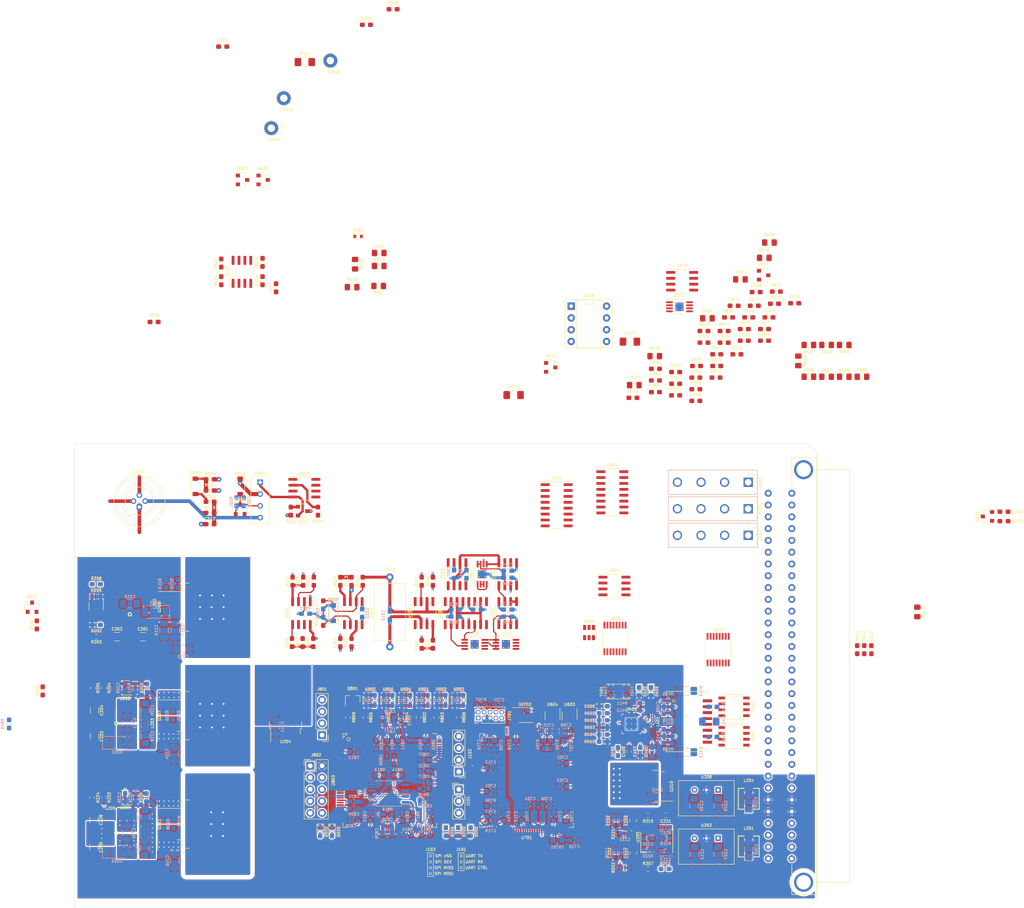
<source format=kicad_pcb>
(kicad_pcb (version 20171130) (host pcbnew 5.1.6)
  (layers (0 Top signal) (1 Ground power hide) (2 Power power) (31 Bottom signal) (34 B.Paste user) (35 F.Paste user) (36 B.SilkS user) (37 F.SilkS user) (38 B.Mask user hide) (39 F.Mask user hide) (44 Edge.Cuts user))
  (net 0 "")
  (net 1 AGNDF)
  (net 2 +24VF)
  (net 3 "Net-(C206-Pad2)")
  (net 4 "Net-(C207-Pad1)")
  (net 5 "Net-(C208-Pad1)")
  (net 6 "Net-(C209-Pad1)")
  (net 7 "Net-(C210-Pad2)")
  (net 8 "Net-(C210-Pad1)")
  (net 9 "Net-(C211-Pad2)")
  (net 10 "Net-(C211-Pad1)")
  (net 11 "Net-(C212-Pad1)")
  (net 12 +5VF)
  (net 13 "Net-(C215-Pad2)")
  (net 14 "Net-(C215-Pad1)")
  (net 15 "Net-(C216-Pad2)")
  (net 16 "Net-(C216-Pad1)")
  (net 17 "Net-(C221-Pad2)")
  (net 18 "Net-(C221-Pad1)")
  (net 19 "Net-(C222-Pad2)")
  (net 20 "Net-(C222-Pad1)")
  (net 21 +18VF)
  (net 22 -18VF)
  (net 23 "Net-(C229-Pad1)")
  (net 24 +3.3VP)
  (net 25 +1V2)
  (net 26 "Net-(C235-Pad1)")
  (net 27 "Net-(C236-Pad1)")
  (net 28 "Net-(C239-Pad2)")
  (net 29 "Net-(C239-Pad1)")
  (net 30 +3.3VF)
  (net 31 "Net-(C243-Pad2)")
  (net 32 "Net-(C243-Pad1)")
  (net 33 -14VF)
  (net 34 "Net-(C401-Pad1)")
  (net 35 "Net-(C403-Pad1)")
  (net 36 "Net-(C404-Pad1)")
  (net 37 VCCQ)
  (net 38 Earth)
  (net 39 "Net-(C414-Pad1)")
  (net 40 "Net-(C515-Pad2)")
  (net 41 "Net-(C515-Pad1)")
  (net 42 "Net-(C522-Pad2)")
  (net 43 VDD)
  (net 44 VCC)
  (net 45 "Net-(C610-Pad2)")
  (net 46 "Net-(C618-Pad1)")
  (net 47 "Net-(C621-Pad1)")
  (net 48 "Net-(C625-Pad1)")
  (net 49 /ADC/ADIN)
  (net 50 "Net-(C626-Pad1)")
  (net 51 "Net-(C704-Pad1)")
  (net 52 "Net-(C706-Pad1)")
  (net 53 "Net-(C707-Pad1)")
  (net 54 "Net-(C709-Pad1)")
  (net 55 /MCU/MCU_VDDA)
  (net 56 /Ethernet/NRST)
  (net 57 /FPGA/GNDPLL1)
  (net 58 /FPGA/VCCPLL1)
  (net 59 /FPGA/GNDPLL0)
  (net 60 /FPGA/VCCPLL0)
  (net 61 "Net-(D401-Pad2)")
  (net 62 "Net-(D401-Pad1)")
  (net 63 "Net-(D402-Pad2)")
  (net 64 "Net-(D402-Pad1)")
  (net 65 "Net-(D501-Pad2)")
  (net 66 "Net-(D701-Pad1)")
  (net 67 "Net-(D702-Pad1)")
  (net 68 "Net-(D703-Pad1)")
  (net 69 "Net-(D801-Pad2)")
  (net 70 "Net-(D802-Pad2)")
  (net 71 "Net-(D803-Pad1)")
  (net 72 /FPGA/FPGA_UART2_TX_TTL)
  (net 73 /FPGA/FPGA_UART2_RX_TTL)
  (net 74 /FPGA/FPGA_SPI3_NSS)
  (net 75 /FPGA/FPGA_SPI3_SCK)
  (net 76 /FPGA/FPGA_SPI3_MISO)
  (net 77 /FPGA/FPGA_SPI3_MOSI)
  (net 78 /Connector/V_HIGH)
  (net 79 /Connector/TX+)
  (net 80 /Connector/TX-)
  (net 81 /Connector/RX+)
  (net 82 /Connector/RX-)
  (net 83 /MCU/TCK_SWCLK)
  (net 84 /MCU/TMS_SWDIO)
  (net 85 "Net-(J801-Pad4)")
  (net 86 "Net-(J801-Pad3)")
  (net 87 "Net-(J801-Pad2)")
  (net 88 "Net-(J801-Pad1)")
  (net 89 /FPGA/iCE_SS_B)
  (net 90 /FPGA/iCE_SCK)
  (net 91 /FPGA/iCE_MISO)
  (net 92 /FPGA/iCE_MOSI)
  (net 93 /FPGA/iCE_CRESET)
  (net 94 /FPGA/iCE_CDONE)
  (net 95 /FPGA/iCE_Tx_TTL)
  (net 96 /FPGA/iCE_Rx_TTL)
  (net 97 "Net-(K601-Pad4)")
  (net 98 /Input/K1_CTR)
  (net 99 "Net-(K602-Pad4)")
  (net 100 /Input/K2_CTR)
  (net 101 "Net-(K603-Pad4)")
  (net 102 /Input/K3_CTR)
  (net 103 /Ethernet/ETH_TXP)
  (net 104 /Ethernet/ETH_TXN)
  (net 105 /Ethernet/ETH_RXP)
  (net 106 /Ethernet/ETH_RXN)
  (net 107 "Net-(L401-Pad9)")
  (net 108 "Net-(L401-Pad10)")
  (net 109 "Net-(L401-Pad11)")
  (net 110 "Net-(L401-Pad14)")
  (net 111 "Net-(L401-Pad15)")
  (net 112 "Net-(L401-Pad16)")
  (net 113 "Net-(L601-Pad2)")
  (net 114 /Power/~SHDN)
  (net 115 "Net-(Q601-Pad1)")
  (net 116 "Net-(Q602-Pad1)")
  (net 117 /ADC/FPGA_AD_RFS)
  (net 118 "Net-(Q801-Pad1)")
  (net 119 /MCU/FGPA_PWR_ON)
  (net 120 "Net-(R202-Pad2)")
  (net 121 "Net-(R204-Pad2)")
  (net 122 "Net-(R207-Pad2)")
  (net 123 "Net-(R212-Pad2)")
  (net 124 "Net-(R213-Pad1)")
  (net 125 "Net-(R214-Pad1)")
  (net 126 "Net-(R217-Pad2)")
  (net 127 "Net-(R223-Pad2)")
  (net 128 "Net-(R227-Pad1)")
  (net 129 /Ethernet/RMII_RXD0)
  (net 130 /Ethernet/MODE0)
  (net 131 /Ethernet/RMII_RXD1)
  (net 132 /Ethernet/MODE1)
  (net 133 "Net-(R403-Pad1)")
  (net 134 /Ethernet/RMII_CRS_DV)
  (net 135 /Ethernet/MODE2)
  (net 136 /Ethernet/REF_CLK)
  (net 137 /Ethernet/REFCLK0)
  (net 138 /Ethernet/RMII_MDIO)
  (net 139 "Net-(R412-Pad2)")
  (net 140 "Net-(R517-Pad1)")
  (net 141 /FPGA/ADC_COMP)
  (net 142 "Net-(R601-Pad1)")
  (net 143 "Net-(R602-Pad1)")
  (net 144 "Net-(R603-Pad1)")
  (net 145 "Net-(R604-Pad1)")
  (net 146 "Net-(R605-Pad1)")
  (net 147 "Net-(R606-Pad1)")
  (net 148 "Net-(R607-Pad1)")
  (net 149 "Net-(R608-Pad1)")
  (net 150 "Net-(R611-Pad2)")
  (net 151 /Input/M2_4)
  (net 152 "Net-(R612-Pad2)")
  (net 153 /Input/M2_3)
  (net 154 "Net-(R613-Pad2)")
  (net 155 /Input/M2_2)
  (net 156 "Net-(R614-Pad2)")
  (net 157 /Input/M2_1)
  (net 158 "Net-(R615-Pad2)")
  (net 159 /Input/M1_1)
  (net 160 "Net-(R616-Pad2)")
  (net 161 /Input/M1_2)
  (net 162 "Net-(R617-Pad2)")
  (net 163 /Input/M1_3)
  (net 164 "Net-(R618-Pad2)")
  (net 165 /Input/M1_4)
  (net 166 "Net-(R621-Pad1)")
  (net 167 "Net-(R622-Pad2)")
  (net 168 "Net-(R622-Pad1)")
  (net 169 "Net-(R623-Pad2)")
  (net 170 "Net-(R626-Pad1)")
  (net 171 "Net-(R627-Pad1)")
  (net 172 "Net-(R628-Pad2)")
  (net 173 "Net-(R630-Pad2)")
  (net 174 /ADC/VREF_-7V)
  (net 175 "Net-(R702-Pad1)")
  (net 176 "Net-(R703-Pad1)")
  (net 177 /MCU/EEPROM_SDA)
  (net 178 /MCU/EEPROM_SCL)
  (net 179 "Net-(R801-Pad1)")
  (net 180 /FPGA/AD_IIN)
  (net 181 "Net-(R802-Pad1)")
  (net 182 /FPGA/AD_IRP)
  (net 183 "Net-(R803-Pad1)")
  (net 184 /FPGA/AD_IRN)
  (net 185 "Net-(R804-Pad1)")
  (net 186 /FPGA/AD_VRH)
  (net 187 "Net-(R805-Pad1)")
  (net 188 /FPGA/AD_ID)
  (net 189 "Net-(R806-Pad1)")
  (net 190 "Net-(R807-Pad1)")
  (net 191 "Net-(R808-Pad2)")
  (net 192 "Net-(R809-Pad2)")
  (net 193 "Net-(R811-Pad2)")
  (net 194 /FPGA/100MHZ)
  (net 195 "Net-(R814-Pad1)")
  (net 196 /Ethernet/RMII_TXD1)
  (net 197 /Ethernet/RMII_TXD0)
  (net 198 /Ethernet/RMII_TXEN)
  (net 199 /Ethernet/RMII_MDC)
  (net 200 /ADC/FGPA_AD_ID)
  (net 201 "Net-(U501-Pad11)")
  (net 202 /ADC/FGPA_AD_IRP)
  (net 203 /ADC/FGPA_AD_IRN)
  (net 204 "Net-(U501-Pad6)")
  (net 205 "Net-(U501-Pad2)")
  (net 206 /ADC/FGPA_AD_IIN)
  (net 207 /ADC/VREF+)
  (net 208 "Net-(U502-Pad6)")
  (net 209 "Net-(U502-Pad3)")
  (net 210 /ADC/VREF-)
  (net 211 /FPGA/FGPA_AD_VRH)
  (net 212 "Net-(U503-Pad2)")
  (net 213 "Net-(U601-Pad7)")
  (net 214 /Input/SR_DAT)
  (net 215 "Net-(U603-Pad3)")
  (net 216 /Input/SR_CLK)
  (net 217 "Net-(U604-Pad3)")
  (net 218 /Input/SR_LAT)
  (net 219 "Net-(U605-Pad3)")
  (net 220 "Net-(U606-Pad9)")
  (net 221 "Net-(U608-Pad6)")
  (net 222 "Net-(U613-Pad5)")
  (net 223 "Net-(U613-Pad6)")
  (net 224 /MCU/EEPROM_WP)
  (net 225 /FPGA/FPGA_IO1)
  (net 226 /FPGA/FPGA_IO2)
  (net 227 /FPGA/FPGA_UART2_CTRL_TTL)
  (net 228 /FPGA/COMP)
  (net 229 "Net-(C501-Pad2)")
  (net 230 "Net-(C512-Pad1)")
  (net 231 "Net-(C522-Pad1)")
  (net 232 "Net-(C523-Pad2)")
  (net 233 "Net-(C523-Pad1)")
  (net 234 "Net-(C525-Pad2)")
  (net 235 "Net-(D502-Pad1)")
  (net 236 "Net-(D502-Pad2)")
  (net 237 "Net-(D503-Pad2)")
  (net 238 "Net-(D503-Pad1)")
  (net 239 "Net-(K501-Pad1)")
  (net 240 "Net-(Q503-Pad1)")
  (net 241 /ADC/FPGA_AD_RFS_OPT)
  (net 242 "Net-(R513-Pad1)")
  (net 243 "Net-(R515-Pad1)")
  (net 244 "Net-(U505-Pad2)")
  (net 245 "Net-(U507-Pad1)")
  (net 246 "Net-(U507-Pad2)")
  (net 247 "Net-(R813-Pad1)")
  (net 248 "Net-(R701-Pad1)")
  (net 249 "Net-(R706-Pad1)")
  (net 250 "Net-(R519-Pad1)")
  (net 251 "Net-(K501-Pad4)")
  (net 252 "Net-(R511-Pad2)")
  (net 253 "Net-(R512-Pad1)")
  (net 254 "Net-(R518-Pad2)")
  (net 255 "Net-(R522-Pad1)")
  (net 256 "Net-(R523-Pad1)")
  (net 257 "Net-(R525-Pad2)")
  (net 258 "Net-(R526-Pad2)")
  (module Connector_PinHeader_2.54mm:PinHeader_1x03_P2.54mm_Vertical (layer Top) (at 152.781 114.427)
    (fp_text reference J101 (at 2.032 2.54 90) (layer F.SilkS) (effects (font (size 0.6 0.6) (thickness 0.12))))
    (fp_text value Conn_01x03_Male)
    (pad 3 thru_hole oval (at 0 5.08) (size 1.7 1.7) (drill 1) (layers *.Cu *.Mask) (net 227 /FPGA/FPGA_UART2_CTRL_TTL))
    (pad 2 thru_hole oval (at 0 2.54) (size 1.7 1.7) (drill 1) (layers *.Cu *.Mask) (net 73 /FPGA/FPGA_UART2_RX_TTL))
    (pad 1 thru_hole rect (at 0 0) (size 1.7 1.7) (drill 1) (layers *.Cu *.Mask) (net 72 /FPGA/FPGA_UART2_TX_TTL))
  )
  (module ADC_TEST:LMx99 (layer Top) (at 83.947 52.324 90)
    (fp_text reference U506 (at 6.35 0 180) (layer F.SilkS) (effects (font (size 0.6 0.6) (thickness 0.12))))
    (fp_text value LM399H)
    (pad 2 thru_hole oval (at 0 1.27 90) (size 1.2 1.2) (drill 0.7) (layers *.Cu *.Mask) (net 251 "Net-(K501-Pad4)"))
    (pad 3 thru_hole oval (at 1.27 0 90) (size 1.2 1.2) (drill 0.7) (layers *.Cu *.Mask) (net 21 +18VF))
    (pad 4 thru_hole oval (at 0 -1.27 90) (size 1.2 1.2) (drill 0.7) (layers *.Cu *.Mask) (net 22 -18VF))
    (pad 1 thru_hole oval (at -1.27 0 90) (size 1.6 1.2) (drill 0.7) (layers *.Cu *.Mask) (net 1 AGNDF))
  )
  (module ADC_TEST:TQFP-144_20x20mm_P0.5mm (layer Top) (at 137.922 112.522)
    (fp_text reference U803 (at -12.192 0 90) (layer F.SilkS) (effects (font (size 0.6 0.6) (thickness 0.12))))
    (fp_text value ICE40HX4K-TQ144)
    (pad 1 smd roundrect (at -10.6625 -8.75) (size 1.475 0.3) (layers Top F.Paste F.Mask) (net 181 "Net-(R802-Pad1)"))
    (pad 2 smd roundrect (at -10.6625 -8.25) (size 1.475 0.3) (layers Top F.Paste F.Mask) (net 183 "Net-(R803-Pad1)"))
    (pad 3 smd roundrect (at -10.6625 -7.75) (size 1.475 0.3) (layers Top F.Paste F.Mask) (net 185 "Net-(R804-Pad1)"))
    (pad 4 smd roundrect (at -10.6625 -7.25) (size 1.475 0.3) (layers Top F.Paste F.Mask) (net 187 "Net-(R805-Pad1)"))
    (pad 5 smd roundrect (at -10.6625 -6.75) (size 1.475 0.3) (layers Top F.Paste F.Mask) (net 1 AGNDF))
    (pad 6 smd roundrect (at -10.6625 -6.25) (size 1.475 0.3) (layers Top F.Paste F.Mask) (net 24 +3.3VP))
    (pad 7 smd roundrect (at -10.6625 -5.75) (size 1.475 0.3) (layers Top F.Paste F.Mask) (net 189 "Net-(R806-Pad1)"))
    (pad 8 smd roundrect (at -10.6625 -5.25) (size 1.475 0.3) (layers Top F.Paste F.Mask))
    (pad 9 smd roundrect (at -10.6625 -4.75) (size 1.475 0.3) (layers Top F.Paste F.Mask) (net 179 "Net-(R801-Pad1)"))
    (pad 10 smd roundrect (at -10.6625 -4.25) (size 1.475 0.3) (layers Top F.Paste F.Mask) (net 190 "Net-(R807-Pad1)"))
    (pad 11 smd roundrect (at -10.6625 -3.75) (size 1.475 0.3) (layers Top F.Paste F.Mask))
    (pad 12 smd roundrect (at -10.6625 -3.25) (size 1.475 0.3) (layers Top F.Paste F.Mask))
    (pad 13 smd roundrect (at -10.6625 -2.75) (size 1.475 0.3) (layers Top F.Paste F.Mask) (net 1 AGNDF))
    (pad 14 smd roundrect (at -10.6625 -2.25) (size 1.475 0.3) (layers Top F.Paste F.Mask) (net 1 AGNDF))
    (pad 15 smd roundrect (at -10.6625 -1.75) (size 1.475 0.3) (layers Top F.Paste F.Mask))
    (pad 16 smd roundrect (at -10.6625 -1.25) (size 1.475 0.3) (layers Top F.Paste F.Mask))
    (pad 17 smd roundrect (at -10.6625 -0.75) (size 1.475 0.3) (layers Top F.Paste F.Mask))
    (pad 18 smd roundrect (at -10.6625 -0.25) (size 1.475 0.3) (layers Top F.Paste F.Mask))
    (pad 19 smd roundrect (at -10.6625 0.25) (size 1.475 0.3) (layers Top F.Paste F.Mask))
    (pad 20 smd roundrect (at -10.6625 0.75) (size 1.475 0.3) (layers Top F.Paste F.Mask))
    (pad 21 smd roundrect (at -10.6625 1.25) (size 1.475 0.3) (layers Top F.Paste F.Mask))
    (pad 22 smd roundrect (at -10.6625 1.75) (size 1.475 0.3) (layers Top F.Paste F.Mask))
    (pad 23 smd roundrect (at -10.6625 2.25) (size 1.475 0.3) (layers Top F.Paste F.Mask))
    (pad 24 smd roundrect (at -10.6625 2.75) (size 1.475 0.3) (layers Top F.Paste F.Mask))
    (pad 25 smd roundrect (at -10.6625 3.25) (size 1.475 0.3) (layers Top F.Paste F.Mask))
    (pad 26 smd roundrect (at -10.6625 3.75) (size 1.475 0.3) (layers Top F.Paste F.Mask))
    (pad 27 smd roundrect (at -10.6625 4.25) (size 1.475 0.3) (layers Top F.Paste F.Mask) (net 25 +1V2))
    (pad 28 smd roundrect (at -10.6625 4.75) (size 1.475 0.3) (layers Top F.Paste F.Mask))
    (pad 29 smd roundrect (at -10.6625 5.25) (size 1.475 0.3) (layers Top F.Paste F.Mask))
    (pad 30 smd roundrect (at -10.6625 5.75) (size 1.475 0.3) (layers Top F.Paste F.Mask) (net 24 +3.3VP))
    (pad 31 smd roundrect (at -10.6625 6.25) (size 1.475 0.3) (layers Top F.Paste F.Mask))
    (pad 32 smd roundrect (at -10.6625 6.75) (size 1.475 0.3) (layers Top F.Paste F.Mask))
    (pad 33 smd roundrect (at -10.6625 7.25) (size 1.475 0.3) (layers Top F.Paste F.Mask) (net 95 /FPGA/iCE_Tx_TTL))
    (pad 34 smd roundrect (at -10.6625 7.75) (size 1.475 0.3) (layers Top F.Paste F.Mask) (net 96 /FPGA/iCE_Rx_TTL))
    (pad 35 smd roundrect (at -10.6625 8.25) (size 1.475 0.3) (layers Top F.Paste F.Mask))
    (pad 36 smd roundrect (at -10.6625 8.75) (size 1.475 0.3) (layers Top F.Paste F.Mask))
    (pad 37 smd roundrect (at -8.75 10.6625) (size 0.3 1.475) (layers Top F.Paste F.Mask) (net 192 "Net-(R809-Pad2)"))
    (pad 38 smd roundrect (at -8.25 10.6625) (size 0.3 1.475) (layers Top F.Paste F.Mask))
    (pad 39 smd roundrect (at -7.75 10.6625) (size 0.3 1.475) (layers Top F.Paste F.Mask) (net 241 /ADC/FPGA_AD_RFS_OPT))
    (pad 40 smd roundrect (at -7.25 10.6625) (size 0.3 1.475) (layers Top F.Paste F.Mask) (net 25 +1V2))
    (pad 41 smd roundrect (at -6.75 10.6625) (size 0.3 1.475) (layers Top F.Paste F.Mask))
    (pad 42 smd roundrect (at -6.25 10.6625) (size 0.3 1.475) (layers Top F.Paste F.Mask))
    (pad 43 smd roundrect (at -5.75 10.6625) (size 0.3 1.475) (layers Top F.Paste F.Mask))
    (pad 44 smd roundrect (at -5.25 10.6625) (size 0.3 1.475) (layers Top F.Paste F.Mask))
    (pad 45 smd roundrect (at -4.75 10.6625) (size 0.3 1.475) (layers Top F.Paste F.Mask))
    (pad 46 smd roundrect (at -4.25 10.6625) (size 0.3 1.475) (layers Top F.Paste F.Mask) (net 24 +3.3VP))
    (pad 47 smd roundrect (at -3.75 10.6625) (size 0.3 1.475) (layers Top F.Paste F.Mask))
    (pad 48 smd roundrect (at -3.25 10.6625) (size 0.3 1.475) (layers Top F.Paste F.Mask))
    (pad 49 smd roundrect (at -2.75 10.6625) (size 0.3 1.475) (layers Top F.Paste F.Mask))
    (pad 50 smd roundrect (at -2.25 10.6625) (size 0.3 1.475) (layers Top F.Paste F.Mask))
    (pad 51 smd roundrect (at -1.75 10.6625) (size 0.3 1.475) (layers Top F.Paste F.Mask))
    (pad 52 smd roundrect (at -1.25 10.6625) (size 0.3 1.475) (layers Top F.Paste F.Mask))
    (pad 53 smd roundrect (at -0.75 10.6625) (size 0.3 1.475) (layers Top F.Paste F.Mask) (net 59 /FPGA/GNDPLL0))
    (pad 54 smd roundrect (at -0.25 10.6625) (size 0.3 1.475) (layers Top F.Paste F.Mask) (net 60 /FPGA/VCCPLL0))
    (pad 55 smd roundrect (at 0.25 10.6625) (size 0.3 1.475) (layers Top F.Paste F.Mask))
    (pad 56 smd roundrect (at 0.75 10.6625) (size 0.3 1.475) (layers Top F.Paste F.Mask))
    (pad 57 smd roundrect (at 1.25 10.6625) (size 0.3 1.475) (layers Top F.Paste F.Mask) (net 24 +3.3VP))
    (pad 58 smd roundrect (at 1.75 10.6625) (size 0.3 1.475) (layers Top F.Paste F.Mask))
    (pad 59 smd roundrect (at 2.25 10.6625) (size 0.3 1.475) (layers Top F.Paste F.Mask) (net 1 AGNDF))
    (pad 60 smd roundrect (at 2.75 10.6625) (size 0.3 1.475) (layers Top F.Paste F.Mask))
    (pad 61 smd roundrect (at 3.25 10.6625) (size 0.3 1.475) (layers Top F.Paste F.Mask))
    (pad 62 smd roundrect (at 3.75 10.6625) (size 0.3 1.475) (layers Top F.Paste F.Mask))
    (pad 63 smd roundrect (at 4.25 10.6625) (size 0.3 1.475) (layers Top F.Paste F.Mask))
    (pad 64 smd roundrect (at 4.75 10.6625) (size 0.3 1.475) (layers Top F.Paste F.Mask))
    (pad 65 smd roundrect (at 5.25 10.6625) (size 0.3 1.475) (layers Top F.Paste F.Mask) (net 94 /FPGA/iCE_CDONE))
    (pad 66 smd roundrect (at 5.75 10.6625) (size 0.3 1.475) (layers Top F.Paste F.Mask) (net 93 /FPGA/iCE_CRESET))
    (pad 67 smd roundrect (at 6.25 10.6625) (size 0.3 1.475) (layers Top F.Paste F.Mask) (net 91 /FPGA/iCE_MISO))
    (pad 68 smd roundrect (at 6.75 10.6625) (size 0.3 1.475) (layers Top F.Paste F.Mask) (net 92 /FPGA/iCE_MOSI))
    (pad 69 smd roundrect (at 7.25 10.6625) (size 0.3 1.475) (layers Top F.Paste F.Mask) (net 1 AGNDF))
    (pad 70 smd roundrect (at 7.75 10.6625) (size 0.3 1.475) (layers Top F.Paste F.Mask) (net 90 /FPGA/iCE_SCK))
    (pad 71 smd roundrect (at 8.25 10.6625) (size 0.3 1.475) (layers Top F.Paste F.Mask) (net 89 /FPGA/iCE_SS_B))
    (pad 72 smd roundrect (at 8.75 10.6625) (size 0.3 1.475) (layers Top F.Paste F.Mask) (net 24 +3.3VP))
    (pad 73 smd roundrect (at 10.6625 8.75) (size 1.475 0.3) (layers Top F.Paste F.Mask) (net 75 /FPGA/FPGA_SPI3_SCK))
    (pad 74 smd roundrect (at 10.6625 8.25) (size 1.475 0.3) (layers Top F.Paste F.Mask))
    (pad 75 smd roundrect (at 10.6625 7.75) (size 1.475 0.3) (layers Top F.Paste F.Mask))
    (pad 76 smd roundrect (at 10.6625 7.25) (size 1.475 0.3) (layers Top F.Paste F.Mask))
    (pad 77 smd roundrect (at 10.6625 6.75) (size 1.475 0.3) (layers Top F.Paste F.Mask))
    (pad 78 smd roundrect (at 10.6625 6.25) (size 1.475 0.3) (layers Top F.Paste F.Mask))
    (pad 79 smd roundrect (at 10.6625 5.75) (size 1.475 0.3) (layers Top F.Paste F.Mask))
    (pad 80 smd roundrect (at 10.6625 5.25) (size 1.475 0.3) (layers Top F.Paste F.Mask))
    (pad 81 smd roundrect (at 10.6625 4.75) (size 1.475 0.3) (layers Top F.Paste F.Mask))
    (pad 82 smd roundrect (at 10.6625 4.25) (size 1.475 0.3) (layers Top F.Paste F.Mask))
    (pad 83 smd roundrect (at 10.6625 3.75) (size 1.475 0.3) (layers Top F.Paste F.Mask))
    (pad 84 smd roundrect (at 10.6625 3.25) (size 1.475 0.3) (layers Top F.Paste F.Mask))
    (pad 85 smd roundrect (at 10.6625 2.75) (size 1.475 0.3) (layers Top F.Paste F.Mask))
    (pad 86 smd roundrect (at 10.6625 2.25) (size 1.475 0.3) (layers Top F.Paste F.Mask) (net 1 AGNDF))
    (pad 87 smd roundrect (at 10.6625 1.75) (size 1.475 0.3) (layers Top F.Paste F.Mask))
    (pad 88 smd roundrect (at 10.6625 1.25) (size 1.475 0.3) (layers Top F.Paste F.Mask))
    (pad 89 smd roundrect (at 10.6625 0.75) (size 1.475 0.3) (layers Top F.Paste F.Mask) (net 24 +3.3VP))
    (pad 90 smd roundrect (at 10.6625 0.25) (size 1.475 0.3) (layers Top F.Paste F.Mask))
    (pad 91 smd roundrect (at 10.6625 -0.25) (size 1.475 0.3) (layers Top F.Paste F.Mask) (net 74 /FPGA/FPGA_SPI3_NSS))
    (pad 92 smd roundrect (at 10.6625 -0.75) (size 1.475 0.3) (layers Top F.Paste F.Mask) (net 25 +1V2))
    (pad 93 smd roundrect (at 10.6625 -1.25) (size 1.475 0.3) (layers Top F.Paste F.Mask))
    (pad 94 smd roundrect (at 10.6625 -1.75) (size 1.475 0.3) (layers Top F.Paste F.Mask))
    (pad 95 smd roundrect (at 10.6625 -2.25) (size 1.475 0.3) (layers Top F.Paste F.Mask) (net 76 /FPGA/FPGA_SPI3_MISO))
    (pad 96 smd roundrect (at 10.6625 -2.75) (size 1.475 0.3) (layers Top F.Paste F.Mask) (net 77 /FPGA/FPGA_SPI3_MOSI))
    (pad 97 smd roundrect (at 10.6625 -3.25) (size 1.475 0.3) (layers Top F.Paste F.Mask) (net 73 /FPGA/FPGA_UART2_RX_TTL))
    (pad 98 smd roundrect (at 10.6625 -3.75) (size 1.475 0.3) (layers Top F.Paste F.Mask) (net 227 /FPGA/FPGA_UART2_CTRL_TTL))
    (pad 99 smd roundrect (at 10.6625 -4.25) (size 1.475 0.3) (layers Top F.Paste F.Mask) (net 72 /FPGA/FPGA_UART2_TX_TTL))
    (pad 100 smd roundrect (at 10.6625 -4.75) (size 1.475 0.3) (layers Top F.Paste F.Mask) (net 24 +3.3VP))
    (pad 101 smd roundrect (at 10.6625 -5.25) (size 1.475 0.3) (layers Top F.Paste F.Mask) (net 226 /FPGA/FPGA_IO2))
    (pad 102 smd roundrect (at 10.6625 -5.75) (size 1.475 0.3) (layers Top F.Paste F.Mask) (net 225 /FPGA/FPGA_IO1))
    (pad 103 smd roundrect (at 10.6625 -6.25) (size 1.475 0.3) (layers Top F.Paste F.Mask) (net 1 AGNDF))
    (pad 104 smd roundrect (at 10.6625 -6.75) (size 1.475 0.3) (layers Top F.Paste F.Mask))
    (pad 105 smd roundrect (at 10.6625 -7.25) (size 1.475 0.3) (layers Top F.Paste F.Mask))
    (pad 106 smd roundrect (at 10.6625 -7.75) (size 1.475 0.3) (layers Top F.Paste F.Mask))
    (pad 107 smd roundrect (at 10.6625 -8.25) (size 1.475 0.3) (layers Top F.Paste F.Mask))
    (pad 108 smd roundrect (at 10.6625 -8.75) (size 1.475 0.3) (layers Top F.Paste F.Mask) (net 71 "Net-(D803-Pad1)"))
    (pad 109 smd roundrect (at 8.75 -10.6625) (size 0.3 1.475) (layers Top F.Paste F.Mask))
    (pad 110 smd roundrect (at 8.25 -10.6625) (size 0.3 1.475) (layers Top F.Paste F.Mask) (net 88 "Net-(J801-Pad1)"))
    (pad 111 smd roundrect (at 7.75 -10.6625) (size 0.3 1.475) (layers Top F.Paste F.Mask) (net 25 +1V2))
    (pad 112 smd roundrect (at 7.25 -10.6625) (size 0.3 1.475) (layers Top F.Paste F.Mask) (net 87 "Net-(J801-Pad2)"))
    (pad 113 smd roundrect (at 6.75 -10.6625) (size 0.3 1.475) (layers Top F.Paste F.Mask) (net 86 "Net-(J801-Pad3)"))
    (pad 114 smd roundrect (at 6.25 -10.6625) (size 0.3 1.475) (layers Top F.Paste F.Mask) (net 85 "Net-(J801-Pad4)"))
    (pad 115 smd roundrect (at 5.75 -10.6625) (size 0.3 1.475) (layers Top F.Paste F.Mask))
    (pad 116 smd roundrect (at 5.25 -10.6625) (size 0.3 1.475) (layers Top F.Paste F.Mask))
    (pad 117 smd roundrect (at 4.75 -10.6625) (size 0.3 1.475) (layers Top F.Paste F.Mask))
    (pad 118 smd roundrect (at 4.25 -10.6625) (size 0.3 1.475) (layers Top F.Paste F.Mask))
    (pad 119 smd roundrect (at 3.75 -10.6625) (size 0.3 1.475) (layers Top F.Paste F.Mask))
    (pad 120 smd roundrect (at 3.25 -10.6625) (size 0.3 1.475) (layers Top F.Paste F.Mask))
    (pad 121 smd roundrect (at 2.75 -10.6625) (size 0.3 1.475) (layers Top F.Paste F.Mask))
    (pad 122 smd roundrect (at 2.25 -10.6625) (size 0.3 1.475) (layers Top F.Paste F.Mask))
    (pad 123 smd roundrect (at 1.75 -10.6625) (size 0.3 1.475) (layers Top F.Paste F.Mask) (net 24 +3.3VP))
    (pad 124 smd roundrect (at 1.25 -10.6625) (size 0.3 1.475) (layers Top F.Paste F.Mask))
    (pad 125 smd roundrect (at 0.75 -10.6625) (size 0.3 1.475) (layers Top F.Paste F.Mask))
    (pad 126 smd roundrect (at 0.25 -10.6625) (size 0.3 1.475) (layers Top F.Paste F.Mask) (net 58 /FPGA/VCCPLL1))
    (pad 127 smd roundrect (at -0.25 -10.6625) (size 0.3 1.475) (layers Top F.Paste F.Mask) (net 57 /FPGA/GNDPLL1))
    (pad 128 smd roundrect (at -0.75 -10.6625) (size 0.3 1.475) (layers Top F.Paste F.Mask))
    (pad 129 smd roundrect (at -1.25 -10.6625) (size 0.3 1.475) (layers Top F.Paste F.Mask) (net 194 /FPGA/100MHZ))
    (pad 130 smd roundrect (at -1.75 -10.6625) (size 0.3 1.475) (layers Top F.Paste F.Mask))
    (pad 131 smd roundrect (at -2.25 -10.6625) (size 0.3 1.475) (layers Top F.Paste F.Mask) (net 24 +3.3VP))
    (pad 132 smd roundrect (at -2.75 -10.6625) (size 0.3 1.475) (layers Top F.Paste F.Mask) (net 1 AGNDF))
    (pad 133 smd roundrect (at -3.25 -10.6625) (size 0.3 1.475) (layers Top F.Paste F.Mask))
    (pad 134 smd roundrect (at -3.75 -10.6625) (size 0.3 1.475) (layers Top F.Paste F.Mask))
    (pad 135 smd roundrect (at -4.25 -10.6625) (size 0.3 1.475) (layers Top F.Paste F.Mask))
    (pad 136 smd roundrect (at -4.75 -10.6625) (size 0.3 1.475) (layers Top F.Paste F.Mask))
    (pad 137 smd roundrect (at -5.25 -10.6625) (size 0.3 1.475) (layers Top F.Paste F.Mask))
    (pad 138 smd roundrect (at -5.75 -10.6625) (size 0.3 1.475) (layers Top F.Paste F.Mask))
    (pad 139 smd roundrect (at -6.25 -10.6625) (size 0.3 1.475) (layers Top F.Paste F.Mask))
    (pad 140 smd roundrect (at -6.75 -10.6625) (size 0.3 1.475) (layers Top F.Paste F.Mask) (net 1 AGNDF))
    (pad 141 smd roundrect (at -7.25 -10.6625) (size 0.3 1.475) (layers Top F.Paste F.Mask))
    (pad 142 smd roundrect (at -7.75 -10.6625) (size 0.3 1.475) (layers Top F.Paste F.Mask))
    (pad 143 smd roundrect (at -8.25 -10.6625) (size 0.3 1.475) (layers Top F.Paste F.Mask))
    (pad 144 smd roundrect (at -8.75 -10.6625) (size 0.3 1.475) (layers Top F.Paste F.Mask) (net 228 /FPGA/COMP))
  )
  (module Resistor_SMD:R_0603_1608Metric_Pad1.05x0.95mm_HandSolder (layer Top) (at 99.187 47.625 180)
    (fp_text reference R506 (at 0 1.143) (layer F.SilkS) (effects (font (size 0.6 0.6) (thickness 0.12))))
    (fp_text value 0)
    (pad 2 smd roundrect (at 0.875 0 180) (size 1.05 0.95) (layers Top F.Paste F.Mask) (net 238 "Net-(D503-Pad1)"))
    (pad 1 smd roundrect (at -0.875 0 180) (size 1.05 0.95) (layers Top F.Paste F.Mask) (net 33 -14VF))
  )
  (module Resistor_SMD:R_0603_1608Metric_Pad1.05x0.95mm_HandSolder (layer Top) (at 87.122 13.716)
    (fp_text reference R508 (at 0 -1.43) (layer F.SilkS) (effects (font (size 0.6 0.6) (thickness 0.12))))
    (fp_text value 0)
    (pad 2 smd roundrect (at 0.875 0) (size 1.05 0.95) (layers Top F.Paste F.Mask) (net 239 "Net-(K501-Pad1)"))
    (pad 1 smd roundrect (at -0.875 0) (size 1.05 0.95) (layers Top F.Paste F.Mask) (net 251 "Net-(K501-Pad4)"))
  )
  (module ADC_TEST:HE360_x-5050462-8 (layer Top) (at 207.518 48.26 180)
    (fp_text reference K603 (at -10.287 0 90) (layer F.SilkS) (effects (font (size 0.6 0.6) (thickness 0.12))))
    (fp_text value HE3621A0510)
    (pad 4 thru_hole circle (at 7.62 0 180) (size 2 2) (drill 1.4) (layers *.Cu *.Mask) (net 101 "Net-(K603-Pad4)"))
    (pad 3 thru_hole circle (at 2.54 0 180) (size 2 2) (drill 1.4) (layers *.Cu *.Mask) (net 102 /Input/K3_CTR))
    (pad 2 thru_hole circle (at -2.54 0 180) (size 2 2) (drill 1.4) (layers *.Cu *.Mask) (net 12 +5VF))
    (pad 1 thru_hole rect (at -7.62 0 180) (size 2 2) (drill 1.4) (layers *.Cu *.Mask) (net 97 "Net-(K601-Pad4)"))
  )
  (module Package_SO:SOIC-8_3.9x4.9mm_P1.27mm (layer Top) (at 119.507 49.53)
    (fp_text reference U504 (at 0 -3.175 180) (layer F.SilkS) (effects (font (size 0.6 0.6) (thickness 0.12))))
    (fp_text value LT1021-7)
    (pad 8 smd roundrect (at 2.475 -1.905) (size 1.95 0.6) (layers Top F.Paste F.Mask))
    (pad 7 smd roundrect (at 2.475 -0.635) (size 1.95 0.6) (layers Top F.Paste F.Mask))
    (pad 6 smd roundrect (at 2.475 0.635) (size 1.95 0.6) (layers Top F.Paste F.Mask) (net 1 AGNDF))
    (pad 5 smd roundrect (at 2.475 1.905) (size 1.95 0.6) (layers Top F.Paste F.Mask))
    (pad 4 smd roundrect (at -2.475 1.905) (size 1.95 0.6) (layers Top F.Paste F.Mask) (net 239 "Net-(K501-Pad1)"))
    (pad 3 smd roundrect (at -2.475 0.635) (size 1.95 0.6) (layers Top F.Paste F.Mask))
    (pad 2 smd roundrect (at -2.475 -0.635) (size 1.95 0.6) (layers Top F.Paste F.Mask) (net 235 "Net-(D502-Pad1)"))
    (pad 1 smd roundrect (at -2.475 -1.905) (size 1.95 0.6) (layers Top F.Paste F.Mask))
  )
  (module Resistor_SMD:R_0603_1608Metric_Pad1.05x0.95mm_HandSolder (layer Top) (at 122.428 54.483 90)
    (fp_text reference R504 (at -2.159 0 180) (layer F.SilkS) (effects (font (size 0.6 0.6) (thickness 0.12))))
    (fp_text value 4k7/.1%)
    (pad 2 smd roundrect (at 0.875 0 90) (size 1.05 0.95) (layers Top F.Paste F.Mask) (net 235 "Net-(D502-Pad1)"))
    (pad 1 smd roundrect (at -0.875 0 90) (size 1.05 0.95) (layers Top F.Paste F.Mask) (net 21 +18VF))
  )
  (module Resistor_SMD:R_0603_1608Metric_Pad1.05x0.95mm_HandSolder (layer Top) (at 116.586 54.483 270)
    (fp_text reference R502 (at 2.286 0 180) (layer F.SilkS) (effects (font (size 0.6 0.6) (thickness 0.12))))
    (fp_text value 4k7/.1%)
    (pad 2 smd roundrect (at 0.875 0 270) (size 1.05 0.95) (layers Top F.Paste F.Mask) (net 33 -14VF))
    (pad 1 smd roundrect (at -0.875 0 270) (size 1.05 0.95) (layers Top F.Paste F.Mask) (net 236 "Net-(D502-Pad2)"))
  )
  (module Resistor_SMD:R_0603_1608Metric_Pad1.05x0.95mm_HandSolder (layer Bottom) (at 104.902 52.451 90)
    (fp_text reference R501 (at 0 -1.143 90) (layer B.SilkS) (effects (font (size 0.6 0.6) (thickness 0.12)) (justify mirror)))
    (fp_text value 10k)
    (pad 2 smd roundrect (at 0.875 0 90) (size 1.05 0.95) (layers Bottom B.Paste B.Mask) (net 241 /ADC/FPGA_AD_RFS_OPT))
    (pad 1 smd roundrect (at -0.875 0 90) (size 1.05 0.95) (layers Bottom B.Paste B.Mask) (net 229 "Net-(C501-Pad2)"))
  )
  (module Package_TO_SOT_SMD:SOT-23 (layer Top) (at 119.126 54.483)
    (fp_text reference Q502 (at 0 2.286) (layer F.SilkS) (effects (font (size 0.6 0.6) (thickness 0.12))))
    (fp_text value MMBTA55)
    (pad 3 smd rect (at 1 0) (size 0.9 0.8) (layers Top F.Paste F.Mask) (net 33 -14VF))
    (pad 2 smd rect (at -1 0.95) (size 0.9 0.8) (layers Top F.Paste F.Mask) (net 239 "Net-(K501-Pad1)"))
    (pad 1 smd rect (at -1 -0.95) (size 0.9 0.8) (layers Top F.Paste F.Mask) (net 236 "Net-(D502-Pad2)"))
  )
  (module Package_TO_SOT_SMD:SOT-23 (layer Top) (at 105.664 54.102 90)
    (fp_text reference Q501 (at 2.159 0) (layer F.SilkS) (effects (font (size 0.6 0.6) (thickness 0.12))))
    (fp_text value BC847)
    (pad 3 smd rect (at 1 0 90) (size 0.9 0.8) (layers Top F.Paste F.Mask) (net 65 "Net-(D501-Pad2)"))
    (pad 2 smd rect (at -1 0.95 90) (size 0.9 0.8) (layers Top F.Paste F.Mask) (net 1 AGNDF))
    (pad 1 smd rect (at -1 -0.95 90) (size 0.9 0.8) (layers Top F.Paste F.Mask) (net 229 "Net-(C501-Pad2)"))
  )
  (module ADC_TEST:9012 (layer Top) (at 109.982 52.07 270)
    (fp_text reference K501 (at -5.715 0 180) (layer F.SilkS) (effects (font (size 0.6 0.6) (thickness 0.12))))
    (fp_text value 9012)
    (pad 1 thru_hole rect (at -3.81 0 270) (size 1.2 1.2) (drill 0.7) (layers *.Cu *.Mask) (net 239 "Net-(K501-Pad1)"))
    (pad 2 thru_hole circle (at -1.27 0 270) (size 1.2 1.2) (drill 0.7) (layers *.Cu *.Mask) (net 12 +5VF))
    (pad 3 thru_hole circle (at 1.27 0 270) (size 1.2 1.2) (drill 0.7) (layers *.Cu *.Mask) (net 65 "Net-(D501-Pad2)"))
    (pad 4 thru_hole circle (at 3.81 0 270) (size 1.2 1.2) (drill 0.7) (layers *.Cu *.Mask) (net 251 "Net-(K501-Pad4)"))
  )
  (module Diode_SMD:D_SOD-523 (layer Top) (at 131.082 -4.715)
    (fp_text reference D502 (at 0 -1.3) (layer F.SilkS) (effects (font (size 0.6 0.6) (thickness 0.12))))
    (fp_text value BZT585B15TQ-13)
    (pad 1 smd rect (at -0.7 0 180) (size 0.6 0.7) (layers Top F.Paste F.Mask) (net 235 "Net-(D502-Pad1)"))
    (pad 2 smd rect (at 0.7 0 180) (size 0.6 0.7) (layers Top F.Paste F.Mask) (net 236 "Net-(D502-Pad2)"))
  )
  (module Diode_SMD:D_SOD-123 (layer Top) (at 105.664 49.149 270)
    (fp_text reference D501 (at -2.794 0 180) (layer F.SilkS) (effects (font (size 0.6 0.6) (thickness 0.12))))
    (fp_text value 1N4148W)
    (pad 2 smd rect (at 1.65 0 270) (size 0.9 1.2) (layers Top F.Paste F.Mask) (net 65 "Net-(D501-Pad2)"))
    (pad 1 smd rect (at -1.65 0 270) (size 0.9 1.2) (layers Top F.Paste F.Mask) (net 12 +5VF))
  )
  (module Capacitor_SMD:C_0603_1608Metric_Pad1.05x0.95mm_HandSolder (layer Bottom) (at 106.426 52.451 270)
    (fp_text reference C501 (at 0 -1.143 90) (layer B.SilkS) (effects (font (size 0.6 0.6) (thickness 0.12)) (justify mirror)))
    (fp_text value 10p)
    (pad 2 smd roundrect (at 0.875 0 270) (size 1.05 0.95) (layers Bottom B.Paste B.Mask) (net 229 "Net-(C501-Pad2)"))
    (pad 1 smd roundrect (at -0.875 0 270) (size 1.05 0.95) (layers Bottom B.Paste B.Mask) (net 1 AGNDF))
  )
  (module Resistor_SMD:R_0805_2012Metric_Pad1.15x1.40mm_HandSolder (layer Top) (at 129.794 6.223)
    (fp_text reference R610 (at 0 -1.65) (layer F.SilkS) (effects (font (size 0.6 0.6) (thickness 0.12))))
    (fp_text value 1M)
    (pad 2 smd roundrect (at 1.025 0) (size 1.15 1.4) (layers Top F.Paste F.Mask) (roundrect_rratio 0.217391) (net 1 AGNDF))
    (pad 1 smd roundrect (at -1.025 0) (size 1.15 1.4) (layers Top F.Paste F.Mask) (roundrect_rratio 0.217391) (net 101 "Net-(K603-Pad4)"))
  )
  (module Resistor_SMD:R_0805_2012Metric_Pad1.15x1.40mm_HandSolder (layer Top) (at 239.649 25.527 180)
    (fp_text reference R609 (at 0.009 1.524) (layer F.SilkS) (effects (font (size 0.6 0.6) (thickness 0.12))))
    (fp_text value 1M)
    (pad 2 smd roundrect (at 1.025 0 180) (size 1.15 1.4) (layers Top F.Paste F.Mask) (roundrect_rratio 0.217391) (net 149 "Net-(R608-Pad1)"))
    (pad 1 smd roundrect (at -1.025 0 180) (size 1.15 1.4) (layers Top F.Paste F.Mask) (roundrect_rratio 0.217391) (net 101 "Net-(K603-Pad4)"))
  )
  (module Resistor_SMD:R_0805_2012Metric_Pad1.15x1.40mm_HandSolder (layer Top) (at 235.839 25.527 180)
    (fp_text reference R608 (at 0 1.397) (layer F.SilkS) (effects (font (size 0.6 0.6) (thickness 0.12))))
    (fp_text value 1M)
    (pad 2 smd roundrect (at 1.025 0 180) (size 1.15 1.4) (layers Top F.Paste F.Mask) (roundrect_rratio 0.217391) (net 148 "Net-(R607-Pad1)"))
    (pad 1 smd roundrect (at -1.025 0 180) (size 1.15 1.4) (layers Top F.Paste F.Mask) (roundrect_rratio 0.217391) (net 149 "Net-(R608-Pad1)"))
  )
  (module Resistor_SMD:R_0805_2012Metric_Pad1.15x1.40mm_HandSolder (layer Top) (at 232.029 25.527 180)
    (fp_text reference R607 (at 0 1.397) (layer F.SilkS) (effects (font (size 0.6 0.6) (thickness 0.12))))
    (fp_text value 1M)
    (pad 2 smd roundrect (at 1.025 0 180) (size 1.15 1.4) (layers Top F.Paste F.Mask) (roundrect_rratio 0.217391) (net 147 "Net-(R606-Pad1)"))
    (pad 1 smd roundrect (at -1.025 0 180) (size 1.15 1.4) (layers Top F.Paste F.Mask) (roundrect_rratio 0.217391) (net 148 "Net-(R607-Pad1)"))
  )
  (module Resistor_SMD:R_0805_2012Metric_Pad1.15x1.40mm_HandSolder (layer Top) (at 228.219 25.527 180)
    (fp_text reference R606 (at 0 1.524) (layer F.SilkS) (effects (font (size 0.6 0.6) (thickness 0.12))))
    (fp_text value 1M)
    (pad 2 smd roundrect (at 1.025 0 180) (size 1.15 1.4) (layers Top F.Paste F.Mask) (roundrect_rratio 0.217391) (net 146 "Net-(R605-Pad1)"))
    (pad 1 smd roundrect (at -1.025 0 180) (size 1.15 1.4) (layers Top F.Paste F.Mask) (roundrect_rratio 0.217391) (net 147 "Net-(R606-Pad1)"))
  )
  (module Resistor_SMD:R_0805_2012Metric_Pad1.15x1.40mm_HandSolder (layer Top) (at 225.933 22.098 90)
    (fp_text reference R605 (at 0 1.524 90) (layer F.SilkS) (effects (font (size 0.6 0.6) (thickness 0.12))))
    (fp_text value 1M)
    (pad 2 smd roundrect (at 1.025 0 90) (size 1.15 1.4) (layers Top F.Paste F.Mask) (roundrect_rratio 0.217391) (net 145 "Net-(R604-Pad1)"))
    (pad 1 smd roundrect (at -1.025 0 90) (size 1.15 1.4) (layers Top F.Paste F.Mask) (roundrect_rratio 0.217391) (net 146 "Net-(R605-Pad1)"))
  )
  (module Resistor_SMD:R_0805_2012Metric_Pad1.15x1.40mm_HandSolder (layer Top) (at 228.219 18.669)
    (fp_text reference R604 (at 0 1.524) (layer F.SilkS) (effects (font (size 0.6 0.6) (thickness 0.12))))
    (fp_text value 1M)
    (pad 2 smd roundrect (at 1.025 0) (size 1.15 1.4) (layers Top F.Paste F.Mask) (roundrect_rratio 0.217391) (net 144 "Net-(R603-Pad1)"))
    (pad 1 smd roundrect (at -1.025 0) (size 1.15 1.4) (layers Top F.Paste F.Mask) (roundrect_rratio 0.217391) (net 145 "Net-(R604-Pad1)"))
  )
  (module Resistor_SMD:R_0805_2012Metric_Pad1.15x1.40mm_HandSolder (layer Top) (at 232.029 18.669)
    (fp_text reference R603 (at 0.127 1.524) (layer F.SilkS) (effects (font (size 0.6 0.6) (thickness 0.12))))
    (fp_text value 1M)
    (pad 2 smd roundrect (at 1.025 0) (size 1.15 1.4) (layers Top F.Paste F.Mask) (roundrect_rratio 0.217391) (net 143 "Net-(R602-Pad1)"))
    (pad 1 smd roundrect (at -1.025 0) (size 1.15 1.4) (layers Top F.Paste F.Mask) (roundrect_rratio 0.217391) (net 144 "Net-(R603-Pad1)"))
  )
  (module Resistor_SMD:R_0805_2012Metric_Pad1.15x1.40mm_HandSolder (layer Top) (at 235.839 18.669)
    (fp_text reference R602 (at 0 1.397) (layer F.SilkS) (effects (font (size 0.6 0.6) (thickness 0.12))))
    (fp_text value 1M)
    (pad 2 smd roundrect (at 1.025 0) (size 1.15 1.4) (layers Top F.Paste F.Mask) (roundrect_rratio 0.217391) (net 142 "Net-(R601-Pad1)"))
    (pad 1 smd roundrect (at -1.025 0) (size 1.15 1.4) (layers Top F.Paste F.Mask) (roundrect_rratio 0.217391) (net 143 "Net-(R602-Pad1)"))
  )
  (module Resistor_SMD:R_0805_2012Metric_Pad1.15x1.40mm_HandSolder (layer Top) (at 135.509 5.969)
    (fp_text reference R601 (at 0 1.397) (layer F.SilkS) (effects (font (size 0.6 0.6) (thickness 0.12))))
    (fp_text value 1M)
    (pad 2 smd roundrect (at 1.025 0) (size 1.15 1.4) (layers Top F.Paste F.Mask) (roundrect_rratio 0.217391) (net 99 "Net-(K602-Pad4)"))
    (pad 1 smd roundrect (at -1.025 0) (size 1.15 1.4) (layers Top F.Paste F.Mask) (roundrect_rratio 0.217391) (net 142 "Net-(R601-Pad1)"))
  )
  (module Package_TO_SOT_SMD:SOT-23 (layer Top) (at 129.921 94.996 90)
    (fp_text reference Q801 (at 2.286 0 180) (layer F.SilkS) (effects (font (size 0.6 0.6) (thickness 0.12))))
    (fp_text value BC857)
    (pad 3 smd rect (at 1 0 90) (size 0.9 0.8) (layers Top F.Paste F.Mask) (net 117 /ADC/FPGA_AD_RFS))
    (pad 2 smd rect (at -1 0.95 90) (size 0.9 0.8) (layers Top F.Paste F.Mask) (net 30 +3.3VF))
    (pad 1 smd rect (at -1 -0.95 90) (size 0.9 0.8) (layers Top F.Paste F.Mask) (net 118 "Net-(Q801-Pad1)"))
  )
  (module Package_TO_SOT_SMD:SOT-23 (layer Top) (at 110.622 -16.886)
    (fp_text reference Q602 (at 0 -2.5) (layer F.SilkS) (effects (font (size 0.6 0.6) (thickness 0.12))))
    (fp_text value BC857)
    (pad 3 smd rect (at 1 0) (size 0.9 0.8) (layers Top F.Paste F.Mask) (net 22 -18VF))
    (pad 2 smd rect (at -1 0.95) (size 0.9 0.8) (layers Top F.Paste F.Mask) (net 43 VDD))
    (pad 1 smd rect (at -1 -0.95) (size 0.9 0.8) (layers Top F.Paste F.Mask) (net 116 "Net-(Q602-Pad1)"))
  )
  (module Package_TO_SOT_SMD:SOT-23 (layer Top) (at 106.172 -16.886)
    (fp_text reference Q601 (at 0 -2.5) (layer F.SilkS) (effects (font (size 0.6 0.6) (thickness 0.12))))
    (fp_text value BC847)
    (pad 3 smd rect (at 1 0) (size 0.9 0.8) (layers Top F.Paste F.Mask) (net 21 +18VF))
    (pad 2 smd rect (at -1 0.95) (size 0.9 0.8) (layers Top F.Paste F.Mask) (net 44 VCC))
    (pad 1 smd rect (at -1 -0.95) (size 0.9 0.8) (layers Top F.Paste F.Mask) (net 115 "Net-(Q601-Pad1)"))
  )
  (module Package_TO_SOT_SMD:SOT-23 (layer Top) (at 60.833 75.184 90)
    (fp_text reference Q503 (at 2.286 0 180) (layer F.SilkS) (effects (font (size 0.6 0.6) (thickness 0.12))))
    (fp_text value BC847)
    (pad 3 smd rect (at 1 0 90) (size 0.9 0.8) (layers Top F.Paste F.Mask) (net 238 "Net-(D503-Pad1)"))
    (pad 2 smd rect (at -1 0.95 90) (size 0.9 0.8) (layers Top F.Paste F.Mask) (net 33 -14VF))
    (pad 1 smd rect (at -1 -0.95 90) (size 0.9 0.8) (layers Top F.Paste F.Mask) (net 240 "Net-(Q503-Pad1)"))
  )
  (module Package_TO_SOT_SMD:SOT-23 (layer Top) (at 266.7 55.626 180)
    (fp_text reference Q201 (at 2.159 0 270) (layer F.SilkS) (effects (font (size 0.6 0.6) (thickness 0.12))))
    (fp_text value BC847)
    (pad 3 smd rect (at 1 0 180) (size 0.9 0.8) (layers Top F.Paste F.Mask) (net 114 /Power/~SHDN))
    (pad 2 smd rect (at -1 0.95 180) (size 0.9 0.8) (layers Top F.Paste F.Mask) (net 1 AGNDF))
    (pad 1 smd rect (at -1 -0.95 180) (size 0.9 0.8) (layers Top F.Paste F.Mask) (net 3 "Net-(C206-Pad2)"))
  )
  (module ADC_TEST:HE360_x-5050462-8 (layer Top) (at 207.518 59.69 180)
    (fp_text reference K602 (at -10.287 0 90) (layer F.SilkS) (effects (font (size 0.6 0.6) (thickness 0.12))))
    (fp_text value HE3621A0510)
    (pad 4 thru_hole circle (at 7.62 0 180) (size 2 2) (drill 1.4) (layers *.Cu *.Mask) (net 99 "Net-(K602-Pad4)"))
    (pad 3 thru_hole circle (at 2.54 0 180) (size 2 2) (drill 1.4) (layers *.Cu *.Mask) (net 100 /Input/K2_CTR))
    (pad 2 thru_hole circle (at -2.54 0 180) (size 2 2) (drill 1.4) (layers *.Cu *.Mask) (net 12 +5VF))
    (pad 1 thru_hole rect (at -7.62 0 180) (size 2 2) (drill 1.4) (layers *.Cu *.Mask) (net 78 /Connector/V_HIGH))
  )
  (module ADC_TEST:HE360_x-5050462-8 (layer Top) (at 207.518 53.975 180)
    (fp_text reference K601 (at -10.16 0 90) (layer F.SilkS) (effects (font (size 0.6 0.6) (thickness 0.12))))
    (fp_text value HE3621A0510)
    (pad 4 thru_hole circle (at 7.62 0 180) (size 2 2) (drill 1.4) (layers *.Cu *.Mask) (net 97 "Net-(K601-Pad4)"))
    (pad 3 thru_hole circle (at 2.54 0 180) (size 2 2) (drill 1.4) (layers *.Cu *.Mask) (net 98 /Input/K1_CTR))
    (pad 2 thru_hole circle (at -2.54 0 180) (size 2 2) (drill 1.4) (layers *.Cu *.Mask) (net 12 +5VF))
    (pad 1 thru_hole rect (at -7.62 0 180) (size 2 2) (drill 1.4) (layers *.Cu *.Mask) (net 78 /Connector/V_HIGH))
  )
  (module Diode_SMD:D_SOD-128 (layer Bottom) (at 79.121 127.889)
    (fp_text reference D203 (at 0 2) (layer B.SilkS) (effects (font (size 0.6 0.6) (thickness 0.12)) (justify mirror)))
    (fp_text value PMEG6010EP,115)
    (pad 2 smd rect (at 2.2 0) (size 1.4 2.1) (layers Bottom B.Paste B.Mask) (net 29 "Net-(C239-Pad1)"))
    (pad 1 smd rect (at -2.2 0) (size 1.4 2.1) (layers Bottom B.Paste B.Mask) (net 1 AGNDF))
  )
  (module Diode_SMD:D_SOD-128 (layer Bottom) (at 87.376 76.2 180)
    (fp_text reference D202 (at 0 2) (layer B.SilkS) (effects (font (size 0.6 0.6) (thickness 0.12)) (justify mirror)))
    (fp_text value PMEG6010EP,115)
    (pad 2 smd rect (at 2.2 0 180) (size 1.4 2.1) (layers Bottom B.Paste B.Mask) (net 8 "Net-(C210-Pad1)"))
    (pad 1 smd rect (at -2.2 0 180) (size 1.4 2.1) (layers Bottom B.Paste B.Mask) (net 14 "Net-(C215-Pad1)"))
  )
  (module Diode_SMD:D_SOD-128 (layer Bottom) (at 79.121 104.394)
    (fp_text reference D201 (at 0 2) (layer B.SilkS) (effects (font (size 0.6 0.6) (thickness 0.12)) (justify mirror)))
    (fp_text value PMEG6010EP,115)
    (pad 2 smd rect (at 2.2 0) (size 1.4 2.1) (layers Bottom B.Paste B.Mask) (net 10 "Net-(C211-Pad1)"))
    (pad 1 smd rect (at -2.2 0) (size 1.4 2.1) (layers Bottom B.Paste B.Mask) (net 1 AGNDF))
  )
  (module ADC_TEST:NX3225GD (layer Bottom) (at 169.926 120.269)
    (fp_text reference Y701 (at -2.413 0 90) (layer B.SilkS) (effects (font (size 0.6 0.6) (thickness 0.12)) (justify mirror)))
    (fp_text value NX3225GD-8MHZ-STD-CRA-3)
    (pad 2 smd rect (at 0.95 0) (size 1.5 2.7) (layers Bottom B.Paste B.Mask) (net 52 "Net-(C706-Pad1)"))
    (pad 1 smd rect (at -0.95 0) (size 1.5 2.7) (layers Bottom B.Paste B.Mask) (net 51 "Net-(C704-Pad1)"))
  )
  (module ADC_TEST:NX5032GA (layer Top) (at 187.198 93.345 180)
    (fp_text reference Y401 (at 3.683 0 90) (layer F.SilkS) (effects (font (size 0.6 0.6) (thickness 0.12))))
    (fp_text value NX5032GA-25.000M-LN-CD-1)
    (pad 2 smd rect (at 2 0 180) (size 2 2.4) (layers Top F.Paste F.Mask) (net 34 "Net-(C401-Pad1)"))
    (pad 1 smd rect (at -2 0 180) (size 2 2.4) (layers Top F.Paste F.Mask) (net 36 "Net-(C404-Pad1)"))
  )
  (module Package_SO:SOIC-8_5.23x5.23mm_P1.27mm (layer Bottom) (at 137.668 115.316)
    (fp_text reference U809 (at -5.08 0 90) (layer B.SilkS) (effects (font (size 0.6 0.6) (thickness 0.12)) (justify mirror)))
    (fp_text value MT25QL128ABA1ESE)
    (pad 8 smd roundrect (at 3.6 1.905) (size 1.6 0.6) (layers Bottom B.Paste B.Mask) (net 24 +3.3VP))
    (pad 7 smd roundrect (at 3.6 0.635) (size 1.6 0.6) (layers Bottom B.Paste B.Mask) (net 195 "Net-(R814-Pad1)"))
    (pad 6 smd roundrect (at 3.6 -0.635) (size 1.6 0.6) (layers Bottom B.Paste B.Mask) (net 90 /FPGA/iCE_SCK))
    (pad 5 smd roundrect (at 3.6 -1.905) (size 1.6 0.6) (layers Bottom B.Paste B.Mask) (net 91 /FPGA/iCE_MISO))
    (pad 4 smd roundrect (at -3.6 -1.905) (size 1.6 0.6) (layers Bottom B.Paste B.Mask) (net 1 AGNDF))
    (pad 3 smd roundrect (at -3.6 -0.635) (size 1.6 0.6) (layers Bottom B.Paste B.Mask) (net 247 "Net-(R813-Pad1)"))
    (pad 2 smd roundrect (at -3.6 0.635) (size 1.6 0.6) (layers Bottom B.Paste B.Mask) (net 92 /FPGA/iCE_MOSI))
    (pad 1 smd roundrect (at -3.6 1.905) (size 1.6 0.6) (layers Bottom B.Paste B.Mask) (net 89 /FPGA/iCE_SS_B))
  )
  (module Oscillator:Oscillator_SMD_Abracon_ASDMB-4Pin_2.5x2.0mm (layer Bottom) (at 138.049 108.077 180)
    (fp_text reference U808 (at 2.032 0 90) (layer B.SilkS) (effects (font (size 0.6 0.6) (thickness 0.12)) (justify mirror)))
    (fp_text value ASDMB-100.000MHZ)
    (pad 4 smd rect (at -0.825 0.775 180) (size 0.65 0.85) (layers Bottom B.Paste B.Mask) (net 24 +3.3VP))
    (pad 3 smd rect (at 0.825 0.775 180) (size 0.65 0.85) (layers Bottom B.Paste B.Mask) (net 193 "Net-(R811-Pad2)"))
    (pad 2 smd rect (at 0.825 -0.775 180) (size 0.65 0.85) (layers Bottom B.Paste B.Mask) (net 1 AGNDF))
    (pad 1 smd rect (at -0.825 -0.775 180) (size 0.65 0.85) (layers Bottom B.Paste B.Mask) (net 24 +3.3VP))
  )
  (module Package_TO_SOT_SMD:SOT-23-6 (layer Top) (at 152.781 95.25 270)
    (fp_text reference U807 (at -2.413 0 180) (layer F.SilkS) (effects (font (size 0.6 0.6) (thickness 0.12))))
    (fp_text value SN74LVC1T45DBV)
    (pad 5 smd rect (at 1.1 0 270) (size 1.06 0.65) (layers Top F.Paste F.Mask) (net 191 "Net-(R808-Pad2)"))
    (pad 6 smd rect (at 1.1 -0.95 270) (size 1.06 0.65) (layers Top F.Paste F.Mask) (net 24 +3.3VP))
    (pad 4 smd rect (at 1.1 0.95 270) (size 1.06 0.65) (layers Top F.Paste F.Mask) (net 228 /FPGA/COMP))
    (pad 3 smd rect (at -1.1 0.95 270) (size 1.06 0.65) (layers Top F.Paste F.Mask) (net 141 /FPGA/ADC_COMP))
    (pad 2 smd rect (at -1.1 0 270) (size 1.06 0.65) (layers Top F.Paste F.Mask) (net 1 AGNDF))
    (pad 1 smd rect (at -1.1 -0.95 270) (size 1.06 0.65) (layers Top F.Paste F.Mask) (net 12 +5VF))
  )
  (module Package_TO_SOT_SMD:SOT-23-6 (layer Top) (at 137.541 95.25 270)
    (fp_text reference U806 (at -2.413 0 180) (layer F.SilkS) (effects (font (size 0.6 0.6) (thickness 0.12))))
    (fp_text value SN74LVC1T45DBV)
    (pad 5 smd rect (at 1.1 0 270) (size 1.06 0.65) (layers Top F.Paste F.Mask) (net 1 AGNDF))
    (pad 6 smd rect (at 1.1 -0.95 270) (size 1.06 0.65) (layers Top F.Paste F.Mask) (net 24 +3.3VP))
    (pad 4 smd rect (at 1.1 0.95 270) (size 1.06 0.65) (layers Top F.Paste F.Mask) (net 188 /FPGA/AD_ID))
    (pad 3 smd rect (at -1.1 0.95 270) (size 1.06 0.65) (layers Top F.Paste F.Mask) (net 200 /ADC/FGPA_AD_ID))
    (pad 2 smd rect (at -1.1 0 270) (size 1.06 0.65) (layers Top F.Paste F.Mask) (net 1 AGNDF))
    (pad 1 smd rect (at -1.1 -0.95 270) (size 1.06 0.65) (layers Top F.Paste F.Mask) (net 12 +5VF))
  )
  (module Package_TO_SOT_SMD:SOT-23-6 (layer Top) (at 133.731 95.25 270)
    (fp_text reference U805 (at -2.413 0) (layer F.SilkS) (effects (font (size 0.6 0.6) (thickness 0.12))))
    (fp_text value SN74LVC1T45DBV)
    (pad 5 smd rect (at 1.1 0 270) (size 1.06 0.65) (layers Top F.Paste F.Mask) (net 1 AGNDF))
    (pad 6 smd rect (at 1.1 -0.95 270) (size 1.06 0.65) (layers Top F.Paste F.Mask) (net 24 +3.3VP))
    (pad 4 smd rect (at 1.1 0.95 270) (size 1.06 0.65) (layers Top F.Paste F.Mask) (net 186 /FPGA/AD_VRH))
    (pad 3 smd rect (at -1.1 0.95 270) (size 1.06 0.65) (layers Top F.Paste F.Mask) (net 211 /FPGA/FGPA_AD_VRH))
    (pad 2 smd rect (at -1.1 0 270) (size 1.06 0.65) (layers Top F.Paste F.Mask) (net 1 AGNDF))
    (pad 1 smd rect (at -1.1 -0.95 270) (size 1.06 0.65) (layers Top F.Paste F.Mask) (net 12 +5VF))
  )
  (module Package_TO_SOT_SMD:SOT-23-6 (layer Top) (at 141.351 95.25 270)
    (fp_text reference U804 (at -2.413 0 180) (layer F.SilkS) (effects (font (size 0.6 0.6) (thickness 0.12))))
    (fp_text value SN74LVC1T45DBV)
    (pad 5 smd rect (at 1.1 0 270) (size 1.06 0.65) (layers Top F.Paste F.Mask) (net 1 AGNDF))
    (pad 6 smd rect (at 1.1 -0.95 270) (size 1.06 0.65) (layers Top F.Paste F.Mask) (net 24 +3.3VP))
    (pad 4 smd rect (at 1.1 0.95 270) (size 1.06 0.65) (layers Top F.Paste F.Mask) (net 184 /FPGA/AD_IRN))
    (pad 3 smd rect (at -1.1 0.95 270) (size 1.06 0.65) (layers Top F.Paste F.Mask) (net 203 /ADC/FGPA_AD_IRN))
    (pad 2 smd rect (at -1.1 0 270) (size 1.06 0.65) (layers Top F.Paste F.Mask) (net 1 AGNDF))
    (pad 1 smd rect (at -1.1 -0.95 270) (size 1.06 0.65) (layers Top F.Paste F.Mask) (net 12 +5VF))
  )
  (module Package_TO_SOT_SMD:SOT-23-6 (layer Top) (at 148.971 95.25 270)
    (fp_text reference U802 (at -2.413 0 180) (layer F.SilkS) (effects (font (size 0.6 0.6) (thickness 0.12))))
    (fp_text value SN74LVC1T45DBV)
    (pad 5 smd rect (at 1.1 0 270) (size 1.06 0.65) (layers Top F.Paste F.Mask) (net 1 AGNDF))
    (pad 6 smd rect (at 1.1 -0.95 270) (size 1.06 0.65) (layers Top F.Paste F.Mask) (net 24 +3.3VP))
    (pad 4 smd rect (at 1.1 0.95 270) (size 1.06 0.65) (layers Top F.Paste F.Mask) (net 182 /FPGA/AD_IRP))
    (pad 3 smd rect (at -1.1 0.95 270) (size 1.06 0.65) (layers Top F.Paste F.Mask) (net 202 /ADC/FGPA_AD_IRP))
    (pad 2 smd rect (at -1.1 0 270) (size 1.06 0.65) (layers Top F.Paste F.Mask) (net 1 AGNDF))
    (pad 1 smd rect (at -1.1 -0.95 270) (size 1.06 0.65) (layers Top F.Paste F.Mask) (net 12 +5VF))
  )
  (module Package_TO_SOT_SMD:SOT-23-6 (layer Top) (at 145.161 95.25 270)
    (fp_text reference U801 (at -2.413 0 180) (layer F.SilkS) (effects (font (size 0.6 0.6) (thickness 0.12))))
    (fp_text value SN74LVC1T45DBV)
    (pad 5 smd rect (at 1.1 0 270) (size 1.06 0.65) (layers Top F.Paste F.Mask) (net 1 AGNDF))
    (pad 6 smd rect (at 1.1 -0.95 270) (size 1.06 0.65) (layers Top F.Paste F.Mask) (net 24 +3.3VP))
    (pad 4 smd rect (at 1.1 0.95 270) (size 1.06 0.65) (layers Top F.Paste F.Mask) (net 180 /FPGA/AD_IIN))
    (pad 3 smd rect (at -1.1 0.95 270) (size 1.06 0.65) (layers Top F.Paste F.Mask) (net 206 /ADC/FGPA_AD_IIN))
    (pad 2 smd rect (at -1.1 0 270) (size 1.06 0.65) (layers Top F.Paste F.Mask) (net 1 AGNDF))
    (pad 1 smd rect (at -1.1 -0.95 270) (size 1.06 0.65) (layers Top F.Paste F.Mask) (net 12 +5VF))
  )
  (module Package_SO:MSOP-8_3x3mm_P0.65mm (layer Top) (at 167.259 98.425)
    (fp_text reference U702 (at 0 -2.286) (layer F.SilkS) (effects (font (size 0.6 0.6) (thickness 0.12))))
    (fp_text value 24LC08B-E/MS)
    (pad 8 smd roundrect (at 2.1125 -0.975) (size 1.625 0.4) (layers Top F.Paste F.Mask) (net 30 +3.3VF))
    (pad 7 smd roundrect (at 2.1125 -0.325) (size 1.625 0.4) (layers Top F.Paste F.Mask) (net 224 /MCU/EEPROM_WP))
    (pad 6 smd roundrect (at 2.1125 0.325) (size 1.625 0.4) (layers Top F.Paste F.Mask) (net 178 /MCU/EEPROM_SCL))
    (pad 5 smd roundrect (at 2.1125 0.975) (size 1.625 0.4) (layers Top F.Paste F.Mask) (net 177 /MCU/EEPROM_SDA))
    (pad 4 smd roundrect (at -2.1125 0.975) (size 1.625 0.4) (layers Top F.Paste F.Mask) (net 1 AGNDF))
    (pad 3 smd roundrect (at -2.1125 0.325) (size 1.625 0.4) (layers Top F.Paste F.Mask) (net 1 AGNDF))
    (pad 2 smd roundrect (at -2.1125 -0.325) (size 1.625 0.4) (layers Top F.Paste F.Mask) (net 1 AGNDF))
    (pad 1 smd roundrect (at -2.1125 -0.975) (size 1.625 0.4) (layers Top F.Paste F.Mask) (net 1 AGNDF))
  )
  (module ADC_TEST:TQFP-144_20x20mm_P0.5mm (layer Top) (at 167.386 112.522 90)
    (fp_text reference U701 (at -12.319 0 180) (layer F.SilkS) (effects (font (size 0.6 0.6) (thickness 0.12))))
    (fp_text value STM32H743ZI/STM32F765ZGT6)
    (pad 1 smd roundrect (at -10.6625 -8.75 90) (size 1.475 0.3) (layers Top F.Paste F.Mask) (net 218 /Input/SR_LAT))
    (pad 2 smd roundrect (at -10.6625 -8.25 90) (size 1.475 0.3) (layers Top F.Paste F.Mask) (net 214 /Input/SR_DAT))
    (pad 3 smd roundrect (at -10.6625 -7.75 90) (size 1.475 0.3) (layers Top F.Paste F.Mask) (net 216 /Input/SR_CLK))
    (pad 4 smd roundrect (at -10.6625 -7.25 90) (size 1.475 0.3) (layers Top F.Paste F.Mask))
    (pad 5 smd roundrect (at -10.6625 -6.75 90) (size 1.475 0.3) (layers Top F.Paste F.Mask))
    (pad 6 smd roundrect (at -10.6625 -6.25 90) (size 1.475 0.3) (layers Top F.Paste F.Mask) (net 30 +3.3VF))
    (pad 7 smd roundrect (at -10.6625 -5.75 90) (size 1.475 0.3) (layers Top F.Paste F.Mask) (net 248 "Net-(R701-Pad1)"))
    (pad 8 smd roundrect (at -10.6625 -5.25 90) (size 1.475 0.3) (layers Top F.Paste F.Mask) (net 175 "Net-(R702-Pad1)"))
    (pad 9 smd roundrect (at -10.6625 -4.75 90) (size 1.475 0.3) (layers Top F.Paste F.Mask) (net 176 "Net-(R703-Pad1)"))
    (pad 10 smd roundrect (at -10.6625 -4.25 90) (size 1.475 0.3) (layers Top F.Paste F.Mask))
    (pad 11 smd roundrect (at -10.6625 -3.75 90) (size 1.475 0.3) (layers Top F.Paste F.Mask))
    (pad 12 smd roundrect (at -10.6625 -3.25 90) (size 1.475 0.3) (layers Top F.Paste F.Mask))
    (pad 13 smd roundrect (at -10.6625 -2.75 90) (size 1.475 0.3) (layers Top F.Paste F.Mask))
    (pad 14 smd roundrect (at -10.6625 -2.25 90) (size 1.475 0.3) (layers Top F.Paste F.Mask))
    (pad 15 smd roundrect (at -10.6625 -1.75 90) (size 1.475 0.3) (layers Top F.Paste F.Mask))
    (pad 16 smd roundrect (at -10.6625 -1.25 90) (size 1.475 0.3) (layers Top F.Paste F.Mask) (net 1 AGNDF))
    (pad 17 smd roundrect (at -10.6625 -0.75 90) (size 1.475 0.3) (layers Top F.Paste F.Mask) (net 30 +3.3VF))
    (pad 18 smd roundrect (at -10.6625 -0.25 90) (size 1.475 0.3) (layers Top F.Paste F.Mask))
    (pad 19 smd roundrect (at -10.6625 0.25 90) (size 1.475 0.3) (layers Top F.Paste F.Mask))
    (pad 20 smd roundrect (at -10.6625 0.75 90) (size 1.475 0.3) (layers Top F.Paste F.Mask))
    (pad 21 smd roundrect (at -10.6625 1.25 90) (size 1.475 0.3) (layers Top F.Paste F.Mask))
    (pad 22 smd roundrect (at -10.6625 1.75 90) (size 1.475 0.3) (layers Top F.Paste F.Mask))
    (pad 23 smd roundrect (at -10.6625 2.25 90) (size 1.475 0.3) (layers Top F.Paste F.Mask) (net 51 "Net-(C704-Pad1)"))
    (pad 24 smd roundrect (at -10.6625 2.75 90) (size 1.475 0.3) (layers Top F.Paste F.Mask) (net 52 "Net-(C706-Pad1)"))
    (pad 25 smd roundrect (at -10.6625 3.25 90) (size 1.475 0.3) (layers Top F.Paste F.Mask) (net 56 /Ethernet/NRST))
    (pad 26 smd roundrect (at -10.6625 3.75 90) (size 1.475 0.3) (layers Top F.Paste F.Mask))
    (pad 27 smd roundrect (at -10.6625 4.25 90) (size 1.475 0.3) (layers Top F.Paste F.Mask) (net 199 /Ethernet/RMII_MDC))
    (pad 28 smd roundrect (at -10.6625 4.75 90) (size 1.475 0.3) (layers Top F.Paste F.Mask))
    (pad 29 smd roundrect (at -10.6625 5.25 90) (size 1.475 0.3) (layers Top F.Paste F.Mask))
    (pad 30 smd roundrect (at -10.6625 5.75 90) (size 1.475 0.3) (layers Top F.Paste F.Mask) (net 30 +3.3VF))
    (pad 31 smd roundrect (at -10.6625 6.25 90) (size 1.475 0.3) (layers Top F.Paste F.Mask) (net 1 AGNDF))
    (pad 32 smd roundrect (at -10.6625 6.75 90) (size 1.475 0.3) (layers Top F.Paste F.Mask) (net 55 /MCU/MCU_VDDA))
    (pad 33 smd roundrect (at -10.6625 7.25 90) (size 1.475 0.3) (layers Top F.Paste F.Mask) (net 55 /MCU/MCU_VDDA))
    (pad 34 smd roundrect (at -10.6625 7.75 90) (size 1.475 0.3) (layers Top F.Paste F.Mask))
    (pad 35 smd roundrect (at -10.6625 8.25 90) (size 1.475 0.3) (layers Top F.Paste F.Mask) (net 136 /Ethernet/REF_CLK))
    (pad 36 smd roundrect (at -10.6625 8.75 90) (size 1.475 0.3) (layers Top F.Paste F.Mask) (net 138 /Ethernet/RMII_MDIO))
    (pad 37 smd roundrect (at -8.75 10.6625 90) (size 0.3 1.475) (layers Top F.Paste F.Mask))
    (pad 38 smd roundrect (at -8.25 10.6625 90) (size 0.3 1.475) (layers Top F.Paste F.Mask) (net 1 AGNDF))
    (pad 39 smd roundrect (at -7.75 10.6625 90) (size 0.3 1.475) (layers Top F.Paste F.Mask) (net 30 +3.3VF))
    (pad 40 smd roundrect (at -7.25 10.6625 90) (size 0.3 1.475) (layers Top F.Paste F.Mask))
    (pad 41 smd roundrect (at -6.75 10.6625 90) (size 0.3 1.475) (layers Top F.Paste F.Mask))
    (pad 42 smd roundrect (at -6.25 10.6625 90) (size 0.3 1.475) (layers Top F.Paste F.Mask))
    (pad 43 smd roundrect (at -5.75 10.6625 90) (size 0.3 1.475) (layers Top F.Paste F.Mask) (net 134 /Ethernet/RMII_CRS_DV))
    (pad 44 smd roundrect (at -5.25 10.6625 90) (size 0.3 1.475) (layers Top F.Paste F.Mask) (net 129 /Ethernet/RMII_RXD0))
    (pad 45 smd roundrect (at -4.75 10.6625 90) (size 0.3 1.475) (layers Top F.Paste F.Mask) (net 131 /Ethernet/RMII_RXD1))
    (pad 46 smd roundrect (at -4.25 10.6625 90) (size 0.3 1.475) (layers Top F.Paste F.Mask))
    (pad 47 smd roundrect (at -3.75 10.6625 90) (size 0.3 1.475) (layers Top F.Paste F.Mask))
    (pad 48 smd roundrect (at -3.25 10.6625 90) (size 0.3 1.475) (layers Top F.Paste F.Mask))
    (pad 49 smd roundrect (at -2.75 10.6625 90) (size 0.3 1.475) (layers Top F.Paste F.Mask))
    (pad 50 smd roundrect (at -2.25 10.6625 90) (size 0.3 1.475) (layers Top F.Paste F.Mask))
    (pad 51 smd roundrect (at -1.75 10.6625 90) (size 0.3 1.475) (layers Top F.Paste F.Mask) (net 1 AGNDF))
    (pad 52 smd roundrect (at -1.25 10.6625 90) (size 0.3 1.475) (layers Top F.Paste F.Mask) (net 30 +3.3VF))
    (pad 53 smd roundrect (at -0.75 10.6625 90) (size 0.3 1.475) (layers Top F.Paste F.Mask))
    (pad 54 smd roundrect (at -0.25 10.6625 90) (size 0.3 1.475) (layers Top F.Paste F.Mask))
    (pad 55 smd roundrect (at 0.25 10.6625 90) (size 0.3 1.475) (layers Top F.Paste F.Mask))
    (pad 56 smd roundrect (at 0.75 10.6625 90) (size 0.3 1.475) (layers Top F.Paste F.Mask))
    (pad 57 smd roundrect (at 1.25 10.6625 90) (size 0.3 1.475) (layers Top F.Paste F.Mask))
    (pad 58 smd roundrect (at 1.75 10.6625 90) (size 0.3 1.475) (layers Top F.Paste F.Mask))
    (pad 59 smd roundrect (at 2.25 10.6625 90) (size 0.3 1.475) (layers Top F.Paste F.Mask))
    (pad 60 smd roundrect (at 2.75 10.6625 90) (size 0.3 1.475) (layers Top F.Paste F.Mask))
    (pad 61 smd roundrect (at 3.25 10.6625 90) (size 0.3 1.475) (layers Top F.Paste F.Mask) (net 1 AGNDF))
    (pad 62 smd roundrect (at 3.75 10.6625 90) (size 0.3 1.475) (layers Top F.Paste F.Mask) (net 30 +3.3VF))
    (pad 63 smd roundrect (at 4.25 10.6625 90) (size 0.3 1.475) (layers Top F.Paste F.Mask))
    (pad 64 smd roundrect (at 4.75 10.6625 90) (size 0.3 1.475) (layers Top F.Paste F.Mask))
    (pad 65 smd roundrect (at 5.25 10.6625 90) (size 0.3 1.475) (layers Top F.Paste F.Mask))
    (pad 66 smd roundrect (at 5.75 10.6625 90) (size 0.3 1.475) (layers Top F.Paste F.Mask))
    (pad 67 smd roundrect (at 6.25 10.6625 90) (size 0.3 1.475) (layers Top F.Paste F.Mask))
    (pad 68 smd roundrect (at 6.75 10.6625 90) (size 0.3 1.475) (layers Top F.Paste F.Mask) (net 119 /MCU/FGPA_PWR_ON))
    (pad 69 smd roundrect (at 7.25 10.6625 90) (size 0.3 1.475) (layers Top F.Paste F.Mask))
    (pad 70 smd roundrect (at 7.75 10.6625 90) (size 0.3 1.475) (layers Top F.Paste F.Mask))
    (pad 71 smd roundrect (at 8.25 10.6625 90) (size 0.3 1.475) (layers Top F.Paste F.Mask) (net 53 "Net-(C707-Pad1)"))
    (pad 72 smd roundrect (at 8.75 10.6625 90) (size 0.3 1.475) (layers Top F.Paste F.Mask) (net 30 +3.3VF))
    (pad 73 smd roundrect (at 10.6625 8.75 90) (size 1.475 0.3) (layers Top F.Paste F.Mask))
    (pad 74 smd roundrect (at 10.6625 8.25 90) (size 1.475 0.3) (layers Top F.Paste F.Mask))
    (pad 75 smd roundrect (at 10.6625 7.75 90) (size 1.475 0.3) (layers Top F.Paste F.Mask))
    (pad 76 smd roundrect (at 10.6625 7.25 90) (size 1.475 0.3) (layers Top F.Paste F.Mask))
    (pad 77 smd roundrect (at 10.6625 6.75 90) (size 1.475 0.3) (layers Top F.Paste F.Mask))
    (pad 78 smd roundrect (at 10.6625 6.25 90) (size 1.475 0.3) (layers Top F.Paste F.Mask))
    (pad 79 smd roundrect (at 10.6625 5.75 90) (size 1.475 0.3) (layers Top F.Paste F.Mask))
    (pad 80 smd roundrect (at 10.6625 5.25 90) (size 1.475 0.3) (layers Top F.Paste F.Mask) (net 224 /MCU/EEPROM_WP))
    (pad 81 smd roundrect (at 10.6625 4.75 90) (size 1.475 0.3) (layers Top F.Paste F.Mask) (net 178 /MCU/EEPROM_SCL))
    (pad 82 smd roundrect (at 10.6625 4.25 90) (size 1.475 0.3) (layers Top F.Paste F.Mask) (net 177 /MCU/EEPROM_SDA))
    (pad 83 smd roundrect (at 10.6625 3.75 90) (size 1.475 0.3) (layers Top F.Paste F.Mask) (net 1 AGNDF))
    (pad 84 smd roundrect (at 10.6625 3.25 90) (size 1.475 0.3) (layers Top F.Paste F.Mask) (net 30 +3.3VF))
    (pad 85 smd roundrect (at 10.6625 2.75 90) (size 1.475 0.3) (layers Top F.Paste F.Mask))
    (pad 86 smd roundrect (at 10.6625 2.25 90) (size 1.475 0.3) (layers Top F.Paste F.Mask))
    (pad 87 smd roundrect (at 10.6625 1.75 90) (size 1.475 0.3) (layers Top F.Paste F.Mask))
    (pad 88 smd roundrect (at 10.6625 1.25 90) (size 1.475 0.3) (layers Top F.Paste F.Mask))
    (pad 89 smd roundrect (at 10.6625 0.75 90) (size 1.475 0.3) (layers Top F.Paste F.Mask))
    (pad 90 smd roundrect (at 10.6625 0.25 90) (size 1.475 0.3) (layers Top F.Paste F.Mask))
    (pad 91 smd roundrect (at 10.6625 -0.25 90) (size 1.475 0.3) (layers Top F.Paste F.Mask))
    (pad 92 smd roundrect (at 10.6625 -0.75 90) (size 1.475 0.3) (layers Top F.Paste F.Mask))
    (pad 93 smd roundrect (at 10.6625 -1.25 90) (size 1.475 0.3) (layers Top F.Paste F.Mask))
    (pad 94 smd roundrect (at 10.6625 -1.75 90) (size 1.475 0.3) (layers Top F.Paste F.Mask) (net 1 AGNDF))
    (pad 95 smd roundrect (at 10.6625 -2.25 90) (size 1.475 0.3) (layers Top F.Paste F.Mask) (net 30 +3.3VF))
    (pad 96 smd roundrect (at 10.6625 -2.75 90) (size 1.475 0.3) (layers Top F.Paste F.Mask))
    (pad 97 smd roundrect (at 10.6625 -3.25 90) (size 1.475 0.3) (layers Top F.Paste F.Mask))
    (pad 98 smd roundrect (at 10.6625 -3.75 90) (size 1.475 0.3) (layers Top F.Paste F.Mask))
    (pad 99 smd roundrect (at 10.6625 -4.25 90) (size 1.475 0.3) (layers Top F.Paste F.Mask))
    (pad 100 smd roundrect (at 10.6625 -4.75 90) (size 1.475 0.3) (layers Top F.Paste F.Mask))
    (pad 101 smd roundrect (at 10.6625 -5.25 90) (size 1.475 0.3) (layers Top F.Paste F.Mask))
    (pad 102 smd roundrect (at 10.6625 -5.75 90) (size 1.475 0.3) (layers Top F.Paste F.Mask))
    (pad 103 smd roundrect (at 10.6625 -6.25 90) (size 1.475 0.3) (layers Top F.Paste F.Mask))
    (pad 104 smd roundrect (at 10.6625 -6.75 90) (size 1.475 0.3) (layers Top F.Paste F.Mask))
    (pad 105 smd roundrect (at 10.6625 -7.25 90) (size 1.475 0.3) (layers Top F.Paste F.Mask) (net 84 /MCU/TMS_SWDIO))
    (pad 106 smd roundrect (at 10.6625 -7.75 90) (size 1.475 0.3) (layers Top F.Paste F.Mask) (net 54 "Net-(C709-Pad1)"))
    (pad 107 smd roundrect (at 10.6625 -8.25 90) (size 1.475 0.3) (layers Top F.Paste F.Mask) (net 1 AGNDF))
    (pad 108 smd roundrect (at 10.6625 -8.75 90) (size 1.475 0.3) (layers Top F.Paste F.Mask) (net 30 +3.3VF))
    (pad 109 smd roundrect (at 8.75 -10.6625 90) (size 0.3 1.475) (layers Top F.Paste F.Mask) (net 83 /MCU/TCK_SWCLK))
    (pad 110 smd roundrect (at 8.25 -10.6625 90) (size 0.3 1.475) (layers Top F.Paste F.Mask) (net 74 /FPGA/FPGA_SPI3_NSS))
    (pad 111 smd roundrect (at 7.75 -10.6625 90) (size 0.3 1.475) (layers Top F.Paste F.Mask) (net 75 /FPGA/FPGA_SPI3_SCK))
    (pad 112 smd roundrect (at 7.25 -10.6625 90) (size 0.3 1.475) (layers Top F.Paste F.Mask) (net 76 /FPGA/FPGA_SPI3_MISO))
    (pad 113 smd roundrect (at 6.75 -10.6625 90) (size 0.3 1.475) (layers Top F.Paste F.Mask) (net 77 /FPGA/FPGA_SPI3_MOSI))
    (pad 114 smd roundrect (at 6.25 -10.6625 90) (size 0.3 1.475) (layers Top F.Paste F.Mask))
    (pad 115 smd roundrect (at 5.75 -10.6625 90) (size 0.3 1.475) (layers Top F.Paste F.Mask))
    (pad 116 smd roundrect (at 5.25 -10.6625 90) (size 0.3 1.475) (layers Top F.Paste F.Mask))
    (pad 117 smd roundrect (at 4.75 -10.6625 90) (size 0.3 1.475) (layers Top F.Paste F.Mask) (net 225 /FPGA/FPGA_IO1))
    (pad 118 smd roundrect (at 4.25 -10.6625 90) (size 0.3 1.475) (layers Top F.Paste F.Mask) (net 226 /FPGA/FPGA_IO2))
    (pad 119 smd roundrect (at 3.75 -10.6625 90) (size 0.3 1.475) (layers Top F.Paste F.Mask) (net 72 /FPGA/FPGA_UART2_TX_TTL))
    (pad 120 smd roundrect (at 3.25 -10.6625 90) (size 0.3 1.475) (layers Top F.Paste F.Mask) (net 1 AGNDF))
    (pad 121 smd roundrect (at 2.75 -10.6625 90) (size 0.3 1.475) (layers Top F.Paste F.Mask) (net 30 +3.3VF))
    (pad 122 smd roundrect (at 2.25 -10.6625 90) (size 0.3 1.475) (layers Top F.Paste F.Mask) (net 73 /FPGA/FPGA_UART2_RX_TTL))
    (pad 123 smd roundrect (at 1.75 -10.6625 90) (size 0.3 1.475) (layers Top F.Paste F.Mask) (net 227 /FPGA/FPGA_UART2_CTRL_TTL))
    (pad 124 smd roundrect (at 1.25 -10.6625 90) (size 0.3 1.475) (layers Top F.Paste F.Mask))
    (pad 125 smd roundrect (at 0.75 -10.6625 90) (size 0.3 1.475) (layers Top F.Paste F.Mask))
    (pad 126 smd roundrect (at 0.25 -10.6625 90) (size 0.3 1.475) (layers Top F.Paste F.Mask) (net 198 /Ethernet/RMII_TXEN))
    (pad 127 smd roundrect (at -0.25 -10.6625 90) (size 0.3 1.475) (layers Top F.Paste F.Mask))
    (pad 128 smd roundrect (at -0.75 -10.6625 90) (size 0.3 1.475) (layers Top F.Paste F.Mask) (net 197 /Ethernet/RMII_TXD0))
    (pad 129 smd roundrect (at -1.25 -10.6625 90) (size 0.3 1.475) (layers Top F.Paste F.Mask) (net 196 /Ethernet/RMII_TXD1))
    (pad 130 smd roundrect (at -1.75 -10.6625 90) (size 0.3 1.475) (layers Top F.Paste F.Mask) (net 1 AGNDF))
    (pad 131 smd roundrect (at -2.25 -10.6625 90) (size 0.3 1.475) (layers Top F.Paste F.Mask) (net 30 +3.3VF))
    (pad 132 smd roundrect (at -2.75 -10.6625 90) (size 0.3 1.475) (layers Top F.Paste F.Mask))
    (pad 133 smd roundrect (at -3.25 -10.6625 90) (size 0.3 1.475) (layers Top F.Paste F.Mask))
    (pad 134 smd roundrect (at -3.75 -10.6625 90) (size 0.3 1.475) (layers Top F.Paste F.Mask))
    (pad 135 smd roundrect (at -4.25 -10.6625 90) (size 0.3 1.475) (layers Top F.Paste F.Mask))
    (pad 136 smd roundrect (at -4.75 -10.6625 90) (size 0.3 1.475) (layers Top F.Paste F.Mask))
    (pad 137 smd roundrect (at -5.25 -10.6625 90) (size 0.3 1.475) (layers Top F.Paste F.Mask))
    (pad 138 smd roundrect (at -5.75 -10.6625 90) (size 0.3 1.475) (layers Top F.Paste F.Mask) (net 249 "Net-(R706-Pad1)"))
    (pad 139 smd roundrect (at -6.25 -10.6625 90) (size 0.3 1.475) (layers Top F.Paste F.Mask))
    (pad 140 smd roundrect (at -6.75 -10.6625 90) (size 0.3 1.475) (layers Top F.Paste F.Mask))
    (pad 141 smd roundrect (at -7.25 -10.6625 90) (size 0.3 1.475) (layers Top F.Paste F.Mask))
    (pad 142 smd roundrect (at -7.75 -10.6625 90) (size 0.3 1.475) (layers Top F.Paste F.Mask))
    (pad 143 smd roundrect (at -8.25 -10.6625 90) (size 0.3 1.475) (layers Top F.Paste F.Mask) (net 30 +3.3VF))
    (pad 144 smd roundrect (at -8.75 -10.6625 90) (size 0.3 1.475) (layers Top F.Paste F.Mask) (net 30 +3.3VF))
  )
  (module Package_SO:MSOP-8-1EP_3x3mm_P0.65mm_EP1.73x1.85mm_ThermalVias (layer Top) (at 200.334 10.447)
    (fp_text reference U613 (at 0 -2.45) (layer F.SilkS) (effects (font (size 0.6 0.6) (thickness 0.12))))
    (fp_text value LT5400-9k-1k)
    (pad 9 smd rect (at 0 0) (size 1.6 1.8) (layers Bottom) (net 1 AGNDF))
    (pad 9 thru_hole circle (at 0.55 0.65) (size 0.5 0.5) (drill 0.2) (layers *.Cu) (net 1 AGNDF))
    (pad 9 thru_hole circle (at -0.55 0.65) (size 0.5 0.5) (drill 0.2) (layers *.Cu) (net 1 AGNDF))
    (pad 9 thru_hole circle (at 0.55 -0.65) (size 0.5 0.5) (drill 0.2) (layers *.Cu) (net 1 AGNDF))
    (pad 9 thru_hole circle (at -0.55 -0.65) (size 0.5 0.5) (drill 0.2) (layers *.Cu) (net 1 AGNDF))
    (pad 9 smd rect (at 0 0) (size 1.73 1.85) (layers Top F.Mask) (net 1 AGNDF))
    (pad 8 smd roundrect (at 2.1625 -0.975) (size 1.425 0.4) (layers Top F.Paste F.Mask) (net 222 "Net-(U613-Pad5)"))
    (pad 7 smd roundrect (at 2.1625 -0.325) (size 1.425 0.4) (layers Top F.Paste F.Mask) (net 223 "Net-(U613-Pad6)"))
    (pad 6 smd roundrect (at 2.1625 0.325) (size 1.425 0.4) (layers Top F.Paste F.Mask) (net 223 "Net-(U613-Pad6)"))
    (pad 5 smd roundrect (at 2.1625 0.975) (size 1.425 0.4) (layers Top F.Paste F.Mask) (net 222 "Net-(U613-Pad5)"))
    (pad 4 smd roundrect (at -2.1625 0.975) (size 1.425 0.4) (layers Top F.Paste F.Mask) (net 50 "Net-(C626-Pad1)"))
    (pad 3 smd roundrect (at -2.1625 0.325) (size 1.425 0.4) (layers Top F.Paste F.Mask) (net 1 AGNDF))
    (pad 2 smd roundrect (at -2.1625 -0.325) (size 1.425 0.4) (layers Top F.Paste F.Mask) (net 50 "Net-(C626-Pad1)"))
    (pad 1 smd roundrect (at -2.1625 -0.975) (size 1.425 0.4) (layers Top F.Paste F.Mask) (net 49 /ADC/ADIN))
  )
  (module Package_TO_SOT_SMD:SOT-23 (layer Top) (at 172.594 23.507)
    (fp_text reference U612 (at 0 -2.5) (layer F.SilkS) (effects (font (size 0.6 0.6) (thickness 0.12))))
    (fp_text value TL431DBZ)
    (pad 3 smd rect (at 1 0) (size 0.9 0.8) (layers Top F.Paste F.Mask) (net 116 "Net-(Q602-Pad1)"))
    (pad 2 smd rect (at -1 0.95) (size 0.9 0.8) (layers Top F.Paste F.Mask) (net 171 "Net-(R627-Pad1)"))
    (pad 1 smd rect (at -1 -0.95) (size 0.9 0.8) (layers Top F.Paste F.Mask) (net 172 "Net-(R628-Pad2)"))
  )
  (module Package_TO_SOT_SMD:SOT-23 (layer Top) (at 218.464 3.647)
    (fp_text reference U611 (at 0 -2.5) (layer F.SilkS) (effects (font (size 0.6 0.6) (thickness 0.12))))
    (fp_text value TL431DBZ)
    (pad 3 smd rect (at 1 0) (size 0.9 0.8) (layers Top F.Paste F.Mask) (net 172 "Net-(R628-Pad2)"))
    (pad 2 smd rect (at -1 0.95) (size 0.9 0.8) (layers Top F.Paste F.Mask) (net 170 "Net-(R626-Pad1)"))
    (pad 1 smd rect (at -1 -0.95) (size 0.9 0.8) (layers Top F.Paste F.Mask) (net 115 "Net-(Q601-Pad1)"))
  )
  (module Package_SO:SOIC-8_3.9x4.9mm_P1.27mm (layer Top) (at 200.914 4.947)
    (fp_text reference U610 (at 0 -3.4) (layer F.SilkS) (effects (font (size 0.6 0.6) (thickness 0.12))))
    (fp_text value AD711)
    (pad 8 smd roundrect (at 2.475 -1.905) (size 1.95 0.6) (layers Top F.Paste F.Mask))
    (pad 7 smd roundrect (at 2.475 -0.635) (size 1.95 0.6) (layers Top F.Paste F.Mask) (net 44 VCC))
    (pad 6 smd roundrect (at 2.475 0.635) (size 1.95 0.6) (layers Top F.Paste F.Mask) (net 172 "Net-(R628-Pad2)"))
    (pad 5 smd roundrect (at 2.475 1.905) (size 1.95 0.6) (layers Top F.Paste F.Mask))
    (pad 4 smd roundrect (at -2.475 1.905) (size 1.95 0.6) (layers Top F.Paste F.Mask) (net 43 VDD))
    (pad 3 smd roundrect (at -2.475 0.635) (size 1.95 0.6) (layers Top F.Paste F.Mask) (net 48 "Net-(C625-Pad1)"))
    (pad 2 smd roundrect (at -2.475 -0.635) (size 1.95 0.6) (layers Top F.Paste F.Mask) (net 172 "Net-(R628-Pad2)"))
    (pad 1 smd roundrect (at -2.475 -1.905) (size 1.95 0.6) (layers Top F.Paste F.Mask))
  )
  (module Package_SO:SOIC-8_3.9x4.9mm_P1.27mm (layer Top) (at 186.309 70.612)
    (fp_text reference U609 (at 0 -3.4) (layer F.SilkS) (effects (font (size 0.6 0.6) (thickness 0.12))))
    (fp_text value AD711)
    (pad 8 smd roundrect (at 2.475 -1.905) (size 1.95 0.6) (layers Top F.Paste F.Mask))
    (pad 7 smd roundrect (at 2.475 -0.635) (size 1.95 0.6) (layers Top F.Paste F.Mask) (net 21 +18VF))
    (pad 6 smd roundrect (at 2.475 0.635) (size 1.95 0.6) (layers Top F.Paste F.Mask) (net 49 /ADC/ADIN))
    (pad 5 smd roundrect (at 2.475 1.905) (size 1.95 0.6) (layers Top F.Paste F.Mask))
    (pad 4 smd roundrect (at -2.475 1.905) (size 1.95 0.6) (layers Top F.Paste F.Mask) (net 33 -14VF))
    (pad 3 smd roundrect (at -2.475 0.635) (size 1.95 0.6) (layers Top F.Paste F.Mask) (net 221 "Net-(U608-Pad6)"))
    (pad 2 smd roundrect (at -2.475 -0.635) (size 1.95 0.6) (layers Top F.Paste F.Mask) (net 169 "Net-(R623-Pad2)"))
    (pad 1 smd roundrect (at -2.475 -1.905) (size 1.95 0.6) (layers Top F.Paste F.Mask))
  )
  (module Package_DIP:DIP-8_W7.62mm_Socket (layer Top) (at 177.004 10.307)
    (fp_text reference U608 (at 3.81 -2.33) (layer F.SilkS) (effects (font (size 0.6 0.6) (thickness 0.12))))
    (fp_text value LTC1052)
    (pad 8 thru_hole oval (at 7.62 0) (size 1.6 1.6) (drill 0.8) (layers *.Cu *.Mask) (net 46 "Net-(C618-Pad1)"))
    (pad 4 thru_hole oval (at 0 7.62) (size 1.6 1.6) (drill 0.8) (layers *.Cu *.Mask) (net 43 VDD))
    (pad 7 thru_hole oval (at 7.62 2.54) (size 1.6 1.6) (drill 0.8) (layers *.Cu *.Mask) (net 44 VCC))
    (pad 3 thru_hole oval (at 0 5.08) (size 1.6 1.6) (drill 0.8) (layers *.Cu *.Mask) (net 168 "Net-(R622-Pad1)"))
    (pad 6 thru_hole oval (at 7.62 5.08) (size 1.6 1.6) (drill 0.8) (layers *.Cu *.Mask) (net 221 "Net-(U608-Pad6)"))
    (pad 2 thru_hole oval (at 0 2.54) (size 1.6 1.6) (drill 0.8) (layers *.Cu *.Mask) (net 169 "Net-(R623-Pad2)"))
    (pad 5 thru_hole oval (at 7.62 7.62) (size 1.6 1.6) (drill 0.8) (layers *.Cu *.Mask))
    (pad 1 thru_hole rect (at 0 0) (size 1.6 1.6) (drill 0.8) (layers *.Cu *.Mask) (net 47 "Net-(C621-Pad1)"))
  )
  (module Package_SO:TSSOP-16_4.4x5mm_P0.65mm (layer Top) (at 208.661 84.328 90)
    (fp_text reference U607 (at 4.318 0 180) (layer F.SilkS) (effects (font (size 0.6 0.6) (thickness 0.12))))
    (fp_text value 74HCT595)
    (pad 16 smd roundrect (at 2.8625 -2.275 90) (size 1.475 0.4) (layers Top F.Paste F.Mask) (net 12 +5VF))
    (pad 15 smd roundrect (at 2.8625 -1.625 90) (size 1.475 0.4) (layers Top F.Paste F.Mask) (net 150 "Net-(R611-Pad2)"))
    (pad 14 smd roundrect (at 2.8625 -0.975 90) (size 1.475 0.4) (layers Top F.Paste F.Mask) (net 220 "Net-(U606-Pad9)"))
    (pad 13 smd roundrect (at 2.8625 -0.325 90) (size 1.475 0.4) (layers Top F.Paste F.Mask) (net 1 AGNDF))
    (pad 12 smd roundrect (at 2.8625 0.325 90) (size 1.475 0.4) (layers Top F.Paste F.Mask) (net 219 "Net-(U605-Pad3)"))
    (pad 11 smd roundrect (at 2.8625 0.975 90) (size 1.475 0.4) (layers Top F.Paste F.Mask) (net 217 "Net-(U604-Pad3)"))
    (pad 10 smd roundrect (at 2.8625 1.625 90) (size 1.475 0.4) (layers Top F.Paste F.Mask) (net 12 +5VF))
    (pad 9 smd roundrect (at 2.8625 2.275 90) (size 1.475 0.4) (layers Top F.Paste F.Mask))
    (pad 8 smd roundrect (at -2.8625 2.275 90) (size 1.475 0.4) (layers Top F.Paste F.Mask) (net 1 AGNDF))
    (pad 7 smd roundrect (at -2.8625 1.625 90) (size 1.475 0.4) (layers Top F.Paste F.Mask) (net 164 "Net-(R618-Pad2)"))
    (pad 6 smd roundrect (at -2.8625 0.975 90) (size 1.475 0.4) (layers Top F.Paste F.Mask) (net 162 "Net-(R617-Pad2)"))
    (pad 5 smd roundrect (at -2.8625 0.325 90) (size 1.475 0.4) (layers Top F.Paste F.Mask) (net 160 "Net-(R616-Pad2)"))
    (pad 4 smd roundrect (at -2.8625 -0.325 90) (size 1.475 0.4) (layers Top F.Paste F.Mask) (net 158 "Net-(R615-Pad2)"))
    (pad 3 smd roundrect (at -2.8625 -0.975 90) (size 1.475 0.4) (layers Top F.Paste F.Mask) (net 156 "Net-(R614-Pad2)"))
    (pad 2 smd roundrect (at -2.8625 -1.625 90) (size 1.475 0.4) (layers Top F.Paste F.Mask) (net 154 "Net-(R613-Pad2)"))
    (pad 1 smd roundrect (at -2.8625 -2.275 90) (size 1.475 0.4) (layers Top F.Paste F.Mask) (net 152 "Net-(R612-Pad2)"))
  )
  (module Package_SO:TSSOP-16_4.4x5mm_P0.65mm (layer Top) (at 186.436 81.915 90)
    (fp_text reference U606 (at 4.318 0 180) (layer F.SilkS) (effects (font (size 0.6 0.6) (thickness 0.12))))
    (fp_text value 74HCT595)
    (pad 16 smd roundrect (at 2.8625 -2.275 90) (size 1.475 0.4) (layers Top F.Paste F.Mask) (net 12 +5VF))
    (pad 15 smd roundrect (at 2.8625 -1.625 90) (size 1.475 0.4) (layers Top F.Paste F.Mask))
    (pad 14 smd roundrect (at 2.8625 -0.975 90) (size 1.475 0.4) (layers Top F.Paste F.Mask) (net 215 "Net-(U603-Pad3)"))
    (pad 13 smd roundrect (at 2.8625 -0.325 90) (size 1.475 0.4) (layers Top F.Paste F.Mask) (net 1 AGNDF))
    (pad 12 smd roundrect (at 2.8625 0.325 90) (size 1.475 0.4) (layers Top F.Paste F.Mask) (net 219 "Net-(U605-Pad3)"))
    (pad 11 smd roundrect (at 2.8625 0.975 90) (size 1.475 0.4) (layers Top F.Paste F.Mask) (net 217 "Net-(U604-Pad3)"))
    (pad 10 smd roundrect (at 2.8625 1.625 90) (size 1.475 0.4) (layers Top F.Paste F.Mask) (net 12 +5VF))
    (pad 9 smd roundrect (at 2.8625 2.275 90) (size 1.475 0.4) (layers Top F.Paste F.Mask) (net 220 "Net-(U606-Pad9)"))
    (pad 8 smd roundrect (at -2.8625 2.275 90) (size 1.475 0.4) (layers Top F.Paste F.Mask) (net 1 AGNDF))
    (pad 7 smd roundrect (at -2.8625 1.625 90) (size 1.475 0.4) (layers Top F.Paste F.Mask) (net 102 /Input/K3_CTR))
    (pad 6 smd roundrect (at -2.8625 0.975 90) (size 1.475 0.4) (layers Top F.Paste F.Mask))
    (pad 5 smd roundrect (at -2.8625 0.325 90) (size 1.475 0.4) (layers Top F.Paste F.Mask) (net 98 /Input/K1_CTR))
    (pad 4 smd roundrect (at -2.8625 -0.325 90) (size 1.475 0.4) (layers Top F.Paste F.Mask) (net 100 /Input/K2_CTR))
    (pad 3 smd roundrect (at -2.8625 -0.975 90) (size 1.475 0.4) (layers Top F.Paste F.Mask))
    (pad 2 smd roundrect (at -2.8625 -1.625 90) (size 1.475 0.4) (layers Top F.Paste F.Mask))
    (pad 1 smd roundrect (at -2.8625 -2.275 90) (size 1.475 0.4) (layers Top F.Paste F.Mask))
  )
  (module Package_TO_SOT_SMD:SOT-23-6 (layer Top) (at 180.848 80.645 270)
    (fp_text reference U605 (at -2.413 0 180) (layer F.SilkS) (effects (font (size 0.6 0.6) (thickness 0.12))))
    (fp_text value SN74LVC1T45DBV)
    (pad 5 smd rect (at 1.1 0 270) (size 1.06 0.65) (layers Top F.Paste F.Mask) (net 1 AGNDF))
    (pad 6 smd rect (at 1.1 -0.95 270) (size 1.06 0.65) (layers Top F.Paste F.Mask) (net 30 +3.3VF))
    (pad 4 smd rect (at 1.1 0.95 270) (size 1.06 0.65) (layers Top F.Paste F.Mask) (net 218 /Input/SR_LAT))
    (pad 3 smd rect (at -1.1 0.95 270) (size 1.06 0.65) (layers Top F.Paste F.Mask) (net 219 "Net-(U605-Pad3)"))
    (pad 2 smd rect (at -1.1 0 270) (size 1.06 0.65) (layers Top F.Paste F.Mask) (net 1 AGNDF))
    (pad 1 smd rect (at -1.1 -0.95 270) (size 1.06 0.65) (layers Top F.Paste F.Mask) (net 12 +5VF))
  )
  (module Package_TO_SOT_SMD:SOT-23-6 (layer Top) (at 172.974 98.552 270)
    (fp_text reference U604 (at -2.413 0 180) (layer F.SilkS) (effects (font (size 0.6 0.6) (thickness 0.12))))
    (fp_text value SN74LVC1T45DBV)
    (pad 5 smd rect (at 1.1 0 270) (size 1.06 0.65) (layers Top F.Paste F.Mask) (net 1 AGNDF))
    (pad 6 smd rect (at 1.1 -0.95 270) (size 1.06 0.65) (layers Top F.Paste F.Mask) (net 30 +3.3VF))
    (pad 4 smd rect (at 1.1 0.95 270) (size 1.06 0.65) (layers Top F.Paste F.Mask) (net 216 /Input/SR_CLK))
    (pad 3 smd rect (at -1.1 0.95 270) (size 1.06 0.65) (layers Top F.Paste F.Mask) (net 217 "Net-(U604-Pad3)"))
    (pad 2 smd rect (at -1.1 0 270) (size 1.06 0.65) (layers Top F.Paste F.Mask) (net 1 AGNDF))
    (pad 1 smd rect (at -1.1 -0.95 270) (size 1.06 0.65) (layers Top F.Paste F.Mask) (net 12 +5VF))
  )
  (module Package_TO_SOT_SMD:SOT-23-6 (layer Top) (at 176.657 98.552 270)
    (fp_text reference U603 (at -2.413 0 180) (layer F.SilkS) (effects (font (size 0.6 0.6) (thickness 0.12))))
    (fp_text value SN74LVC1T45DBV)
    (pad 5 smd rect (at 1.1 0 270) (size 1.06 0.65) (layers Top F.Paste F.Mask) (net 1 AGNDF))
    (pad 6 smd rect (at 1.1 -0.95 270) (size 1.06 0.65) (layers Top F.Paste F.Mask) (net 30 +3.3VF))
    (pad 4 smd rect (at 1.1 0.95 270) (size 1.06 0.65) (layers Top F.Paste F.Mask) (net 214 /Input/SR_DAT))
    (pad 3 smd rect (at -1.1 0.95 270) (size 1.06 0.65) (layers Top F.Paste F.Mask) (net 215 "Net-(U603-Pad3)"))
    (pad 2 smd rect (at -1.1 0 270) (size 1.06 0.65) (layers Top F.Paste F.Mask) (net 1 AGNDF))
    (pad 1 smd rect (at -1.1 -0.95 270) (size 1.06 0.65) (layers Top F.Paste F.Mask) (net 12 +5VF))
  )
  (module Package_SO:SOIC-16_3.9x9.9mm_P1.27mm (layer Top) (at 173.863 53.213)
    (fp_text reference U602 (at 0 -5.9) (layer F.SilkS) (effects (font (size 0.6 0.6) (thickness 0.12))))
    (fp_text value DG211B)
    (pad 16 smd roundrect (at 2.475 -4.445) (size 1.95 0.6) (layers Top F.Paste F.Mask) (net 155 /Input/M2_2))
    (pad 15 smd roundrect (at 2.475 -3.175) (size 1.95 0.6) (layers Top F.Paste F.Mask) (net 49 /ADC/ADIN))
    (pad 14 smd roundrect (at 2.475 -1.905) (size 1.95 0.6) (layers Top F.Paste F.Mask) (net 169 "Net-(R623-Pad2)"))
    (pad 13 smd roundrect (at 2.475 -0.635) (size 1.95 0.6) (layers Top F.Paste F.Mask) (net 21 +18VF))
    (pad 12 smd roundrect (at 2.475 0.635) (size 1.95 0.6) (layers Top F.Paste F.Mask) (net 12 +5VF))
    (pad 11 smd roundrect (at 2.475 1.905) (size 1.95 0.6) (layers Top F.Paste F.Mask) (net 173 "Net-(R630-Pad2)"))
    (pad 10 smd roundrect (at 2.475 3.175) (size 1.95 0.6) (layers Top F.Paste F.Mask) (net 213 "Net-(U601-Pad7)"))
    (pad 9 smd roundrect (at 2.475 4.445) (size 1.95 0.6) (layers Top F.Paste F.Mask) (net 153 /Input/M2_3))
    (pad 8 smd roundrect (at -2.475 4.445) (size 1.95 0.6) (layers Top F.Paste F.Mask) (net 151 /Input/M2_4))
    (pad 7 smd roundrect (at -2.475 3.175) (size 1.95 0.6) (layers Top F.Paste F.Mask) (net 213 "Net-(U601-Pad7)"))
    (pad 6 smd roundrect (at -2.475 1.905) (size 1.95 0.6) (layers Top F.Paste F.Mask) (net 1 AGNDF))
    (pad 5 smd roundrect (at -2.475 0.635) (size 1.95 0.6) (layers Top F.Paste F.Mask) (net 1 AGNDF))
    (pad 4 smd roundrect (at -2.475 -0.635) (size 1.95 0.6) (layers Top F.Paste F.Mask) (net 33 -14VF))
    (pad 3 smd roundrect (at -2.475 -1.905) (size 1.95 0.6) (layers Top F.Paste F.Mask) (net 169 "Net-(R623-Pad2)"))
    (pad 2 smd roundrect (at -2.475 -3.175) (size 1.95 0.6) (layers Top F.Paste F.Mask) (net 50 "Net-(C626-Pad1)"))
    (pad 1 smd roundrect (at -2.475 -4.445) (size 1.95 0.6) (layers Top F.Paste F.Mask) (net 157 /Input/M2_1))
  )
  (module Package_SO:SOIC-16_3.9x9.9mm_P1.27mm (layer Top) (at 185.863 50.419)
    (fp_text reference U601 (at 0 -5.9) (layer F.SilkS) (effects (font (size 0.6 0.6) (thickness 0.12))))
    (fp_text value DG211B)
    (pad 16 smd roundrect (at 2.475 -4.445) (size 1.95 0.6) (layers Top F.Paste F.Mask) (net 161 /Input/M1_2))
    (pad 15 smd roundrect (at 2.475 -3.175) (size 1.95 0.6) (layers Top F.Paste F.Mask))
    (pad 14 smd roundrect (at 2.475 -1.905) (size 1.95 0.6) (layers Top F.Paste F.Mask) (net 167 "Net-(R622-Pad2)"))
    (pad 13 smd roundrect (at 2.475 -0.635) (size 1.95 0.6) (layers Top F.Paste F.Mask) (net 21 +18VF))
    (pad 12 smd roundrect (at 2.475 0.635) (size 1.95 0.6) (layers Top F.Paste F.Mask) (net 12 +5VF))
    (pad 11 smd roundrect (at 2.475 1.905) (size 1.95 0.6) (layers Top F.Paste F.Mask) (net 167 "Net-(R622-Pad2)"))
    (pad 10 smd roundrect (at 2.475 3.175) (size 1.95 0.6) (layers Top F.Paste F.Mask))
    (pad 9 smd roundrect (at 2.475 4.445) (size 1.95 0.6) (layers Top F.Paste F.Mask) (net 163 /Input/M1_3))
    (pad 8 smd roundrect (at -2.475 4.445) (size 1.95 0.6) (layers Top F.Paste F.Mask) (net 165 /Input/M1_4))
    (pad 7 smd roundrect (at -2.475 3.175) (size 1.95 0.6) (layers Top F.Paste F.Mask) (net 213 "Net-(U601-Pad7)"))
    (pad 6 smd roundrect (at -2.475 1.905) (size 1.95 0.6) (layers Top F.Paste F.Mask) (net 167 "Net-(R622-Pad2)"))
    (pad 5 smd roundrect (at -2.475 0.635) (size 1.95 0.6) (layers Top F.Paste F.Mask) (net 1 AGNDF))
    (pad 4 smd roundrect (at -2.475 -0.635) (size 1.95 0.6) (layers Top F.Paste F.Mask) (net 33 -14VF))
    (pad 3 smd roundrect (at -2.475 -1.905) (size 1.95 0.6) (layers Top F.Paste F.Mask) (net 167 "Net-(R622-Pad2)"))
    (pad 2 smd roundrect (at -2.475 -3.175) (size 1.95 0.6) (layers Top F.Paste F.Mask) (net 166 "Net-(R621-Pad1)"))
    (pad 1 smd roundrect (at -2.475 -4.445) (size 1.95 0.6) (layers Top F.Paste F.Mask) (net 159 /Input/M1_1))
  )
  (module Package_SO:SOIC-8_3.9x4.9mm_P1.27mm (layer Top) (at 118.872 76.454 270)
    (fp_text reference U513 (at 0 3.175 90) (layer F.SilkS) (effects (font (size 0.6 0.6) (thickness 0.12))))
    (fp_text value LM311)
    (pad 8 smd roundrect (at 2.475 -1.905 270) (size 1.95 0.6) (layers Top F.Paste F.Mask) (net 30 +3.3VF))
    (pad 7 smd roundrect (at 2.475 -0.635 270) (size 1.95 0.6) (layers Top F.Paste F.Mask) (net 141 /FPGA/ADC_COMP))
    (pad 6 smd roundrect (at 2.475 0.635 270) (size 1.95 0.6) (layers Top F.Paste F.Mask))
    (pad 5 smd roundrect (at 2.475 1.905 270) (size 1.95 0.6) (layers Top F.Paste F.Mask) (net 258 "Net-(R526-Pad2)"))
    (pad 4 smd roundrect (at -2.475 1.905 270) (size 1.95 0.6) (layers Top F.Paste F.Mask) (net 234 "Net-(C525-Pad2)"))
    (pad 3 smd roundrect (at -2.475 0.635 270) (size 1.95 0.6) (layers Top F.Paste F.Mask) (net 255 "Net-(R522-Pad1)"))
    (pad 2 smd roundrect (at -2.475 -0.635 270) (size 1.95 0.6) (layers Top F.Paste F.Mask) (net 256 "Net-(R523-Pad1)"))
    (pad 1 smd roundrect (at -2.475 -1.905 270) (size 1.95 0.6) (layers Top F.Paste F.Mask) (net 1 AGNDF))
  )
  (module Package_SO:MSOP-8-1EP_3x3mm_P0.65mm_EP1.73x1.85mm_ThermalVias (layer Top) (at 162.941 83.185)
    (fp_text reference U512 (at 0 -2.286) (layer F.SilkS) (effects (font (size 0.6 0.6) (thickness 0.12))))
    (fp_text value LT5400-10k-10k)
    (pad 9 smd rect (at 0 0) (size 1.6 1.8) (layers Bottom) (net 1 AGNDF))
    (pad 9 thru_hole circle (at 0.55 0.65) (size 0.5 0.5) (drill 0.2) (layers *.Cu) (net 1 AGNDF))
    (pad 9 thru_hole circle (at -0.55 0.65) (size 0.5 0.5) (drill 0.2) (layers *.Cu) (net 1 AGNDF))
    (pad 9 thru_hole circle (at 0.55 -0.65) (size 0.5 0.5) (drill 0.2) (layers *.Cu) (net 1 AGNDF))
    (pad 9 thru_hole circle (at -0.55 -0.65) (size 0.5 0.5) (drill 0.2) (layers *.Cu) (net 1 AGNDF))
    (pad 9 smd rect (at 0 0) (size 1.73 1.85) (layers Top F.Mask) (net 1 AGNDF))
    (pad 8 smd roundrect (at 2.1625 -0.975) (size 1.425 0.4) (layers Top F.Paste F.Mask) (net 208 "Net-(U502-Pad6)"))
    (pad 7 smd roundrect (at 2.1625 -0.325) (size 1.425 0.4) (layers Top F.Paste F.Mask) (net 208 "Net-(U502-Pad6)"))
    (pad 6 smd roundrect (at 2.1625 0.325) (size 1.425 0.4) (layers Top F.Paste F.Mask) (net 208 "Net-(U502-Pad6)"))
    (pad 5 smd roundrect (at 2.1625 0.975) (size 1.425 0.4) (layers Top F.Paste F.Mask) (net 208 "Net-(U502-Pad6)"))
    (pad 4 smd roundrect (at -2.1625 0.975) (size 1.425 0.4) (layers Top F.Paste F.Mask) (net 210 /ADC/VREF-))
    (pad 3 smd roundrect (at -2.1625 0.325) (size 1.425 0.4) (layers Top F.Paste F.Mask) (net 210 /ADC/VREF-))
    (pad 2 smd roundrect (at -2.1625 -0.325) (size 1.425 0.4) (layers Top F.Paste F.Mask) (net 207 /ADC/VREF+))
    (pad 1 smd roundrect (at -2.1625 -0.975) (size 1.425 0.4) (layers Top F.Paste F.Mask) (net 207 /ADC/VREF+))
  )
  (module Package_SO:SOIC-8_3.9x4.9mm_P1.27mm (layer Top) (at 130.048 76.454 270)
    (fp_text reference U511 (at 0 -3.937 90) (layer F.SilkS) (effects (font (size 0.6 0.6) (thickness 0.12))))
    (fp_text value OPA192)
    (pad 8 smd roundrect (at 2.475 -1.905 270) (size 1.95 0.6) (layers Top F.Paste F.Mask) (net 232 "Net-(C523-Pad2)"))
    (pad 7 smd roundrect (at 2.475 -0.635 270) (size 1.95 0.6) (layers Top F.Paste F.Mask) (net 254 "Net-(R518-Pad2)"))
    (pad 6 smd roundrect (at 2.475 0.635 270) (size 1.95 0.6) (layers Top F.Paste F.Mask) (net 231 "Net-(C522-Pad1)"))
    (pad 5 smd roundrect (at 2.475 1.905 270) (size 1.95 0.6) (layers Top F.Paste F.Mask))
    (pad 4 smd roundrect (at -2.475 1.905 270) (size 1.95 0.6) (layers Top F.Paste F.Mask) (net 250 "Net-(R519-Pad1)"))
    (pad 3 smd roundrect (at -2.475 0.635 270) (size 1.95 0.6) (layers Top F.Paste F.Mask) (net 1 AGNDF))
    (pad 2 smd roundrect (at -2.475 -0.635 270) (size 1.95 0.6) (layers Top F.Paste F.Mask) (net 42 "Net-(C522-Pad2)"))
    (pad 1 smd roundrect (at -2.475 -1.905 270) (size 1.95 0.6) (layers Top F.Paste F.Mask) (net 233 "Net-(C523-Pad1)"))
  )
  (module Package_SO:SOIC-8_3.9x4.9mm_P1.27mm (layer Top) (at 106.045 2.921 90)
    (fp_text reference U510 (at 0 -3.175 270) (layer F.SilkS) (effects (font (size 0.6 0.6) (thickness 0.12))))
    (fp_text value OPA177)
    (pad 8 smd roundrect (at 2.475 -1.905 90) (size 1.95 0.6) (layers Top F.Paste F.Mask))
    (pad 7 smd roundrect (at 2.475 -0.635 90) (size 1.95 0.6) (layers Top F.Paste F.Mask) (net 1 AGNDF))
    (pad 6 smd roundrect (at 2.475 0.635 90) (size 1.95 0.6) (layers Top F.Paste F.Mask) (net 243 "Net-(R515-Pad1)"))
    (pad 5 smd roundrect (at 2.475 1.905 90) (size 1.95 0.6) (layers Top F.Paste F.Mask))
    (pad 4 smd roundrect (at -2.475 1.905 90) (size 1.95 0.6) (layers Top F.Paste F.Mask) (net 33 -14VF))
    (pad 3 smd roundrect (at -2.475 0.635 90) (size 1.95 0.6) (layers Top F.Paste F.Mask) (net 251 "Net-(K501-Pad4)"))
    (pad 2 smd roundrect (at -2.475 -0.635 90) (size 1.95 0.6) (layers Top F.Paste F.Mask) (net 242 "Net-(R513-Pad1)"))
    (pad 1 smd roundrect (at -2.475 -1.905 90) (size 1.95 0.6) (layers Top F.Paste F.Mask))
  )
  (module Package_SO:SOIC-8_3.9x4.9mm_P1.27mm (layer Top) (at 145.288 76.454 90)
    (fp_text reference U509 (at 0 -3.175 90) (layer F.SilkS) (effects (font (size 0.6 0.6) (thickness 0.12))))
    (fp_text value OPA140)
    (pad 8 smd roundrect (at 2.475 -1.905 90) (size 1.95 0.6) (layers Top F.Paste F.Mask))
    (pad 7 smd roundrect (at 2.475 -0.635 90) (size 1.95 0.6) (layers Top F.Paste F.Mask) (net 252 "Net-(R511-Pad2)"))
    (pad 6 smd roundrect (at 2.475 0.635 90) (size 1.95 0.6) (layers Top F.Paste F.Mask) (net 41 "Net-(C515-Pad1)"))
    (pad 5 smd roundrect (at 2.475 1.905 90) (size 1.95 0.6) (layers Top F.Paste F.Mask))
    (pad 4 smd roundrect (at -2.475 1.905 90) (size 1.95 0.6) (layers Top F.Paste F.Mask) (net 253 "Net-(R512-Pad1)"))
    (pad 3 smd roundrect (at -2.475 0.635 90) (size 1.95 0.6) (layers Top F.Paste F.Mask) (net 1 AGNDF))
    (pad 2 smd roundrect (at -2.475 -0.635 90) (size 1.95 0.6) (layers Top F.Paste F.Mask) (net 40 "Net-(C515-Pad2)"))
    (pad 1 smd roundrect (at -2.475 -1.905 90) (size 1.95 0.6) (layers Top F.Paste F.Mask))
  )
  (module Package_SO:SOIC-8_3.9x4.9mm_P1.27mm (layer Top) (at 152.4 68.072 90)
    (fp_text reference U508 (at 0 -3.175 90) (layer F.SilkS) (effects (font (size 0.6 0.6) (thickness 0.12))))
    (fp_text value OPA177)
    (pad 8 smd roundrect (at 2.475 -1.905 90) (size 1.95 0.6) (layers Top F.Paste F.Mask))
    (pad 7 smd roundrect (at 2.475 -0.635 90) (size 1.95 0.6) (layers Top F.Paste F.Mask) (net 21 +18VF))
    (pad 6 smd roundrect (at 2.475 0.635 90) (size 1.95 0.6) (layers Top F.Paste F.Mask) (net 174 /ADC/VREF_-7V))
    (pad 5 smd roundrect (at 2.475 1.905 90) (size 1.95 0.6) (layers Top F.Paste F.Mask))
    (pad 4 smd roundrect (at -2.475 1.905 90) (size 1.95 0.6) (layers Top F.Paste F.Mask) (net 33 -14VF))
    (pad 3 smd roundrect (at -2.475 0.635 90) (size 1.95 0.6) (layers Top F.Paste F.Mask) (net 230 "Net-(C512-Pad1)"))
    (pad 2 smd roundrect (at -2.475 -0.635 90) (size 1.95 0.6) (layers Top F.Paste F.Mask) (net 174 /ADC/VREF_-7V))
    (pad 1 smd roundrect (at -2.475 -1.905 90) (size 1.95 0.6) (layers Top F.Paste F.Mask))
  )
  (module Package_SO:MSOP-8-1EP_3x3mm_P0.65mm_EP1.73x1.85mm_ThermalVias (layer Top) (at 157.813 68.072 90)
    (fp_text reference U507 (at 0 -2.238 90) (layer F.SilkS) (effects (font (size 0.6 0.6) (thickness 0.12))))
    (fp_text value LT5400-5k-1k)
    (pad 9 smd rect (at 0 0 90) (size 1.6 1.8) (layers Bottom) (net 1 AGNDF))
    (pad 9 thru_hole circle (at 0.55 0.65 90) (size 0.5 0.5) (drill 0.2) (layers *.Cu) (net 1 AGNDF))
    (pad 9 thru_hole circle (at -0.55 0.65 90) (size 0.5 0.5) (drill 0.2) (layers *.Cu) (net 1 AGNDF))
    (pad 9 thru_hole circle (at 0.55 -0.65 90) (size 0.5 0.5) (drill 0.2) (layers *.Cu) (net 1 AGNDF))
    (pad 9 thru_hole circle (at -0.55 -0.65 90) (size 0.5 0.5) (drill 0.2) (layers *.Cu) (net 1 AGNDF))
    (pad 9 smd rect (at 0 0 90) (size 1.73 1.85) (layers Top F.Mask) (net 1 AGNDF))
    (pad 8 smd roundrect (at 2.1625 -0.975 90) (size 1.425 0.4) (layers Top F.Paste F.Mask) (net 212 "Net-(U503-Pad2)"))
    (pad 7 smd roundrect (at 2.1625 -0.325 90) (size 1.425 0.4) (layers Top F.Paste F.Mask) (net 212 "Net-(U503-Pad2)"))
    (pad 6 smd roundrect (at 2.1625 0.325 90) (size 1.425 0.4) (layers Top F.Paste F.Mask) (net 1 AGNDF))
    (pad 5 smd roundrect (at 2.1625 0.975 90) (size 1.425 0.4) (layers Top F.Paste F.Mask) (net 174 /ADC/VREF_-7V))
    (pad 4 smd roundrect (at -2.1625 0.975 90) (size 1.425 0.4) (layers Top F.Paste F.Mask) (net 245 "Net-(U507-Pad1)"))
    (pad 3 smd roundrect (at -2.1625 0.325 90) (size 1.425 0.4) (layers Top F.Paste F.Mask) (net 246 "Net-(U507-Pad2)"))
    (pad 2 smd roundrect (at -2.1625 -0.325 90) (size 1.425 0.4) (layers Top F.Paste F.Mask) (net 246 "Net-(U507-Pad2)"))
    (pad 1 smd roundrect (at -2.1625 -0.975 90) (size 1.425 0.4) (layers Top F.Paste F.Mask) (net 245 "Net-(U507-Pad1)"))
  )
  (module Package_SO:MSOP-8-1EP_3x3mm_P0.65mm_EP1.73x1.85mm_ThermalVias (layer Top) (at 156.21 83.185 180)
    (fp_text reference U505 (at 0 2.286 180) (layer F.SilkS) (effects (font (size 0.6 0.6) (thickness 0.12))))
    (fp_text value LT5400-100k-100k)
    (pad 9 smd rect (at 0 0 180) (size 1.6 1.8) (layers Bottom) (net 1 AGNDF))
    (pad 9 thru_hole circle (at 0.55 0.65 180) (size 0.5 0.5) (drill 0.2) (layers *.Cu) (net 1 AGNDF))
    (pad 9 thru_hole circle (at -0.55 0.65 180) (size 0.5 0.5) (drill 0.2) (layers *.Cu) (net 1 AGNDF))
    (pad 9 thru_hole circle (at 0.55 -0.65 180) (size 0.5 0.5) (drill 0.2) (layers *.Cu) (net 1 AGNDF))
    (pad 9 thru_hole circle (at -0.55 -0.65 180) (size 0.5 0.5) (drill 0.2) (layers *.Cu) (net 1 AGNDF))
    (pad 9 smd rect (at 0 0 180) (size 1.73 1.85) (layers Top F.Mask) (net 1 AGNDF))
    (pad 8 smd roundrect (at 2.1625 -0.975 180) (size 1.425 0.4) (layers Top F.Paste F.Mask) (net 244 "Net-(U505-Pad2)"))
    (pad 7 smd roundrect (at 2.1625 -0.325 180) (size 1.425 0.4) (layers Top F.Paste F.Mask) (net 205 "Net-(U501-Pad2)"))
    (pad 6 smd roundrect (at 2.1625 0.325 180) (size 1.425 0.4) (layers Top F.Paste F.Mask) (net 201 "Net-(U501-Pad11)"))
    (pad 5 smd roundrect (at 2.1625 0.975 180) (size 1.425 0.4) (layers Top F.Paste F.Mask) (net 204 "Net-(U501-Pad6)"))
    (pad 4 smd roundrect (at -2.1625 0.975 180) (size 1.425 0.4) (layers Top F.Paste F.Mask) (net 207 /ADC/VREF+))
    (pad 3 smd roundrect (at -2.1625 0.325 180) (size 1.425 0.4) (layers Top F.Paste F.Mask) (net 210 /ADC/VREF-))
    (pad 2 smd roundrect (at -2.1625 -0.325 180) (size 1.425 0.4) (layers Top F.Paste F.Mask) (net 244 "Net-(U505-Pad2)"))
    (pad 1 smd roundrect (at -2.1625 -0.975 180) (size 1.425 0.4) (layers Top F.Paste F.Mask) (net 49 /ADC/ADIN))
  )
  (module Package_SO:SOIC-8_3.9x4.9mm_P1.27mm (layer Top) (at 163.322 68.072 90)
    (fp_text reference U503 (at 0 -3.175 90) (layer F.SilkS) (effects (font (size 0.6 0.6) (thickness 0.12))))
    (fp_text value DG419xY)
    (pad 8 smd roundrect (at 2.475 -1.905 90) (size 1.95 0.6) (layers Top F.Paste F.Mask) (net 174 /ADC/VREF_-7V))
    (pad 7 smd roundrect (at 2.475 -0.635 90) (size 1.95 0.6) (layers Top F.Paste F.Mask) (net 33 -14VF))
    (pad 6 smd roundrect (at 2.475 0.635 90) (size 1.95 0.6) (layers Top F.Paste F.Mask) (net 211 /FPGA/FGPA_AD_VRH))
    (pad 5 smd roundrect (at 2.475 1.905 90) (size 1.95 0.6) (layers Top F.Paste F.Mask) (net 12 +5VF))
    (pad 4 smd roundrect (at -2.475 1.905 90) (size 1.95 0.6) (layers Top F.Paste F.Mask) (net 21 +18VF))
    (pad 3 smd roundrect (at -2.475 0.635 90) (size 1.95 0.6) (layers Top F.Paste F.Mask) (net 1 AGNDF))
    (pad 2 smd roundrect (at -2.475 -0.635 90) (size 1.95 0.6) (layers Top F.Paste F.Mask) (net 212 "Net-(U503-Pad2)"))
    (pad 1 smd roundrect (at -2.475 -1.905 90) (size 1.95 0.6) (layers Top F.Paste F.Mask) (net 209 "Net-(U502-Pad3)"))
  )
  (module Package_SO:SOIC-8_3.9x4.9mm_P1.27mm (layer Top) (at 163.322 76.454 270)
    (fp_text reference U502 (at 0 3.175 90) (layer F.SilkS) (effects (font (size 0.6 0.6) (thickness 0.12))))
    (fp_text value OPA2192)
    (pad 8 smd roundrect (at 2.475 -1.905 270) (size 1.95 0.6) (layers Top F.Paste F.Mask) (net 21 +18VF))
    (pad 7 smd roundrect (at 2.475 -0.635 270) (size 1.95 0.6) (layers Top F.Paste F.Mask) (net 207 /ADC/VREF+))
    (pad 6 smd roundrect (at 2.475 0.635 270) (size 1.95 0.6) (layers Top F.Paste F.Mask) (net 208 "Net-(U502-Pad6)"))
    (pad 5 smd roundrect (at 2.475 1.905 270) (size 1.95 0.6) (layers Top F.Paste F.Mask) (net 1 AGNDF))
    (pad 4 smd roundrect (at -2.475 1.905 270) (size 1.95 0.6) (layers Top F.Paste F.Mask) (net 33 -14VF))
    (pad 3 smd roundrect (at -2.475 0.635 270) (size 1.95 0.6) (layers Top F.Paste F.Mask) (net 209 "Net-(U502-Pad3)"))
    (pad 2 smd roundrect (at -2.475 -0.635 270) (size 1.95 0.6) (layers Top F.Paste F.Mask) (net 210 /ADC/VREF-))
    (pad 1 smd roundrect (at -2.475 -1.905 270) (size 1.95 0.6) (layers Top F.Paste F.Mask) (net 210 /ADC/VREF-))
  )
  (module Package_SO:SOIC-16_3.9x9.9mm_P1.27mm (layer Top) (at 154.305 76.454 90)
    (fp_text reference U501 (at 0 -5.588 90) (layer F.SilkS) (effects (font (size 0.6 0.6) (thickness 0.12))))
    (fp_text value DG211B)
    (pad 16 smd roundrect (at 2.475 -4.445 90) (size 1.95 0.6) (layers Top F.Paste F.Mask) (net 200 /ADC/FGPA_AD_ID))
    (pad 15 smd roundrect (at 2.475 -3.175 90) (size 1.95 0.6) (layers Top F.Paste F.Mask) (net 41 "Net-(C515-Pad1)"))
    (pad 14 smd roundrect (at 2.475 -1.905 90) (size 1.95 0.6) (layers Top F.Paste F.Mask) (net 40 "Net-(C515-Pad2)"))
    (pad 13 smd roundrect (at 2.475 -0.635 90) (size 1.95 0.6) (layers Top F.Paste F.Mask) (net 21 +18VF))
    (pad 12 smd roundrect (at 2.475 0.635 90) (size 1.95 0.6) (layers Top F.Paste F.Mask) (net 12 +5VF))
    (pad 11 smd roundrect (at 2.475 1.905 90) (size 1.95 0.6) (layers Top F.Paste F.Mask) (net 201 "Net-(U501-Pad11)"))
    (pad 10 smd roundrect (at 2.475 3.175 90) (size 1.95 0.6) (layers Top F.Paste F.Mask) (net 40 "Net-(C515-Pad2)"))
    (pad 9 smd roundrect (at 2.475 4.445 90) (size 1.95 0.6) (layers Top F.Paste F.Mask) (net 202 /ADC/FGPA_AD_IRP))
    (pad 8 smd roundrect (at -2.475 4.445 90) (size 1.95 0.6) (layers Top F.Paste F.Mask) (net 203 /ADC/FGPA_AD_IRN))
    (pad 7 smd roundrect (at -2.475 3.175 90) (size 1.95 0.6) (layers Top F.Paste F.Mask) (net 40 "Net-(C515-Pad2)"))
    (pad 6 smd roundrect (at -2.475 1.905 90) (size 1.95 0.6) (layers Top F.Paste F.Mask) (net 204 "Net-(U501-Pad6)"))
    (pad 5 smd roundrect (at -2.475 0.635 90) (size 1.95 0.6) (layers Top F.Paste F.Mask) (net 1 AGNDF))
    (pad 4 smd roundrect (at -2.475 -0.635 90) (size 1.95 0.6) (layers Top F.Paste F.Mask) (net 33 -14VF))
    (pad 3 smd roundrect (at -2.475 -1.905 90) (size 1.95 0.6) (layers Top F.Paste F.Mask) (net 40 "Net-(C515-Pad2)"))
    (pad 2 smd roundrect (at -2.475 -3.175 90) (size 1.95 0.6) (layers Top F.Paste F.Mask) (net 205 "Net-(U501-Pad2)"))
    (pad 1 smd roundrect (at -2.475 -4.445 90) (size 1.95 0.6) (layers Top F.Paste F.Mask) (net 206 /ADC/FGPA_AD_IIN))
  )
  (module ADC_TEST:SO8E (layer Top) (at 212.09 102.997 270)
    (fp_text reference U403 (at 0 -4.191 90) (layer F.SilkS) (effects (font (size 0.6 0.6) (thickness 0.12))))
    (fp_text value LC03-3.3)
    (pad 8 smd rect (at -1.905 -2.667 270) (size 0.59944 1.39954) (layers Top F.Paste F.Mask) (net 81 /Connector/RX+))
    (pad 1 smd rect (at -1.905 2.667 270) (size 0.59944 1.39954) (layers Top F.Paste F.Mask) (net 109 "Net-(L401-Pad11)"))
    (pad 7 smd rect (at -0.635 -2.667 270) (size 0.59944 1.39954) (layers Top F.Paste F.Mask))
    (pad 6 smd rect (at 0.635 -2.667 270) (size 0.59944 1.39954) (layers Top F.Paste F.Mask))
    (pad 5 smd rect (at 1.905 -2.667 270) (size 0.59944 1.39954) (layers Top F.Paste F.Mask) (net 82 /Connector/RX-))
    (pad 2 smd rect (at -0.635 2.667 270) (size 0.59944 1.39954) (layers Top F.Paste F.Mask))
    (pad 3 smd rect (at 0.635 2.667 270) (size 0.59944 1.39954) (layers Top F.Paste F.Mask))
    (pad 4 smd rect (at 1.905 2.667 270) (size 0.59944 1.39954) (layers Top F.Paste F.Mask) (net 107 "Net-(L401-Pad9)"))
  )
  (module ADC_TEST:SO8E (layer Top) (at 212.09 96.647 270)
    (fp_text reference U402 (at 0 -4.191 90) (layer F.SilkS) (effects (font (size 0.6 0.6) (thickness 0.12))))
    (fp_text value LC03-3.3)
    (pad 8 smd rect (at -1.905 -2.667 270) (size 0.59944 1.39954) (layers Top F.Paste F.Mask) (net 79 /Connector/TX+))
    (pad 1 smd rect (at -1.905 2.667 270) (size 0.59944 1.39954) (layers Top F.Paste F.Mask) (net 112 "Net-(L401-Pad16)"))
    (pad 7 smd rect (at -0.635 -2.667 270) (size 0.59944 1.39954) (layers Top F.Paste F.Mask))
    (pad 6 smd rect (at 0.635 -2.667 270) (size 0.59944 1.39954) (layers Top F.Paste F.Mask))
    (pad 5 smd rect (at 1.905 -2.667 270) (size 0.59944 1.39954) (layers Top F.Paste F.Mask) (net 80 /Connector/TX-))
    (pad 2 smd rect (at -0.635 2.667 270) (size 0.59944 1.39954) (layers Top F.Paste F.Mask))
    (pad 3 smd rect (at 0.635 2.667 270) (size 0.59944 1.39954) (layers Top F.Paste F.Mask))
    (pad 4 smd rect (at 1.905 2.667 270) (size 0.59944 1.39954) (layers Top F.Paste F.Mask) (net 110 "Net-(L401-Pad14)"))
  )
  (module Package_DFN_QFN:QFN-24-1EP_4x4mm_P0.5mm_EP2.6x2.6mm_ThermalVias (layer Top) (at 189.992 100.33 270)
    (fp_text reference U401 (at -3.175 0) (layer F.SilkS) (effects (font (size 0.6 0.6) (thickness 0.12))))
    (fp_text value LAN8742A)
    (pad 25 smd rect (at 0 0 270) (size 2.6 2.6) (layers Bottom) (net 1 AGNDF))
    (pad 25 thru_hole circle (at 1.05 1.05 270) (size 0.5 0.5) (drill 0.2) (layers *.Cu) (net 1 AGNDF))
    (pad 25 thru_hole circle (at 0 1.05 270) (size 0.5 0.5) (drill 0.2) (layers *.Cu) (net 1 AGNDF))
    (pad 25 thru_hole circle (at -1.05 1.05 270) (size 0.5 0.5) (drill 0.2) (layers *.Cu) (net 1 AGNDF))
    (pad 25 thru_hole circle (at 1.05 0 270) (size 0.5 0.5) (drill 0.2) (layers *.Cu) (net 1 AGNDF))
    (pad 25 thru_hole circle (at 0 0 270) (size 0.5 0.5) (drill 0.2) (layers *.Cu) (net 1 AGNDF))
    (pad 25 thru_hole circle (at -1.05 0 270) (size 0.5 0.5) (drill 0.2) (layers *.Cu) (net 1 AGNDF))
    (pad 25 thru_hole circle (at 1.05 -1.05 270) (size 0.5 0.5) (drill 0.2) (layers *.Cu) (net 1 AGNDF))
    (pad 25 thru_hole circle (at 0 -1.05 270) (size 0.5 0.5) (drill 0.2) (layers *.Cu) (net 1 AGNDF))
    (pad 25 thru_hole circle (at -1.05 -1.05 270) (size 0.5 0.5) (drill 0.2) (layers *.Cu) (net 1 AGNDF))
    (pad 25 smd rect (at 0 0 270) (size 2.6 2.6) (layers Top F.Mask) (net 1 AGNDF))
    (pad 24 smd roundrect (at -1.25 -1.9375 270) (size 0.25 0.825) (layers Top F.Paste F.Mask) (net 139 "Net-(R412-Pad2)"))
    (pad 23 smd roundrect (at -0.75 -1.9375 270) (size 0.25 0.825) (layers Top F.Paste F.Mask) (net 105 /Ethernet/ETH_RXP))
    (pad 22 smd roundrect (at -0.25 -1.9375 270) (size 0.25 0.825) (layers Top F.Paste F.Mask) (net 106 /Ethernet/ETH_RXN))
    (pad 21 smd roundrect (at 0.25 -1.9375 270) (size 0.25 0.825) (layers Top F.Paste F.Mask) (net 103 /Ethernet/ETH_TXP))
    (pad 20 smd roundrect (at 0.75 -1.9375 270) (size 0.25 0.825) (layers Top F.Paste F.Mask) (net 104 /Ethernet/ETH_TXN))
    (pad 19 smd roundrect (at 1.25 -1.9375 270) (size 0.25 0.825) (layers Top F.Paste F.Mask) (net 37 VCCQ))
    (pad 18 smd roundrect (at 1.9375 -1.25 270) (size 0.825 0.25) (layers Top F.Paste F.Mask) (net 196 /Ethernet/RMII_TXD1))
    (pad 17 smd roundrect (at 1.9375 -0.75 270) (size 0.825 0.25) (layers Top F.Paste F.Mask) (net 197 /Ethernet/RMII_TXD0))
    (pad 16 smd roundrect (at 1.9375 -0.25 270) (size 0.825 0.25) (layers Top F.Paste F.Mask) (net 198 /Ethernet/RMII_TXEN))
    (pad 15 smd roundrect (at 1.9375 0.25 270) (size 0.825 0.25) (layers Top F.Paste F.Mask) (net 56 /Ethernet/NRST))
    (pad 14 smd roundrect (at 1.9375 0.75 270) (size 0.825 0.25) (layers Top F.Paste F.Mask) (net 137 /Ethernet/REFCLK0))
    (pad 13 smd roundrect (at 1.9375 1.25 270) (size 0.825 0.25) (layers Top F.Paste F.Mask) (net 199 /Ethernet/RMII_MDC))
    (pad 12 smd roundrect (at 1.25 1.9375 270) (size 0.25 0.825) (layers Top F.Paste F.Mask) (net 138 /Ethernet/RMII_MDIO))
    (pad 11 smd roundrect (at 0.75 1.9375 270) (size 0.25 0.825) (layers Top F.Paste F.Mask) (net 135 /Ethernet/MODE2))
    (pad 10 smd roundrect (at 0.25 1.9375 270) (size 0.25 0.825) (layers Top F.Paste F.Mask) (net 133 "Net-(R403-Pad1)"))
    (pad 9 smd roundrect (at -0.25 1.9375 270) (size 0.25 0.825) (layers Top F.Paste F.Mask) (net 30 +3.3VF))
    (pad 8 smd roundrect (at -0.75 1.9375 270) (size 0.25 0.825) (layers Top F.Paste F.Mask) (net 130 /Ethernet/MODE0))
    (pad 7 smd roundrect (at -1.25 1.9375 270) (size 0.25 0.825) (layers Top F.Paste F.Mask) (net 132 /Ethernet/MODE1))
    (pad 6 smd roundrect (at -1.9375 1.25 270) (size 0.825 0.25) (layers Top F.Paste F.Mask) (net 35 "Net-(C403-Pad1)"))
    (pad 5 smd roundrect (at -1.9375 0.75 270) (size 0.825 0.25) (layers Top F.Paste F.Mask) (net 34 "Net-(C401-Pad1)"))
    (pad 4 smd roundrect (at -1.9375 0.25 270) (size 0.825 0.25) (layers Top F.Paste F.Mask) (net 36 "Net-(C404-Pad1)"))
    (pad 3 smd roundrect (at -1.9375 -0.25 270) (size 0.825 0.25) (layers Top F.Paste F.Mask) (net 63 "Net-(D402-Pad2)"))
    (pad 2 smd roundrect (at -1.9375 -0.75 270) (size 0.825 0.25) (layers Top F.Paste F.Mask) (net 61 "Net-(D401-Pad2)"))
    (pad 1 smd roundrect (at -1.9375 -1.25 270) (size 0.825 0.25) (layers Top F.Paste F.Mask) (net 37 VCCQ))
  )
  (module Package_TO_SOT_SMD:TO-263-2 (layer Top) (at 96.139 121.92)
    (fp_text reference U211 (at -7.874 0 90) (layer F.SilkS) (effects (font (size 0.6 0.6) (thickness 0.12))))
    (fp_text value LM337_TO263)
    (pad 2 smd rect (at 3.375 0) (size 9.4 10.8) (layers Top F.Mask) (net 32 "Net-(C243-Pad1)"))
    (pad 3 smd rect (at -5.775 2.54) (size 4.6 1.1) (layers Top F.Paste F.Mask) (net 33 -14VF))
    (pad 1 smd rect (at -5.775 -2.54) (size 4.6 1.1) (layers Top F.Paste F.Mask) (net 128 "Net-(R227-Pad1)"))
  )
  (module Package_TO_SOT_SMD:TO-252-2 (layer Top) (at 193.548 113.792 180)
    (fp_text reference U210 (at -5.08 0 90) (layer F.SilkS) (effects (font (size 0.6 0.6) (thickness 0.12))))
    (fp_text value LM1117DTX-3.3/NOPB)
    (pad 2 smd rect (at 2.1 0 180) (size 6.4 5.8) (layers Top F.Mask) (net 30 +3.3VF))
    (pad 3 smd rect (at -4.2 2.28 180) (size 2.2 1.2) (layers Top F.Paste F.Mask) (net 26 "Net-(C235-Pad1)"))
    (pad 1 smd rect (at -4.2 -2.28 180) (size 2.2 1.2) (layers Top F.Paste F.Mask) (net 1 AGNDF))
  )
  (module Package_TO_SOT_SMD:TSOT-23-6_HandSoldering (layer Top) (at 80.899 116.205 180)
    (fp_text reference U209 (at 0 -2.159) (layer F.SilkS) (effects (font (size 0.6 0.6) (thickness 0.12))))
    (fp_text value LT8330_S6)
    (pad 6 smd rect (at 1.71 -0.95 180) (size 2 0.65) (layers Top F.Paste F.Mask) (net 2 +24VF))
    (pad 5 smd rect (at 1.71 0 180) (size 2 0.65) (layers Top F.Paste F.Mask) (net 27 "Net-(C236-Pad1)"))
    (pad 4 smd rect (at 1.71 0.95 180) (size 2 0.65) (layers Top F.Paste F.Mask) (net 127 "Net-(R223-Pad2)"))
    (pad 3 smd rect (at -1.71 0.95 180) (size 2 0.65) (layers Top F.Paste F.Mask) (net 31 "Net-(C243-Pad2)"))
    (pad 2 smd rect (at -1.71 0 180) (size 2 0.65) (layers Top F.Paste F.Mask) (net 1 AGNDF))
    (pad 1 smd rect (at -1.71 -0.95 180) (size 2 0.65) (layers Top F.Paste F.Mask) (net 28 "Net-(C239-Pad2)"))
  )
  (module ADC_TEST:TSR1 (layer Top) (at 206.121 114.554 180)
    (fp_text reference U208 (at 0 2.8) (layer F.SilkS) (effects (font (size 0.6 0.6) (thickness 0.12))))
    (fp_text value TSR1-2450)
    (pad 1 thru_hole rect (at -2.54 0 180) (size 1.2 1.2) (drill 0.6) (layers *.Cu *.Mask) (net 23 "Net-(C229-Pad1)"))
    (pad 2 thru_hole circle (at 0 0 180) (size 1.2 1.2) (drill 0.6) (layers *.Cu *.Mask) (net 1 AGNDF))
    (pad 3 thru_hole circle (at 2.54 0 180) (size 1.2 1.2) (drill 0.6) (layers *.Cu *.Mask) (net 26 "Net-(C235-Pad1)"))
  )
  (module Package_TO_SOT_SMD:TO-263-2 (layer Top) (at 96.139 98.552)
    (fp_text reference U207 (at -7.874 0 270) (layer F.SilkS) (effects (font (size 0.6 0.6) (thickness 0.12))))
    (fp_text value LM337_TO263)
    (pad 2 smd rect (at 3.375 0) (size 9.4 10.8) (layers Top F.Mask) (net 16 "Net-(C216-Pad1)"))
    (pad 3 smd rect (at -5.775 2.54) (size 4.6 1.1) (layers Top F.Paste F.Mask) (net 22 -18VF))
    (pad 1 smd rect (at -5.775 -2.54) (size 4.6 1.1) (layers Top F.Paste F.Mask) (net 125 "Net-(R214-Pad1)"))
  )
  (module Package_TO_SOT_SMD:TO-263-2 (layer Top) (at 96.139 75.184)
    (fp_text reference U206 (at -7.874 0 90) (layer F.SilkS) (effects (font (size 0.6 0.6) (thickness 0.12))))
    (fp_text value LM317_TO-263)
    (pad 2 smd rect (at 3.375 0) (size 9.4 10.8) (layers Top F.Mask) (net 21 +18VF))
    (pad 3 smd rect (at -5.775 2.54) (size 4.6 1.1) (layers Top F.Paste F.Mask) (net 14 "Net-(C215-Pad1)"))
    (pad 1 smd rect (at -5.775 -2.54) (size 4.6 1.1) (layers Top F.Paste F.Mask) (net 124 "Net-(R213-Pad1)"))
  )
  (module Package_SO:ETSSOP-20-1EP_4.4x6.5mm_P0.65mm_EP3x4.2mm (layer Top) (at 195.453 125.857 270)
    (fp_text reference U205 (at -1.143 4.064 90) (layer F.SilkS) (effects (font (size 0.6 0.6) (thickness 0.12))))
    (fp_text value LT3030)
    (pad 21 smd rect (at 0 0 270) (size 3 4.2) (layers Top F.Paste F.Mask) (net 1 AGNDF))
    (pad 20 smd rect (at 2.95 -2.925 270) (size 1.45 0.45) (layers Top F.Paste F.Mask) (net 114 /Power/~SHDN))
    (pad 19 smd rect (at 2.95 -2.275 270) (size 1.45 0.45) (layers Top F.Paste F.Mask) (net 123 "Net-(R212-Pad2)"))
    (pad 18 smd rect (at 2.95 -1.625 270) (size 1.45 0.45) (layers Top F.Paste F.Mask) (net 11 "Net-(C212-Pad1)"))
    (pad 17 smd rect (at 2.95 -0.975 270) (size 1.45 0.45) (layers Top F.Paste F.Mask) (net 11 "Net-(C212-Pad1)"))
    (pad 16 smd rect (at 2.95 -0.325 270) (size 1.45 0.45) (layers Top F.Paste F.Mask) (net 1 AGNDF))
    (pad 15 smd rect (at 2.95 0.325 270) (size 1.45 0.45) (layers Top F.Paste F.Mask) (net 1 AGNDF))
    (pad 14 smd rect (at 2.95 0.975 270) (size 1.45 0.45) (layers Top F.Paste F.Mask) (net 11 "Net-(C212-Pad1)"))
    (pad 13 smd rect (at 2.95 1.625 270) (size 1.45 0.45) (layers Top F.Paste F.Mask) (net 11 "Net-(C212-Pad1)"))
    (pad 12 smd rect (at 2.95 2.275 270) (size 1.45 0.45) (layers Top F.Paste F.Mask) (net 122 "Net-(R207-Pad2)"))
    (pad 11 smd rect (at 2.95 2.925 270) (size 1.45 0.45) (layers Top F.Paste F.Mask) (net 114 /Power/~SHDN))
    (pad 10 smd rect (at -2.95 2.925 270) (size 1.45 0.45) (layers Top F.Paste F.Mask) (net 20 "Net-(C222-Pad1)"))
    (pad 9 smd rect (at -2.95 2.275 270) (size 1.45 0.45) (layers Top F.Paste F.Mask) (net 19 "Net-(C222-Pad2)"))
    (pad 8 smd rect (at -2.95 1.625 270) (size 1.45 0.45) (layers Top F.Paste F.Mask) (net 20 "Net-(C222-Pad1)"))
    (pad 7 smd rect (at -2.95 0.975 270) (size 1.45 0.45) (layers Top F.Paste F.Mask) (net 20 "Net-(C222-Pad1)"))
    (pad 6 smd rect (at -2.95 0.325 270) (size 1.45 0.45) (layers Top F.Paste F.Mask) (net 1 AGNDF))
    (pad 5 smd rect (at -2.95 -0.325 270) (size 1.45 0.45) (layers Top F.Paste F.Mask) (net 1 AGNDF))
    (pad 4 smd rect (at -2.95 -0.975 270) (size 1.45 0.45) (layers Top F.Paste F.Mask) (net 18 "Net-(C221-Pad1)"))
    (pad 3 smd rect (at -2.95 -1.625 270) (size 1.45 0.45) (layers Top F.Paste F.Mask) (net 18 "Net-(C221-Pad1)"))
    (pad 2 smd rect (at -2.95 -2.275 270) (size 1.45 0.45) (layers Top F.Paste F.Mask) (net 17 "Net-(C221-Pad2)"))
    (pad 1 smd rect (at -2.95 -2.925 270) (size 1.45 0.45) (layers Top F.Paste F.Mask) (net 126 "Net-(R217-Pad2)"))
  )
  (module Package_TO_SOT_SMD:TO-252-2 (layer Top) (at 115.444 98.898 90)
    (fp_text reference U204 (at -5.242 -0.001 180) (layer F.SilkS) (effects (font (size 0.6 0.6) (thickness 0.12))))
    (fp_text value LM1117DTX-5.0/NOPB)
    (pad 2 smd rect (at 2.1 0 90) (size 6.4 5.8) (layers Top F.Mask) (net 12 +5VF))
    (pad 3 smd rect (at -4.2 2.28 90) (size 2.2 1.2) (layers Top F.Paste F.Mask) (net 11 "Net-(C212-Pad1)"))
    (pad 1 smd rect (at -4.2 -2.28 90) (size 2.2 1.2) (layers Top F.Paste F.Mask) (net 1 AGNDF))
  )
  (module ADC_TEST:TSR1 (layer Top) (at 206.121 124.968 180)
    (fp_text reference U203 (at 0 2.8) (layer F.SilkS) (effects (font (size 0.6 0.6) (thickness 0.12))))
    (fp_text value TSR1-2490)
    (pad 1 thru_hole rect (at -2.54 0 180) (size 1.2 1.2) (drill 0.6) (layers *.Cu *.Mask) (net 4 "Net-(C207-Pad1)"))
    (pad 2 thru_hole circle (at 0 0 180) (size 1.2 1.2) (drill 0.6) (layers *.Cu *.Mask) (net 1 AGNDF))
    (pad 3 thru_hole circle (at 2.54 0 180) (size 1.2 1.2) (drill 0.6) (layers *.Cu *.Mask) (net 11 "Net-(C212-Pad1)"))
  )
  (module Package_TO_SOT_SMD:TSOT-23-6_HandSoldering (layer Top) (at 80.899 92.583 180)
    (fp_text reference U202 (at 0 -2.286) (layer F.SilkS) (effects (font (size 0.6 0.6) (thickness 0.12))))
    (fp_text value LT8330_S6)
    (pad 6 smd rect (at 1.71 -0.95 180) (size 2 0.65) (layers Top F.Paste F.Mask) (net 2 +24VF))
    (pad 5 smd rect (at 1.71 0 180) (size 2 0.65) (layers Top F.Paste F.Mask) (net 6 "Net-(C209-Pad1)"))
    (pad 4 smd rect (at 1.71 0.95 180) (size 2 0.65) (layers Top F.Paste F.Mask) (net 121 "Net-(R204-Pad2)"))
    (pad 3 smd rect (at -1.71 0.95 180) (size 2 0.65) (layers Top F.Paste F.Mask) (net 15 "Net-(C216-Pad2)"))
    (pad 2 smd rect (at -1.71 0 180) (size 2 0.65) (layers Top F.Paste F.Mask) (net 1 AGNDF))
    (pad 1 smd rect (at -1.71 -0.95 180) (size 2 0.65) (layers Top F.Paste F.Mask) (net 9 "Net-(C211-Pad2)"))
  )
  (module Package_TO_SOT_SMD:TSOT-23-6_HandSoldering (layer Top) (at 74.676 74.93 270)
    (fp_text reference U201 (at -3.429 0) (layer F.SilkS) (effects (font (size 0.6 0.6) (thickness 0.12))))
    (fp_text value LT8330_S6)
    (pad 6 smd rect (at 1.71 -0.95 270) (size 2 0.65) (layers Top F.Paste F.Mask) (net 2 +24VF))
    (pad 5 smd rect (at 1.71 0 270) (size 2 0.65) (layers Top F.Paste F.Mask) (net 5 "Net-(C208-Pad1)"))
    (pad 4 smd rect (at 1.71 0.95 270) (size 2 0.65) (layers Top F.Paste F.Mask) (net 120 "Net-(R202-Pad2)"))
    (pad 3 smd rect (at -1.71 0.95 270) (size 2 0.65) (layers Top F.Paste F.Mask) (net 13 "Net-(C215-Pad2)"))
    (pad 2 smd rect (at -1.71 0 270) (size 2 0.65) (layers Top F.Paste F.Mask) (net 1 AGNDF))
    (pad 1 smd rect (at -1.71 -0.95 270) (size 2 0.65) (layers Top F.Paste F.Mask) (net 7 "Net-(C210-Pad2)"))
  )
  (module TestPoint:TestPoint_Loop_D2.60mm_Drill1.6mm_Beaded (layer Top) (at 125.102 -42.596)
    (fp_text reference TP503 (at 0.7 2.5) (layer F.SilkS) (effects (font (size 0.6 0.6) (thickness 0.12))))
    (fp_text value TestPoint)
    (pad 1 thru_hole circle (at 0 0) (size 3 3) (drill 1.6) (layers *.Cu *.Mask) (net 141 /FPGA/ADC_COMP))
  )
  (module TestPoint:TestPoint_Loop_D2.60mm_Drill1.6mm_Beaded (layer Top) (at 115.072 -34.496)
    (fp_text reference TP502 (at 0.7 2.5) (layer F.SilkS) (effects (font (size 0.6 0.6) (thickness 0.12))))
    (fp_text value TestPoint)
    (pad 1 thru_hole circle (at 0 0) (size 3 3) (drill 1.6) (layers *.Cu *.Mask) (net 231 "Net-(C522-Pad1)"))
  )
  (module TestPoint:TestPoint_Loop_D2.60mm_Drill1.6mm_Beaded (layer Top) (at 112.372 -28.046)
    (fp_text reference TP501 (at 0.7 2.5) (layer F.SilkS) (effects (font (size 0.6 0.6) (thickness 0.12))))
    (fp_text value TestPoint)
    (pad 1 thru_hole circle (at 0 0) (size 3 3) (drill 1.6) (layers *.Cu *.Mask) (net 41 "Net-(C515-Pad1)"))
  )
  (module Resistor_SMD:R_0603_1608Metric_Pad1.05x0.95mm_HandSolder (layer Bottom) (at 55.88 100.33 270)
    (fp_text reference R819 (at 0 1.397 90) (layer B.SilkS) (effects (font (size 0.6 0.6) (thickness 0.12)) (justify mirror)))
    (fp_text value 4k7)
    (pad 2 smd roundrect (at 0.875 0 270) (size 1.05 0.95) (layers Bottom B.Paste B.Mask) (net 89 /FPGA/iCE_SS_B))
    (pad 1 smd roundrect (at -0.875 0 270) (size 1.05 0.95) (layers Bottom B.Paste B.Mask) (net 24 +3.3VP))
  )
  (module Resistor_SMD:R_0603_1608Metric_Pad1.05x0.95mm_HandSolder (layer Bottom) (at 145.288 114.3 180)
    (fp_text reference R818 (at 0 -1.27) (layer B.SilkS) (effects (font (size 0.6 0.6) (thickness 0.12)) (justify mirror)))
    (fp_text value 4k7)
    (pad 2 smd roundrect (at 0.875 0 180) (size 1.05 0.95) (layers Bottom B.Paste B.Mask) (net 90 /FPGA/iCE_SCK))
    (pad 1 smd roundrect (at -0.875 0 180) (size 1.05 0.95) (layers Bottom B.Paste B.Mask) (net 24 +3.3VP))
  )
  (module Resistor_SMD:R_0603_1608Metric_Pad1.05x0.95mm_HandSolder (layer Bottom) (at 142.875 120.269 270)
    (fp_text reference R817 (at 0 -1.143 90) (layer B.SilkS) (effects (font (size 0.6 0.6) (thickness 0.12)) (justify mirror)))
    (fp_text value 4k7)
    (pad 2 smd roundrect (at 0.875 0 270) (size 1.05 0.95) (layers Bottom B.Paste B.Mask) (net 94 /FPGA/iCE_CDONE))
    (pad 1 smd roundrect (at -0.875 0 270) (size 1.05 0.95) (layers Bottom B.Paste B.Mask) (net 24 +3.3VP))
  )
  (module Resistor_SMD:R_0603_1608Metric_Pad1.05x0.95mm_HandSolder (layer Bottom) (at 137.414 119.761 180)
    (fp_text reference R816 (at 0 1.016) (layer B.SilkS) (effects (font (size 0.6 0.6) (thickness 0.12)) (justify mirror)))
    (fp_text value 100)
    (pad 2 smd roundrect (at 0.875 0 180) (size 1.05 0.95) (layers Bottom B.Paste B.Mask) (net 25 +1V2))
    (pad 1 smd roundrect (at -0.875 0 180) (size 1.05 0.95) (layers Bottom B.Paste B.Mask) (net 60 /FPGA/VCCPLL0))
  )
  (module Resistor_SMD:R_0603_1608Metric_Pad1.05x0.95mm_HandSolder (layer Bottom) (at 141.732 124.206 180)
    (fp_text reference R815 (at 0 1.143) (layer B.SilkS) (effects (font (size 0.6 0.6) (thickness 0.12)) (justify mirror)))
    (fp_text value OPT)
    (pad 2 smd roundrect (at 0.875 0 180) (size 1.05 0.95) (layers Bottom B.Paste B.Mask) (net 1 AGNDF))
    (pad 1 smd roundrect (at -0.875 0 180) (size 1.05 0.95) (layers Bottom B.Paste B.Mask) (net 93 /FPGA/iCE_CRESET))
  )
  (module Resistor_SMD:R_0603_1608Metric_Pad1.05x0.95mm_HandSolder (layer Bottom) (at 139.573 111.379)
    (fp_text reference R814 (at 0 -1.143) (layer B.SilkS) (effects (font (size 0.6 0.6) (thickness 0.12)) (justify mirror)))
    (fp_text value 4k7)
    (pad 2 smd roundrect (at 0.875 0) (size 1.05 0.95) (layers Bottom B.Paste B.Mask) (net 24 +3.3VP))
    (pad 1 smd roundrect (at -0.875 0) (size 1.05 0.95) (layers Bottom B.Paste B.Mask) (net 195 "Net-(R814-Pad1)"))
  )
  (module Resistor_SMD:R_0603_1608Metric_Pad1.05x0.95mm_HandSolder (layer Bottom) (at 135.763 111.379 180)
    (fp_text reference R813 (at 0 1.143) (layer B.SilkS) (effects (font (size 0.6 0.6) (thickness 0.12)) (justify mirror)))
    (fp_text value 4k7)
    (pad 2 smd roundrect (at 0.875 0 180) (size 1.05 0.95) (layers Bottom B.Paste B.Mask) (net 24 +3.3VP))
    (pad 1 smd roundrect (at -0.875 0 180) (size 1.05 0.95) (layers Bottom B.Paste B.Mask) (net 247 "Net-(R813-Pad1)"))
  )
  (module Resistor_SMD:R_0603_1608Metric_Pad1.05x0.95mm_HandSolder (layer Bottom) (at 145.669 124.206)
    (fp_text reference R812 (at 0 -1.143) (layer B.SilkS) (effects (font (size 0.6 0.6) (thickness 0.12)) (justify mirror)))
    (fp_text value 4k7)
    (pad 2 smd roundrect (at 0.875 0) (size 1.05 0.95) (layers Bottom B.Paste B.Mask) (net 24 +3.3VP))
    (pad 1 smd roundrect (at -0.875 0) (size 1.05 0.95) (layers Bottom B.Paste B.Mask) (net 93 /FPGA/iCE_CRESET))
  )
  (module Resistor_SMD:R_0603_1608Metric_Pad1.05x0.95mm_HandSolder (layer Bottom) (at 137.287 104.775 270)
    (fp_text reference R811 (at 0 -1.143 90) (layer B.SilkS) (effects (font (size 0.6 0.6) (thickness 0.12)) (justify mirror)))
    (fp_text value 22)
    (pad 2 smd roundrect (at 0.875 0 270) (size 1.05 0.95) (layers Bottom B.Paste B.Mask) (net 193 "Net-(R811-Pad2)"))
    (pad 1 smd roundrect (at -0.875 0 270) (size 1.05 0.95) (layers Bottom B.Paste B.Mask) (net 194 /FPGA/100MHZ))
  )
  (module Resistor_SMD:R_0603_1608Metric_Pad1.05x0.95mm_HandSolder (layer Bottom) (at 140.716 99.568 270)
    (fp_text reference R810 (at 0 -1.397 90) (layer B.SilkS) (effects (font (size 0.6 0.6) (thickness 0.12)) (justify mirror)))
    (fp_text value 100)
    (pad 2 smd roundrect (at 0.875 0 270) (size 1.05 0.95) (layers Bottom B.Paste B.Mask) (net 25 +1V2))
    (pad 1 smd roundrect (at -0.875 0 270) (size 1.05 0.95) (layers Bottom B.Paste B.Mask) (net 58 /FPGA/VCCPLL1))
  )
  (module Resistor_SMD:R_0603_1608Metric_Pad1.05x0.95mm_HandSolder (layer Top) (at 128.905 98.933 270)
    (fp_text reference R809 (at 0 -1.27 90) (layer F.SilkS) (effects (font (size 0.6 0.6) (thickness 0.12))))
    (fp_text value 6k2)
    (pad 2 smd roundrect (at 0.875 0 270) (size 1.05 0.95) (layers Top F.Paste F.Mask) (net 192 "Net-(R809-Pad2)"))
    (pad 1 smd roundrect (at -0.875 0 270) (size 1.05 0.95) (layers Top F.Paste F.Mask) (net 118 "Net-(Q801-Pad1)"))
  )
  (module Resistor_SMD:R_0603_1608Metric_Pad1.05x0.95mm_HandSolder (layer Top) (at 152.781 98.933 90)
    (fp_text reference R808 (at 0 1.143 90) (layer F.SilkS) (effects (font (size 0.6 0.6) (thickness 0.12))))
    (fp_text value 1k)
    (pad 2 smd roundrect (at 0.875 0 90) (size 1.05 0.95) (layers Top F.Paste F.Mask) (net 191 "Net-(R808-Pad2)"))
    (pad 1 smd roundrect (at -0.875 0 90) (size 1.05 0.95) (layers Top F.Paste F.Mask) (net 12 +5VF))
  )
  (module Resistor_SMD:R_0603_1608Metric_Pad1.05x0.95mm_HandSolder (layer Bottom) (at 122.936 123.571 270)
    (fp_text reference R807 (at 0 -1.27 90) (layer B.SilkS) (effects (font (size 0.6 0.6) (thickness 0.12)) (justify mirror)))
    (fp_text value 1k)
    (pad 2 smd roundrect (at 0.875 0 270) (size 1.05 0.95) (layers Bottom B.Paste B.Mask) (net 70 "Net-(D802-Pad2)"))
    (pad 1 smd roundrect (at -0.875 0 270) (size 1.05 0.95) (layers Bottom B.Paste B.Mask) (net 190 "Net-(R807-Pad1)"))
  )
  (module Resistor_SMD:R_0603_1608Metric_Pad1.05x0.95mm_HandSolder (layer Top) (at 136.525 98.933 90)
    (fp_text reference R806 (at 0 1.143 90) (layer F.SilkS) (effects (font (size 0.6 0.6) (thickness 0.12))))
    (fp_text value 150)
    (pad 2 smd roundrect (at 0.875 0 90) (size 1.05 0.95) (layers Top F.Paste F.Mask) (net 188 /FPGA/AD_ID))
    (pad 1 smd roundrect (at -0.875 0 90) (size 1.05 0.95) (layers Top F.Paste F.Mask) (net 189 "Net-(R806-Pad1)"))
  )
  (module Resistor_SMD:R_0603_1608Metric_Pad1.05x0.95mm_HandSolder (layer Top) (at 132.715 98.933 90)
    (fp_text reference R805 (at 0 1.143 90) (layer F.SilkS) (effects (font (size 0.6 0.6) (thickness 0.12))))
    (fp_text value 150)
    (pad 2 smd roundrect (at 0.875 0 90) (size 1.05 0.95) (layers Top F.Paste F.Mask) (net 186 /FPGA/AD_VRH))
    (pad 1 smd roundrect (at -0.875 0 90) (size 1.05 0.95) (layers Top F.Paste F.Mask) (net 187 "Net-(R805-Pad1)"))
  )
  (module Resistor_SMD:R_0603_1608Metric_Pad1.05x0.95mm_HandSolder (layer Top) (at 140.335 98.933 90)
    (fp_text reference R804 (at 0 1.27 90) (layer F.SilkS) (effects (font (size 0.6 0.6) (thickness 0.12))))
    (fp_text value 150)
    (pad 2 smd roundrect (at 0.875 0 90) (size 1.05 0.95) (layers Top F.Paste F.Mask) (net 184 /FPGA/AD_IRN))
    (pad 1 smd roundrect (at -0.875 0 90) (size 1.05 0.95) (layers Top F.Paste F.Mask) (net 185 "Net-(R804-Pad1)"))
  )
  (module Resistor_SMD:R_0603_1608Metric_Pad1.05x0.95mm_HandSolder (layer Top) (at 147.955 98.933 90)
    (fp_text reference R803 (at 0 1.27 90) (layer F.SilkS) (effects (font (size 0.6 0.6) (thickness 0.12))))
    (fp_text value 150)
    (pad 2 smd roundrect (at 0.875 0 90) (size 1.05 0.95) (layers Top F.Paste F.Mask) (net 182 /FPGA/AD_IRP))
    (pad 1 smd roundrect (at -0.875 0 90) (size 1.05 0.95) (layers Top F.Paste F.Mask) (net 183 "Net-(R803-Pad1)"))
  )
  (module Resistor_SMD:R_0603_1608Metric_Pad1.05x0.95mm_HandSolder (layer Top) (at 144.145 98.933 90)
    (fp_text reference R802 (at 0 1.27 90) (layer F.SilkS) (effects (font (size 0.6 0.6) (thickness 0.12))))
    (fp_text value 150)
    (pad 2 smd roundrect (at 0.875 0 90) (size 1.05 0.95) (layers Top F.Paste F.Mask) (net 180 /FPGA/AD_IIN))
    (pad 1 smd roundrect (at -0.875 0 90) (size 1.05 0.95) (layers Top F.Paste F.Mask) (net 181 "Net-(R802-Pad1)"))
  )
  (module Resistor_SMD:R_0603_1608Metric_Pad1.05x0.95mm_HandSolder (layer Bottom) (at 125.476 123.571 270)
    (fp_text reference R801 (at 0 -1.397 90) (layer B.SilkS) (effects (font (size 0.6 0.6) (thickness 0.12)) (justify mirror)))
    (fp_text value 1k)
    (pad 2 smd roundrect (at 0.875 0 270) (size 1.05 0.95) (layers Bottom B.Paste B.Mask) (net 69 "Net-(D801-Pad2)"))
    (pad 1 smd roundrect (at -0.875 0 270) (size 1.05 0.95) (layers Bottom B.Paste B.Mask) (net 179 "Net-(R801-Pad1)"))
  )
  (module Resistor_SMD:R_0603_1608Metric_Pad1.05x0.95mm_HandSolder (layer Bottom) (at 157.607 96.266)
    (fp_text reference R707 (at 0 -1.143) (layer B.SilkS) (effects (font (size 0.6 0.6) (thickness 0.12)) (justify mirror)))
    (fp_text value 10k)
    (pad 2 smd roundrect (at 0.875 0) (size 1.05 0.95) (layers Bottom B.Paste B.Mask) (net 56 /Ethernet/NRST))
    (pad 1 smd roundrect (at -0.875 0) (size 1.05 0.95) (layers Bottom B.Paste B.Mask) (net 30 +3.3VF))
  )
  (module Resistor_SMD:R_0603_1608Metric_Pad1.05x0.95mm_HandSolder (layer Bottom) (at 159.639 117.983)
    (fp_text reference R706 (at 0 -1.143) (layer B.SilkS) (effects (font (size 0.6 0.6) (thickness 0.12)) (justify mirror)))
    (fp_text value 10k)
    (pad 2 smd roundrect (at 0.875 0) (size 1.05 0.95) (layers Bottom B.Paste B.Mask) (net 1 AGNDF))
    (pad 1 smd roundrect (at -0.875 0) (size 1.05 0.95) (layers Bottom B.Paste B.Mask) (net 249 "Net-(R706-Pad1)"))
  )
  (module Resistor_SMD:R_0603_1608Metric_Pad1.05x0.95mm_HandSolder (layer Bottom) (at 172.593 104.775 90)
    (fp_text reference R705 (at 0 1.43 90) (layer B.SilkS) (effects (font (size 0.6 0.6) (thickness 0.12)) (justify mirror)))
    (fp_text value 4k7)
    (pad 2 smd roundrect (at 0.875 0 90) (size 1.05 0.95) (layers Bottom B.Paste B.Mask) (net 178 /MCU/EEPROM_SCL))
    (pad 1 smd roundrect (at -0.875 0 90) (size 1.05 0.95) (layers Bottom B.Paste B.Mask) (net 30 +3.3VF))
  )
  (module Resistor_SMD:R_0603_1608Metric_Pad1.05x0.95mm_HandSolder (layer Bottom) (at 171.069 104.775 90)
    (fp_text reference R704 (at 0 -1.27 90) (layer B.SilkS) (effects (font (size 0.6 0.6) (thickness 0.12)) (justify mirror)))
    (fp_text value 4k7)
    (pad 2 smd roundrect (at 0.875 0 90) (size 1.05 0.95) (layers Bottom B.Paste B.Mask) (net 177 /MCU/EEPROM_SDA))
    (pad 1 smd roundrect (at -0.875 0 90) (size 1.05 0.95) (layers Bottom B.Paste B.Mask) (net 30 +3.3VF))
  )
  (module Resistor_SMD:R_0603_1608Metric_Pad1.05x0.95mm_HandSolder (layer Bottom) (at 155.321 123.571 90)
    (fp_text reference R703 (at 0 1.27 90) (layer B.SilkS) (effects (font (size 0.6 0.6) (thickness 0.12)) (justify mirror)))
    (fp_text value 680)
    (pad 2 smd roundrect (at 0.875 0 90) (size 1.05 0.95) (layers Bottom B.Paste B.Mask) (net 68 "Net-(D703-Pad1)"))
    (pad 1 smd roundrect (at -0.875 0 90) (size 1.05 0.95) (layers Bottom B.Paste B.Mask) (net 176 "Net-(R703-Pad1)"))
  )
  (module Resistor_SMD:R_0603_1608Metric_Pad1.05x0.95mm_HandSolder (layer Bottom) (at 152.654 123.571 90)
    (fp_text reference R702 (at 0 1.27 90) (layer B.SilkS) (effects (font (size 0.6 0.6) (thickness 0.12)) (justify mirror)))
    (fp_text value 560)
    (pad 2 smd roundrect (at 0.875 0 90) (size 1.05 0.95) (layers Bottom B.Paste B.Mask) (net 67 "Net-(D702-Pad1)"))
    (pad 1 smd roundrect (at -0.875 0 90) (size 1.05 0.95) (layers Bottom B.Paste B.Mask) (net 175 "Net-(R702-Pad1)"))
  )
  (module Resistor_SMD:R_0603_1608Metric_Pad1.05x0.95mm_HandSolder (layer Bottom) (at 149.987 123.571 90)
    (fp_text reference R701 (at 0 1.43 90) (layer B.SilkS) (effects (font (size 0.6 0.6) (thickness 0.12)) (justify mirror)))
    (fp_text value 680)
    (pad 2 smd roundrect (at 0.875 0 90) (size 1.05 0.95) (layers Bottom B.Paste B.Mask) (net 66 "Net-(D701-Pad1)"))
    (pad 1 smd roundrect (at -0.875 0 90) (size 1.05 0.95) (layers Bottom B.Paste B.Mask) (net 248 "Net-(R701-Pad1)"))
  )
  (module Resistor_SMD:R_0603_1608Metric_Pad1.05x0.95mm_HandSolder (layer Top) (at 210.904 12.737)
    (fp_text reference R630 (at 0 -1.43) (layer F.SilkS) (effects (font (size 0.6 0.6) (thickness 0.12))))
    (fp_text value 620/.05%)
    (pad 2 smd roundrect (at 0.875 0) (size 1.05 0.95) (layers Top F.Paste F.Mask) (net 173 "Net-(R630-Pad2)"))
    (pad 1 smd roundrect (at -0.875 0) (size 1.05 0.95) (layers Top F.Paste F.Mask) (net 174 /ADC/VREF_-7V))
  )
  (module Resistor_SMD:R_0805_2012Metric_Pad1.15x1.40mm_HandSolder (layer Top) (at 195.004 21.087)
    (fp_text reference R629 (at 0 -1.65) (layer F.SilkS) (effects (font (size 0.6 0.6) (thickness 0.12))))
    (fp_text value 93k)
    (pad 2 smd roundrect (at 1.025 0) (size 1.15 1.4) (layers Top F.Paste F.Mask) (roundrect_rratio 0.217391) (net 171 "Net-(R627-Pad1)"))
    (pad 1 smd roundrect (at -1.025 0) (size 1.15 1.4) (layers Top F.Paste F.Mask) (roundrect_rratio 0.217391) (net 172 "Net-(R628-Pad2)"))
  )
  (module Resistor_SMD:R_0805_2012Metric_Pad1.15x1.40mm_HandSolder (layer Top) (at 219.714 -3.393)
    (fp_text reference R628 (at 0 -1.65) (layer F.SilkS) (effects (font (size 0.6 0.6) (thickness 0.12))))
    (fp_text value 39k)
    (pad 2 smd roundrect (at 1.025 0) (size 1.15 1.4) (layers Top F.Paste F.Mask) (roundrect_rratio 0.217391) (net 172 "Net-(R628-Pad2)"))
    (pad 1 smd roundrect (at -1.025 0) (size 1.15 1.4) (layers Top F.Paste F.Mask) (roundrect_rratio 0.217391) (net 170 "Net-(R626-Pad1)"))
  )
  (module Resistor_SMD:R_0805_2012Metric_Pad1.15x1.40mm_HandSolder (layer Top) (at 190.604 27.327)
    (fp_text reference R627 (at 0 -1.65) (layer F.SilkS) (effects (font (size 0.6 0.6) (thickness 0.12))))
    (fp_text value 39k)
    (pad 2 smd roundrect (at 1.025 0) (size 1.15 1.4) (layers Top F.Paste F.Mask) (roundrect_rratio 0.217391) (net 116 "Net-(Q602-Pad1)"))
    (pad 1 smd roundrect (at -1.025 0) (size 1.15 1.4) (layers Top F.Paste F.Mask) (roundrect_rratio 0.217391) (net 171 "Net-(R627-Pad1)"))
  )
  (module Resistor_SMD:R_0805_2012Metric_Pad1.15x1.40mm_HandSolder (layer Top) (at 218.614 -0.103)
    (fp_text reference R626 (at 0 -1.65) (layer F.SilkS) (effects (font (size 0.6 0.6) (thickness 0.12))))
    (fp_text value 93k)
    (pad 2 smd roundrect (at 1.025 0) (size 1.15 1.4) (layers Top F.Paste F.Mask) (roundrect_rratio 0.217391) (net 115 "Net-(Q601-Pad1)"))
    (pad 1 smd roundrect (at -1.025 0) (size 1.15 1.4) (layers Top F.Paste F.Mask) (roundrect_rratio 0.217391) (net 170 "Net-(R626-Pad1)"))
  )
  (module Resistor_SMD:R_0805_2012Metric_Pad1.15x1.40mm_HandSolder (layer Top) (at 213.464 4.547)
    (fp_text reference R625 (at 0 -1.65) (layer F.SilkS) (effects (font (size 0.6 0.6) (thickness 0.12))))
    (fp_text value 12k)
    (pad 2 smd roundrect (at 1.025 0) (size 1.15 1.4) (layers Top F.Paste F.Mask) (roundrect_rratio 0.217391) (net 22 -18VF))
    (pad 1 smd roundrect (at -1.025 0) (size 1.15 1.4) (layers Top F.Paste F.Mask) (roundrect_rratio 0.217391) (net 116 "Net-(Q602-Pad1)"))
  )
  (module Resistor_SMD:R_0805_2012Metric_Pad1.15x1.40mm_HandSolder (layer Top) (at 206.354 12.937)
    (fp_text reference R624 (at 0 -1.65) (layer F.SilkS) (effects (font (size 0.6 0.6) (thickness 0.12))))
    (fp_text value 12k)
    (pad 2 smd roundrect (at 1.025 0) (size 1.15 1.4) (layers Top F.Paste F.Mask) (roundrect_rratio 0.217391) (net 115 "Net-(Q601-Pad1)"))
    (pad 1 smd roundrect (at -1.025 0) (size 1.15 1.4) (layers Top F.Paste F.Mask) (roundrect_rratio 0.217391) (net 21 +18VF))
  )
  (module Resistor_SMD:R_0603_1608Metric_Pad1.05x0.95mm_HandSolder (layer Top) (at 205.604 15.667)
    (fp_text reference R623 (at 0 -1.43) (layer F.SilkS) (effects (font (size 0.6 0.6) (thickness 0.12))))
    (fp_text value 12k/.05%)
    (pad 2 smd roundrect (at 0.875 0) (size 1.05 0.95) (layers Top F.Paste F.Mask) (net 169 "Net-(R623-Pad2)"))
    (pad 1 smd roundrect (at -0.875 0) (size 1.05 0.95) (layers Top F.Paste F.Mask) (net 48 "Net-(C625-Pad1)"))
  )
  (module Resistor_SMD:R_1206_3216Metric_Pad1.42x1.75mm_HandSolder (layer Top) (at 189.654 17.967)
    (fp_text reference R622 (at 0 -1.82) (layer F.SilkS) (effects (font (size 0.6 0.6) (thickness 0.12))))
    (fp_text value 22/.1%)
    (pad 2 smd roundrect (at 1.4875 0) (size 1.425 1.75) (layers Top F.Paste F.Mask) (roundrect_rratio 0.175439) (net 167 "Net-(R622-Pad2)"))
    (pad 1 smd roundrect (at -1.4875 0) (size 1.425 1.75) (layers Top F.Paste F.Mask) (roundrect_rratio 0.175439) (net 168 "Net-(R622-Pad1)"))
  )
  (module Resistor_SMD:R_0805_2012Metric_Pad1.15x1.40mm_HandSolder (layer Top) (at 251.587 76.2 90)
    (fp_text reference R621 (at 0 1.524 90) (layer F.SilkS) (effects (font (size 0.6 0.6) (thickness 0.12))))
    (fp_text value 240k/.05%)
    (pad 2 smd roundrect (at 1.025 0 90) (size 1.15 1.4) (layers Top F.Paste F.Mask) (roundrect_rratio 0.217391) (net 45 "Net-(C610-Pad2)"))
    (pad 1 smd roundrect (at -1.025 0 90) (size 1.15 1.4) (layers Top F.Paste F.Mask) (roundrect_rratio 0.217391) (net 166 "Net-(R621-Pad1)"))
  )
  (module Resistor_SMD:R_0805_2012Metric_Pad1.15x1.40mm_HandSolder (layer Top) (at 130.429 1.27 90)
    (fp_text reference R620 (at 0 1.524 90) (layer F.SilkS) (effects (font (size 0.6 0.6) (thickness 0.12))))
    (fp_text value 240k/.05%)
    (pad 2 smd roundrect (at 1.025 0 90) (size 1.15 1.4) (layers Top F.Paste F.Mask) (roundrect_rratio 0.217391) (net 113 "Net-(L601-Pad2)"))
    (pad 1 smd roundrect (at -1.025 0 90) (size 1.15 1.4) (layers Top F.Paste F.Mask) (roundrect_rratio 0.217391) (net 45 "Net-(C610-Pad2)"))
  )
  (module Resistor_SMD:R_0805_2012Metric_Pad1.15x1.40mm_HandSolder (layer Top) (at 135.636 1.651)
    (fp_text reference R619 (at 0 -1.397) (layer F.SilkS) (effects (font (size 0.6 0.6) (thickness 0.12))))
    (fp_text value 620)
    (pad 2 smd roundrect (at 1.025 0) (size 1.15 1.4) (layers Top F.Paste F.Mask) (roundrect_rratio 0.217391) (net 97 "Net-(K601-Pad4)"))
    (pad 1 smd roundrect (at -1.025 0) (size 1.15 1.4) (layers Top F.Paste F.Mask) (roundrect_rratio 0.217391) (net 113 "Net-(L601-Pad2)"))
  )
  (module Resistor_SMD:R_0603_1608Metric_Pad1.05x0.95mm_HandSolder (layer Top) (at 215.254 12.737)
    (fp_text reference R618 (at 0 -1.43) (layer F.SilkS) (effects (font (size 0.6 0.6) (thickness 0.12))))
    (fp_text value 620)
    (pad 2 smd roundrect (at 0.875 0) (size 1.05 0.95) (layers Top F.Paste F.Mask) (net 164 "Net-(R618-Pad2)"))
    (pad 1 smd roundrect (at -0.875 0) (size 1.05 0.95) (layers Top F.Paste F.Mask) (net 165 /Input/M1_4))
  )
  (module Resistor_SMD:R_0603_1608Metric_Pad1.05x0.95mm_HandSolder (layer Top) (at 221.204 7.177)
    (fp_text reference R617 (at 0 -1.43) (layer F.SilkS) (effects (font (size 0.6 0.6) (thickness 0.12))))
    (fp_text value 620)
    (pad 2 smd roundrect (at 0.875 0) (size 1.05 0.95) (layers Top F.Paste F.Mask) (net 162 "Net-(R617-Pad2)"))
    (pad 1 smd roundrect (at -0.875 0) (size 1.05 0.95) (layers Top F.Paste F.Mask) (net 163 /Input/M1_3))
  )
  (module Resistor_SMD:R_0603_1608Metric_Pad1.05x0.95mm_HandSolder (layer Top) (at 199.504 27.027)
    (fp_text reference R616 (at 0 -1.43) (layer F.SilkS) (effects (font (size 0.6 0.6) (thickness 0.12))))
    (fp_text value 620)
    (pad 2 smd roundrect (at 0.875 0) (size 1.05 0.95) (layers Top F.Paste F.Mask) (net 160 "Net-(R616-Pad2)"))
    (pad 1 smd roundrect (at -0.875 0) (size 1.05 0.95) (layers Top F.Paste F.Mask) (net 161 /Input/M1_2))
  )
  (module Resistor_SMD:R_0603_1608Metric_Pad1.05x0.95mm_HandSolder (layer Top) (at 216.454 10.227)
    (fp_text reference R615 (at 0 -1.43) (layer F.SilkS) (effects (font (size 0.6 0.6) (thickness 0.12))))
    (fp_text value 620)
    (pad 2 smd roundrect (at 0.875 0) (size 1.05 0.95) (layers Top F.Paste F.Mask) (net 158 "Net-(R615-Pad2)"))
    (pad 1 smd roundrect (at -0.875 0) (size 1.05 0.95) (layers Top F.Paste F.Mask) (net 159 /Input/M1_1))
  )
  (module Resistor_SMD:R_0603_1608Metric_Pad1.05x0.95mm_HandSolder (layer Top) (at 209.954 15.667)
    (fp_text reference R614 (at 0 -1.43) (layer F.SilkS) (effects (font (size 0.6 0.6) (thickness 0.12))))
    (fp_text value 620)
    (pad 2 smd roundrect (at 0.875 0) (size 1.05 0.95) (layers Top F.Paste F.Mask) (net 156 "Net-(R614-Pad2)"))
    (pad 1 smd roundrect (at -0.875 0) (size 1.05 0.95) (layers Top F.Paste F.Mask) (net 157 /Input/M2_1))
  )
  (module Resistor_SMD:R_0603_1608Metric_Pad1.05x0.95mm_HandSolder (layer Top) (at 241.681 84.328 270)
    (fp_text reference R613 (at -2.794 0 90) (layer F.SilkS) (effects (font (size 0.6 0.6) (thickness 0.12))))
    (fp_text value 620)
    (pad 2 smd roundrect (at 0.875 0 270) (size 1.05 0.95) (layers Top F.Paste F.Mask) (net 154 "Net-(R613-Pad2)"))
    (pad 1 smd roundrect (at -0.875 0 270) (size 1.05 0.95) (layers Top F.Paste F.Mask) (net 155 /Input/M2_2))
  )
  (module Resistor_SMD:R_0603_1608Metric_Pad1.05x0.95mm_HandSolder (layer Top) (at 240.157 84.328 270)
    (fp_text reference R612 (at -2.921 0.127 90) (layer F.SilkS) (effects (font (size 0.6 0.6) (thickness 0.12))))
    (fp_text value 620)
    (pad 2 smd roundrect (at 0.875 0 270) (size 1.05 0.95) (layers Top F.Paste F.Mask) (net 152 "Net-(R612-Pad2)"))
    (pad 1 smd roundrect (at -0.875 0 270) (size 1.05 0.95) (layers Top F.Paste F.Mask) (net 153 /Input/M2_3))
  )
  (module Resistor_SMD:R_0603_1608Metric_Pad1.05x0.95mm_HandSolder (layer Top) (at 238.633 84.328 270)
    (fp_text reference R611 (at -2.921 0 90) (layer F.SilkS) (effects (font (size 0.6 0.6) (thickness 0.12))))
    (fp_text value 620)
    (pad 2 smd roundrect (at 0.875 0 270) (size 1.05 0.95) (layers Top F.Paste F.Mask) (net 150 "Net-(R611-Pad2)"))
    (pad 1 smd roundrect (at -0.875 0 270) (size 1.05 0.95) (layers Top F.Paste F.Mask) (net 151 /Input/M2_4))
  )
  (module Resistor_SMD:R_0603_1608Metric_Pad1.05x0.95mm_HandSolder (layer Top) (at 119.126 82.804 90)
    (fp_text reference R527 (at 0 -1.143 90) (layer F.SilkS) (effects (font (size 0.6 0.6) (thickness 0.12))))
    (fp_text value 3k9/.05%)
    (pad 2 smd roundrect (at 0.875 0 90) (size 1.05 0.95) (layers Top F.Paste F.Mask) (net 141 /FPGA/ADC_COMP))
    (pad 1 smd roundrect (at -0.875 0 90) (size 1.05 0.95) (layers Top F.Paste F.Mask) (net 257 "Net-(R525-Pad2)"))
  )
  (module Resistor_SMD:R_0603_1608Metric_Pad1.05x0.95mm_HandSolder (layer Top) (at 116.84 82.804 90)
    (fp_text reference R526 (at 0 -1.143 90) (layer F.SilkS) (effects (font (size 0.6 0.6) (thickness 0.12))))
    (fp_text value 39k/.05%)
    (pad 2 smd roundrect (at 0.875 0 90) (size 1.05 0.95) (layers Top F.Paste F.Mask) (net 258 "Net-(R526-Pad2)"))
    (pad 1 smd roundrect (at -0.875 0 90) (size 1.05 0.95) (layers Top F.Paste F.Mask) (net 257 "Net-(R525-Pad2)"))
  )
  (module Resistor_SMD:R_0603_1608Metric_Pad1.05x0.95mm_HandSolder (layer Top) (at 121.412 82.804 270)
    (fp_text reference R525 (at 0 1.143 90) (layer F.SilkS) (effects (font (size 0.6 0.6) (thickness 0.12))))
    (fp_text value 62/.1%)
    (pad 2 smd roundrect (at 0.875 0 270) (size 1.05 0.95) (layers Top F.Paste F.Mask) (net 257 "Net-(R525-Pad2)"))
    (pad 1 smd roundrect (at -0.875 0 270) (size 1.05 0.95) (layers Top F.Paste F.Mask) (net 30 +3.3VF))
  )
  (module Resistor_SMD:R_0603_1608Metric_Pad1.05x0.95mm_HandSolder (layer Top) (at 116.967 69.596 90)
    (fp_text reference R524 (at 0 -1.143 90) (layer F.SilkS) (effects (font (size 0.6 0.6) (thickness 0.12))))
    (fp_text value 10)
    (pad 2 smd roundrect (at 0.875 0 90) (size 1.05 0.95) (layers Top F.Paste F.Mask) (net 33 -14VF))
    (pad 1 smd roundrect (at -0.875 0 90) (size 1.05 0.95) (layers Top F.Paste F.Mask) (net 234 "Net-(C525-Pad2)"))
  )
  (module Resistor_SMD:R_0603_1608Metric_Pad1.05x0.95mm_HandSolder (layer Bottom) (at 119.761 76.581)
    (fp_text reference R523 (at 0 -1.143 180) (layer B.SilkS) (effects (font (size 0.6 0.6) (thickness 0.12)) (justify mirror)))
    (fp_text value 3k9/.05%)
    (pad 2 smd roundrect (at 0.875 0) (size 1.05 0.95) (layers Bottom B.Paste B.Mask) (net 231 "Net-(C522-Pad1)"))
    (pad 1 smd roundrect (at -0.875 0) (size 1.05 0.95) (layers Bottom B.Paste B.Mask) (net 256 "Net-(R523-Pad1)"))
  )
  (module Resistor_SMD:R_0603_1608Metric_Pad1.05x0.95mm_HandSolder (layer Top) (at 121.539 69.596 90)
    (fp_text reference R522 (at 0 -1.143 90) (layer F.SilkS) (effects (font (size 0.6 0.6) (thickness 0.12))))
    (fp_text value 620/.05%)
    (pad 2 smd roundrect (at 0.875 0 90) (size 1.05 0.95) (layers Top F.Paste F.Mask) (net 1 AGNDF))
    (pad 1 smd roundrect (at -0.875 0 90) (size 1.05 0.95) (layers Top F.Paste F.Mask) (net 255 "Net-(R522-Pad1)"))
  )
  (module Resistor_SMD:R_0603_1608Metric_Pad1.05x0.95mm_HandSolder (layer Top) (at 101.6 1.016 270)
    (fp_text reference R521 (at 0 1.143 90) (layer F.SilkS) (effects (font (size 0.6 0.6) (thickness 0.12))))
    (fp_text value 0)
    (pad 2 smd roundrect (at 0.875 0 270) (size 1.05 0.95) (layers Top F.Paste F.Mask) (net 243 "Net-(R515-Pad1)"))
    (pad 1 smd roundrect (at -0.875 0 270) (size 1.05 0.95) (layers Top F.Paste F.Mask))
  )
  (module Resistor_SMD:R_0603_1608Metric_Pad1.05x0.95mm_HandSolder (layer Top) (at 123.571 78.232 90)
    (fp_text reference R520 (at 0 -1.43 90) (layer F.SilkS) (effects (font (size 0.6 0.6) (thickness 0.12))))
    (fp_text value 400/.1%)
    (pad 2 smd roundrect (at 0.875 0 90) (size 1.05 0.95) (layers Top F.Paste F.Mask) (net 140 "Net-(R517-Pad1)"))
    (pad 1 smd roundrect (at -0.875 0 90) (size 1.05 0.95) (layers Top F.Paste F.Mask) (net 231 "Net-(C522-Pad1)"))
  )
  (module Resistor_SMD:R_0603_1608Metric_Pad1.05x0.95mm_HandSolder (layer Top) (at 127.254 69.596 90)
    (fp_text reference R519 (at 0 -1.143 90) (layer F.SilkS) (effects (font (size 0.6 0.6) (thickness 0.12))))
    (fp_text value 10)
    (pad 2 smd roundrect (at 0.875 0 90) (size 1.05 0.95) (layers Top F.Paste F.Mask) (net 33 -14VF))
    (pad 1 smd roundrect (at -0.875 0 90) (size 1.05 0.95) (layers Top F.Paste F.Mask) (net 250 "Net-(R519-Pad1)"))
  )
  (module Resistor_SMD:R_0603_1608Metric_Pad1.05x0.95mm_HandSolder (layer Top) (at 129.667 82.804 90)
    (fp_text reference R518 (at 0 -1.143 90) (layer F.SilkS) (effects (font (size 0.6 0.6) (thickness 0.12))))
    (fp_text value 10)
    (pad 2 smd roundrect (at 0.875 0 90) (size 1.05 0.95) (layers Top F.Paste F.Mask) (net 254 "Net-(R518-Pad2)"))
    (pad 1 smd roundrect (at -0.875 0 90) (size 1.05 0.95) (layers Top F.Paste F.Mask) (net 21 +18VF))
  )
  (module Resistor_SMD:R_0603_1608Metric_Pad1.05x0.95mm_HandSolder (layer Top) (at 123.571 74.676 90)
    (fp_text reference R517 (at 0 -1.43 90) (layer F.SilkS) (effects (font (size 0.6 0.6) (thickness 0.12))))
    (fp_text value 62k6/.1%)
    (pad 2 smd roundrect (at 0.875 0 90) (size 1.05 0.95) (layers Top F.Paste F.Mask) (net 42 "Net-(C522-Pad2)"))
    (pad 1 smd roundrect (at -0.875 0 90) (size 1.05 0.95) (layers Top F.Paste F.Mask) (net 140 "Net-(R517-Pad1)"))
  )
  (module Resistor_SMD:R_0603_1608Metric_Pad1.05x0.95mm_HandSolder (layer Top) (at 101.6 4.826 270)
    (fp_text reference R516 (at 0 1.143 90) (layer F.SilkS) (effects (font (size 0.6 0.6) (thickness 0.12))))
    (fp_text value 3k01/.1%)
    (pad 2 smd roundrect (at 0.875 0 270) (size 1.05 0.95) (layers Top F.Paste F.Mask) (net 242 "Net-(R513-Pad1)"))
    (pad 1 smd roundrect (at -0.875 0 270) (size 1.05 0.95) (layers Top F.Paste F.Mask) (net 243 "Net-(R515-Pad1)"))
  )
  (module Resistor_SMD:R_0603_1608Metric_Pad1.05x0.95mm_HandSolder (layer Top) (at 110.49 0.889 270)
    (fp_text reference R515 (at 0 1.143 90) (layer F.SilkS) (effects (font (size 0.6 0.6) (thickness 0.12))))
    (fp_text value 1k96/.1%)
    (pad 2 smd roundrect (at 0.875 0 270) (size 1.05 0.95) (layers Top F.Paste F.Mask) (net 251 "Net-(K501-Pad4)"))
    (pad 1 smd roundrect (at -0.875 0 270) (size 1.05 0.95) (layers Top F.Paste F.Mask) (net 243 "Net-(R515-Pad1)"))
  )
  (module Resistor_SMD:R_0603_1608Metric_Pad1.05x0.95mm_HandSolder (layer Top) (at 132.08 69.596 90)
    (fp_text reference R514 (at 0 -1.143 90) (layer F.SilkS) (effects (font (size 0.6 0.6) (thickness 0.12))))
    (fp_text value 12k/.05%)
    (pad 2 smd roundrect (at 0.875 0 90) (size 1.05 0.95) (layers Top F.Paste F.Mask) (net 41 "Net-(C515-Pad1)"))
    (pad 1 smd roundrect (at -0.875 0 90) (size 1.05 0.95) (layers Top F.Paste F.Mask) (net 42 "Net-(C522-Pad2)"))
  )
  (module Resistor_SMD:R_1206_3216Metric_Pad1.42x1.75mm_HandSolder (layer Top) (at 119.602 -42.276)
    (fp_text reference R513 (at 0 -1.82) (layer F.SilkS) (effects (font (size 0.6 0.6) (thickness 0.12))))
    (fp_text value 6k95/.05%)
    (pad 2 smd roundrect (at 1.4875 0) (size 1.425 1.75) (layers Top F.Paste F.Mask) (roundrect_rratio 0.175439) (net 1 AGNDF))
    (pad 1 smd roundrect (at -1.4875 0) (size 1.425 1.75) (layers Top F.Paste F.Mask) (roundrect_rratio 0.175439) (net 242 "Net-(R513-Pad1)"))
  )
  (module Resistor_SMD:R_0603_1608Metric_Pad1.05x0.95mm_HandSolder (layer Top) (at 147.193 83.171 270)
    (fp_text reference R512 (at 0 1.143 90) (layer F.SilkS) (effects (font (size 0.6 0.6) (thickness 0.12))))
    (fp_text value 10)
    (pad 2 smd roundrect (at 0.875 0 270) (size 1.05 0.95) (layers Top F.Paste F.Mask) (net 33 -14VF))
    (pad 1 smd roundrect (at -0.875 0 270) (size 1.05 0.95) (layers Top F.Paste F.Mask) (net 253 "Net-(R512-Pad1)"))
  )
  (module Resistor_SMD:R_0603_1608Metric_Pad1.05x0.95mm_HandSolder (layer Top) (at 144.78 69.596 270)
    (fp_text reference R511 (at 0 1.143 270) (layer F.SilkS) (effects (font (size 0.6 0.6) (thickness 0.12))))
    (fp_text value 10)
    (pad 2 smd roundrect (at 0.875 0 270) (size 1.05 0.95) (layers Top F.Paste F.Mask) (net 252 "Net-(R511-Pad2)"))
    (pad 1 smd roundrect (at -0.875 0 270) (size 1.05 0.95) (layers Top F.Paste F.Mask) (net 21 +18VF))
  )
  (module Resistor_SMD:R_0603_1608Metric_Pad1.05x0.95mm_HandSolder (layer Top) (at 99.187 54.864 180)
    (fp_text reference R510 (at 0 1.143) (layer F.SilkS) (effects (font (size 0.6 0.6) (thickness 0.12))))
    (fp_text value 62/.1%)
    (pad 2 smd roundrect (at 0.875 0 180) (size 1.05 0.95) (layers Top F.Paste F.Mask) (net 251 "Net-(K501-Pad4)"))
    (pad 1 smd roundrect (at -0.875 0 180) (size 1.05 0.95) (layers Top F.Paste F.Mask) (net 230 "Net-(C512-Pad1)"))
  )
  (module Resistor_SMD:R_0603_1608Metric_Pad1.05x0.95mm_HandSolder (layer Top) (at 99.187 52.451 180)
    (fp_text reference R509 (at 0 1.143) (layer F.SilkS) (effects (font (size 0.6 0.6) (thickness 0.12))))
    (fp_text value 12k)
    (pad 2 smd roundrect (at 0.875 0 180) (size 1.05 0.95) (layers Top F.Paste F.Mask) (net 237 "Net-(D503-Pad2)"))
    (pad 1 smd roundrect (at -0.875 0 180) (size 1.05 0.95) (layers Top F.Paste F.Mask) (net 230 "Net-(C512-Pad1)"))
  )
  (module Resistor_SMD:R_0603_1608Metric_Pad1.05x0.95mm_HandSolder (layer Top) (at 99.187 50.038)
    (fp_text reference R507 (at 0 -1.143) (layer F.SilkS) (effects (font (size 0.6 0.6) (thickness 0.12))))
    (fp_text value 120k)
    (pad 2 smd roundrect (at 0.875 0) (size 1.05 0.95) (layers Top F.Paste F.Mask) (net 1 AGNDF))
    (pad 1 smd roundrect (at -0.875 0) (size 1.05 0.95) (layers Top F.Paste F.Mask) (net 238 "Net-(D503-Pad1)"))
  )
  (module Resistor_SMD:R_0603_1608Metric_Pad1.05x0.95mm_HandSolder (layer Top) (at 61.849 78.994 90)
    (fp_text reference R505 (at 0 -1.143 90) (layer F.SilkS) (effects (font (size 0.6 0.6) (thickness 0.12))))
    (fp_text value 620k)
    (pad 2 smd roundrect (at 0.875 0 90) (size 1.05 0.95) (layers Top F.Paste F.Mask) (net 33 -14VF))
    (pad 1 smd roundrect (at -0.875 0 90) (size 1.05 0.95) (layers Top F.Paste F.Mask) (net 240 "Net-(Q503-Pad1)"))
  )
  (module Resistor_SMD:R_0603_1608Metric_Pad1.05x0.95mm_HandSolder (layer Top) (at 63.119 93.218 90)
    (fp_text reference R503 (at 0 -1.143 90) (layer F.SilkS) (effects (font (size 0.6 0.6) (thickness 0.12))))
    (fp_text value 120k)
    (pad 2 smd roundrect (at 0.875 0 90) (size 1.05 0.95) (layers Top F.Paste F.Mask) (net 117 /ADC/FPGA_AD_RFS))
    (pad 1 smd roundrect (at -0.875 0 90) (size 1.05 0.95) (layers Top F.Paste F.Mask) (net 240 "Net-(Q503-Pad1)"))
  )
  (module Resistor_SMD:R_0603_1608Metric_Pad1.05x0.95mm_HandSolder (layer Bottom) (at 207.518 96.647)
    (fp_text reference R421 (at 2.286 0 90) (layer B.SilkS) (effects (font (size 0.6 0.6) (thickness 0.12)) (justify mirror)))
    (fp_text value 75/1%)
    (pad 2 smd roundrect (at 0.875 0) (size 1.05 0.95) (layers Bottom B.Paste B.Mask) (net 39 "Net-(C414-Pad1)"))
    (pad 1 smd roundrect (at -0.875 0) (size 1.05 0.95) (layers Bottom B.Paste B.Mask) (net 111 "Net-(L401-Pad15)"))
  )
  (module Resistor_SMD:R_0603_1608Metric_Pad1.05x0.95mm_HandSolder (layer Bottom) (at 207.518 103.124)
    (fp_text reference R420 (at 2.286 0 90) (layer B.SilkS) (effects (font (size 0.6 0.6) (thickness 0.12)) (justify mirror)))
    (fp_text value 75/1%)
    (pad 2 smd roundrect (at 0.875 0) (size 1.05 0.95) (layers Bottom B.Paste B.Mask) (net 39 "Net-(C414-Pad1)"))
    (pad 1 smd roundrect (at -0.875 0) (size 1.05 0.95) (layers Bottom B.Paste B.Mask) (net 108 "Net-(L401-Pad10)"))
  )
  (module Resistor_SMD:R_1206_3216Metric_Pad1.42x1.75mm_HandSolder (layer Bottom) (at 201.93 93.218 180)
    (fp_text reference R419 (at -3.048 0 90) (layer B.SilkS) (effects (font (size 0.6 0.6) (thickness 0.12)) (justify mirror)))
    (fp_text value 1M/1kV)
    (pad 2 smd roundrect (at 1.4875 0 180) (size 1.425 1.75) (layers Bottom B.Paste B.Mask) (roundrect_rratio 0.175439) (net 1 AGNDF))
    (pad 1 smd roundrect (at -1.4875 0 180) (size 1.425 1.75) (layers Bottom B.Paste B.Mask) (roundrect_rratio 0.175439) (net 38 Earth))
  )
  (module Resistor_SMD:R_0603_1608Metric_Pad1.05x0.95mm_HandSolder (layer Bottom) (at 197.866 104.521 180)
    (fp_text reference R418 (at 0 -1.27 180) (layer B.SilkS) (effects (font (size 0.6 0.6) (thickness 0.12)) (justify mirror)))
    (fp_text value 49R9)
    (pad 2 smd roundrect (at 0.875 0 180) (size 1.05 0.95) (layers Bottom B.Paste B.Mask) (net 106 /Ethernet/ETH_RXN))
    (pad 1 smd roundrect (at -0.875 0 180) (size 1.05 0.95) (layers Bottom B.Paste B.Mask) (net 37 VCCQ))
  )
  (module Resistor_SMD:R_0603_1608Metric_Pad1.05x0.95mm_HandSolder (layer Bottom) (at 197.866 101.473 180)
    (fp_text reference R417 (at 0 1.27) (layer B.SilkS) (effects (font (size 0.6 0.6) (thickness 0.12)) (justify mirror)))
    (fp_text value 49R9)
    (pad 2 smd roundrect (at 0.875 0 180) (size 1.05 0.95) (layers Bottom B.Paste B.Mask) (net 105 /Ethernet/ETH_RXP))
    (pad 1 smd roundrect (at -0.875 0 180) (size 1.05 0.95) (layers Bottom B.Paste B.Mask) (net 37 VCCQ))
  )
  (module Resistor_SMD:R_0603_1608Metric_Pad1.05x0.95mm_HandSolder (layer Bottom) (at 197.866 98.171 180)
    (fp_text reference R416 (at 0 -1.27) (layer B.SilkS) (effects (font (size 0.6 0.6) (thickness 0.12)) (justify mirror)))
    (fp_text value 49R9)
    (pad 2 smd roundrect (at 0.875 0 180) (size 1.05 0.95) (layers Bottom B.Paste B.Mask) (net 104 /Ethernet/ETH_TXN))
    (pad 1 smd roundrect (at -0.875 0 180) (size 1.05 0.95) (layers Bottom B.Paste B.Mask) (net 37 VCCQ))
  )
  (module Resistor_SMD:R_0603_1608Metric_Pad1.05x0.95mm_HandSolder (layer Bottom) (at 197.866 95.123 180)
    (fp_text reference R415 (at 0 1.27) (layer B.SilkS) (effects (font (size 0.6 0.6) (thickness 0.12)) (justify mirror)))
    (fp_text value 49R9)
    (pad 2 smd roundrect (at 0.875 0 180) (size 1.05 0.95) (layers Bottom B.Paste B.Mask) (net 103 /Ethernet/ETH_TXP))
    (pad 1 smd roundrect (at -0.875 0 180) (size 1.05 0.95) (layers Bottom B.Paste B.Mask) (net 37 VCCQ))
  )
  (module Resistor_SMD:R_0603_1608Metric_Pad1.05x0.95mm_HandSolder (layer Bottom) (at 191.643 93.345 270)
    (fp_text reference R414 (at 0 -1.27 90) (layer B.SilkS) (effects (font (size 0.6 0.6) (thickness 0.12)) (justify mirror)))
    (fp_text value 270)
    (pad 2 smd roundrect (at 0.875 0 270) (size 1.05 0.95) (layers Bottom B.Paste B.Mask) (net 1 AGNDF))
    (pad 1 smd roundrect (at -0.875 0 270) (size 1.05 0.95) (layers Bottom B.Paste B.Mask) (net 64 "Net-(D402-Pad1)"))
  )
  (module Resistor_SMD:R_0603_1608Metric_Pad1.05x0.95mm_HandSolder (layer Bottom) (at 194.183 93.345 270)
    (fp_text reference R413 (at 0 -1.27 90) (layer B.SilkS) (effects (font (size 0.6 0.6) (thickness 0.12)) (justify mirror)))
    (fp_text value 270)
    (pad 2 smd roundrect (at 0.875 0 270) (size 1.05 0.95) (layers Bottom B.Paste B.Mask) (net 1 AGNDF))
    (pad 1 smd roundrect (at -0.875 0 270) (size 1.05 0.95) (layers Bottom B.Paste B.Mask) (net 62 "Net-(D401-Pad1)"))
  )
  (module Resistor_SMD:R_0603_1608Metric_Pad1.05x0.95mm_HandSolder (layer Bottom) (at 190.881 97.409)
    (fp_text reference R412 (at -2.921 0) (layer B.SilkS) (effects (font (size 0.6 0.6) (thickness 0.12)) (justify mirror)))
    (fp_text value 12k1)
    (pad 2 smd roundrect (at 0.875 0) (size 1.05 0.95) (layers Bottom B.Paste B.Mask) (net 139 "Net-(R412-Pad2)"))
    (pad 1 smd roundrect (at -0.875 0) (size 1.05 0.95) (layers Bottom B.Paste B.Mask) (net 1 AGNDF))
  )
  (module Resistor_SMD:R_0603_1608Metric_Pad1.05x0.95mm_HandSolder (layer Bottom) (at 190.881 95.885 180)
    (fp_text reference R411 (at 2.921 0) (layer B.SilkS) (effects (font (size 0.6 0.6) (thickness 0.12)) (justify mirror)))
    (fp_text value 10k)
    (pad 2 smd roundrect (at 0.875 0 180) (size 1.05 0.95) (layers Bottom B.Paste B.Mask) (net 1 AGNDF))
    (pad 1 smd roundrect (at -0.875 0 180) (size 1.05 0.95) (layers Bottom B.Paste B.Mask) (net 61 "Net-(D401-Pad2)"))
  )
  (module Resistor_SMD:R_0603_1608Metric_Pad1.05x0.95mm_HandSolder (layer Top) (at 183.896 104.14)
    (fp_text reference R410 (at -2.921 0) (layer F.SilkS) (effects (font (size 0.6 0.6) (thickness 0.12))))
    (fp_text value 1k5)
    (pad 2 smd roundrect (at 0.875 0) (size 1.05 0.95) (layers Top F.Paste F.Mask) (net 138 /Ethernet/RMII_MDIO))
    (pad 1 smd roundrect (at -0.875 0) (size 1.05 0.95) (layers Top F.Paste F.Mask) (net 30 +3.3VF))
  )
  (module Resistor_SMD:R_0603_1608Metric_Pad1.05x0.95mm_HandSolder (layer Bottom) (at 187.071 106.299 90)
    (fp_text reference R409 (at 0 -1.143 90) (layer B.SilkS) (effects (font (size 0.6 0.6) (thickness 0.12)) (justify mirror)))
    (fp_text value 10k)
    (pad 2 smd roundrect (at 0.875 0 90) (size 1.05 0.95) (layers Bottom B.Paste B.Mask) (net 137 /Ethernet/REFCLK0))
    (pad 1 smd roundrect (at -0.875 0 90) (size 1.05 0.95) (layers Bottom B.Paste B.Mask) (net 30 +3.3VF))
  )
  (module Resistor_SMD:R_0603_1608Metric_Pad1.05x0.95mm_HandSolder (layer Bottom) (at 183.896 102.616)
    (fp_text reference R408 (at -2.921 0) (layer B.SilkS) (effects (font (size 0.6 0.6) (thickness 0.12)) (justify mirror)))
    (fp_text value 10k)
    (pad 2 smd roundrect (at 0.875 0) (size 1.05 0.95) (layers Bottom B.Paste B.Mask) (net 135 /Ethernet/MODE2))
    (pad 1 smd roundrect (at -0.875 0) (size 1.05 0.95) (layers Bottom B.Paste B.Mask) (net 30 +3.3VF))
  )
  (module Resistor_SMD:R_0603_1608Metric_Pad1.05x0.95mm_HandSolder (layer Bottom) (at 183.896 98.044)
    (fp_text reference R407 (at -2.921 0) (layer B.SilkS) (effects (font (size 0.6 0.6) (thickness 0.12)) (justify mirror)))
    (fp_text value 10k)
    (pad 2 smd roundrect (at 0.875 0) (size 1.05 0.95) (layers Bottom B.Paste B.Mask) (net 132 /Ethernet/MODE1))
    (pad 1 smd roundrect (at -0.875 0) (size 1.05 0.95) (layers Bottom B.Paste B.Mask) (net 30 +3.3VF))
  )
  (module Resistor_SMD:R_0603_1608Metric_Pad1.05x0.95mm_HandSolder (layer Bottom) (at 183.896 99.568)
    (fp_text reference R406 (at -2.921 0) (layer B.SilkS) (effects (font (size 0.6 0.6) (thickness 0.12)) (justify mirror)))
    (fp_text value 10k)
    (pad 2 smd roundrect (at 0.875 0) (size 1.05 0.95) (layers Bottom B.Paste B.Mask) (net 130 /Ethernet/MODE0))
    (pad 1 smd roundrect (at -0.875 0) (size 1.05 0.95) (layers Bottom B.Paste B.Mask) (net 30 +3.3VF))
  )
  (module Resistor_SMD:R_0603_1608Metric_Pad1.05x0.95mm_HandSolder (layer Top) (at 187.071 106.299 270)
    (fp_text reference R405 (at 0 1.143 270) (layer F.SilkS) (effects (font (size 0.6 0.6) (thickness 0.12))))
    (fp_text value 33)
    (pad 2 smd roundrect (at 0.875 0 270) (size 1.05 0.95) (layers Top F.Paste F.Mask) (net 136 /Ethernet/REF_CLK))
    (pad 1 smd roundrect (at -0.875 0 270) (size 1.05 0.95) (layers Top F.Paste F.Mask) (net 137 /Ethernet/REFCLK0))
  )
  (module Resistor_SMD:R_0603_1608Metric_Pad1.05x0.95mm_HandSolder (layer Top) (at 183.896 102.616 180)
    (fp_text reference R404 (at 2.921 0) (layer F.SilkS) (effects (font (size 0.6 0.6) (thickness 0.12))))
    (fp_text value 33)
    (pad 2 smd roundrect (at 0.875 0 180) (size 1.05 0.95) (layers Top F.Paste F.Mask) (net 134 /Ethernet/RMII_CRS_DV))
    (pad 1 smd roundrect (at -0.875 0 180) (size 1.05 0.95) (layers Top F.Paste F.Mask) (net 135 /Ethernet/MODE2))
  )
  (module Resistor_SMD:R_0603_1608Metric_Pad1.05x0.95mm_HandSolder (layer Top) (at 183.896 101.092 180)
    (fp_text reference R403 (at 2.921 0) (layer F.SilkS) (effects (font (size 0.6 0.6) (thickness 0.12))))
    (fp_text value 10k)
    (pad 2 smd roundrect (at 0.875 0 180) (size 1.05 0.95) (layers Top F.Paste F.Mask) (net 1 AGNDF))
    (pad 1 smd roundrect (at -0.875 0 180) (size 1.05 0.95) (layers Top F.Paste F.Mask) (net 133 "Net-(R403-Pad1)"))
  )
  (module Resistor_SMD:R_0603_1608Metric_Pad1.05x0.95mm_HandSolder (layer Top) (at 183.896 98.044 180)
    (fp_text reference R402 (at 2.921 0) (layer F.SilkS) (effects (font (size 0.6 0.6) (thickness 0.12))))
    (fp_text value 33)
    (pad 2 smd roundrect (at 0.875 0 180) (size 1.05 0.95) (layers Top F.Paste F.Mask) (net 131 /Ethernet/RMII_RXD1))
    (pad 1 smd roundrect (at -0.875 0 180) (size 1.05 0.95) (layers Top F.Paste F.Mask) (net 132 /Ethernet/MODE1))
  )
  (module Resistor_SMD:R_0603_1608Metric_Pad1.05x0.95mm_HandSolder (layer Top) (at 183.896 99.568 180)
    (fp_text reference R401 (at 2.921 0) (layer F.SilkS) (effects (font (size 0.6 0.6) (thickness 0.12))))
    (fp_text value 33)
    (pad 2 smd roundrect (at 0.875 0 180) (size 1.05 0.95) (layers Top F.Paste F.Mask) (net 129 /Ethernet/RMII_RXD0))
    (pad 1 smd roundrect (at -0.875 0 180) (size 1.05 0.95) (layers Top F.Paste F.Mask) (net 130 /Ethernet/MODE0))
  )
  (module Resistor_SMD:R_0603_1608Metric_Pad1.05x0.95mm_HandSolder (layer Bottom) (at 89.027 121.92 90)
    (fp_text reference R228 (at 0 1.143 90) (layer B.SilkS) (effects (font (size 0.6 0.6) (thickness 0.12)) (justify mirror)))
    (fp_text value 120)
    (pad 2 smd roundrect (at 0.875 0 90) (size 1.05 0.95) (layers Bottom B.Paste B.Mask) (net 128 "Net-(R227-Pad1)"))
    (pad 1 smd roundrect (at -0.875 0 90) (size 1.05 0.95) (layers Bottom B.Paste B.Mask) (net 33 -14VF))
  )
  (module Resistor_SMD:R_0603_1608Metric_Pad1.05x0.95mm_HandSolder (layer Bottom) (at 91.313 121.92 270)
    (fp_text reference R227 (at -0.635 -1.27 90) (layer B.SilkS) (effects (font (size 0.6 0.6) (thickness 0.12)) (justify mirror)))
    (fp_text value 1k23)
    (pad 2 smd roundrect (at 0.875 0 270) (size 1.05 0.95) (layers Bottom B.Paste B.Mask) (net 1 AGNDF))
    (pad 1 smd roundrect (at -0.875 0 270) (size 1.05 0.95) (layers Bottom B.Paste B.Mask) (net 128 "Net-(R227-Pad1)"))
  )
  (module Resistor_SMD:R_0603_1608Metric_Pad1.05x0.95mm_HandSolder (layer Bottom) (at 83.185 116.205 270)
    (fp_text reference R226 (at 0 1.143 90) (layer B.SilkS) (effects (font (size 0.6 0.6) (thickness 0.12)) (justify mirror)))
    (fp_text value 46k4)
    (pad 2 smd roundrect (at 0.875 0 270) (size 1.05 0.95) (layers Bottom B.Paste B.Mask) (net 1 AGNDF))
    (pad 1 smd roundrect (at -0.875 0 270) (size 1.05 0.95) (layers Bottom B.Paste B.Mask) (net 31 "Net-(C243-Pad2)"))
  )
  (module Resistor_SMD:R_0603_1608Metric_Pad1.05x0.95mm_HandSolder (layer Top) (at 85.471 116.205 90)
    (fp_text reference R225 (at 0 -1.143 90) (layer F.SilkS) (effects (font (size 0.6 0.6) (thickness 0.12))))
    (fp_text value 1M)
    (pad 2 smd roundrect (at 0.875 0 90) (size 1.05 0.95) (layers Top F.Paste F.Mask) (net 31 "Net-(C243-Pad2)"))
    (pad 1 smd roundrect (at -0.875 0 90) (size 1.05 0.95) (layers Top F.Paste F.Mask) (net 32 "Net-(C243-Pad1)"))
  )
  (module Resistor_SMD:R_0603_1608Metric_Pad1.05x0.95mm_HandSolder (layer Top) (at 73.787 116.205 270)
    (fp_text reference R224 (at 0 -1.27 90) (layer F.SilkS) (effects (font (size 0.6 0.6) (thickness 0.12))))
    (fp_text value 287k)
    (pad 2 smd roundrect (at 0.875 0 270) (size 1.05 0.95) (layers Top F.Paste F.Mask) (net 1 AGNDF))
    (pad 1 smd roundrect (at -0.875 0 270) (size 1.05 0.95) (layers Top F.Paste F.Mask) (net 127 "Net-(R223-Pad2)"))
  )
  (module Resistor_SMD:R_0603_1608Metric_Pad1.05x0.95mm_HandSolder (layer Top) (at 76.327 116.205 90)
    (fp_text reference R223 (at 0 1.143 90) (layer F.SilkS) (effects (font (size 0.6 0.6) (thickness 0.12))))
    (fp_text value 1M)
    (pad 2 smd roundrect (at 0.875 0 90) (size 1.05 0.95) (layers Top F.Paste F.Mask) (net 127 "Net-(R223-Pad2)"))
    (pad 1 smd roundrect (at -0.875 0 90) (size 1.05 0.95) (layers Top F.Paste F.Mask) (net 2 +24VF))
  )
  (module Resistor_SMD:R_0805_2012Metric_Pad1.15x1.40mm_HandSolder (layer Top) (at 188.595 131.318)
    (fp_text reference R222 (at -2.54 0 90) (layer F.SilkS) (effects (font (size 0.6 0.6) (thickness 0.12))))
    (fp_text value 0R1)
    (pad 2 smd roundrect (at 1.025 0) (size 1.15 1.4) (layers Top F.Paste F.Mask) (roundrect_rratio 0.217391) (net 20 "Net-(C222-Pad1)"))
    (pad 1 smd roundrect (at -1.025 0) (size 1.15 1.4) (layers Top F.Paste F.Mask) (roundrect_rratio 0.217391) (net 25 +1V2))
  )
  (module Resistor_SMD:R_0805_2012Metric_Pad1.15x1.40mm_HandSolder (layer Top) (at 188.468 124.079)
    (fp_text reference R221 (at -2.413 0 90) (layer F.SilkS) (effects (font (size 0.6 0.6) (thickness 0.12))))
    (fp_text value 0R1)
    (pad 2 smd roundrect (at 1.025 0) (size 1.15 1.4) (layers Top F.Paste F.Mask) (roundrect_rratio 0.217391) (net 18 "Net-(C221-Pad1)"))
    (pad 1 smd roundrect (at -1.025 0) (size 1.15 1.4) (layers Top F.Paste F.Mask) (roundrect_rratio 0.217391) (net 24 +3.3VP))
  )
  (module Resistor_SMD:R_0603_1608Metric_Pad1.05x0.95mm_HandSolder (layer Bottom) (at 193.548 127.381)
    (fp_text reference R220 (at 0 1.43) (layer B.SilkS) (effects (font (size 0.6 0.6) (thickness 0.12)) (justify mirror)))
    (fp_text value 100)
    (pad 2 smd roundrect (at 0.875 0) (size 1.05 0.95) (layers Bottom B.Paste B.Mask) (net 1 AGNDF))
    (pad 1 smd roundrect (at -0.875 0) (size 1.05 0.95) (layers Bottom B.Paste B.Mask) (net 20 "Net-(C222-Pad1)"))
  )
  (module Resistor_SMD:R_0603_1608Metric_Pad1.05x0.95mm_HandSolder (layer Top) (at 193.548 120.015 180)
    (fp_text reference R219 (at 0 -1.27) (layer F.SilkS) (effects (font (size 0.6 0.6) (thickness 0.12))))
    (fp_text value 100)
    (pad 2 smd roundrect (at 0.875 0 180) (size 1.05 0.95) (layers Top F.Paste F.Mask) (net 1 AGNDF))
    (pad 1 smd roundrect (at -0.875 0 180) (size 1.05 0.95) (layers Top F.Paste F.Mask) (net 18 "Net-(C221-Pad1)"))
  )
  (module Resistor_SMD:R_0603_1608Metric_Pad1.05x0.95mm_HandSolder (layer Bottom) (at 197.358 124.968)
    (fp_text reference R218 (at 0 1.143) (layer B.SilkS) (effects (font (size 0.6 0.6) (thickness 0.12)) (justify mirror)))
    (fp_text value 210k)
    (pad 2 smd roundrect (at 0.875 0) (size 1.05 0.95) (layers Bottom B.Paste B.Mask) (net 126 "Net-(R217-Pad2)"))
    (pad 1 smd roundrect (at -0.875 0) (size 1.05 0.95) (layers Bottom B.Paste B.Mask) (net 1 AGNDF))
  )
  (module Resistor_SMD:R_0603_1608Metric_Pad1.05x0.95mm_HandSolder (layer Bottom) (at 197.358 122.555)
    (fp_text reference R217 (at 0 1.27) (layer B.SilkS) (effects (font (size 0.6 0.6) (thickness 0.12)) (justify mirror)))
    (fp_text value 357k)
    (pad 2 smd roundrect (at 0.875 0) (size 1.05 0.95) (layers Bottom B.Paste B.Mask) (net 126 "Net-(R217-Pad2)"))
    (pad 1 smd roundrect (at -0.875 0) (size 1.05 0.95) (layers Bottom B.Paste B.Mask) (net 18 "Net-(C221-Pad1)"))
  )
  (module Resistor_SMD:R_0603_1608Metric_Pad1.05x0.95mm_HandSolder (layer Bottom) (at 88.646 98.552 90)
    (fp_text reference R216 (at 0 1.27 90) (layer B.SilkS) (effects (font (size 0.6 0.6) (thickness 0.12)) (justify mirror)))
    (fp_text value 120)
    (pad 2 smd roundrect (at 0.875 0 90) (size 1.05 0.95) (layers Bottom B.Paste B.Mask) (net 125 "Net-(R214-Pad1)"))
    (pad 1 smd roundrect (at -0.875 0 90) (size 1.05 0.95) (layers Bottom B.Paste B.Mask) (net 22 -18VF))
  )
  (module Resistor_SMD:R_0603_1608Metric_Pad1.05x0.95mm_HandSolder (layer Bottom) (at 92.202 70.104 270)
    (fp_text reference R215 (at 0 1.27 90) (layer B.SilkS) (effects (font (size 0.6 0.6) (thickness 0.12)) (justify mirror)))
    (fp_text value 120)
    (pad 2 smd roundrect (at 0.875 0 270) (size 1.05 0.95) (layers Bottom B.Paste B.Mask) (net 124 "Net-(R213-Pad1)"))
    (pad 1 smd roundrect (at -0.875 0 270) (size 1.05 0.95) (layers Bottom B.Paste B.Mask) (net 21 +18VF))
  )
  (module Resistor_SMD:R_0603_1608Metric_Pad1.05x0.95mm_HandSolder (layer Bottom) (at 91.186 98.552 270)
    (fp_text reference R214 (at 0 -1.27 90) (layer B.SilkS) (effects (font (size 0.6 0.6) (thickness 0.12)) (justify mirror)))
    (fp_text value 1k6)
    (pad 2 smd roundrect (at 0.875 0 270) (size 1.05 0.95) (layers Bottom B.Paste B.Mask) (net 1 AGNDF))
    (pad 1 smd roundrect (at -0.875 0 270) (size 1.05 0.95) (layers Bottom B.Paste B.Mask) (net 125 "Net-(R214-Pad1)"))
  )
  (module Resistor_SMD:R_0603_1608Metric_Pad1.05x0.95mm_HandSolder (layer Bottom) (at 89.662 70.104 90)
    (fp_text reference R213 (at 0 -1.27 90) (layer B.SilkS) (effects (font (size 0.6 0.6) (thickness 0.12)) (justify mirror)))
    (fp_text value 1k6)
    (pad 2 smd roundrect (at 0.875 0 90) (size 1.05 0.95) (layers Bottom B.Paste B.Mask) (net 1 AGNDF))
    (pad 1 smd roundrect (at -0.875 0 90) (size 1.05 0.95) (layers Bottom B.Paste B.Mask) (net 124 "Net-(R213-Pad1)"))
  )
  (module Resistor_SMD:R_0603_1608Metric_Pad1.05x0.95mm_HandSolder (layer Top) (at 197.231 131.572)
    (fp_text reference R212 (at 0 -1.143) (layer F.SilkS) (effects (font (size 0.6 0.6) (thickness 0.12))))
    (fp_text value 1M)
    (pad 2 smd roundrect (at 0.875 0) (size 1.05 0.95) (layers Top F.Paste F.Mask) (net 123 "Net-(R212-Pad2)"))
    (pad 1 smd roundrect (at -0.875 0) (size 1.05 0.95) (layers Top F.Paste F.Mask) (net 11 "Net-(C212-Pad1)"))
  )
  (module Resistor_SMD:R_0603_1608Metric_Pad1.05x0.95mm_HandSolder (layer Bottom) (at 83.058 92.583 270)
    (fp_text reference R211 (at 0 1.27 90) (layer B.SilkS) (effects (font (size 0.6 0.6) (thickness 0.12)) (justify mirror)))
    (fp_text value 39k2)
    (pad 2 smd roundrect (at 0.875 0 270) (size 1.05 0.95) (layers Bottom B.Paste B.Mask) (net 1 AGNDF))
    (pad 1 smd roundrect (at -0.875 0 270) (size 1.05 0.95) (layers Bottom B.Paste B.Mask) (net 15 "Net-(C216-Pad2)"))
  )
  (module Resistor_SMD:R_0603_1608Metric_Pad1.05x0.95mm_HandSolder (layer Top) (at 85.598 92.583 90)
    (fp_text reference R210 (at 0 -1.143 90) (layer F.SilkS) (effects (font (size 0.6 0.6) (thickness 0.12))))
    (fp_text value 1M)
    (pad 2 smd roundrect (at 0.875 0 90) (size 1.05 0.95) (layers Top F.Paste F.Mask) (net 15 "Net-(C216-Pad2)"))
    (pad 1 smd roundrect (at -0.875 0 90) (size 1.05 0.95) (layers Top F.Paste F.Mask) (net 16 "Net-(C216-Pad1)"))
  )
  (module Resistor_SMD:R_0603_1608Metric_Pad1.05x0.95mm_HandSolder (layer Bottom) (at 74.676 72.898)
    (fp_text reference R209 (at 0 -1.27) (layer B.SilkS) (effects (font (size 0.6 0.6) (thickness 0.12)) (justify mirror)))
    (fp_text value 82k5)
    (pad 2 smd roundrect (at 0.875 0) (size 1.05 0.95) (layers Bottom B.Paste B.Mask) (net 1 AGNDF))
    (pad 1 smd roundrect (at -0.875 0) (size 1.05 0.95) (layers Bottom B.Paste B.Mask) (net 13 "Net-(C215-Pad2)"))
  )
  (module Resistor_SMD:R_0603_1608Metric_Pad1.05x0.95mm_HandSolder (layer Top) (at 74.676 70.231 180)
    (fp_text reference R208 (at 0 1.27) (layer F.SilkS) (effects (font (size 0.6 0.6) (thickness 0.12))))
    (fp_text value 1M)
    (pad 2 smd roundrect (at 0.875 0 180) (size 1.05 0.95) (layers Top F.Paste F.Mask) (net 13 "Net-(C215-Pad2)"))
    (pad 1 smd roundrect (at -0.875 0 180) (size 1.05 0.95) (layers Top F.Paste F.Mask) (net 14 "Net-(C215-Pad1)"))
  )
  (module Resistor_SMD:R_0603_1608Metric_Pad1.05x0.95mm_HandSolder (layer Top) (at 193.548 131.572 180)
    (fp_text reference R207 (at 0 1.143) (layer F.SilkS) (effects (font (size 0.6 0.6) (thickness 0.12))))
    (fp_text value 1M)
    (pad 2 smd roundrect (at 0.875 0 180) (size 1.05 0.95) (layers Top F.Paste F.Mask) (net 122 "Net-(R207-Pad2)"))
    (pad 1 smd roundrect (at -0.875 0 180) (size 1.05 0.95) (layers Top F.Paste F.Mask) (net 11 "Net-(C212-Pad1)"))
  )
  (module Resistor_SMD:R_0603_1608Metric_Pad1.05x0.95mm_HandSolder (layer Bottom) (at 197.231 131.572)
    (fp_text reference R206 (at 0 -1.143) (layer B.SilkS) (effects (font (size 0.6 0.6) (thickness 0.12)) (justify mirror)))
    (fp_text value 1M)
    (pad 2 smd roundrect (at 0.875 0) (size 1.05 0.95) (layers Bottom B.Paste B.Mask) (net 114 /Power/~SHDN))
    (pad 1 smd roundrect (at -0.875 0) (size 1.05 0.95) (layers Bottom B.Paste B.Mask) (net 11 "Net-(C212-Pad1)"))
  )
  (module Resistor_SMD:R_0603_1608Metric_Pad1.05x0.95mm_HandSolder (layer Top) (at 73.914 92.583 270)
    (fp_text reference R205 (at 0 -1.143 90) (layer F.SilkS) (effects (font (size 0.6 0.6) (thickness 0.12))))
    (fp_text value 287k)
    (pad 2 smd roundrect (at 0.875 0 270) (size 1.05 0.95) (layers Top F.Paste F.Mask) (net 1 AGNDF))
    (pad 1 smd roundrect (at -0.875 0 270) (size 1.05 0.95) (layers Top F.Paste F.Mask) (net 121 "Net-(R204-Pad2)"))
  )
  (module Resistor_SMD:R_0603_1608Metric_Pad1.05x0.95mm_HandSolder (layer Top) (at 76.327 92.583 90)
    (fp_text reference R204 (at 0 1.143 90) (layer F.SilkS) (effects (font (size 0.6 0.6) (thickness 0.12))))
    (fp_text value 1M)
    (pad 2 smd roundrect (at 0.875 0 90) (size 1.05 0.95) (layers Top F.Paste F.Mask) (net 121 "Net-(R204-Pad2)"))
    (pad 1 smd roundrect (at -0.875 0 90) (size 1.05 0.95) (layers Top F.Paste F.Mask) (net 2 +24VF))
  )
  (module Resistor_SMD:R_0603_1608Metric_Pad1.05x0.95mm_HandSolder (layer Top) (at 74.676 81.534)
    (fp_text reference R203 (at 0 1.143 180) (layer F.SilkS) (effects (font (size 0.6 0.6) (thickness 0.12))))
    (fp_text value 287k)
    (pad 2 smd roundrect (at 0.875 0) (size 1.05 0.95) (layers Top F.Paste F.Mask) (net 1 AGNDF))
    (pad 1 smd roundrect (at -0.875 0) (size 1.05 0.95) (layers Top F.Paste F.Mask) (net 120 "Net-(R202-Pad2)"))
  )
  (module Resistor_SMD:R_0603_1608Metric_Pad1.05x0.95mm_HandSolder (layer Top) (at 74.676 78.994 180)
    (fp_text reference R202 (at 0 -1.27) (layer F.SilkS) (effects (font (size 0.6 0.6) (thickness 0.12))))
    (fp_text value 1M)
    (pad 2 smd roundrect (at 0.875 0 180) (size 1.05 0.95) (layers Top F.Paste F.Mask) (net 120 "Net-(R202-Pad2)"))
    (pad 1 smd roundrect (at -0.875 0 180) (size 1.05 0.95) (layers Top F.Paste F.Mask) (net 2 +24VF))
  )
  (module Resistor_SMD:R_0603_1608Metric_Pad1.05x0.95mm_HandSolder (layer Top) (at 270.256 56.642)
    (fp_text reference R201 (at 3.048 0) (layer F.SilkS) (effects (font (size 0.6 0.6) (thickness 0.12))))
    (fp_text value 10k)
    (pad 2 smd roundrect (at 0.875 0) (size 1.05 0.95) (layers Top F.Paste F.Mask) (net 119 /MCU/FGPA_PWR_ON))
    (pad 1 smd roundrect (at -0.875 0) (size 1.05 0.95) (layers Top F.Paste F.Mask) (net 3 "Net-(C206-Pad2)"))
  )
  (module Resistor_SMD:R_0805_2012Metric_Pad1.15x1.40mm_HandSolder (layer Top) (at 135.636 -1.143 180)
    (fp_text reference L601 (at 0 1.397) (layer F.SilkS) (effects (font (size 0.6 0.6) (thickness 0.12))))
    (fp_text value L0805R100MPWRT)
    (pad 2 smd roundrect (at 1.025 0 180) (size 1.15 1.4) (layers Top F.Paste F.Mask) (roundrect_rratio 0.217391) (net 113 "Net-(L601-Pad2)"))
    (pad 1 smd roundrect (at -1.025 0 180) (size 1.15 1.4) (layers Top F.Paste F.Mask) (roundrect_rratio 0.217391) (net 97 "Net-(K601-Pad4)"))
  )
  (module ADC_TEST:749010012A (layer Top) (at 201.93 99.822)
    (fp_text reference L401 (at -6.223 0 270) (layer F.SilkS) (effects (font (size 0.6 0.6) (thickness 0.12))))
    (fp_text value 749010012A)
    (pad 1 smd rect (at -4.43 -4.445) (size 2 0.64) (layers Top F.Paste F.Mask) (net 103 /Ethernet/ETH_TXP))
    (pad 2 smd rect (at -4.43 -3.175) (size 2 0.64) (layers Top F.Paste F.Mask) (net 37 VCCQ))
    (pad 3 smd rect (at -4.43 -1.905) (size 2 0.64) (layers Top F.Paste F.Mask) (net 104 /Ethernet/ETH_TXN))
    (pad 4 smd rect (at -4.43 -0.635) (size 2 0.64) (layers Top F.Paste F.Mask))
    (pad 5 smd rect (at -4.43 0.635) (size 2 0.64) (layers Top F.Paste F.Mask))
    (pad 6 smd rect (at -4.43 1.905) (size 2 0.64) (layers Top F.Paste F.Mask) (net 105 /Ethernet/ETH_RXP))
    (pad 7 smd rect (at -4.43 3.175) (size 2 0.64) (layers Top F.Paste F.Mask) (net 37 VCCQ))
    (pad 8 smd rect (at -4.4323 4.445) (size 2 0.64) (layers Top F.Paste F.Mask) (net 106 /Ethernet/ETH_RXN))
    (pad 9 smd rect (at 4.43 4.445) (size 2 0.64) (layers Top F.Paste F.Mask) (net 107 "Net-(L401-Pad9)"))
    (pad 10 smd rect (at 4.43 3.175) (size 2 0.64) (layers Top F.Paste F.Mask) (net 108 "Net-(L401-Pad10)"))
    (pad 11 smd rect (at 4.43 1.8796) (size 2 0.64) (layers Top F.Paste F.Mask) (net 109 "Net-(L401-Pad11)"))
    (pad 12 smd rect (at 4.43 0.6096) (size 2 0.64) (layers Top F.Paste F.Mask))
    (pad 13 smd rect (at 4.43 -0.6604) (size 2 0.64) (layers Top F.Paste F.Mask))
    (pad 14 smd rect (at 4.43 -1.9304) (size 2 0.64) (layers Top F.Paste F.Mask) (net 110 "Net-(L401-Pad14)"))
    (pad 15 smd rect (at 4.43 -3.2004) (size 2 0.64) (layers Top F.Paste F.Mask) (net 111 "Net-(L401-Pad15)"))
    (pad 16 smd rect (at 4.43 -4.4704) (size 2 0.64) (layers Top F.Paste F.Mask) (net 112 "Net-(L401-Pad16)"))
  )
  (module ADC_TEST:74489440068 (layer Top) (at 81.28 123.825 90)
    (fp_text reference L205 (at 5.334 -3.556 180) (layer F.SilkS) (effects (font (size 0.6 0.6) (thickness 0.12))))
    (fp_text value 74489440068)
    (pad 4 smd rect (at 3.8 0 180) (size 3.6 1.4) (layers Top F.Paste F.Mask) (net 28 "Net-(C239-Pad2)"))
    (pad 2 smd rect (at -3.8 0 180) (size 3.6 1.4) (layers Top F.Paste F.Mask) (net 29 "Net-(C239-Pad1)"))
    (pad 3 smd rect (at 0 3.8 90) (size 3.6 1.4) (layers Top F.Paste F.Mask) (net 32 "Net-(C243-Pad1)"))
    (pad 1 smd rect (at 0 -3.8 90) (size 3.6 1.4) (layers Top F.Paste F.Mask) (net 2 +24VF))
  )
  (module ADC_TEST:TCK-141 (layer Top) (at 215.265 116.459 90)
    (fp_text reference L204 (at 3.937 0) (layer F.SilkS) (effects (font (size 0.6 0.6) (thickness 0.12))))
    (fp_text value TCK-141)
    (pad 2 smd rect (at 2.05 0 90) (size 1.9 1.5) (layers Top F.Paste F.Mask) (net 23 "Net-(C229-Pad1)"))
    (pad 1 smd rect (at -2.05 0 90) (size 1.9 1.5) (layers Top F.Paste F.Mask) (net 2 +24VF))
  )
  (module ADC_TEST:74489440068 (layer Top) (at 81.28 100.203 90)
    (fp_text reference L203 (at 0 5.461 90) (layer F.SilkS) (effects (font (size 0.6 0.6) (thickness 0.12))))
    (fp_text value 74489440068)
    (pad 4 smd rect (at 3.8 0 180) (size 3.6 1.4) (layers Top F.Paste F.Mask) (net 9 "Net-(C211-Pad2)"))
    (pad 2 smd rect (at -3.8 0 180) (size 3.6 1.4) (layers Top F.Paste F.Mask) (net 10 "Net-(C211-Pad1)"))
    (pad 3 smd rect (at 0 3.8 90) (size 3.6 1.4) (layers Top F.Paste F.Mask) (net 16 "Net-(C216-Pad1)"))
    (pad 1 smd rect (at 0 -3.8 90) (size 3.6 1.4) (layers Top F.Paste F.Mask) (net 2 +24VF))
  )
  (module ADC_TEST:74489440068 (layer Top) (at 81.915 74.422 180)
    (fp_text reference L202 (at -5.334 0 90) (layer F.SilkS) (effects (font (size 0.6 0.6) (thickness 0.12))))
    (fp_text value 74489440068)
    (pad 4 smd rect (at 3.8 0 270) (size 3.6 1.4) (layers Top F.Paste F.Mask) (net 7 "Net-(C210-Pad2)"))
    (pad 2 smd rect (at -3.8 0 270) (size 3.6 1.4) (layers Top F.Paste F.Mask) (net 8 "Net-(C210-Pad1)"))
    (pad 3 smd rect (at 0 3.8 180) (size 3.6 1.4) (layers Top F.Paste F.Mask) (net 1 AGNDF))
    (pad 1 smd rect (at 0 -3.8 180) (size 3.6 1.4) (layers Top F.Paste F.Mask) (net 2 +24VF))
  )
  (module ADC_TEST:TCK-141 (layer Top) (at 215.265 126.746 90)
    (fp_text reference L201 (at 3.937 0) (layer F.SilkS) (effects (font (size 0.6 0.6) (thickness 0.12))))
    (fp_text value TCK-141)
    (pad 2 smd rect (at 2.05 0 90) (size 1.9 1.5) (layers Top F.Paste F.Mask) (net 4 "Net-(C207-Pad1)"))
    (pad 1 smd rect (at -2.05 0 90) (size 1.9 1.5) (layers Top F.Paste F.Mask) (net 2 +24VF))
  )
  (module Connector_PinHeader_2.54mm:PinHeader_2x05_P2.54mm_Vertical (layer Top) (at 120.777 109.347)
    (fp_text reference J802 (at 1.27 -2.33) (layer F.SilkS) (effects (font (size 0.6 0.6) (thickness 0.12))))
    (fp_text value Conn_02x05)
    (pad 10 thru_hole oval (at 2.54 10.16) (size 1.7 1.7) (drill 1) (layers *.Cu *.Mask) (net 89 /FPGA/iCE_SS_B))
    (pad 9 thru_hole oval (at 0 10.16) (size 1.7 1.7) (drill 1) (layers *.Cu *.Mask) (net 90 /FPGA/iCE_SCK))
    (pad 8 thru_hole oval (at 2.54 7.62) (size 1.7 1.7) (drill 1) (layers *.Cu *.Mask) (net 91 /FPGA/iCE_MISO))
    (pad 7 thru_hole oval (at 0 7.62) (size 1.7 1.7) (drill 1) (layers *.Cu *.Mask) (net 92 /FPGA/iCE_MOSI))
    (pad 6 thru_hole oval (at 2.54 5.08) (size 1.7 1.7) (drill 1) (layers *.Cu *.Mask) (net 93 /FPGA/iCE_CRESET))
    (pad 5 thru_hole oval (at 0 5.08) (size 1.7 1.7) (drill 1) (layers *.Cu *.Mask) (net 94 /FPGA/iCE_CDONE))
    (pad 4 thru_hole oval (at 2.54 2.54) (size 1.7 1.7) (drill 1) (layers *.Cu *.Mask) (net 95 /FPGA/iCE_Tx_TTL))
    (pad 3 thru_hole oval (at 0 2.54) (size 1.7 1.7) (drill 1) (layers *.Cu *.Mask) (net 96 /FPGA/iCE_Rx_TTL))
    (pad 2 thru_hole oval (at 2.54 0) (size 1.7 1.7) (drill 1) (layers *.Cu *.Mask) (net 1 AGNDF))
    (pad 1 thru_hole rect (at 0 0) (size 1.7 1.7) (drill 1) (layers *.Cu *.Mask))
  )
  (module Connector_PinHeader_2.54mm:PinHeader_1x04_P2.54mm_Vertical (layer Top) (at 123.317 102.743 180)
    (fp_text reference J801 (at 0 9.906) (layer F.SilkS) (effects (font (size 0.6 0.6) (thickness 0.12))))
    (fp_text value Conn_01x04_Male)
    (pad 4 thru_hole oval (at 0 7.62 180) (size 1.7 1.7) (drill 1) (layers *.Cu *.Mask) (net 85 "Net-(J801-Pad4)"))
    (pad 3 thru_hole oval (at 0 5.08 180) (size 1.7 1.7) (drill 1) (layers *.Cu *.Mask) (net 86 "Net-(J801-Pad3)"))
    (pad 2 thru_hole oval (at 0 2.54 180) (size 1.7 1.7) (drill 1) (layers *.Cu *.Mask) (net 87 "Net-(J801-Pad2)"))
    (pad 1 thru_hole rect (at 0 0 180) (size 1.7 1.7) (drill 1) (layers *.Cu *.Mask) (net 88 "Net-(J801-Pad1)"))
  )
  (module Connector_PinHeader_1.27mm:PinHeader_2x05_P1.27mm_Vertical (layer Top) (at 156.972 99.06 90)
    (fp_text reference J701 (at 0.508 6.731 270) (layer F.SilkS) (effects (font (size 0.6 0.6) (thickness 0.12))))
    (fp_text value 20021111-00010T4LF)
    (pad 10 thru_hole oval (at 1.27 5.08 90) (size 1 1) (drill 0.65) (layers *.Cu *.Mask) (net 56 /Ethernet/NRST))
    (pad 9 thru_hole oval (at 0 5.08 90) (size 1 1) (drill 0.65) (layers *.Cu *.Mask))
    (pad 8 thru_hole oval (at 1.27 3.81 90) (size 1 1) (drill 0.65) (layers *.Cu *.Mask))
    (pad 7 thru_hole oval (at 0 3.81 90) (size 1 1) (drill 0.65) (layers *.Cu *.Mask))
    (pad 6 thru_hole oval (at 1.27 2.54 90) (size 1 1) (drill 0.65) (layers *.Cu *.Mask))
    (pad 5 thru_hole oval (at 0 2.54 90) (size 1 1) (drill 0.65) (layers *.Cu *.Mask) (net 1 AGNDF))
    (pad 4 thru_hole oval (at 1.27 1.27 90) (size 1 1) (drill 0.65) (layers *.Cu *.Mask) (net 83 /MCU/TCK_SWCLK))
    (pad 3 thru_hole oval (at 0 1.27 90) (size 1 1) (drill 0.65) (layers *.Cu *.Mask) (net 1 AGNDF))
    (pad 2 thru_hole oval (at 1.27 0 90) (size 1 1) (drill 0.65) (layers *.Cu *.Mask) (net 84 /MCU/TMS_SWDIO))
    (pad 1 thru_hole rect (at 0 0 90) (size 1 1) (drill 0.65) (layers *.Cu *.Mask) (net 30 +3.3VF))
  )
  (module ADC_TEST:Socket_DIN41612-CaseC1-AC-Male-64Pin-2rows (layer Top) (at 222 90 90)
    (fp_text reference J301 hide)
    (fp_text value C64AC)
    (pad C1 thru_hole circle (at 39.37 2.54 270) (size 1.50114 1.50114) (drill 0.8001) (layers *.Cu *.Mask))
    (pad C2 thru_hole circle (at 36.83 2.54 270) (size 1.50114 1.50114) (drill 0.8001) (layers *.Cu *.Mask) (net 78 /Connector/V_HIGH))
    (pad C4 thru_hole circle (at 31.75 2.54 270) (size 1.50114 1.50114) (drill 0.8001) (layers *.Cu *.Mask))
    (pad C3 thru_hole circle (at 34.29 2.54 270) (size 1.50114 1.50114) (drill 0.8001) (layers *.Cu *.Mask))
    (pad C5 thru_hole circle (at 29.21 2.54 270) (size 1.50114 1.50114) (drill 0.8001) (layers *.Cu *.Mask) (net 1 AGNDF))
    (pad C6 thru_hole circle (at 26.67 2.54 270) (size 1.50114 1.50114) (drill 0.8001) (layers *.Cu *.Mask))
    (pad C7 thru_hole circle (at 24.13 2.54 270) (size 1.50114 1.50114) (drill 0.8001) (layers *.Cu *.Mask))
    (pad C8 thru_hole circle (at 21.59 2.54 270) (size 1.50114 1.50114) (drill 0.8001) (layers *.Cu *.Mask))
    (pad C9 thru_hole circle (at 19.05 2.54 270) (size 1.50114 1.50114) (drill 0.8001) (layers *.Cu *.Mask))
    (pad C10 thru_hole circle (at 16.51 2.54 270) (size 1.50114 1.50114) (drill 0.8001) (layers *.Cu *.Mask))
    (pad C11 thru_hole circle (at 13.97 2.54 270) (size 1.50114 1.50114) (drill 0.8001) (layers *.Cu *.Mask))
    (pad C12 thru_hole circle (at 11.43 2.54 270) (size 1.50114 1.50114) (drill 0.8001) (layers *.Cu *.Mask))
    (pad C13 thru_hole circle (at 8.89 2.54 270) (size 1.50114 1.50114) (drill 0.8001) (layers *.Cu *.Mask))
    (pad C14 thru_hole circle (at 6.35 2.54 270) (size 1.50114 1.50114) (drill 0.8001) (layers *.Cu *.Mask))
    (pad C15 thru_hole circle (at 3.81 2.54 270) (size 1.50114 1.50114) (drill 0.8001) (layers *.Cu *.Mask))
    (pad C16 thru_hole circle (at 1.27 2.54 270) (size 1.50114 1.50114) (drill 0.8001) (layers *.Cu *.Mask))
    (pad C17 thru_hole circle (at -1.27 2.54 270) (size 1.50114 1.50114) (drill 0.8001) (layers *.Cu *.Mask))
    (pad C18 thru_hole circle (at -3.81 2.54 270) (size 1.50114 1.50114) (drill 0.8001) (layers *.Cu *.Mask) (net 38 Earth))
    (pad C19 thru_hole circle (at -6.35 2.54 270) (size 1.50114 1.50114) (drill 0.8001) (layers *.Cu *.Mask))
    (pad C20 thru_hole circle (at -8.89 2.54 270) (size 1.50114 1.50114) (drill 0.8001) (layers *.Cu *.Mask) (net 79 /Connector/TX+))
    (pad C21 thru_hole circle (at -11.43 2.54 270) (size 1.50114 1.50114) (drill 0.8001) (layers *.Cu *.Mask) (net 80 /Connector/TX-))
    (pad C22 thru_hole circle (at -13.97 2.54 270) (size 1.50114 1.50114) (drill 0.8001) (layers *.Cu *.Mask) (net 38 Earth))
    (pad C23 thru_hole circle (at -16.51 2.54 270) (size 1.50114 1.50114) (drill 0.8001) (layers *.Cu *.Mask))
    (pad C24 thru_hole circle (at -19.05 2.54 270) (size 1.50114 1.50114) (drill 0.8001) (layers *.Cu *.Mask))
    (pad C25 thru_hole circle (at -21.59 2.54 270) (size 1.50114 1.50114) (drill 0.8001) (layers *.Cu *.Mask))
    (pad C26 thru_hole circle (at -24.13 2.54 270) (size 1.50114 1.50114) (drill 0.8001) (layers *.Cu *.Mask))
    (pad C27 thru_hole circle (at -26.67 2.54 270) (size 1.50114 1.50114) (drill 0.8001) (layers *.Cu *.Mask) (net 1 AGNDF))
    (pad C28 thru_hole circle (at -29.21 2.54 270) (size 1.50114 1.50114) (drill 0.8001) (layers *.Cu *.Mask) (net 1 AGNDF))
    (pad C29 thru_hole circle (at -31.75 2.54 270) (size 1.50114 1.50114) (drill 0.8001) (layers *.Cu *.Mask))
    (pad C30 thru_hole circle (at -34.29 2.54 270) (size 1.50114 1.50114) (drill 0.8001) (layers *.Cu *.Mask))
    (pad C31 thru_hole circle (at -36.83 2.54 270) (size 1.50114 1.50114) (drill 0.8001) (layers *.Cu *.Mask) (net 2 +24VF))
    (pad C32 thru_hole circle (at -39.37 2.54 270) (size 1.50114 1.50114) (drill 0.8001) (layers *.Cu *.Mask) (net 2 +24VF))
    (pad A1 thru_hole circle (at 39.37 -2.54 270) (size 1.50114 1.50114) (drill 0.8001) (layers *.Cu *.Mask))
    (pad A2 thru_hole circle (at 36.83 -2.54 270) (size 1.50114 1.50114) (drill 0.8001) (layers *.Cu *.Mask) (net 78 /Connector/V_HIGH))
    (pad A4 thru_hole circle (at 31.75 -2.54 270) (size 1.50114 1.50114) (drill 0.8001) (layers *.Cu *.Mask))
    (pad A3 thru_hole circle (at 34.29 -2.54 270) (size 1.50114 1.50114) (drill 0.8001) (layers *.Cu *.Mask))
    (pad A5 thru_hole circle (at 29.21 -2.54 270) (size 1.50114 1.50114) (drill 0.8001) (layers *.Cu *.Mask) (net 1 AGNDF))
    (pad A6 thru_hole circle (at 26.67 -2.54 270) (size 1.50114 1.50114) (drill 0.8001) (layers *.Cu *.Mask))
    (pad A7 thru_hole circle (at 24.13 -2.54 270) (size 1.50114 1.50114) (drill 0.8001) (layers *.Cu *.Mask))
    (pad A8 thru_hole circle (at 21.59 -2.54 270) (size 1.50114 1.50114) (drill 0.8001) (layers *.Cu *.Mask))
    (pad A9 thru_hole circle (at 19.05 -2.54 270) (size 1.50114 1.50114) (drill 0.8001) (layers *.Cu *.Mask))
    (pad A10 thru_hole circle (at 16.51 -2.54 270) (size 1.50114 1.50114) (drill 0.8001) (layers *.Cu *.Mask))
    (pad A11 thru_hole circle (at 13.97 -2.54 270) (size 1.50114 1.50114) (drill 0.8001) (layers *.Cu *.Mask))
    (pad A12 thru_hole circle (at 11.43 -2.54 270) (size 1.50114 1.50114) (drill 0.8001) (layers *.Cu *.Mask))
    (pad A13 thru_hole circle (at 8.89 -2.54 270) (size 1.50114 1.50114) (drill 0.8001) (layers *.Cu *.Mask))
    (pad A14 thru_hole circle (at 6.35 -2.54 270) (size 1.50114 1.50114) (drill 0.8001) (layers *.Cu *.Mask))
    (pad A15 thru_hole circle (at 3.81 -2.54 270) (size 1.50114 1.50114) (drill 0.8001) (layers *.Cu *.Mask))
    (pad A16 thru_hole circle (at 1.27 -2.54 270) (size 1.50114 1.50114) (drill 0.8001) (layers *.Cu *.Mask))
    (pad A17 thru_hole circle (at -1.27 -2.54 270) (size 1.50114 1.50114) (drill 0.8001) (layers *.Cu *.Mask))
    (pad A18 thru_hole circle (at -3.81 -2.54 270) (size 1.50114 1.50114) (drill 0.8001) (layers *.Cu *.Mask) (net 38 Earth))
    (pad A19 thru_hole circle (at -6.35 -2.54 270) (size 1.50114 1.50114) (drill 0.8001) (layers *.Cu *.Mask))
    (pad A20 thru_hole circle (at -8.89 -2.54 270) (size 1.50114 1.50114) (drill 0.8001) (layers *.Cu *.Mask) (net 81 /Connector/RX+))
    (pad A21 thru_hole circle (at -11.43 -2.54 270) (size 1.50114 1.50114) (drill 0.8001) (layers *.Cu *.Mask) (net 82 /Connector/RX-))
    (pad A22 thru_hole circle (at -13.97 -2.54 270) (size 1.50114 1.50114) (drill 0.8001) (layers *.Cu *.Mask) (net 38 Earth))
    (pad A23 thru_hole circle (at -16.51 -2.54 270) (size 1.50114 1.50114) (drill 0.8001) (layers *.Cu *.Mask))
    (pad A24 thru_hole circle (at -19.05 -2.54 270) (size 1.50114 1.50114) (drill 0.8001) (layers *.Cu *.Mask))
    (pad A25 thru_hole circle (at -21.59 -2.54 270) (size 1.50114 1.50114) (drill 0.8001) (layers *.Cu *.Mask))
    (pad A26 thru_hole circle (at -24.13 -2.54 270) (size 1.50114 1.50114) (drill 0.8001) (layers *.Cu *.Mask))
    (pad A27 thru_hole circle (at -26.67 -2.54 270) (size 1.50114 1.50114) (drill 0.8001) (layers *.Cu *.Mask) (net 1 AGNDF))
    (pad A28 thru_hole circle (at -29.21 -2.54 270) (size 1.50114 1.50114) (drill 0.8001) (layers *.Cu *.Mask) (net 1 AGNDF))
    (pad A29 thru_hole circle (at -31.75 -2.54 270) (size 1.50114 1.50114) (drill 0.8001) (layers *.Cu *.Mask))
    (pad A30 thru_hole circle (at -34.29 -2.54 270) (size 1.50114 1.50114) (drill 0.8001) (layers *.Cu *.Mask))
    (pad A31 thru_hole circle (at -36.83 -2.54 270) (size 1.50114 1.50114) (drill 0.8001) (layers *.Cu *.Mask) (net 2 +24VF))
    (pad A32 thru_hole circle (at -39.37 -2.54 270) (size 1.50114 1.50114) (drill 0.8001) (layers *.Cu *.Mask) (net 2 +24VF))
    (pad 1 thru_hole circle (at -44.45 5.08 90) (size 4.1 4.1) (drill 3.1) (layers *.Cu *.Mask) (clearance 1))
    (pad 1 thru_hole circle (at 44.45 5.08 90) (size 4.1 4.1) (drill 3.1) (layers *.Cu *.Mask) (clearance 1))
  )
  (module Connector_PinHeader_2.54mm:PinHeader_1x04_P2.54mm_Vertical (layer Top) (at 152.781 110.617 180)
    (fp_text reference J102 (at -2.413 3.81 90) (layer F.SilkS) (effects (font (size 0.6 0.6) (thickness 0.12))))
    (fp_text value Conn_01x04_Male)
    (pad 4 thru_hole oval (at 0 7.62 180) (size 1.7 1.7) (drill 1) (layers *.Cu *.Mask) (net 74 /FPGA/FPGA_SPI3_NSS))
    (pad 3 thru_hole oval (at 0 5.08 180) (size 1.7 1.7) (drill 1) (layers *.Cu *.Mask) (net 75 /FPGA/FPGA_SPI3_SCK))
    (pad 2 thru_hole oval (at 0 2.54 180) (size 1.7 1.7) (drill 1) (layers *.Cu *.Mask) (net 76 /FPGA/FPGA_SPI3_MISO))
    (pad 1 thru_hole rect (at 0 0 180) (size 1.7 1.7) (drill 1) (layers *.Cu *.Mask) (net 77 /FPGA/FPGA_SPI3_MOSI))
  )
  (module Inductor_SMD:L_0805_2012Metric_Pad1.15x1.40mm_HandSolder (layer Bottom) (at 173.99 125.349 180)
    (fp_text reference FB701 (at 0 -1.524) (layer B.SilkS) (effects (font (size 0.6 0.6) (thickness 0.12)) (justify mirror)))
    (fp_text value 742792031)
    (pad 2 smd roundrect (at 1.025 0 180) (size 1.15 1.4) (layers Bottom B.Paste B.Mask) (roundrect_rratio 0.217391) (net 30 +3.3VF))
    (pad 1 smd roundrect (at -1.025 0 180) (size 1.15 1.4) (layers Bottom B.Paste B.Mask) (roundrect_rratio 0.217391) (net 55 /MCU/MCU_VDDA))
  )
  (module Inductor_SMD:L_0805_2012Metric_Pad1.15x1.40mm_HandSolder (layer Bottom) (at 194.437 106.299 270)
    (fp_text reference FB401 (at 0 1.27 90) (layer B.SilkS) (effects (font (size 0.6 0.6) (thickness 0.12)) (justify mirror)))
    (fp_text value 742792031)
    (pad 2 smd roundrect (at 1.025 0 270) (size 1.15 1.4) (layers Bottom B.Paste B.Mask) (roundrect_rratio 0.217391) (net 30 +3.3VF))
    (pad 1 smd roundrect (at -1.025 0 270) (size 1.15 1.4) (layers Bottom B.Paste B.Mask) (roundrect_rratio 0.217391) (net 37 VCCQ))
  )
  (module Diode_SMD:D_SOD-523 (layer Bottom) (at 148.59 104.775 270)
    (fp_text reference D803 (at 0 1.27 90) (layer B.SilkS) (effects (font (size 0.6 0.6) (thickness 0.12)) (justify mirror)))
    (fp_text value CDBU0520)
    (pad 1 smd rect (at -0.7 0 90) (size 0.6 0.7) (layers Bottom B.Paste B.Mask) (net 71 "Net-(D803-Pad1)"))
    (pad 2 smd rect (at 0.7 0 90) (size 0.6 0.7) (layers Bottom B.Paste B.Mask) (net 24 +3.3VP))
  )
  (module LED_SMD:LED_0603_1608Metric_Pad1.05x0.95mm_HandSolder (layer Top) (at 122.936 123.571 270)
    (fp_text reference D802 (at 0 -1.27 90) (layer F.SilkS) (effects (font (size 0.6 0.6) (thickness 0.12))))
    (fp_text value RED)
    (pad 2 smd roundrect (at 0.875 0 270) (size 1.05 0.95) (layers Top F.Paste F.Mask) (net 70 "Net-(D802-Pad2)"))
    (pad 1 smd roundrect (at -0.875 0 270) (size 1.05 0.95) (layers Top F.Paste F.Mask) (net 1 AGNDF))
  )
  (module LED_SMD:LED_0603_1608Metric_Pad1.05x0.95mm_HandSolder (layer Top) (at 125.476 123.571 270)
    (fp_text reference D801 (at 0 -1.43 90) (layer F.SilkS) (effects (font (size 0.6 0.6) (thickness 0.12))))
    (fp_text value GREEN)
    (pad 2 smd roundrect (at 0.875 0 270) (size 1.05 0.95) (layers Top F.Paste F.Mask) (net 69 "Net-(D801-Pad2)"))
    (pad 1 smd roundrect (at -0.875 0 270) (size 1.05 0.95) (layers Top F.Paste F.Mask) (net 1 AGNDF))
  )
  (module LED_SMD:LED_0603_1608Metric_Pad1.05x0.95mm_HandSolder (layer Top) (at 155.321 123.571 270)
    (fp_text reference D703 (at 0 -1.27 90) (layer F.SilkS) (effects (font (size 0.6 0.6) (thickness 0.12))))
    (fp_text value BLUE)
    (pad 2 smd roundrect (at 0.875 0 270) (size 1.05 0.95) (layers Top F.Paste F.Mask) (net 30 +3.3VF))
    (pad 1 smd roundrect (at -0.875 0 270) (size 1.05 0.95) (layers Top F.Paste F.Mask) (net 68 "Net-(D703-Pad1)"))
  )
  (module LED_SMD:LED_0603_1608Metric_Pad1.05x0.95mm_HandSolder (layer Top) (at 152.654 123.571 270)
    (fp_text reference D702 (at 0 -1.27 90) (layer F.SilkS) (effects (font (size 0.6 0.6) (thickness 0.12))))
    (fp_text value GREEN)
    (pad 2 smd roundrect (at 0.875 0 270) (size 1.05 0.95) (layers Top F.Paste F.Mask) (net 30 +3.3VF))
    (pad 1 smd roundrect (at -0.875 0 270) (size 1.05 0.95) (layers Top F.Paste F.Mask) (net 67 "Net-(D702-Pad1)"))
  )
  (module LED_SMD:LED_0603_1608Metric_Pad1.05x0.95mm_HandSolder (layer Top) (at 149.987 123.571 270)
    (fp_text reference D701 (at 0 -1.43 90) (layer F.SilkS) (effects (font (size 0.6 0.6) (thickness 0.12))))
    (fp_text value RED)
    (pad 2 smd roundrect (at 0.875 0 270) (size 1.05 0.95) (layers Top F.Paste F.Mask) (net 30 +3.3VF))
    (pad 1 smd roundrect (at -0.875 0 270) (size 1.05 0.95) (layers Top F.Paste F.Mask) (net 66 "Net-(D701-Pad1)"))
  )
  (module Diode_SMD:D_SOD-123 (layer Bottom) (at 125.73 76.454 270)
    (fp_text reference D505 (at -2.921 0 180) (layer B.SilkS) (effects (font (size 0.6 0.6) (thickness 0.12)) (justify mirror)))
    (fp_text value BAV21W)
    (pad 2 smd rect (at 1.65 0 270) (size 0.9 1.2) (layers Bottom B.Paste B.Mask) (net 231 "Net-(C522-Pad1)"))
    (pad 1 smd rect (at -1.65 0 270) (size 0.9 1.2) (layers Bottom B.Paste B.Mask) (net 42 "Net-(C522-Pad2)"))
  )
  (module Diode_SMD:D_SOD-123 (layer Top) (at 125.73 76.454 90)
    (fp_text reference D504 (at 2.921 0 180) (layer F.SilkS) (effects (font (size 0.6 0.6) (thickness 0.12))))
    (fp_text value BAV21W)
    (pad 2 smd rect (at 1.65 0 90) (size 0.9 1.2) (layers Top F.Paste F.Mask) (net 42 "Net-(C522-Pad2)"))
    (pad 1 smd rect (at -1.65 0 90) (size 0.9 1.2) (layers Top F.Paste F.Mask) (net 231 "Net-(C522-Pad1)"))
  )
  (module Diode_SMD:D_SOD-123 (layer Top) (at 96.012 49.149 270)
    (fp_text reference D503 (at -2.921 0) (layer F.SilkS) (effects (font (size 0.6 0.6) (thickness 0.12))))
    (fp_text value BAV21W)
    (pad 2 smd rect (at 1.65 0 270) (size 0.9 1.2) (layers Top F.Paste F.Mask) (net 237 "Net-(D503-Pad2)"))
    (pad 1 smd rect (at -1.65 0 270) (size 0.9 1.2) (layers Top F.Paste F.Mask) (net 238 "Net-(D503-Pad1)"))
  )
  (module LED_SMD:LED_0603_1608Metric_Pad1.05x0.95mm_HandSolder (layer Top) (at 191.643 93.345 270)
    (fp_text reference D402 (at 0 -1.27 90) (layer F.SilkS) (effects (font (size 0.6 0.6) (thickness 0.12))))
    (fp_text value GREEN)
    (pad 2 smd roundrect (at 0.875 0 270) (size 1.05 0.95) (layers Top F.Paste F.Mask) (net 63 "Net-(D402-Pad2)"))
    (pad 1 smd roundrect (at -0.875 0 270) (size 1.05 0.95) (layers Top F.Paste F.Mask) (net 64 "Net-(D402-Pad1)"))
  )
  (module LED_SMD:LED_0603_1608Metric_Pad1.05x0.95mm_HandSolder (layer Top) (at 194.183 93.345 270)
    (fp_text reference D401 (at 0 -1.27 90) (layer F.SilkS) (effects (font (size 0.6 0.6) (thickness 0.12))))
    (fp_text value YELLOW)
    (pad 2 smd roundrect (at 0.875 0 270) (size 1.05 0.95) (layers Top F.Paste F.Mask) (net 61 "Net-(D401-Pad2)"))
    (pad 1 smd roundrect (at -0.875 0 270) (size 1.05 0.95) (layers Top F.Paste F.Mask) (net 62 "Net-(D401-Pad1)"))
  )
  (module Capacitor_SMD:C_0603_1608Metric_Pad1.05x0.95mm_HandSolder (layer Bottom) (at 137.414 122.301 180)
    (fp_text reference C830 (at 0 1.397) (layer B.SilkS) (effects (font (size 0.6 0.6) (thickness 0.12)) (justify mirror)))
    (fp_text value 100n)
    (pad 2 smd roundrect (at 0.875 0 180) (size 1.05 0.95) (layers Bottom B.Paste B.Mask) (net 59 /FPGA/GNDPLL0))
    (pad 1 smd roundrect (at -0.875 0 180) (size 1.05 0.95) (layers Bottom B.Paste B.Mask) (net 60 /FPGA/VCCPLL0))
  )
  (module Capacitor_SMD:C_0805_2012Metric_Pad1.15x1.40mm_HandSolder (layer Bottom) (at 137.414 123.952 180)
    (fp_text reference C829 (at 2.286 0 90) (layer B.SilkS) (effects (font (size 0.6 0.6) (thickness 0.12)) (justify mirror)))
    (fp_text value 10u)
    (pad 2 smd roundrect (at 1.025 0 180) (size 1.15 1.4) (layers Bottom B.Paste B.Mask) (roundrect_rratio 0.217391) (net 59 /FPGA/GNDPLL0))
    (pad 1 smd roundrect (at -1.025 0 180) (size 1.15 1.4) (layers Bottom B.Paste B.Mask) (roundrect_rratio 0.217391) (net 60 /FPGA/VCCPLL0))
  )
  (module Capacitor_SMD:C_0603_1608Metric_Pad1.05x0.95mm_HandSolder (layer Bottom) (at 137.922 98.806 180)
    (fp_text reference C828 (at 0 1.143) (layer B.SilkS) (effects (font (size 0.6 0.6) (thickness 0.12)) (justify mirror)))
    (fp_text value 100n)
    (pad 2 smd roundrect (at 0.875 0 180) (size 1.05 0.95) (layers Bottom B.Paste B.Mask) (net 57 /FPGA/GNDPLL1))
    (pad 1 smd roundrect (at -0.875 0 180) (size 1.05 0.95) (layers Bottom B.Paste B.Mask) (net 58 /FPGA/VCCPLL1))
  )
  (module Capacitor_SMD:C_0805_2012Metric_Pad1.15x1.40mm_HandSolder (layer Bottom) (at 137.922 100.457 180)
    (fp_text reference C827 (at 0 -1.524) (layer B.SilkS) (effects (font (size 0.6 0.6) (thickness 0.12)) (justify mirror)))
    (fp_text value 10u)
    (pad 2 smd roundrect (at 1.025 0 180) (size 1.15 1.4) (layers Bottom B.Paste B.Mask) (roundrect_rratio 0.217391) (net 57 /FPGA/GNDPLL1))
    (pad 1 smd roundrect (at -1.025 0 180) (size 1.15 1.4) (layers Bottom B.Paste B.Mask) (roundrect_rratio 0.217391) (net 58 /FPGA/VCCPLL1))
  )
  (module Capacitor_SMD:C_0603_1608Metric_Pad1.05x0.95mm_HandSolder (layer Bottom) (at 135.001 104.775 270)
    (fp_text reference C825 (at 0 -1.143 90) (layer B.SilkS) (effects (font (size 0.6 0.6) (thickness 0.12)) (justify mirror)))
    (fp_text value 100n)
    (pad 2 smd roundrect (at 0.875 0 270) (size 1.05 0.95) (layers Bottom B.Paste B.Mask) (net 1 AGNDF))
    (pad 1 smd roundrect (at -0.875 0 270) (size 1.05 0.95) (layers Bottom B.Paste B.Mask) (net 24 +3.3VP))
  )
  (module Capacitor_SMD:C_0603_1608Metric_Pad1.05x0.95mm_HandSolder (layer Bottom) (at 145.288 116.713)
    (fp_text reference C823 (at 0.635 1.27) (layer B.SilkS) (effects (font (size 0.6 0.6) (thickness 0.12)) (justify mirror)))
    (fp_text value 100n)
    (pad 2 smd roundrect (at 0.875 0) (size 1.05 0.95) (layers Bottom B.Paste B.Mask) (net 1 AGNDF))
    (pad 1 smd roundrect (at -0.875 0) (size 1.05 0.95) (layers Bottom B.Paste B.Mask) (net 24 +3.3VP))
  )
  (module Capacitor_SMD:C_0603_1608Metric_Pad1.05x0.95mm_HandSolder (layer Bottom) (at 133.731 96.393 180)
    (fp_text reference C820 (at 0.508 1.143) (layer B.SilkS) (effects (font (size 0.6 0.6) (thickness 0.12)) (justify mirror)))
    (fp_text value 100n)
    (pad 2 smd roundrect (at 0.875 0 180) (size 1.05 0.95) (layers Bottom B.Paste B.Mask) (net 1 AGNDF))
    (pad 1 smd roundrect (at -0.875 0 180) (size 1.05 0.95) (layers Bottom B.Paste B.Mask) (net 24 +3.3VP))
  )
  (module Capacitor_SMD:C_0603_1608Metric_Pad1.05x0.95mm_HandSolder (layer Bottom) (at 140.589 120.269 90)
    (fp_text reference C819 (at 0 1.143 270) (layer B.SilkS) (effects (font (size 0.6 0.6) (thickness 0.12)) (justify mirror)))
    (fp_text value 100n)
    (pad 2 smd roundrect (at 0.875 0 90) (size 1.05 0.95) (layers Bottom B.Paste B.Mask) (net 1 AGNDF))
    (pad 1 smd roundrect (at -0.875 0 90) (size 1.05 0.95) (layers Bottom B.Paste B.Mask) (net 24 +3.3VP))
  )
  (module Capacitor_SMD:C_0603_1608Metric_Pad1.05x0.95mm_HandSolder (layer Bottom) (at 137.541 96.393 180)
    (fp_text reference C818 (at 0.508 1.143 180) (layer B.SilkS) (effects (font (size 0.6 0.6) (thickness 0.12)) (justify mirror)))
    (fp_text value 100n)
    (pad 2 smd roundrect (at 0.875 0 180) (size 1.05 0.95) (layers Bottom B.Paste B.Mask) (net 1 AGNDF))
    (pad 1 smd roundrect (at -0.875 0 180) (size 1.05 0.95) (layers Bottom B.Paste B.Mask) (net 24 +3.3VP))
  )
  (module Capacitor_SMD:C_0603_1608Metric_Pad1.05x0.95mm_HandSolder (layer Bottom) (at 145.288 112.776 180)
    (fp_text reference C817 (at 0 1.143) (layer B.SilkS) (effects (font (size 0.6 0.6) (thickness 0.12)) (justify mirror)))
    (fp_text value 100n)
    (pad 2 smd roundrect (at 0.875 0 180) (size 1.05 0.95) (layers Bottom B.Paste B.Mask) (net 1 AGNDF))
    (pad 1 smd roundrect (at -0.875 0 180) (size 1.05 0.95) (layers Bottom B.Paste B.Mask) (net 24 +3.3VP))
  )
  (module Capacitor_SMD:C_0603_1608Metric_Pad1.05x0.95mm_HandSolder (layer Bottom) (at 141.351 96.393 180)
    (fp_text reference C816 (at 0.635 1.143 180) (layer B.SilkS) (effects (font (size 0.6 0.6) (thickness 0.12)) (justify mirror)))
    (fp_text value 100n)
    (pad 2 smd roundrect (at 0.875 0 180) (size 1.05 0.95) (layers Bottom B.Paste B.Mask) (net 1 AGNDF))
    (pad 1 smd roundrect (at -0.875 0 180) (size 1.05 0.95) (layers Bottom B.Paste B.Mask) (net 24 +3.3VP))
  )
  (module Capacitor_SMD:C_0603_1608Metric_Pad1.05x0.95mm_HandSolder (layer Bottom) (at 152.781 96.393 180)
    (fp_text reference C815 (at 0.508 1.143) (layer B.SilkS) (effects (font (size 0.6 0.6) (thickness 0.12)) (justify mirror)))
    (fp_text value 100n)
    (pad 2 smd roundrect (at 0.875 0 180) (size 1.05 0.95) (layers Bottom B.Paste B.Mask) (net 1 AGNDF))
    (pad 1 smd roundrect (at -0.875 0 180) (size 1.05 0.95) (layers Bottom B.Paste B.Mask) (net 24 +3.3VP))
  )
  (module Capacitor_SMD:C_0603_1608Metric_Pad1.05x0.95mm_HandSolder (layer Bottom) (at 146.685 120.269 90)
    (fp_text reference C814 (at 0 -1.143 90) (layer B.SilkS) (effects (font (size 0.6 0.6) (thickness 0.12)) (justify mirror)))
    (fp_text value 100n)
    (pad 2 smd roundrect (at 0.875 0 90) (size 1.05 0.95) (layers Bottom B.Paste B.Mask) (net 1 AGNDF))
    (pad 1 smd roundrect (at -0.875 0 90) (size 1.05 0.95) (layers Bottom B.Paste B.Mask) (net 24 +3.3VP))
  )
  (module Capacitor_SMD:C_0603_1608Metric_Pad1.05x0.95mm_HandSolder (layer Bottom) (at 133.731 120.269 90)
    (fp_text reference C813 (at 0 -1.143 90) (layer B.SilkS) (effects (font (size 0.6 0.6) (thickness 0.12)) (justify mirror)))
    (fp_text value 100n)
    (pad 2 smd roundrect (at 0.875 0 90) (size 1.05 0.95) (layers Bottom B.Paste B.Mask) (net 1 AGNDF))
    (pad 1 smd roundrect (at -0.875 0 90) (size 1.05 0.95) (layers Bottom B.Paste B.Mask) (net 24 +3.3VP))
  )
  (module Capacitor_SMD:C_0603_1608Metric_Pad1.05x0.95mm_HandSolder (layer Bottom) (at 130.175 106.299)
    (fp_text reference C812 (at 0 1.27) (layer B.SilkS) (effects (font (size 0.6 0.6) (thickness 0.12)) (justify mirror)))
    (fp_text value 100n)
    (pad 2 smd roundrect (at 0.875 0) (size 1.05 0.95) (layers Bottom B.Paste B.Mask) (net 1 AGNDF))
    (pad 1 smd roundrect (at -0.875 0) (size 1.05 0.95) (layers Bottom B.Paste B.Mask) (net 24 +3.3VP))
  )
  (module Capacitor_SMD:C_0603_1608Metric_Pad1.05x0.95mm_HandSolder (layer Bottom) (at 139.573 104.775 270)
    (fp_text reference C811 (at 0 -1.143 90) (layer B.SilkS) (effects (font (size 0.6 0.6) (thickness 0.12)) (justify mirror)))
    (fp_text value 100n)
    (pad 2 smd roundrect (at 0.875 0 270) (size 1.05 0.95) (layers Bottom B.Paste B.Mask) (net 1 AGNDF))
    (pad 1 smd roundrect (at -0.875 0 270) (size 1.05 0.95) (layers Bottom B.Paste B.Mask) (net 24 +3.3VP))
  )
  (module Capacitor_SMD:C_0603_1608Metric_Pad1.05x0.95mm_HandSolder (layer Bottom) (at 148.971 96.393 180)
    (fp_text reference C810 (at 0.508 1.143) (layer B.SilkS) (effects (font (size 0.6 0.6) (thickness 0.12)) (justify mirror)))
    (fp_text value 100n)
    (pad 2 smd roundrect (at 0.875 0 180) (size 1.05 0.95) (layers Bottom B.Paste B.Mask) (net 1 AGNDF))
    (pad 1 smd roundrect (at -0.875 0 180) (size 1.05 0.95) (layers Bottom B.Paste B.Mask) (net 24 +3.3VP))
  )
  (module Capacitor_SMD:C_0603_1608Metric_Pad1.05x0.95mm_HandSolder (layer Bottom) (at 130.175 118.618)
    (fp_text reference C809 (at 0 1.143) (layer B.SilkS) (effects (font (size 0.6 0.6) (thickness 0.12)) (justify mirror)))
    (fp_text value 100n)
    (pad 2 smd roundrect (at 0.875 0) (size 1.05 0.95) (layers Bottom B.Paste B.Mask) (net 1 AGNDF))
    (pad 1 smd roundrect (at -0.875 0) (size 1.05 0.95) (layers Bottom B.Paste B.Mask) (net 24 +3.3VP))
  )
  (module Capacitor_SMD:C_0603_1608Metric_Pad1.05x0.95mm_HandSolder (layer Bottom) (at 145.161 96.393 180)
    (fp_text reference C808 (at 0.508 1.143) (layer B.SilkS) (effects (font (size 0.6 0.6) (thickness 0.12)) (justify mirror)))
    (fp_text value 100n)
    (pad 2 smd roundrect (at 0.875 0 180) (size 1.05 0.95) (layers Bottom B.Paste B.Mask) (net 1 AGNDF))
    (pad 1 smd roundrect (at -0.875 0 180) (size 1.05 0.95) (layers Bottom B.Paste B.Mask) (net 24 +3.3VP))
  )
  (module Capacitor_SMD:C_0603_1608Metric_Pad1.05x0.95mm_HandSolder (layer Bottom) (at 145.288 108.077 180)
    (fp_text reference C807 (at 0 1.143) (layer B.SilkS) (effects (font (size 0.6 0.6) (thickness 0.12)) (justify mirror)))
    (fp_text value 100n)
    (pad 2 smd roundrect (at 0.875 0 180) (size 1.05 0.95) (layers Bottom B.Paste B.Mask) (net 1 AGNDF))
    (pad 1 smd roundrect (at -0.875 0 180) (size 1.05 0.95) (layers Bottom B.Paste B.Mask) (net 24 +3.3VP))
  )
  (module Capacitor_SMD:C_0603_1608Metric_Pad1.05x0.95mm_HandSolder (layer Bottom) (at 145.161 94.107 180)
    (fp_text reference C806 (at 0 1.143) (layer B.SilkS) (effects (font (size 0.6 0.6) (thickness 0.12)) (justify mirror)))
    (fp_text value 100n)
    (pad 2 smd roundrect (at 0.875 0 180) (size 1.05 0.95) (layers Bottom B.Paste B.Mask) (net 1 AGNDF))
    (pad 1 smd roundrect (at -0.875 0 180) (size 1.05 0.95) (layers Bottom B.Paste B.Mask) (net 12 +5VF))
  )
  (module Capacitor_SMD:C_0603_1608Metric_Pad1.05x0.95mm_HandSolder (layer Bottom) (at 141.351 94.107 180)
    (fp_text reference C805 (at 0 1.143) (layer B.SilkS) (effects (font (size 0.6 0.6) (thickness 0.12)) (justify mirror)))
    (fp_text value 100n)
    (pad 2 smd roundrect (at 0.875 0 180) (size 1.05 0.95) (layers Bottom B.Paste B.Mask) (net 1 AGNDF))
    (pad 1 smd roundrect (at -0.875 0 180) (size 1.05 0.95) (layers Bottom B.Paste B.Mask) (net 12 +5VF))
  )
  (module Capacitor_SMD:C_0603_1608Metric_Pad1.05x0.95mm_HandSolder (layer Bottom) (at 148.971 94.107 180)
    (fp_text reference C804 (at 0 1.143) (layer B.SilkS) (effects (font (size 0.6 0.6) (thickness 0.12)) (justify mirror)))
    (fp_text value 100n)
    (pad 2 smd roundrect (at 0.875 0 180) (size 1.05 0.95) (layers Bottom B.Paste B.Mask) (net 1 AGNDF))
    (pad 1 smd roundrect (at -0.875 0 180) (size 1.05 0.95) (layers Bottom B.Paste B.Mask) (net 12 +5VF))
  )
  (module Capacitor_SMD:C_0603_1608Metric_Pad1.05x0.95mm_HandSolder (layer Bottom) (at 130.175 121.158 180)
    (fp_text reference C826 (at 0.635 -1.143) (layer B.SilkS) (effects (font (size 0.6 0.6) (thickness 0.12)) (justify mirror)))
    (fp_text value 100n)
    (pad 2 smd roundrect (at 0.875 0 180) (size 1.05 0.95) (layers Bottom B.Paste B.Mask) (net 1 AGNDF))
    (pad 1 smd roundrect (at -0.875 0 180) (size 1.05 0.95) (layers Bottom B.Paste B.Mask) (net 25 +1V2))
  )
  (module Capacitor_SMD:C_0603_1608Metric_Pad1.05x0.95mm_HandSolder (layer Bottom) (at 133.731 94.107 180)
    (fp_text reference C803 (at 0 1.143) (layer B.SilkS) (effects (font (size 0.6 0.6) (thickness 0.12)) (justify mirror)))
    (fp_text value 100n)
    (pad 2 smd roundrect (at 0.875 0 180) (size 1.05 0.95) (layers Bottom B.Paste B.Mask) (net 1 AGNDF))
    (pad 1 smd roundrect (at -0.875 0 180) (size 1.05 0.95) (layers Bottom B.Paste B.Mask) (net 12 +5VF))
  )
  (module Capacitor_SMD:C_0603_1608Metric_Pad1.05x0.95mm_HandSolder (layer Bottom) (at 145.669 104.775 270)
    (fp_text reference C824 (at 0 1.143 90) (layer B.SilkS) (effects (font (size 0.6 0.6) (thickness 0.12)) (justify mirror)))
    (fp_text value 100n)
    (pad 2 smd roundrect (at 0.875 0 270) (size 1.05 0.95) (layers Bottom B.Paste B.Mask) (net 1 AGNDF))
    (pad 1 smd roundrect (at -0.875 0 270) (size 1.05 0.95) (layers Bottom B.Paste B.Mask) (net 25 +1V2))
  )
  (module Capacitor_SMD:C_0603_1608Metric_Pad1.05x0.95mm_HandSolder (layer Bottom) (at 137.541 94.107 180)
    (fp_text reference C802 (at 0 1.143) (layer B.SilkS) (effects (font (size 0.6 0.6) (thickness 0.12)) (justify mirror)))
    (fp_text value 100n)
    (pad 2 smd roundrect (at 0.875 0 180) (size 1.05 0.95) (layers Bottom B.Paste B.Mask) (net 1 AGNDF))
    (pad 1 smd roundrect (at -0.875 0 180) (size 1.05 0.95) (layers Bottom B.Paste B.Mask) (net 12 +5VF))
  )
  (module Capacitor_SMD:C_0603_1608Metric_Pad1.05x0.95mm_HandSolder (layer Bottom) (at 145.288 110.49 180)
    (fp_text reference C822 (at 0 1.143) (layer B.SilkS) (effects (font (size 0.6 0.6) (thickness 0.12)) (justify mirror)))
    (fp_text value 100n)
    (pad 2 smd roundrect (at 0.875 0 180) (size 1.05 0.95) (layers Bottom B.Paste B.Mask) (net 1 AGNDF))
    (pad 1 smd roundrect (at -0.875 0 180) (size 1.05 0.95) (layers Bottom B.Paste B.Mask) (net 25 +1V2))
  )
  (module Capacitor_SMD:C_0603_1608Metric_Pad1.05x0.95mm_HandSolder (layer Bottom) (at 152.781 94.107 180)
    (fp_text reference C801 (at 0 1.143) (layer B.SilkS) (effects (font (size 0.6 0.6) (thickness 0.12)) (justify mirror)))
    (fp_text value 100n)
    (pad 2 smd roundrect (at 0.875 0 180) (size 1.05 0.95) (layers Bottom B.Paste B.Mask) (net 1 AGNDF))
    (pad 1 smd roundrect (at -0.875 0 180) (size 1.05 0.95) (layers Bottom B.Paste B.Mask) (net 12 +5VF))
  )
  (module Capacitor_SMD:C_0603_1608Metric_Pad1.05x0.95mm_HandSolder (layer Bottom) (at 130.175 117.094)
    (fp_text reference C821 (at 0 -1.143) (layer B.SilkS) (effects (font (size 0.6 0.6) (thickness 0.12)) (justify mirror)))
    (fp_text value 100n)
    (pad 2 smd roundrect (at 0.875 0) (size 1.05 0.95) (layers Bottom B.Paste B.Mask) (net 1 AGNDF))
    (pad 1 smd roundrect (at -0.875 0) (size 1.05 0.95) (layers Bottom B.Paste B.Mask) (net 25 +1V2))
  )
  (module Capacitor_SMD:C_0603_1608Metric_Pad1.05x0.95mm_HandSolder (layer Bottom) (at 161.417 96.266)
    (fp_text reference C721 (at 0 -1.143) (layer B.SilkS) (effects (font (size 0.6 0.6) (thickness 0.12)) (justify mirror)))
    (fp_text value 100n)
    (pad 2 smd roundrect (at 0.875 0) (size 1.05 0.95) (layers Bottom B.Paste B.Mask) (net 1 AGNDF))
    (pad 1 smd roundrect (at -0.875 0) (size 1.05 0.95) (layers Bottom B.Paste B.Mask) (net 56 /Ethernet/NRST))
  )
  (module Capacitor_SMD:C_0603_1608Metric_Pad1.05x0.95mm_HandSolder (layer Bottom) (at 177.673 125.349)
    (fp_text reference C720 (at 0 1.43) (layer B.SilkS) (effects (font (size 0.6 0.6) (thickness 0.12)) (justify mirror)))
    (fp_text value 1u)
    (pad 2 smd roundrect (at 0.875 0) (size 1.05 0.95) (layers Bottom B.Paste B.Mask) (net 1 AGNDF))
    (pad 1 smd roundrect (at -0.875 0) (size 1.05 0.95) (layers Bottom B.Paste B.Mask) (net 55 /MCU/MCU_VDDA))
  )
  (module Capacitor_SMD:C_0603_1608Metric_Pad1.05x0.95mm_HandSolder (layer Bottom) (at 159.639 121.92)
    (fp_text reference C719 (at 0 1.43) (layer B.SilkS) (effects (font (size 0.6 0.6) (thickness 0.12)) (justify mirror)))
    (fp_text value 100n)
    (pad 2 smd roundrect (at 0.875 0) (size 1.05 0.95) (layers Bottom B.Paste B.Mask) (net 1 AGNDF))
    (pad 1 smd roundrect (at -0.875 0) (size 1.05 0.95) (layers Bottom B.Paste B.Mask) (net 30 +3.3VF))
  )
  (module Capacitor_SMD:C_0603_1608Metric_Pad1.05x0.95mm_HandSolder (layer Bottom) (at 165.1 104.775 270)
    (fp_text reference C718 (at 0 1.43 90) (layer B.SilkS) (effects (font (size 0.6 0.6) (thickness 0.12)) (justify mirror)))
    (fp_text value 100n)
    (pad 2 smd roundrect (at 0.875 0 270) (size 1.05 0.95) (layers Bottom B.Paste B.Mask) (net 1 AGNDF))
    (pad 1 smd roundrect (at -0.875 0 270) (size 1.05 0.95) (layers Bottom B.Paste B.Mask) (net 30 +3.3VF))
  )
  (module Capacitor_SMD:C_0603_1608Metric_Pad1.05x0.95mm_HandSolder (layer Bottom) (at 159.639 120.396)
    (fp_text reference C717 (at 0 -1.143) (layer B.SilkS) (effects (font (size 0.6 0.6) (thickness 0.12)) (justify mirror)))
    (fp_text value 100n)
    (pad 2 smd roundrect (at 0.875 0) (size 1.05 0.95) (layers Bottom B.Paste B.Mask) (net 1 AGNDF))
    (pad 1 smd roundrect (at -0.875 0) (size 1.05 0.95) (layers Bottom B.Paste B.Mask) (net 30 +3.3VF))
  )
  (module Capacitor_SMD:C_0603_1608Metric_Pad1.05x0.95mm_HandSolder (layer Bottom) (at 158.369 104.775 270)
    (fp_text reference C716 (at 0 1.27 90) (layer B.SilkS) (effects (font (size 0.6 0.6) (thickness 0.12)) (justify mirror)))
    (fp_text value 100n)
    (pad 2 smd roundrect (at 0.875 0 270) (size 1.05 0.95) (layers Bottom B.Paste B.Mask) (net 1 AGNDF))
    (pad 1 smd roundrect (at -0.875 0 270) (size 1.05 0.95) (layers Bottom B.Paste B.Mask) (net 30 +3.3VF))
  )
  (module Capacitor_SMD:C_0603_1608Metric_Pad1.05x0.95mm_HandSolder (layer Bottom) (at 171.577 101.854)
    (fp_text reference C715 (at 0.635 -1.27) (layer B.SilkS) (effects (font (size 0.6 0.6) (thickness 0.12)) (justify mirror)))
    (fp_text value 100n)
    (pad 2 smd roundrect (at 0.875 0) (size 1.05 0.95) (layers Bottom B.Paste B.Mask) (net 1 AGNDF))
    (pad 1 smd roundrect (at -0.875 0) (size 1.05 0.95) (layers Bottom B.Paste B.Mask) (net 30 +3.3VF))
  )
  (module Capacitor_SMD:C_0603_1608Metric_Pad1.05x0.95mm_HandSolder (layer Bottom) (at 173.228 120.269 90)
    (fp_text reference C714 (at 0 1.397 90) (layer B.SilkS) (effects (font (size 0.6 0.6) (thickness 0.12)) (justify mirror)))
    (fp_text value 100n)
    (pad 2 smd roundrect (at 0.875 0 90) (size 1.05 0.95) (layers Bottom B.Paste B.Mask) (net 1 AGNDF))
    (pad 1 smd roundrect (at -0.875 0 90) (size 1.05 0.95) (layers Bottom B.Paste B.Mask) (net 30 +3.3VF))
  )
  (module Capacitor_SMD:C_0603_1608Metric_Pad1.05x0.95mm_HandSolder (layer Bottom) (at 166.243 120.269 90)
    (fp_text reference C713 (at 0 -1.143 90) (layer B.SilkS) (effects (font (size 0.6 0.6) (thickness 0.12)) (justify mirror)))
    (fp_text value 100n)
    (pad 2 smd roundrect (at 0.875 0 90) (size 1.05 0.95) (layers Bottom B.Paste B.Mask) (net 1 AGNDF))
    (pad 1 smd roundrect (at -0.875 0 90) (size 1.05 0.95) (layers Bottom B.Paste B.Mask) (net 30 +3.3VF))
  )
  (module Capacitor_SMD:C_0603_1608Metric_Pad1.05x0.95mm_HandSolder (layer Bottom) (at 159.639 109.728)
    (fp_text reference C712 (at 0 -1.143) (layer B.SilkS) (effects (font (size 0.6 0.6) (thickness 0.12)) (justify mirror)))
    (fp_text value 100n)
    (pad 2 smd roundrect (at 0.875 0) (size 1.05 0.95) (layers Bottom B.Paste B.Mask) (net 1 AGNDF))
    (pad 1 smd roundrect (at -0.875 0) (size 1.05 0.95) (layers Bottom B.Paste B.Mask) (net 30 +3.3VF))
  )
  (module Capacitor_SMD:C_0603_1608Metric_Pad1.05x0.95mm_HandSolder (layer Bottom) (at 162.433 120.269 90)
    (fp_text reference C711 (at 0 1.143 90) (layer B.SilkS) (effects (font (size 0.6 0.6) (thickness 0.12)) (justify mirror)))
    (fp_text value 1u)
    (pad 2 smd roundrect (at 0.875 0 90) (size 1.05 0.95) (layers Bottom B.Paste B.Mask) (net 1 AGNDF))
    (pad 1 smd roundrect (at -0.875 0 90) (size 1.05 0.95) (layers Bottom B.Paste B.Mask) (net 30 +3.3VF))
  )
  (module Capacitor_SMD:C_0603_1608Metric_Pad1.05x0.95mm_HandSolder (layer Bottom) (at 166.751 97.409 180)
    (fp_text reference C710 (at 0 1.27) (layer B.SilkS) (effects (font (size 0.6 0.6) (thickness 0.12)) (justify mirror)))
    (fp_text value 100n)
    (pad 2 smd roundrect (at 0.875 0 180) (size 1.05 0.95) (layers Bottom B.Paste B.Mask) (net 1 AGNDF))
    (pad 1 smd roundrect (at -0.875 0 180) (size 1.05 0.95) (layers Bottom B.Paste B.Mask) (net 30 +3.3VF))
  )
  (module Capacitor_SMD:C_0805_2012Metric_Pad1.15x1.40mm_HandSolder (layer Bottom) (at 160.401 104.902 270)
    (fp_text reference C709 (at 0 -1.524 90) (layer B.SilkS) (effects (font (size 0.6 0.6) (thickness 0.12)) (justify mirror)))
    (fp_text value 2u2)
    (pad 2 smd roundrect (at 1.025 0 270) (size 1.15 1.4) (layers Bottom B.Paste B.Mask) (roundrect_rratio 0.217391) (net 1 AGNDF))
    (pad 1 smd roundrect (at -1.025 0 270) (size 1.15 1.4) (layers Bottom B.Paste B.Mask) (roundrect_rratio 0.217391) (net 54 "Net-(C709-Pad1)"))
  )
  (module Capacitor_SMD:C_0603_1608Metric_Pad1.05x0.95mm_HandSolder (layer Bottom) (at 175.895 101.854 180)
    (fp_text reference C708 (at 0 1.27) (layer B.SilkS) (effects (font (size 0.6 0.6) (thickness 0.12)) (justify mirror)))
    (fp_text value 100n)
    (pad 2 smd roundrect (at 0.875 0 180) (size 1.05 0.95) (layers Bottom B.Paste B.Mask) (net 1 AGNDF))
    (pad 1 smd roundrect (at -0.875 0 180) (size 1.05 0.95) (layers Bottom B.Paste B.Mask) (net 30 +3.3VF))
  )
  (module Capacitor_SMD:C_0805_2012Metric_Pad1.15x1.40mm_HandSolder (layer Bottom) (at 175.514 105.029 270)
    (fp_text reference C707 (at 0.127 -1.524 90) (layer B.SilkS) (effects (font (size 0.6 0.6) (thickness 0.12)) (justify mirror)))
    (fp_text value 2u2)
    (pad 2 smd roundrect (at 1.025 0 270) (size 1.15 1.4) (layers Bottom B.Paste B.Mask) (roundrect_rratio 0.217391) (net 1 AGNDF))
    (pad 1 smd roundrect (at -1.025 0 270) (size 1.15 1.4) (layers Bottom B.Paste B.Mask) (roundrect_rratio 0.217391) (net 53 "Net-(C707-Pad1)"))
  )
  (module Capacitor_SMD:C_0603_1608Metric_Pad1.05x0.95mm_HandSolder (layer Bottom) (at 171.704 117.602)
    (fp_text reference C706 (at 0 -1.143) (layer B.SilkS) (effects (font (size 0.6 0.6) (thickness 0.12)) (justify mirror)))
    (fp_text value 8p)
    (pad 2 smd roundrect (at 0.875 0) (size 1.05 0.95) (layers Bottom B.Paste B.Mask) (net 1 AGNDF))
    (pad 1 smd roundrect (at -0.875 0) (size 1.05 0.95) (layers Bottom B.Paste B.Mask) (net 52 "Net-(C706-Pad1)"))
  )
  (module Capacitor_SMD:C_0603_1608Metric_Pad1.05x0.95mm_HandSolder (layer Bottom) (at 175.895 120.269 90)
    (fp_text reference C705 (at 0 1.27 90) (layer B.SilkS) (effects (font (size 0.6 0.6) (thickness 0.12)) (justify mirror)))
    (fp_text value 100n)
    (pad 2 smd roundrect (at 0.875 0 90) (size 1.05 0.95) (layers Bottom B.Paste B.Mask) (net 1 AGNDF))
    (pad 1 smd roundrect (at -0.875 0 90) (size 1.05 0.95) (layers Bottom B.Paste B.Mask) (net 30 +3.3VF))
  )
  (module Capacitor_SMD:C_0603_1608Metric_Pad1.05x0.95mm_HandSolder (layer Bottom) (at 168.148 117.602 180)
    (fp_text reference C704 (at 0 1.143) (layer B.SilkS) (effects (font (size 0.6 0.6) (thickness 0.12)) (justify mirror)))
    (fp_text value 8p)
    (pad 2 smd roundrect (at 0.875 0 180) (size 1.05 0.95) (layers Bottom B.Paste B.Mask) (net 1 AGNDF))
    (pad 1 smd roundrect (at -0.875 0 180) (size 1.05 0.95) (layers Bottom B.Paste B.Mask) (net 51 "Net-(C704-Pad1)"))
  )
  (module Capacitor_SMD:C_0603_1608Metric_Pad1.05x0.95mm_HandSolder (layer Bottom) (at 175.133 113.792 180)
    (fp_text reference C703 (at 0 1.27) (layer B.SilkS) (effects (font (size 0.6 0.6) (thickness 0.12)) (justify mirror)))
    (fp_text value 100n)
    (pad 2 smd roundrect (at 0.875 0 180) (size 1.05 0.95) (layers Bottom B.Paste B.Mask) (net 1 AGNDF))
    (pad 1 smd roundrect (at -0.875 0 180) (size 1.05 0.95) (layers Bottom B.Paste B.Mask) (net 30 +3.3VF))
  )
  (module Capacitor_SMD:C_0603_1608Metric_Pad1.05x0.95mm_HandSolder (layer Bottom) (at 175.133 108.839 180)
    (fp_text reference C702 (at 0 1.27) (layer B.SilkS) (effects (font (size 0.6 0.6) (thickness 0.12)) (justify mirror)))
    (fp_text value 100n)
    (pad 2 smd roundrect (at 0.875 0 180) (size 1.05 0.95) (layers Bottom B.Paste B.Mask) (net 1 AGNDF))
    (pad 1 smd roundrect (at -0.875 0 180) (size 1.05 0.95) (layers Bottom B.Paste B.Mask) (net 30 +3.3VF))
  )
  (module Capacitor_SMD:C_0603_1608Metric_Pad1.05x0.95mm_HandSolder (layer Bottom) (at 159.639 114.808)
    (fp_text reference C701 (at 0 -1.143) (layer B.SilkS) (effects (font (size 0.6 0.6) (thickness 0.12)) (justify mirror)))
    (fp_text value 100n)
    (pad 2 smd roundrect (at 0.875 0) (size 1.05 0.95) (layers Bottom B.Paste B.Mask) (net 1 AGNDF))
    (pad 1 smd roundrect (at -0.875 0) (size 1.05 0.95) (layers Bottom B.Paste B.Mask) (net 30 +3.3VF))
  )
  (module Capacitor_SMD:C_0603_1608Metric_Pad1.05x0.95mm_HandSolder (layer Top) (at 225.154 9.687)
    (fp_text reference C626 (at 0 -1.43) (layer F.SilkS) (effects (font (size 0.6 0.6) (thickness 0.12))))
    (fp_text value 4n7)
    (pad 2 smd roundrect (at 0.875 0) (size 1.05 0.95) (layers Top F.Paste F.Mask) (net 49 /ADC/ADIN))
    (pad 1 smd roundrect (at -0.875 0) (size 1.05 0.95) (layers Top F.Paste F.Mask) (net 50 "Net-(C626-Pad1)"))
  )
  (module Capacitor_SMD:C_0603_1608Metric_Pad1.05x0.95mm_HandSolder (layer Top) (at 203.854 28.217)
    (fp_text reference C625 (at 0 -1.43) (layer F.SilkS) (effects (font (size 0.6 0.6) (thickness 0.12))))
    (fp_text value 4n7)
    (pad 2 smd roundrect (at 0.875 0) (size 1.05 0.95) (layers Top F.Paste F.Mask) (net 1 AGNDF))
    (pad 1 smd roundrect (at -0.875 0) (size 1.05 0.95) (layers Top F.Paste F.Mask) (net 48 "Net-(C625-Pad1)"))
  )
  (module Capacitor_SMD:C_0603_1608Metric_Pad1.05x0.95mm_HandSolder (layer Top) (at 204.004 23.197)
    (fp_text reference C624 (at 0 -1.43) (layer F.SilkS) (effects (font (size 0.6 0.6) (thickness 0.12))))
    (fp_text value 100n)
    (pad 2 smd roundrect (at 0.875 0) (size 1.05 0.95) (layers Top F.Paste F.Mask) (net 1 AGNDF))
    (pad 1 smd roundrect (at -0.875 0) (size 1.05 0.95) (layers Top F.Paste F.Mask) (net 33 -14VF))
  )
  (module Capacitor_SMD:C_0603_1608Metric_Pad1.05x0.95mm_HandSolder (layer Top) (at 199.504 24.517)
    (fp_text reference C623 (at 0 -1.43) (layer F.SilkS) (effects (font (size 0.6 0.6) (thickness 0.12))))
    (fp_text value 100n)
    (pad 2 smd roundrect (at 0.875 0) (size 1.05 0.95) (layers Top F.Paste F.Mask) (net 1 AGNDF))
    (pad 1 smd roundrect (at -0.875 0) (size 1.05 0.95) (layers Top F.Paste F.Mask) (net 33 -14VF))
  )
  (module Capacitor_SMD:C_0603_1608Metric_Pad1.05x0.95mm_HandSolder (layer Top) (at 208.354 20.687)
    (fp_text reference C622 (at 0 -1.43) (layer F.SilkS) (effects (font (size 0.6 0.6) (thickness 0.12))))
    (fp_text value 100n)
    (pad 2 smd roundrect (at 0.875 0) (size 1.05 0.95) (layers Top F.Paste F.Mask) (net 1 AGNDF))
    (pad 1 smd roundrect (at -0.875 0) (size 1.05 0.95) (layers Top F.Paste F.Mask) (net 33 -14VF))
  )
  (module Capacitor_SMD:C_0603_1608Metric_Pad1.05x0.95mm_HandSolder (layer Top) (at 203.854 25.707)
    (fp_text reference C621 (at 0 -1.43) (layer F.SilkS) (effects (font (size 0.6 0.6) (thickness 0.12))))
    (fp_text value 100n)
    (pad 2 smd roundrect (at 0.875 0) (size 1.05 0.95) (layers Top F.Paste F.Mask) (net 43 VDD))
    (pad 1 smd roundrect (at -0.875 0) (size 1.05 0.95) (layers Top F.Paste F.Mask) (net 47 "Net-(C621-Pad1)"))
  )
  (module Capacitor_SMD:C_0603_1608Metric_Pad1.05x0.95mm_HandSolder (layer Top) (at 199.504 29.537)
    (fp_text reference C620 (at 0 -1.43) (layer F.SilkS) (effects (font (size 0.6 0.6) (thickness 0.12))))
    (fp_text value 100n)
    (pad 2 smd roundrect (at 0.875 0) (size 1.05 0.95) (layers Top F.Paste F.Mask) (net 1 AGNDF))
    (pad 1 smd roundrect (at -0.875 0) (size 1.05 0.95) (layers Top F.Paste F.Mask) (net 21 +18VF))
  )
  (module Capacitor_SMD:C_0603_1608Metric_Pad1.05x0.95mm_HandSolder (layer Top) (at 214.304 15.247)
    (fp_text reference C619 (at 0 -1.43) (layer F.SilkS) (effects (font (size 0.6 0.6) (thickness 0.12))))
    (fp_text value 100n)
    (pad 2 smd roundrect (at 0.875 0) (size 1.05 0.95) (layers Top F.Paste F.Mask) (net 1 AGNDF))
    (pad 1 smd roundrect (at -0.875 0) (size 1.05 0.95) (layers Top F.Paste F.Mask) (net 21 +18VF))
  )
  (module Capacitor_SMD:C_0603_1608Metric_Pad1.05x0.95mm_HandSolder (layer Top) (at 220.804 9.787)
    (fp_text reference C618 (at 0 -1.43) (layer F.SilkS) (effects (font (size 0.6 0.6) (thickness 0.12))))
    (fp_text value 100n)
    (pad 2 smd roundrect (at 0.875 0) (size 1.05 0.95) (layers Top F.Paste F.Mask) (net 43 VDD))
    (pad 1 smd roundrect (at -0.875 0) (size 1.05 0.95) (layers Top F.Paste F.Mask) (net 46 "Net-(C618-Pad1)"))
  )
  (module Capacitor_SMD:C_0603_1608Metric_Pad1.05x0.95mm_HandSolder (layer Top) (at 214.304 17.757)
    (fp_text reference C617 (at 0 -1.43) (layer F.SilkS) (effects (font (size 0.6 0.6) (thickness 0.12))))
    (fp_text value 100n)
    (pad 2 smd roundrect (at 0.875 0) (size 1.05 0.95) (layers Top F.Paste F.Mask) (net 1 AGNDF))
    (pad 1 smd roundrect (at -0.875 0) (size 1.05 0.95) (layers Top F.Paste F.Mask) (net 21 +18VF))
  )
  (module Capacitor_SMD:C_0603_1608Metric_Pad1.05x0.95mm_HandSolder (layer Top) (at 209.954 18.177)
    (fp_text reference C616 (at 0 -1.43) (layer F.SilkS) (effects (font (size 0.6 0.6) (thickness 0.12))))
    (fp_text value 100n)
    (pad 2 smd roundrect (at 0.875 0) (size 1.05 0.95) (layers Top F.Paste F.Mask) (net 1 AGNDF))
    (pad 1 smd roundrect (at -0.875 0) (size 1.05 0.95) (layers Top F.Paste F.Mask) (net 21 +18VF))
  )
  (module Capacitor_SMD:C_0603_1608Metric_Pad1.05x0.95mm_HandSolder (layer Top) (at 208.354 23.197)
    (fp_text reference C615 (at 0 -1.43) (layer F.SilkS) (effects (font (size 0.6 0.6) (thickness 0.12))))
    (fp_text value 100n)
    (pad 2 smd roundrect (at 0.875 0) (size 1.05 0.95) (layers Top F.Paste F.Mask) (net 1 AGNDF))
    (pad 1 smd roundrect (at -0.875 0) (size 1.05 0.95) (layers Top F.Paste F.Mask) (net 12 +5VF))
  )
  (module Capacitor_SMD:C_0603_1608Metric_Pad1.05x0.95mm_HandSolder (layer Top) (at 219.604 12.737)
    (fp_text reference C614 (at 0 -1.43) (layer F.SilkS) (effects (font (size 0.6 0.6) (thickness 0.12))))
    (fp_text value 100n)
    (pad 2 smd roundrect (at 0.875 0) (size 1.05 0.95) (layers Top F.Paste F.Mask) (net 1 AGNDF))
    (pad 1 smd roundrect (at -0.875 0) (size 1.05 0.95) (layers Top F.Paste F.Mask) (net 12 +5VF))
  )
  (module Capacitor_SMD:C_0603_1608Metric_Pad1.05x0.95mm_HandSolder (layer Top) (at 212.704 20.687)
    (fp_text reference C613 (at 0 -1.43) (layer F.SilkS) (effects (font (size 0.6 0.6) (thickness 0.12))))
    (fp_text value 100n)
    (pad 2 smd roundrect (at 0.875 0) (size 1.05 0.95) (layers Top F.Paste F.Mask) (net 1 AGNDF))
    (pad 1 smd roundrect (at -0.875 0) (size 1.05 0.95) (layers Top F.Paste F.Mask) (net 30 +3.3VF))
  )
  (module Capacitor_SMD:C_0603_1608Metric_Pad1.05x0.95mm_HandSolder (layer Top) (at 208.204 25.707)
    (fp_text reference C612 (at 0 -1.43) (layer F.SilkS) (effects (font (size 0.6 0.6) (thickness 0.12))))
    (fp_text value 100n)
    (pad 2 smd roundrect (at 0.875 0) (size 1.05 0.95) (layers Top F.Paste F.Mask) (net 1 AGNDF))
    (pad 1 smd roundrect (at -0.875 0) (size 1.05 0.95) (layers Top F.Paste F.Mask) (net 12 +5VF))
  )
  (module Capacitor_SMD:C_0603_1608Metric_Pad1.05x0.95mm_HandSolder (layer Top) (at 218.654 15.247)
    (fp_text reference C611 (at 0 -1.43) (layer F.SilkS) (effects (font (size 0.6 0.6) (thickness 0.12))))
    (fp_text value 100n)
    (pad 2 smd roundrect (at 0.875 0) (size 1.05 0.95) (layers Top F.Paste F.Mask) (net 1 AGNDF))
    (pad 1 smd roundrect (at -0.875 0) (size 1.05 0.95) (layers Top F.Paste F.Mask) (net 30 +3.3VF))
  )
  (module Capacitor_SMD:C_1206_3216Metric_Pad1.42x1.75mm_HandSolder (layer Top) (at 164.594 29.467)
    (fp_text reference C610 (at 0 -1.82) (layer F.SilkS) (effects (font (size 0.6 0.6) (thickness 0.12))))
    (fp_text value 4n7)
    (pad 2 smd roundrect (at 1.4875 0) (size 1.425 1.75) (layers Top F.Paste F.Mask) (roundrect_rratio 0.175439) (net 45 "Net-(C610-Pad2)"))
    (pad 1 smd roundrect (at -1.4875 0) (size 1.425 1.75) (layers Top F.Paste F.Mask) (roundrect_rratio 0.175439) (net 1 AGNDF))
  )
  (module Capacitor_SMD:C_0603_1608Metric_Pad1.05x0.95mm_HandSolder (layer Top) (at 203.854 30.727)
    (fp_text reference C609 (at 0 -1.43) (layer F.SilkS) (effects (font (size 0.6 0.6) (thickness 0.12))))
    (fp_text value 100n)
    (pad 2 smd roundrect (at 0.875 0) (size 1.05 0.95) (layers Top F.Paste F.Mask) (net 1 AGNDF))
    (pad 1 smd roundrect (at -0.875 0) (size 1.05 0.95) (layers Top F.Paste F.Mask) (net 12 +5VF))
  )
  (module Capacitor_SMD:C_0603_1608Metric_Pad1.05x0.95mm_HandSolder (layer Top) (at 190.304 30.057)
    (fp_text reference C608 (at 0 -1.43) (layer F.SilkS) (effects (font (size 0.6 0.6) (thickness 0.12))))
    (fp_text value 100n)
    (pad 2 smd roundrect (at 0.875 0) (size 1.05 0.95) (layers Top F.Paste F.Mask) (net 1 AGNDF))
    (pad 1 smd roundrect (at -0.875 0) (size 1.05 0.95) (layers Top F.Paste F.Mask) (net 30 +3.3VF))
  )
  (module Capacitor_SMD:C_0603_1608Metric_Pad1.05x0.95mm_HandSolder (layer Top) (at 218.654 17.757)
    (fp_text reference C607 (at 0 -1.43) (layer F.SilkS) (effects (font (size 0.6 0.6) (thickness 0.12))))
    (fp_text value 100n)
    (pad 2 smd roundrect (at 0.875 0) (size 1.05 0.95) (layers Top F.Paste F.Mask) (net 1 AGNDF))
    (pad 1 smd roundrect (at -0.875 0) (size 1.05 0.95) (layers Top F.Paste F.Mask) (net 12 +5VF))
  )
  (module Capacitor_SMD:C_0603_1608Metric_Pad1.05x0.95mm_HandSolder (layer Top) (at 195.154 23.817)
    (fp_text reference C606 (at 0 -1.43) (layer F.SilkS) (effects (font (size 0.6 0.6) (thickness 0.12))))
    (fp_text value 100n)
    (pad 2 smd roundrect (at 0.875 0) (size 1.05 0.95) (layers Top F.Paste F.Mask) (net 1 AGNDF))
    (pad 1 smd roundrect (at -0.875 0) (size 1.05 0.95) (layers Top F.Paste F.Mask) (net 22 -18VF))
  )
  (module Capacitor_SMD:C_0603_1608Metric_Pad1.05x0.95mm_HandSolder (layer Top) (at 195.154 26.327)
    (fp_text reference C605 (at 0 -1.43) (layer F.SilkS) (effects (font (size 0.6 0.6) (thickness 0.12))))
    (fp_text value 100n)
    (pad 2 smd roundrect (at 0.875 0) (size 1.05 0.95) (layers Top F.Paste F.Mask) (net 1 AGNDF))
    (pad 1 smd roundrect (at -0.875 0) (size 1.05 0.95) (layers Top F.Paste F.Mask) (net 12 +5VF))
  )
  (module Capacitor_SMD:C_0603_1608Metric_Pad1.05x0.95mm_HandSolder (layer Top) (at 212.104 10.227)
    (fp_text reference C604 (at 0 -1.43) (layer F.SilkS) (effects (font (size 0.6 0.6) (thickness 0.12))))
    (fp_text value 100n)
    (pad 2 smd roundrect (at 0.875 0) (size 1.05 0.95) (layers Top F.Paste F.Mask) (net 1 AGNDF))
    (pad 1 smd roundrect (at -0.875 0) (size 1.05 0.95) (layers Top F.Paste F.Mask) (net 12 +5VF))
  )
  (module Capacitor_SMD:C_0603_1608Metric_Pad1.05x0.95mm_HandSolder (layer Top) (at 216.854 7.277)
    (fp_text reference C603 (at 0 -1.43) (layer F.SilkS) (effects (font (size 0.6 0.6) (thickness 0.12))))
    (fp_text value 100n)
    (pad 2 smd roundrect (at 0.875 0) (size 1.05 0.95) (layers Top F.Paste F.Mask) (net 1 AGNDF))
    (pad 1 smd roundrect (at -0.875 0) (size 1.05 0.95) (layers Top F.Paste F.Mask) (net 44 VCC))
  )
  (module Capacitor_SMD:C_0603_1608Metric_Pad1.05x0.95mm_HandSolder (layer Top) (at 205.604 18.177)
    (fp_text reference C602 (at 0 -1.43) (layer F.SilkS) (effects (font (size 0.6 0.6) (thickness 0.12))))
    (fp_text value 100n)
    (pad 2 smd roundrect (at 0.875 0) (size 1.05 0.95) (layers Top F.Paste F.Mask) (net 1 AGNDF))
    (pad 1 smd roundrect (at -0.875 0) (size 1.05 0.95) (layers Top F.Paste F.Mask) (net 12 +5VF))
  )
  (module Capacitor_SMD:C_0603_1608Metric_Pad1.05x0.95mm_HandSolder (layer Top) (at 195.154 28.837)
    (fp_text reference C601 (at 0 -1.43) (layer F.SilkS) (effects (font (size 0.6 0.6) (thickness 0.12))))
    (fp_text value 100n)
    (pad 2 smd roundrect (at 0.875 0) (size 1.05 0.95) (layers Top F.Paste F.Mask) (net 1 AGNDF))
    (pad 1 smd roundrect (at -0.875 0) (size 1.05 0.95) (layers Top F.Paste F.Mask) (net 43 VDD))
  )
  (module Capacitor_SMD:C_0603_1608Metric_Pad1.05x0.95mm_HandSolder (layer Bottom) (at 163.322 67.31 180)
    (fp_text reference C524 (at 0 1.27 180) (layer B.SilkS) (effects (font (size 0.6 0.6) (thickness 0.12)) (justify mirror)))
    (fp_text value 100n)
    (pad 2 smd roundrect (at 0.875 0 180) (size 1.05 0.95) (layers Bottom B.Paste B.Mask) (net 1 AGNDF))
    (pad 1 smd roundrect (at -0.875 0 180) (size 1.05 0.95) (layers Bottom B.Paste B.Mask) (net 12 +5VF))
  )
  (module Capacitor_SMD:C_0603_1608Metric_Pad1.05x0.95mm_HandSolder (layer Bottom) (at 156.718 75.692)
    (fp_text reference C521 (at 0 -1.143) (layer B.SilkS) (effects (font (size 0.6 0.6) (thickness 0.12)) (justify mirror)))
    (fp_text value 100n)
    (pad 2 smd roundrect (at 0.875 0) (size 1.05 0.95) (layers Bottom B.Paste B.Mask) (net 1 AGNDF))
    (pad 1 smd roundrect (at -0.875 0) (size 1.05 0.95) (layers Bottom B.Paste B.Mask) (net 12 +5VF))
  )
  (module Capacitor_SMD:C_0603_1608Metric_Pad1.05x0.95mm_HandSolder (layer Top) (at 119.253 69.596 270)
    (fp_text reference C525 (at 0 1.143 90) (layer F.SilkS) (effects (font (size 0.6 0.6) (thickness 0.12))))
    (fp_text value 100n)
    (pad 2 smd roundrect (at 0.875 0 270) (size 1.05 0.95) (layers Top F.Paste F.Mask) (net 234 "Net-(C525-Pad2)"))
    (pad 1 smd roundrect (at -0.875 0 270) (size 1.05 0.95) (layers Top F.Paste F.Mask) (net 30 +3.3VF))
  )
  (module Capacitor_SMD:C_0603_1608Metric_Pad1.05x0.95mm_HandSolder (layer Top) (at 110.49 4.826 90)
    (fp_text reference C520 (at 0 -1.143 90) (layer F.SilkS) (effects (font (size 0.6 0.6) (thickness 0.12))))
    (fp_text value 100n)
    (pad 2 smd roundrect (at 0.875 0 90) (size 1.05 0.95) (layers Top F.Paste F.Mask) (net 1 AGNDF))
    (pad 1 smd roundrect (at -0.875 0 90) (size 1.05 0.95) (layers Top F.Paste F.Mask) (net 33 -14VF))
  )
  (module Capacitor_SMD:C_0603_1608Metric_Pad1.05x0.95mm_HandSolder (layer Bottom) (at 163.322 75.692)
    (fp_text reference C519 (at 0 -1.27) (layer B.SilkS) (effects (font (size 0.6 0.6) (thickness 0.12)) (justify mirror)))
    (fp_text value 100n)
    (pad 2 smd roundrect (at 0.875 0) (size 1.05 0.95) (layers Bottom B.Paste B.Mask) (net 1 AGNDF))
    (pad 1 smd roundrect (at -0.875 0) (size 1.05 0.95) (layers Bottom B.Paste B.Mask) (net 33 -14VF))
  )
  (module Capacitor_SMD:C_0603_1608Metric_Pad1.05x0.95mm_HandSolder (layer Top) (at 101.902 -45.616)
    (fp_text reference C518 (at 0 -1.43) (layer F.SilkS) (effects (font (size 0.6 0.6) (thickness 0.12))))
    (fp_text value 100n)
    (pad 2 smd roundrect (at 0.875 0) (size 1.05 0.95) (layers Top F.Paste F.Mask) (net 1 AGNDF))
    (pad 1 smd roundrect (at -0.875 0) (size 1.05 0.95) (layers Top F.Paste F.Mask) (net 33 -14VF))
  )
  (module Capacitor_SMD:C_0603_1608Metric_Pad1.05x0.95mm_HandSolder (layer Top) (at 113.411 6.35 90)
    (fp_text reference C517 (at 0 -1.143 90) (layer F.SilkS) (effects (font (size 0.6 0.6) (thickness 0.12))))
    (fp_text value 100n)
    (pad 2 smd roundrect (at 0.875 0 90) (size 1.05 0.95) (layers Top F.Paste F.Mask) (net 1 AGNDF))
    (pad 1 smd roundrect (at -0.875 0 90) (size 1.05 0.95) (layers Top F.Paste F.Mask) (net 33 -14VF))
  )
  (module Capacitor_SMD:C_0603_1608Metric_Pad1.05x0.95mm_HandSolder (layer Bottom) (at 131.953 76.454 270)
    (fp_text reference C523 (at 0 -1.143 90) (layer B.SilkS) (effects (font (size 0.6 0.6) (thickness 0.12)) (justify mirror)))
    (fp_text value DNP)
    (pad 2 smd roundrect (at 0.875 0 270) (size 1.05 0.95) (layers Bottom B.Paste B.Mask) (net 232 "Net-(C523-Pad2)"))
    (pad 1 smd roundrect (at -0.875 0 270) (size 1.05 0.95) (layers Bottom B.Paste B.Mask) (net 233 "Net-(C523-Pad1)"))
  )
  (module Capacitor_SMD:C_0603_1608Metric_Pad1.05x0.95mm_HandSolder (layer Bottom) (at 154.432 68.072 90)
    (fp_text reference C514 (at 0 -1.143 90) (layer B.SilkS) (effects (font (size 0.6 0.6) (thickness 0.12)) (justify mirror)))
    (fp_text value 100n)
    (pad 2 smd roundrect (at 0.875 0 90) (size 1.05 0.95) (layers Bottom B.Paste B.Mask) (net 1 AGNDF))
    (pad 1 smd roundrect (at -0.875 0 90) (size 1.05 0.95) (layers Bottom B.Paste B.Mask) (net 33 -14VF))
  )
  (module Capacitor_SMD:C_0603_1608Metric_Pad1.05x0.95mm_HandSolder (layer Bottom) (at 123.571 76.454 90)
    (fp_text reference C522 (at 0 -1.143 90) (layer B.SilkS) (effects (font (size 0.6 0.6) (thickness 0.12)) (justify mirror)))
    (fp_text value 33p)
    (pad 2 smd roundrect (at 0.875 0 90) (size 1.05 0.95) (layers Bottom B.Paste B.Mask) (net 42 "Net-(C522-Pad2)"))
    (pad 1 smd roundrect (at -0.875 0 90) (size 1.05 0.95) (layers Bottom B.Paste B.Mask) (net 231 "Net-(C522-Pad1)"))
  )
  (module Capacitor_SMD:C_0603_1608Metric_Pad1.05x0.95mm_HandSolder (layer Top) (at 129.667 69.596 270)
    (fp_text reference C513 (at 0 1.143 90) (layer F.SilkS) (effects (font (size 0.6 0.6) (thickness 0.12))))
    (fp_text value 100n)
    (pad 2 smd roundrect (at 0.875 0 270) (size 1.05 0.95) (layers Top F.Paste F.Mask) (net 1 AGNDF))
    (pad 1 smd roundrect (at -0.875 0 270) (size 1.05 0.95) (layers Top F.Paste F.Mask) (net 33 -14VF))
  )
  (module Capacitor_SMD:C_0603_1608Metric_Pad1.05x0.95mm_HandSolder (layer Top) (at 144.78 83.185 90)
    (fp_text reference C511 (at 0 -1.143 270) (layer F.SilkS) (effects (font (size 0.6 0.6) (thickness 0.12))))
    (fp_text value 100n)
    (pad 2 smd roundrect (at 0.875 0 90) (size 1.05 0.95) (layers Top F.Paste F.Mask) (net 1 AGNDF))
    (pad 1 smd roundrect (at -0.875 0 90) (size 1.05 0.95) (layers Top F.Paste F.Mask) (net 33 -14VF))
  )
  (module Capacitor_SMD:C_0603_1608Metric_Pad1.05x0.95mm_HandSolder (layer Bottom) (at 152.019 77.216 180)
    (fp_text reference C510 (at 0 -1.143) (layer B.SilkS) (effects (font (size 0.6 0.6) (thickness 0.12)) (justify mirror)))
    (fp_text value 100n)
    (pad 2 smd roundrect (at 0.875 0 180) (size 1.05 0.95) (layers Bottom B.Paste B.Mask) (net 1 AGNDF))
    (pad 1 smd roundrect (at -0.875 0 180) (size 1.05 0.95) (layers Bottom B.Paste B.Mask) (net 33 -14VF))
  )
  (module Capacitor_SMD:C_0603_1608Metric_Pad1.05x0.95mm_HandSolder (layer Top) (at 138.622 -53.666)
    (fp_text reference C509 (at 0 -1.43) (layer F.SilkS) (effects (font (size 0.6 0.6) (thickness 0.12))))
    (fp_text value 100n)
    (pad 2 smd roundrect (at 0.875 0) (size 1.05 0.95) (layers Top F.Paste F.Mask) (net 1 AGNDF))
    (pad 1 smd roundrect (at -0.875 0) (size 1.05 0.95) (layers Top F.Paste F.Mask) (net 22 -18VF))
  )
  (module Capacitor_SMD:C_0603_1608Metric_Pad1.05x0.95mm_HandSolder (layer Top) (at 132.872 -50.316)
    (fp_text reference C508 (at 0 -1.43) (layer F.SilkS) (effects (font (size 0.6 0.6) (thickness 0.12))))
    (fp_text value 100n)
    (pad 2 smd roundrect (at 0.875 0) (size 1.05 0.95) (layers Top F.Paste F.Mask) (net 1 AGNDF))
    (pad 1 smd roundrect (at -0.875 0) (size 1.05 0.95) (layers Top F.Paste F.Mask) (net 21 +18VF))
  )
  (module Capacitor_SMD:C_0603_1608Metric_Pad1.05x0.95mm_HandSolder (layer Bottom) (at 137.922 76.962 270)
    (fp_text reference C516 (at 0 1.43 90) (layer B.SilkS) (effects (font (size 0.6 0.6) (thickness 0.12)) (justify mirror)))
    (fp_text value 2n2/SMD)
    (pad 2 smd roundrect (at 0.875 0 270) (size 1.05 0.95) (layers Bottom B.Paste B.Mask) (net 40 "Net-(C515-Pad2)"))
    (pad 1 smd roundrect (at -0.875 0 270) (size 1.05 0.95) (layers Bottom B.Paste B.Mask) (net 41 "Net-(C515-Pad1)"))
  )
  (module Capacitor_THT:C_Axial_L12.0mm_D6.5mm_P15.00mm_Horizontal (layer Top) (at 137.922 68.707 270)
    (fp_text reference C515 (at -1.651 0 180) (layer F.SilkS) (effects (font (size 0.6 0.6) (thickness 0.12))))
    (fp_text value 23PS222)
    (pad 2 thru_hole oval (at 15 0 270) (size 1.6 1.6) (drill 0.8) (layers *.Cu *.Mask) (net 40 "Net-(C515-Pad2)"))
    (pad 1 thru_hole circle (at 0 0 270) (size 1.6 1.6) (drill 0.8) (layers *.Cu *.Mask) (net 41 "Net-(C515-Pad1)"))
  )
  (module Capacitor_SMD:C_0603_1608Metric_Pad1.05x0.95mm_HandSolder (layer Bottom) (at 151.765 68.072 270)
    (fp_text reference C507 (at -0.635 1.143 90) (layer B.SilkS) (effects (font (size 0.6 0.6) (thickness 0.12)) (justify mirror)))
    (fp_text value 100n)
    (pad 2 smd roundrect (at 0.875 0 270) (size 1.05 0.95) (layers Bottom B.Paste B.Mask) (net 1 AGNDF))
    (pad 1 smd roundrect (at -0.875 0 270) (size 1.05 0.95) (layers Bottom B.Paste B.Mask) (net 21 +18VF))
  )
  (module Capacitor_SMD:C_0603_1608Metric_Pad1.05x0.95mm_HandSolder (layer Top) (at 99.187 57.277 180)
    (fp_text reference C512 (at 0 1.143) (layer F.SilkS) (effects (font (size 0.6 0.6) (thickness 0.12))))
    (fp_text value 100n)
    (pad 2 smd roundrect (at 0.875 0 180) (size 1.05 0.95) (layers Top F.Paste F.Mask) (net 1 AGNDF))
    (pad 1 smd roundrect (at -0.875 0 180) (size 1.05 0.95) (layers Top F.Paste F.Mask) (net 230 "Net-(C512-Pad1)"))
  )
  (module Capacitor_SMD:C_0603_1608Metric_Pad1.05x0.95mm_HandSolder (layer Bottom) (at 163.322 68.834 180)
    (fp_text reference C506 (at 0 -1.27) (layer B.SilkS) (effects (font (size 0.6 0.6) (thickness 0.12)) (justify mirror)))
    (fp_text value 100n)
    (pad 2 smd roundrect (at 0.875 0 180) (size 1.05 0.95) (layers Bottom B.Paste B.Mask) (net 1 AGNDF))
    (pad 1 smd roundrect (at -0.875 0 180) (size 1.05 0.95) (layers Bottom B.Paste B.Mask) (net 21 +18VF))
  )
  (module Capacitor_SMD:C_0603_1608Metric_Pad1.05x0.95mm_HandSolder (layer Bottom) (at 163.322 77.216 180)
    (fp_text reference C505 (at 0 -1.27) (layer B.SilkS) (effects (font (size 0.6 0.6) (thickness 0.12)) (justify mirror)))
    (fp_text value 100n)
    (pad 2 smd roundrect (at 0.875 0 180) (size 1.05 0.95) (layers Bottom B.Paste B.Mask) (net 1 AGNDF))
    (pad 1 smd roundrect (at -0.875 0 180) (size 1.05 0.95) (layers Bottom B.Paste B.Mask) (net 21 +18VF))
  )
  (module Capacitor_SMD:C_0603_1608Metric_Pad1.05x0.95mm_HandSolder (layer Top) (at 127.254 82.804 90)
    (fp_text reference C504 (at 0 -1.143 90) (layer F.SilkS) (effects (font (size 0.6 0.6) (thickness 0.12))))
    (fp_text value 100n)
    (pad 2 smd roundrect (at 0.875 0 90) (size 1.05 0.95) (layers Top F.Paste F.Mask) (net 1 AGNDF))
    (pad 1 smd roundrect (at -0.875 0 90) (size 1.05 0.95) (layers Top F.Paste F.Mask) (net 21 +18VF))
  )
  (module Capacitor_SMD:C_0603_1608Metric_Pad1.05x0.95mm_HandSolder (layer Top) (at 147.193 69.596 270)
    (fp_text reference C503 (at 0 1.143 90) (layer F.SilkS) (effects (font (size 0.6 0.6) (thickness 0.12))))
    (fp_text value 100n)
    (pad 2 smd roundrect (at 0.875 0 270) (size 1.05 0.95) (layers Top F.Paste F.Mask) (net 1 AGNDF))
    (pad 1 smd roundrect (at -0.875 0 270) (size 1.05 0.95) (layers Top F.Paste F.Mask) (net 21 +18VF))
  )
  (module Capacitor_SMD:C_0603_1608Metric_Pad1.05x0.95mm_HandSolder (layer Bottom) (at 152.019 75.692 180)
    (fp_text reference C502 (at 0 1.143) (layer B.SilkS) (effects (font (size 0.6 0.6) (thickness 0.12)) (justify mirror)))
    (fp_text value 100n)
    (pad 2 smd roundrect (at 0.875 0 180) (size 1.05 0.95) (layers Bottom B.Paste B.Mask) (net 1 AGNDF))
    (pad 1 smd roundrect (at -0.875 0 180) (size 1.05 0.95) (layers Bottom B.Paste B.Mask) (net 21 +18VF))
  )
  (module Capacitor_SMD:C_1206_3216Metric_Pad1.42x1.75mm_HandSolder (layer Bottom) (at 206.756 99.822 180)
    (fp_text reference C414 (at -3.048 0 90) (layer B.SilkS) (effects (font (size 0.6 0.6) (thickness 0.12)) (justify mirror)))
    (fp_text value 1n/1kV)
    (pad 2 smd roundrect (at 1.4875 0 180) (size 1.425 1.75) (layers Bottom B.Paste B.Mask) (roundrect_rratio 0.175439) (net 38 Earth))
    (pad 1 smd roundrect (at -1.4875 0 180) (size 1.425 1.75) (layers Bottom B.Paste B.Mask) (roundrect_rratio 0.175439) (net 39 "Net-(C414-Pad1)"))
  )
  (module Capacitor_SMD:C_1206_3216Metric_Pad1.42x1.75mm_HandSolder (layer Bottom) (at 201.93 106.426 180)
    (fp_text reference C413 (at -3.048 0 90) (layer B.SilkS) (effects (font (size 0.6 0.6) (thickness 0.12)) (justify mirror)))
    (fp_text value 1n/1kV)
    (pad 2 smd roundrect (at 1.4875 0 180) (size 1.425 1.75) (layers Bottom B.Paste B.Mask) (roundrect_rratio 0.175439) (net 1 AGNDF))
    (pad 1 smd roundrect (at -1.4875 0 180) (size 1.425 1.75) (layers Bottom B.Paste B.Mask) (roundrect_rratio 0.175439) (net 38 Earth))
  )
  (module Capacitor_SMD:C_0603_1608Metric_Pad1.05x0.95mm_HandSolder (layer Bottom) (at 191.897 106.299 270)
    (fp_text reference C412 (at 0 1.143 90) (layer B.SilkS) (effects (font (size 0.6 0.6) (thickness 0.12)) (justify mirror)))
    (fp_text value 100n)
    (pad 2 smd roundrect (at 0.875 0 270) (size 1.05 0.95) (layers Bottom B.Paste B.Mask) (net 1 AGNDF))
    (pad 1 smd roundrect (at -0.875 0 270) (size 1.05 0.95) (layers Bottom B.Paste B.Mask) (net 37 VCCQ))
  )
  (module Capacitor_SMD:C_0603_1608Metric_Pad1.05x0.95mm_HandSolder (layer Top) (at 194.437 106.299 270)
    (fp_text reference C411 (at 0 1.27 90) (layer F.SilkS) (effects (font (size 0.6 0.6) (thickness 0.12))))
    (fp_text value 100n)
    (pad 2 smd roundrect (at 0.875 0 270) (size 1.05 0.95) (layers Top F.Paste F.Mask) (net 1 AGNDF))
    (pad 1 smd roundrect (at -0.875 0 270) (size 1.05 0.95) (layers Top F.Paste F.Mask) (net 37 VCCQ))
  )
  (module Capacitor_SMD:C_0603_1608Metric_Pad1.05x0.95mm_HandSolder (layer Bottom) (at 197.866 102.997 180)
    (fp_text reference C410 (at 2.159 0 90) (layer B.SilkS) (effects (font (size 0.6 0.6) (thickness 0.12)) (justify mirror)))
    (fp_text value 100n)
    (pad 2 smd roundrect (at 0.875 0 180) (size 1.05 0.95) (layers Bottom B.Paste B.Mask) (net 1 AGNDF))
    (pad 1 smd roundrect (at -0.875 0 180) (size 1.05 0.95) (layers Bottom B.Paste B.Mask) (net 37 VCCQ))
  )
  (module Capacitor_SMD:C_0603_1608Metric_Pad1.05x0.95mm_HandSolder (layer Top) (at 189.484 106.299 270)
    (fp_text reference C409 (at 0 1.143 270) (layer F.SilkS) (effects (font (size 0.6 0.6) (thickness 0.12))))
    (fp_text value 100n)
    (pad 2 smd roundrect (at 0.875 0 270) (size 1.05 0.95) (layers Top F.Paste F.Mask) (net 1 AGNDF))
    (pad 1 smd roundrect (at -0.875 0 270) (size 1.05 0.95) (layers Top F.Paste F.Mask) (net 37 VCCQ))
  )
  (module Capacitor_SMD:C_0603_1608Metric_Pad1.05x0.95mm_HandSolder (layer Bottom) (at 197.866 96.647 180)
    (fp_text reference C408 (at 2.159 0 90) (layer B.SilkS) (effects (font (size 0.6 0.6) (thickness 0.12)) (justify mirror)))
    (fp_text value 100n)
    (pad 2 smd roundrect (at 0.875 0 180) (size 1.05 0.95) (layers Bottom B.Paste B.Mask) (net 1 AGNDF))
    (pad 1 smd roundrect (at -0.875 0 180) (size 1.05 0.95) (layers Bottom B.Paste B.Mask) (net 37 VCCQ))
  )
  (module Capacitor_SMD:C_0603_1608Metric_Pad1.05x0.95mm_HandSolder (layer Top) (at 191.897 106.299 270)
    (fp_text reference C407 (at 0 1.143 90) (layer F.SilkS) (effects (font (size 0.6 0.6) (thickness 0.12))))
    (fp_text value 1u)
    (pad 2 smd roundrect (at 0.875 0 270) (size 1.05 0.95) (layers Top F.Paste F.Mask) (net 1 AGNDF))
    (pad 1 smd roundrect (at -0.875 0 270) (size 1.05 0.95) (layers Top F.Paste F.Mask) (net 37 VCCQ))
  )
  (module Capacitor_SMD:C_0603_1608Metric_Pad1.05x0.95mm_HandSolder (layer Top) (at 183.896 96.52 180)
    (fp_text reference C406 (at 2.921 0) (layer F.SilkS) (effects (font (size 0.6 0.6) (thickness 0.12))))
    (fp_text value 1u)
    (pad 2 smd roundrect (at 0.875 0 180) (size 1.05 0.95) (layers Top F.Paste F.Mask) (net 1 AGNDF))
    (pad 1 smd roundrect (at -0.875 0 180) (size 1.05 0.95) (layers Top F.Paste F.Mask) (net 35 "Net-(C403-Pad1)"))
  )
  (module Capacitor_SMD:C_0603_1608Metric_Pad1.05x0.95mm_HandSolder (layer Bottom) (at 183.896 104.14)
    (fp_text reference C405 (at -2.921 0) (layer B.SilkS) (effects (font (size 0.6 0.6) (thickness 0.12)) (justify mirror)))
    (fp_text value 100n)
    (pad 2 smd roundrect (at 0.875 0) (size 1.05 0.95) (layers Bottom B.Paste B.Mask) (net 1 AGNDF))
    (pad 1 smd roundrect (at -0.875 0) (size 1.05 0.95) (layers Bottom B.Paste B.Mask) (net 30 +3.3VF))
  )
  (module Capacitor_SMD:C_0603_1608Metric_Pad1.05x0.95mm_HandSolder (layer Bottom) (at 185.547 93.345 90)
    (fp_text reference C404 (at 0 -1.143 90) (layer B.SilkS) (effects (font (size 0.6 0.6) (thickness 0.12)) (justify mirror)))
    (fp_text value 8p)
    (pad 2 smd roundrect (at 0.875 0 90) (size 1.05 0.95) (layers Bottom B.Paste B.Mask) (net 1 AGNDF))
    (pad 1 smd roundrect (at -0.875 0 90) (size 1.05 0.95) (layers Bottom B.Paste B.Mask) (net 36 "Net-(C404-Pad1)"))
  )
  (module Capacitor_SMD:C_0603_1608Metric_Pad1.05x0.95mm_HandSolder (layer Bottom) (at 183.896 96.52 180)
    (fp_text reference C403 (at 2.907 0) (layer B.SilkS) (effects (font (size 0.6 0.6) (thickness 0.12)) (justify mirror)))
    (fp_text value 470p)
    (pad 2 smd roundrect (at 0.875 0 180) (size 1.05 0.95) (layers Bottom B.Paste B.Mask) (net 1 AGNDF))
    (pad 1 smd roundrect (at -0.875 0 180) (size 1.05 0.95) (layers Bottom B.Paste B.Mask) (net 35 "Net-(C403-Pad1)"))
  )
  (module Capacitor_SMD:C_0603_1608Metric_Pad1.05x0.95mm_HandSolder (layer Bottom) (at 183.896 101.092)
    (fp_text reference C402 (at -2.921 0) (layer B.SilkS) (effects (font (size 0.6 0.6) (thickness 0.12)) (justify mirror)))
    (fp_text value 100n)
    (pad 2 smd roundrect (at 0.875 0) (size 1.05 0.95) (layers Bottom B.Paste B.Mask) (net 1 AGNDF))
    (pad 1 smd roundrect (at -0.875 0) (size 1.05 0.95) (layers Bottom B.Paste B.Mask) (net 30 +3.3VF))
  )
  (module Capacitor_SMD:C_0603_1608Metric_Pad1.05x0.95mm_HandSolder (layer Bottom) (at 188.849 93.345 90)
    (fp_text reference C401 (at 0 1.27 90) (layer B.SilkS) (effects (font (size 0.6 0.6) (thickness 0.12)) (justify mirror)))
    (fp_text value 8p)
    (pad 2 smd roundrect (at 0.875 0 90) (size 1.05 0.95) (layers Bottom B.Paste B.Mask) (net 1 AGNDF))
    (pad 1 smd roundrect (at -0.875 0 90) (size 1.05 0.95) (layers Bottom B.Paste B.Mask) (net 34 "Net-(C401-Pad1)"))
  )
  (module Capacitor_SMD:C_1206_3216Metric_Pad1.42x1.75mm_HandSolder (layer Bottom) (at 91.567 129.794 270)
    (fp_text reference C246 (at 0 1.524 270) (layer B.SilkS) (effects (font (size 0.6 0.6) (thickness 0.12)) (justify mirror)))
    (fp_text value 4u7/50V)
    (pad 2 smd roundrect (at 1.4875 0 270) (size 1.425 1.75) (layers Bottom B.Paste B.Mask) (roundrect_rratio 0.175439) (net 1 AGNDF))
    (pad 1 smd roundrect (at -1.4875 0 270) (size 1.425 1.75) (layers Bottom B.Paste B.Mask) (roundrect_rratio 0.175439) (net 33 -14VF))
  )
  (module Capacitor_SMD:C_1206_3216Metric_Pad1.42x1.75mm_HandSolder (layer Bottom) (at 85.217 120.396 90)
    (fp_text reference C245 (at 0 -1.524 90) (layer B.SilkS) (effects (font (size 0.6 0.6) (thickness 0.12)) (justify mirror)))
    (fp_text value 4u7/50V)
    (pad 2 smd roundrect (at 1.4875 0 90) (size 1.425 1.75) (layers Bottom B.Paste B.Mask) (roundrect_rratio 0.175439) (net 1 AGNDF))
    (pad 1 smd roundrect (at -1.4875 0 90) (size 1.425 1.75) (layers Bottom B.Paste B.Mask) (roundrect_rratio 0.175439) (net 32 "Net-(C243-Pad1)"))
  )
  (module Capacitor_SMD:C_1206_3216Metric_Pad1.42x1.75mm_HandSolder (layer Bottom) (at 85.09 127.127 270)
    (fp_text reference C244 (at 0 1.524 90) (layer B.SilkS) (effects (font (size 0.6 0.6) (thickness 0.12)) (justify mirror)))
    (fp_text value 4u7/50V)
    (pad 2 smd roundrect (at 1.4875 0 270) (size 1.425 1.75) (layers Bottom B.Paste B.Mask) (roundrect_rratio 0.175439) (net 1 AGNDF))
    (pad 1 smd roundrect (at -1.4875 0 270) (size 1.425 1.75) (layers Bottom B.Paste B.Mask) (roundrect_rratio 0.175439) (net 32 "Net-(C243-Pad1)"))
  )
  (module Capacitor_SMD:C_0603_1608Metric_Pad1.05x0.95mm_HandSolder (layer Bottom) (at 85.471 116.205 90)
    (fp_text reference C243 (at 0 -1.143 90) (layer B.SilkS) (effects (font (size 0.6 0.6) (thickness 0.12)) (justify mirror)))
    (fp_text value 4p7)
    (pad 2 smd roundrect (at 0.875 0 90) (size 1.05 0.95) (layers Bottom B.Paste B.Mask) (net 31 "Net-(C243-Pad2)"))
    (pad 1 smd roundrect (at -0.875 0 90) (size 1.05 0.95) (layers Bottom B.Paste B.Mask) (net 32 "Net-(C243-Pad1)"))
  )
  (module Capacitor_SMD:C_1206_3216Metric_Pad1.42x1.75mm_HandSolder (layer Bottom) (at 195.58 116.078)
    (fp_text reference C242 (at 0 -1.524 180) (layer B.SilkS) (effects (font (size 0.6 0.6) (thickness 0.12)) (justify mirror)))
    (fp_text value 47u/16V)
    (pad 2 smd roundrect (at 1.4875 0) (size 1.425 1.75) (layers Bottom B.Paste B.Mask) (roundrect_rratio 0.175439) (net 1 AGNDF))
    (pad 1 smd roundrect (at -1.4875 0) (size 1.425 1.75) (layers Bottom B.Paste B.Mask) (roundrect_rratio 0.175439) (net 30 +3.3VF))
  )
  (module Capacitor_SMD:C_0603_1608Metric_Pad1.05x0.95mm_HandSolder (layer Bottom) (at 188.595 131.318)
    (fp_text reference C241 (at -2.54 0 90) (layer B.SilkS) (effects (font (size 0.6 0.6) (thickness 0.12)) (justify mirror)))
    (fp_text value 10n)
    (pad 2 smd roundrect (at 0.875 0) (size 1.05 0.95) (layers Bottom B.Paste B.Mask) (net 1 AGNDF))
    (pad 1 smd roundrect (at -0.875 0) (size 1.05 0.95) (layers Bottom B.Paste B.Mask) (net 25 +1V2))
  )
  (module Capacitor_SMD:C_0603_1608Metric_Pad1.05x0.95mm_HandSolder (layer Bottom) (at 185.928 121.158 90)
    (fp_text reference C240 (at 0 -1.143 90) (layer B.SilkS) (effects (font (size 0.6 0.6) (thickness 0.12)) (justify mirror)))
    (fp_text value 10n)
    (pad 2 smd roundrect (at 0.875 0 90) (size 1.05 0.95) (layers Bottom B.Paste B.Mask) (net 1 AGNDF))
    (pad 1 smd roundrect (at -0.875 0 90) (size 1.05 0.95) (layers Bottom B.Paste B.Mask) (net 24 +3.3VP))
  )
  (module Capacitor_SMD:C_1206_3216Metric_Pad1.42x1.75mm_HandSolder (layer Bottom) (at 81.28 123.825 90)
    (fp_text reference C239 (at 0 1.524 90) (layer B.SilkS) (effects (font (size 0.6 0.6) (thickness 0.12)) (justify mirror)))
    (fp_text value 1u/HC)
    (pad 2 smd roundrect (at 1.4875 0 90) (size 1.425 1.75) (layers Bottom B.Paste B.Mask) (roundrect_rratio 0.175439) (net 28 "Net-(C239-Pad2)"))
    (pad 1 smd roundrect (at -1.4875 0 90) (size 1.425 1.75) (layers Bottom B.Paste B.Mask) (roundrect_rratio 0.175439) (net 29 "Net-(C239-Pad1)"))
  )
  (module Capacitor_SMD:C_0603_1608Metric_Pad1.05x0.95mm_HandSolder (layer Bottom) (at 185.928 128.143 90)
    (fp_text reference C238 (at 0 -1.143 90) (layer B.SilkS) (effects (font (size 0.6 0.6) (thickness 0.12)) (justify mirror)))
    (fp_text value 100n)
    (pad 2 smd roundrect (at 0.875 0 90) (size 1.05 0.95) (layers Bottom B.Paste B.Mask) (net 1 AGNDF))
    (pad 1 smd roundrect (at -0.875 0 90) (size 1.05 0.95) (layers Bottom B.Paste B.Mask) (net 25 +1V2))
  )
  (module Capacitor_SMD:C_0603_1608Metric_Pad1.05x0.95mm_HandSolder (layer Bottom) (at 187.452 121.158 90)
    (fp_text reference C237 (at 0 1.177 90) (layer B.SilkS) (effects (font (size 0.6 0.6) (thickness 0.12)) (justify mirror)))
    (fp_text value 100n)
    (pad 2 smd roundrect (at 0.875 0 90) (size 1.05 0.95) (layers Bottom B.Paste B.Mask) (net 1 AGNDF))
    (pad 1 smd roundrect (at -0.875 0 90) (size 1.05 0.95) (layers Bottom B.Paste B.Mask) (net 24 +3.3VP))
  )
  (module Capacitor_SMD:C_0603_1608Metric_Pad1.05x0.95mm_HandSolder (layer Bottom) (at 80.899 116.205 270)
    (fp_text reference C236 (at 0 1.27 90) (layer B.SilkS) (effects (font (size 0.6 0.6) (thickness 0.12)) (justify mirror)))
    (fp_text value 1u)
    (pad 2 smd roundrect (at 0.875 0 270) (size 1.05 0.95) (layers Bottom B.Paste B.Mask) (net 1 AGNDF))
    (pad 1 smd roundrect (at -0.875 0 270) (size 1.05 0.95) (layers Bottom B.Paste B.Mask) (net 27 "Net-(C236-Pad1)"))
  )
  (module Capacitor_SMD:C_1206_3216Metric_Pad1.42x1.75mm_HandSolder (layer Bottom) (at 203.454 117.983 270)
    (fp_text reference C235 (at 0 -1.651 90) (layer B.SilkS) (effects (font (size 0.6 0.6) (thickness 0.12)) (justify mirror)))
    (fp_text value 10u/16V)
    (pad 2 smd roundrect (at 1.4875 0 270) (size 1.425 1.75) (layers Bottom B.Paste B.Mask) (roundrect_rratio 0.175439) (net 1 AGNDF))
    (pad 1 smd roundrect (at -1.4875 0 270) (size 1.425 1.75) (layers Bottom B.Paste B.Mask) (roundrect_rratio 0.175439) (net 26 "Net-(C235-Pad1)"))
  )
  (module Capacitor_SMD:C_0603_1608Metric_Pad1.05x0.95mm_HandSolder (layer Bottom) (at 187.452 128.143 90)
    (fp_text reference C234 (at 0 1.143 90) (layer B.SilkS) (effects (font (size 0.6 0.6) (thickness 0.12)) (justify mirror)))
    (fp_text value 1u)
    (pad 2 smd roundrect (at 0.875 0 90) (size 1.05 0.95) (layers Bottom B.Paste B.Mask) (net 1 AGNDF))
    (pad 1 smd roundrect (at -0.875 0 90) (size 1.05 0.95) (layers Bottom B.Paste B.Mask) (net 25 +1V2))
  )
  (module Capacitor_SMD:C_0603_1608Metric_Pad1.05x0.95mm_HandSolder (layer Bottom) (at 188.595 123.952)
    (fp_text reference C233 (at 0 1.27) (layer B.SilkS) (effects (font (size 0.6 0.6) (thickness 0.12)) (justify mirror)))
    (fp_text value 1u)
    (pad 2 smd roundrect (at 0.875 0) (size 1.05 0.95) (layers Bottom B.Paste B.Mask) (net 1 AGNDF))
    (pad 1 smd roundrect (at -0.875 0) (size 1.05 0.95) (layers Bottom B.Paste B.Mask) (net 24 +3.3VP))
  )
  (module Capacitor_SMD:C_0805_2012Metric_Pad1.15x1.40mm_HandSolder (layer Top) (at 186.69 128.143 90)
    (fp_text reference C232 (at 0 -1.397 90) (layer F.SilkS) (effects (font (size 0.6 0.6) (thickness 0.12))))
    (fp_text value 10u)
    (pad 2 smd roundrect (at 1.025 0 90) (size 1.15 1.4) (layers Top F.Paste F.Mask) (roundrect_rratio 0.217391) (net 1 AGNDF))
    (pad 1 smd roundrect (at -1.025 0 90) (size 1.15 1.4) (layers Top F.Paste F.Mask) (roundrect_rratio 0.217391) (net 25 +1V2))
  )
  (module Capacitor_SMD:C_0805_2012Metric_Pad1.15x1.40mm_HandSolder (layer Top) (at 186.69 121.158 90)
    (fp_text reference C231 (at 0 -1.65 90) (layer F.SilkS) (effects (font (size 0.6 0.6) (thickness 0.12))))
    (fp_text value 10u)
    (pad 2 smd roundrect (at 1.025 0 90) (size 1.15 1.4) (layers Top F.Paste F.Mask) (roundrect_rratio 0.217391) (net 1 AGNDF))
    (pad 1 smd roundrect (at -1.025 0 90) (size 1.15 1.4) (layers Top F.Paste F.Mask) (roundrect_rratio 0.217391) (net 24 +3.3VP))
  )
  (module Capacitor_SMD:C_1206_3216Metric_Pad1.42x1.75mm_HandSolder (layer Top) (at 74.168 126.873 270)
    (fp_text reference C230 (at 0 -1.524 90) (layer F.SilkS) (effects (font (size 0.6 0.6) (thickness 0.12))))
    (fp_text value 4u7/50V)
    (pad 2 smd roundrect (at 1.4875 0 270) (size 1.425 1.75) (layers Top F.Paste F.Mask) (roundrect_rratio 0.175439) (net 1 AGNDF))
    (pad 1 smd roundrect (at -1.4875 0 270) (size 1.425 1.75) (layers Top F.Paste F.Mask) (roundrect_rratio 0.175439) (net 2 +24VF))
  )
  (module Capacitor_SMD:C_1206_3216Metric_Pad1.42x1.75mm_HandSolder (layer Bottom) (at 208.661 117.983 270)
    (fp_text reference C229 (at 0 -1.651 270) (layer B.SilkS) (effects (font (size 0.6 0.6) (thickness 0.12)) (justify mirror)))
    (fp_text value 10u/50V)
    (pad 2 smd roundrect (at 1.4875 0 270) (size 1.425 1.75) (layers Bottom B.Paste B.Mask) (roundrect_rratio 0.175439) (net 1 AGNDF))
    (pad 1 smd roundrect (at -1.4875 0 270) (size 1.425 1.75) (layers Bottom B.Paste B.Mask) (roundrect_rratio 0.175439) (net 23 "Net-(C229-Pad1)"))
  )
  (module Capacitor_SMD:C_1206_3216Metric_Pad1.42x1.75mm_HandSolder (layer Top) (at 74.168 121.031 90)
    (fp_text reference C228 (at 0 1.524 90) (layer F.SilkS) (effects (font (size 0.6 0.6) (thickness 0.12))))
    (fp_text value 10u/50V)
    (pad 2 smd roundrect (at 1.4875 0 90) (size 1.425 1.75) (layers Top F.Paste F.Mask) (roundrect_rratio 0.175439) (net 1 AGNDF))
    (pad 1 smd roundrect (at -1.4875 0 90) (size 1.425 1.75) (layers Top F.Paste F.Mask) (roundrect_rratio 0.175439) (net 2 +24VF))
  )
  (module Capacitor_SMD:C_0805_2012Metric_Pad1.15x1.40mm_HandSolder (layer Top) (at 190.373 128.143 90)
    (fp_text reference C227 (at 0 -1.397 90) (layer F.SilkS) (effects (font (size 0.6 0.6) (thickness 0.12))))
    (fp_text value 4u7)
    (pad 2 smd roundrect (at 1.025 0 90) (size 1.15 1.4) (layers Top F.Paste F.Mask) (roundrect_rratio 0.217391) (net 1 AGNDF))
    (pad 1 smd roundrect (at -1.025 0 90) (size 1.15 1.4) (layers Top F.Paste F.Mask) (roundrect_rratio 0.217391) (net 20 "Net-(C222-Pad1)"))
  )
  (module Capacitor_SMD:C_0805_2012Metric_Pad1.15x1.40mm_HandSolder (layer Top) (at 190.373 121.158 90)
    (fp_text reference C226 (at 0 -1.524 90) (layer F.SilkS) (effects (font (size 0.6 0.6) (thickness 0.12))))
    (fp_text value 10u)
    (pad 2 smd roundrect (at 1.025 0 90) (size 1.15 1.4) (layers Top F.Paste F.Mask) (roundrect_rratio 0.217391) (net 1 AGNDF))
    (pad 1 smd roundrect (at -1.025 0 90) (size 1.15 1.4) (layers Top F.Paste F.Mask) (roundrect_rratio 0.217391) (net 18 "Net-(C221-Pad1)"))
  )
  (module Capacitor_SMD:C_1206_3216Metric_Pad1.42x1.75mm_HandSolder (layer Bottom) (at 215.265 117.221 90)
    (fp_text reference C225 (at 0 1.524 90) (layer B.SilkS) (effects (font (size 0.6 0.6) (thickness 0.12)) (justify mirror)))
    (fp_text value 10u/50V)
    (pad 2 smd roundrect (at 1.4875 0 90) (size 1.425 1.75) (layers Bottom B.Paste B.Mask) (roundrect_rratio 0.175439) (net 1 AGNDF))
    (pad 1 smd roundrect (at -1.4875 0 90) (size 1.425 1.75) (layers Bottom B.Paste B.Mask) (roundrect_rratio 0.175439) (net 2 +24VF))
  )
  (module Capacitor_SMD:C_1206_3216Metric_Pad1.42x1.75mm_HandSolder (layer Bottom) (at 91.44 106.807 270)
    (fp_text reference C224 (at 0 1.524 270) (layer B.SilkS) (effects (font (size 0.6 0.6) (thickness 0.12)) (justify mirror)))
    (fp_text value 4u7/50V)
    (pad 2 smd roundrect (at 1.4875 0 270) (size 1.425 1.75) (layers Bottom B.Paste B.Mask) (roundrect_rratio 0.175439) (net 1 AGNDF))
    (pad 1 smd roundrect (at -1.4875 0 270) (size 1.425 1.75) (layers Bottom B.Paste B.Mask) (roundrect_rratio 0.175439) (net 22 -18VF))
  )
  (module Capacitor_SMD:C_1206_3216Metric_Pad1.42x1.75mm_HandSolder (layer Bottom) (at 93.345 84.201 180)
    (fp_text reference C223 (at 0 -1.651) (layer B.SilkS) (effects (font (size 0.6 0.6) (thickness 0.12)) (justify mirror)))
    (fp_text value 4u7/50V)
    (pad 2 smd roundrect (at 1.4875 0 180) (size 1.425 1.75) (layers Bottom B.Paste B.Mask) (roundrect_rratio 0.175439) (net 1 AGNDF))
    (pad 1 smd roundrect (at -1.4875 0 180) (size 1.425 1.75) (layers Bottom B.Paste B.Mask) (roundrect_rratio 0.175) (net 21 +18VF) (thermal_gap 0.127))
  )
  (module Capacitor_SMD:C_0603_1608Metric_Pad1.05x0.95mm_HandSolder (layer Bottom) (at 193.548 124.968)
    (fp_text reference C222 (at 0 1.27) (layer B.SilkS) (effects (font (size 0.6 0.6) (thickness 0.12)) (justify mirror)))
    (fp_text value 10n)
    (pad 2 smd roundrect (at 0.875 0) (size 1.05 0.95) (layers Bottom B.Paste B.Mask) (net 19 "Net-(C222-Pad2)"))
    (pad 1 smd roundrect (at -0.875 0) (size 1.05 0.95) (layers Bottom B.Paste B.Mask) (net 20 "Net-(C222-Pad1)"))
  )
  (module Capacitor_SMD:C_0603_1608Metric_Pad1.05x0.95mm_HandSolder (layer Top) (at 197.358 120.015)
    (fp_text reference C221 (at 0 1.27) (layer F.SilkS) (effects (font (size 0.6 0.6) (thickness 0.12))))
    (fp_text value 10n)
    (pad 2 smd roundrect (at 0.875 0) (size 1.05 0.95) (layers Top F.Paste F.Mask) (net 17 "Net-(C221-Pad2)"))
    (pad 1 smd roundrect (at -0.875 0) (size 1.05 0.95) (layers Top F.Paste F.Mask) (net 18 "Net-(C221-Pad1)"))
  )
  (module Capacitor_SMD:C_1206_3216Metric_Pad1.42x1.75mm_HandSolder (layer Bottom) (at 85.217 97.409 90)
    (fp_text reference C220 (at 0 1.524 90) (layer B.SilkS) (effects (font (size 0.6 0.6) (thickness 0.12)) (justify mirror)))
    (fp_text value 4u7/50V)
    (pad 2 smd roundrect (at 1.4875 0 90) (size 1.425 1.75) (layers Bottom B.Paste B.Mask) (roundrect_rratio 0.175439) (net 1 AGNDF))
    (pad 1 smd roundrect (at -1.4875 0 90) (size 1.425 1.75) (layers Bottom B.Paste B.Mask) (roundrect_rratio 0.175439) (net 16 "Net-(C216-Pad1)"))
  )
  (module Capacitor_SMD:C_1206_3216Metric_Pad1.42x1.75mm_HandSolder (layer Bottom) (at 89.281 80.137 270)
    (fp_text reference C219 (at 0 1.651 90) (layer B.SilkS) (effects (font (size 0.6 0.6) (thickness 0.12)) (justify mirror)))
    (fp_text value 4u7/50V)
    (pad 2 smd roundrect (at 1.4875 0 270) (size 1.425 1.75) (layers Bottom B.Paste B.Mask) (roundrect_rratio 0.175439) (net 1 AGNDF))
    (pad 1 smd roundrect (at -1.4875 0 270) (size 1.425 1.75) (layers Bottom B.Paste B.Mask) (roundrect_rratio 0.175439) (net 14 "Net-(C215-Pad1)"))
  )
  (module Capacitor_SMD:C_1206_3216Metric_Pad1.42x1.75mm_HandSolder (layer Bottom) (at 85.217 102.997 270)
    (fp_text reference C218 (at 0 -1.524 90) (layer B.SilkS) (effects (font (size 0.6 0.6) (thickness 0.12)) (justify mirror)))
    (fp_text value 4u7/50V)
    (pad 2 smd roundrect (at 1.4875 0 270) (size 1.425 1.75) (layers Bottom B.Paste B.Mask) (roundrect_rratio 0.175439) (net 1 AGNDF))
    (pad 1 smd roundrect (at -1.4875 0 270) (size 1.425 1.75) (layers Bottom B.Paste B.Mask) (roundrect_rratio 0.175439) (net 16 "Net-(C216-Pad1)"))
  )
  (module Capacitor_SMD:C_1206_3216Metric_Pad1.42x1.75mm_HandSolder (layer Bottom) (at 91.694 80.137 270)
    (fp_text reference C217 (at 0 -1.651 90) (layer B.SilkS) (effects (font (size 0.6 0.6) (thickness 0.12)) (justify mirror)))
    (fp_text value 4u7/50V)
    (pad 2 smd roundrect (at 1.4875 0 270) (size 1.425 1.75) (layers Bottom B.Paste B.Mask) (roundrect_rratio 0.175439) (net 1 AGNDF))
    (pad 1 smd roundrect (at -1.4875 0 270) (size 1.425 1.75) (layers Bottom B.Paste B.Mask) (roundrect_rratio 0.175439) (net 14 "Net-(C215-Pad1)"))
  )
  (module Capacitor_SMD:C_0603_1608Metric_Pad1.05x0.95mm_HandSolder (layer Bottom) (at 85.598 92.583 90)
    (fp_text reference C216 (at 0 -1.143 90) (layer B.SilkS) (effects (font (size 0.6 0.6) (thickness 0.12)) (justify mirror)))
    (fp_text value 4p7)
    (pad 2 smd roundrect (at 0.875 0 90) (size 1.05 0.95) (layers Bottom B.Paste B.Mask) (net 15 "Net-(C216-Pad2)"))
    (pad 1 smd roundrect (at -0.875 0 90) (size 1.05 0.95) (layers Bottom B.Paste B.Mask) (net 16 "Net-(C216-Pad1)"))
  )
  (module Capacitor_SMD:C_0603_1608Metric_Pad1.05x0.95mm_HandSolder (layer Bottom) (at 74.676 70.231 180)
    (fp_text reference C215 (at 0 1.143) (layer B.SilkS) (effects (font (size 0.6 0.6) (thickness 0.12)) (justify mirror)))
    (fp_text value 4p7)
    (pad 2 smd roundrect (at 0.875 0 180) (size 1.05 0.95) (layers Bottom B.Paste B.Mask) (net 13 "Net-(C215-Pad2)"))
    (pad 1 smd roundrect (at -0.875 0 180) (size 1.05 0.95) (layers Bottom B.Paste B.Mask) (net 14 "Net-(C215-Pad1)"))
  )
  (module Capacitor_SMD:C_1206_3216Metric_Pad1.42x1.75mm_HandSolder (layer Bottom) (at 113.157 100.965 270)
    (fp_text reference C214 (at 0 -1.651 90) (layer B.SilkS) (effects (font (size 0.6 0.6) (thickness 0.12)) (justify mirror)))
    (fp_text value 47u/16V)
    (pad 2 smd roundrect (at 1.4875 0 270) (size 1.425 1.75) (layers Bottom B.Paste B.Mask) (roundrect_rratio 0.175439) (net 1 AGNDF))
    (pad 1 smd roundrect (at -1.4875 0 270) (size 1.425 1.75) (layers Bottom B.Paste B.Mask) (roundrect_rratio 0.175439) (net 12 +5VF))
  )
  (module Capacitor_SMD:C_0805_2012Metric_Pad1.15x1.40mm_HandSolder (layer Bottom) (at 197.358 128.016)
    (fp_text reference C213 (at 0 1.524) (layer B.SilkS) (effects (font (size 0.6 0.6) (thickness 0.12)) (justify mirror)))
    (fp_text value 10u)
    (pad 2 smd roundrect (at 1.025 0) (size 1.15 1.4) (layers Bottom B.Paste B.Mask) (roundrect_rratio 0.217391) (net 1 AGNDF))
    (pad 1 smd roundrect (at -1.025 0) (size 1.15 1.4) (layers Bottom B.Paste B.Mask) (roundrect_rratio 0.217391) (net 11 "Net-(C212-Pad1)"))
  )
  (module Capacitor_SMD:C_1206_3216Metric_Pad1.42x1.75mm_HandSolder (layer Bottom) (at 203.581 128.397 270)
    (fp_text reference C212 (at 0 -1.651 90) (layer B.SilkS) (effects (font (size 0.6 0.6) (thickness 0.12)) (justify mirror)))
    (fp_text value 10u/16V)
    (pad 2 smd roundrect (at 1.4875 0 270) (size 1.425 1.75) (layers Bottom B.Paste B.Mask) (roundrect_rratio 0.175439) (net 1 AGNDF))
    (pad 1 smd roundrect (at -1.4875 0 270) (size 1.425 1.75) (layers Bottom B.Paste B.Mask) (roundrect_rratio 0.175439) (net 11 "Net-(C212-Pad1)"))
  )
  (module Capacitor_SMD:C_1206_3216Metric_Pad1.42x1.75mm_HandSolder (layer Bottom) (at 81.28 100.203 90)
    (fp_text reference C211 (at 0 1.651 90) (layer B.SilkS) (effects (font (size 0.6 0.6) (thickness 0.12)) (justify mirror)))
    (fp_text value 1u/HC)
    (pad 2 smd roundrect (at 1.4875 0 90) (size 1.425 1.75) (layers Bottom B.Paste B.Mask) (roundrect_rratio 0.175439) (net 9 "Net-(C211-Pad2)"))
    (pad 1 smd roundrect (at -1.4875 0 90) (size 1.425 1.75) (layers Bottom B.Paste B.Mask) (roundrect_rratio 0.175439) (net 10 "Net-(C211-Pad1)"))
  )
  (module Capacitor_SMD:C_1206_3216Metric_Pad1.42x1.75mm_HandSolder (layer Bottom) (at 81.915 74.422 180)
    (fp_text reference C210 (at 0 1.524) (layer B.SilkS) (effects (font (size 0.6 0.6) (thickness 0.12)) (justify mirror)))
    (fp_text value 1u/HC)
    (pad 2 smd roundrect (at 1.4875 0 180) (size 1.425 1.75) (layers Bottom B.Paste B.Mask) (roundrect_rratio 0.175439) (net 7 "Net-(C210-Pad2)"))
    (pad 1 smd roundrect (at -1.4875 0 180) (size 1.425 1.75) (layers Bottom B.Paste B.Mask) (roundrect_rratio 0.175439) (net 8 "Net-(C210-Pad1)"))
  )
  (module Capacitor_SMD:C_0603_1608Metric_Pad1.05x0.95mm_HandSolder (layer Bottom) (at 80.645 92.597 270)
    (fp_text reference C209 (at 0 1.27 90) (layer B.SilkS) (effects (font (size 0.6 0.6) (thickness 0.12)) (justify mirror)))
    (fp_text value 1u)
    (pad 2 smd roundrect (at 0.875 0 270) (size 1.05 0.95) (layers Bottom B.Paste B.Mask) (net 1 AGNDF))
    (pad 1 smd roundrect (at -0.875 0 270) (size 1.05 0.95) (layers Bottom B.Paste B.Mask) (net 6 "Net-(C209-Pad1)"))
  )
  (module Capacitor_SMD:C_0603_1608Metric_Pad1.05x0.95mm_HandSolder (layer Bottom) (at 74.676 78.994 180)
    (fp_text reference C208 (at 0 -1.27) (layer B.SilkS) (effects (font (size 0.6 0.6) (thickness 0.12)) (justify mirror)))
    (fp_text value 1u)
    (pad 2 smd roundrect (at 0.875 0 180) (size 1.05 0.95) (layers Bottom B.Paste B.Mask) (net 1 AGNDF))
    (pad 1 smd roundrect (at -0.875 0 180) (size 1.05 0.95) (layers Bottom B.Paste B.Mask) (net 5 "Net-(C208-Pad1)"))
  )
  (module Capacitor_SMD:C_1206_3216Metric_Pad1.42x1.75mm_HandSolder (layer Bottom) (at 208.661 128.397 270)
    (fp_text reference C207 (at 0 -1.651 270) (layer B.SilkS) (effects (font (size 0.6 0.6) (thickness 0.12)) (justify mirror)))
    (fp_text value 10u/50V)
    (pad 2 smd roundrect (at 1.4875 0 270) (size 1.425 1.75) (layers Bottom B.Paste B.Mask) (roundrect_rratio 0.175439) (net 1 AGNDF))
    (pad 1 smd roundrect (at -1.4875 0 270) (size 1.425 1.75) (layers Bottom B.Paste B.Mask) (roundrect_rratio 0.175439) (net 4 "Net-(C207-Pad1)"))
  )
  (module Capacitor_SMD:C_0603_1608Metric_Pad1.05x0.95mm_HandSolder (layer Top) (at 270.256 54.61 180)
    (fp_text reference C206 (at -2.921 0) (layer F.SilkS) (effects (font (size 0.6 0.6) (thickness 0.12))))
    (fp_text value 10p)
    (pad 2 smd roundrect (at 0.875 0 180) (size 1.05 0.95) (layers Top F.Paste F.Mask) (net 3 "Net-(C206-Pad2)"))
    (pad 1 smd roundrect (at -0.875 0 180) (size 1.05 0.95) (layers Top F.Paste F.Mask) (net 1 AGNDF))
  )
  (module Capacitor_SMD:C_1206_3216Metric_Pad1.42x1.75mm_HandSolder (layer Bottom) (at 215.265 127.381 90)
    (fp_text reference C205 (at 0 1.651 90) (layer B.SilkS) (effects (font (size 0.6 0.6) (thickness 0.12)) (justify mirror)))
    (fp_text value 10u/50V)
    (pad 2 smd roundrect (at 1.4875 0 90) (size 1.425 1.75) (layers Bottom B.Paste B.Mask) (roundrect_rratio 0.175439) (net 1 AGNDF))
    (pad 1 smd roundrect (at -1.4875 0 90) (size 1.425 1.75) (layers Bottom B.Paste B.Mask) (roundrect_rratio 0.175439) (net 2 +24VF))
  )
  (module Capacitor_SMD:C_1206_3216Metric_Pad1.42x1.75mm_HandSolder (layer Top) (at 74.295 97.409 90)
    (fp_text reference C204 (at 0 1.524 90) (layer F.SilkS) (effects (font (size 0.6 0.6) (thickness 0.12))))
    (fp_text value 4u7/50V)
    (pad 2 smd roundrect (at 1.4875 0 90) (size 1.425 1.75) (layers Top F.Paste F.Mask) (roundrect_rratio 0.175439) (net 1 AGNDF))
    (pad 1 smd roundrect (at -1.4875 0 90) (size 1.425 1.75) (layers Top F.Paste F.Mask) (roundrect_rratio 0.175439) (net 2 +24VF))
  )
  (module Capacitor_SMD:C_1206_3216Metric_Pad1.42x1.75mm_HandSolder (layer Top) (at 79.121 81.534 180)
    (fp_text reference C203 (at 0 1.651) (layer F.SilkS) (effects (font (size 0.6 0.6) (thickness 0.12))))
    (fp_text value 4u7/50V)
    (pad 2 smd roundrect (at 1.4875 0 180) (size 1.425 1.75) (layers Top F.Paste F.Mask) (roundrect_rratio 0.175439) (net 1 AGNDF))
    (pad 1 smd roundrect (at -1.4875 0 180) (size 1.425 1.75) (layers Top F.Paste F.Mask) (roundrect_rratio 0.175439) (net 2 +24VF))
  )
  (module Capacitor_SMD:C_1206_3216Metric_Pad1.42x1.75mm_HandSolder (layer Top) (at 74.295 102.997 270)
    (fp_text reference C202 (at 0 -1.524 90) (layer F.SilkS) (effects (font (size 0.6 0.6) (thickness 0.12))))
    (fp_text value 10u/50V)
    (pad 2 smd roundrect (at 1.4875 0 270) (size 1.425 1.75) (layers Top F.Paste F.Mask) (roundrect_rratio 0.175439) (net 1 AGNDF))
    (pad 1 smd roundrect (at -1.4875 0 270) (size 1.425 1.75) (layers Top F.Paste F.Mask) (roundrect_rratio 0.175439) (net 2 +24VF))
  )
  (module Capacitor_SMD:C_1206_3216Metric_Pad1.42x1.75mm_HandSolder (layer Top) (at 84.709 81.534)
    (fp_text reference C201 (at 0 -1.651) (layer F.SilkS) (effects (font (size 0.6 0.6) (thickness 0.12))))
    (fp_text value 10u/50V)
    (pad 2 smd roundrect (at 1.4875 0) (size 1.425 1.75) (layers Top F.Paste F.Mask) (roundrect_rratio 0.175439) (net 1 AGNDF))
    (pad 1 smd roundrect (at -1.4875 0) (size 1.425 1.75) (layers Top F.Paste F.Mask) (roundrect_rratio 0.175439) (net 2 +24VF))
  )
  (gr_circle (center 153.289 131.318) (end 153.289 131.064) (layer F.SilkS) (width 0.12))
  (gr_text "UART CTRL" (at 156.591 131.318) (layer F.SilkS) (effects (font (size 0.6 0.6) (thickness 0.12))))
  (gr_line (start 152.654 128.143) (end 153.924 128.143) (layer F.SilkS) (width 0.12))
  (gr_circle (center 153.289 130.048) (end 153.289 129.794) (layer F.SilkS) (width 0.12))
  (gr_line (start 153.924 128.143) (end 153.924 131.953) (layer F.SilkS) (width 0.12))
  (gr_text "UART RX" (at 156.083 130.048) (layer F.SilkS) (effects (font (size 0.6 0.6) (thickness 0.12))))
  (gr_circle (center 153.289 128.778) (end 153.289 128.524) (layer F.SilkS) (width 0.12))
  (gr_text "UART TX" (at 156.083 128.778) (layer F.SilkS) (effects (font (size 0.6 0.6) (thickness 0.12))))
  (gr_line (start 153.924 131.953) (end 152.654 131.953) (layer F.SilkS) (width 0.12))
  (gr_text J101 (at 153.289 127.381) (layer F.SilkS) (effects (font (size 0.6 0.6) (thickness 0.12))))
  (gr_line (start 152.654 131.953) (end 152.654 128.143) (layer F.SilkS) (width 0.12))
  (gr_text J102 (at 146.685 127.381) (layer F.SilkS) (effects (font (size 0.6 0.6) (thickness 0.12))))
  (gr_text "SPI MOSI" (at 149.606 132.588) (layer F.SilkS) (effects (font (size 0.6 0.6) (thickness 0.12))))
  (gr_text "SPI MISO" (at 149.606 131.318) (layer F.SilkS) (effects (font (size 0.6 0.6) (thickness 0.12))))
  (gr_text "SPI SCK" (at 149.479 130.048) (layer F.SilkS) (effects (font (size 0.6 0.6) (thickness 0.12))))
  (gr_text "SPI nSS" (at 149.479 128.778) (layer F.SilkS) (effects (font (size 0.6 0.6) (thickness 0.12))))
  (gr_circle (center 146.685 132.588) (end 146.685 132.334) (layer F.SilkS) (width 0.12))
  (gr_circle (center 146.685 131.318) (end 146.685 131.064) (layer F.SilkS) (width 0.12))
  (gr_line (start 146.05 133.223) (end 146.05 128.143) (layer F.SilkS) (width 0.12))
  (gr_line (start 147.32 133.223) (end 146.05 133.223) (layer F.SilkS) (width 0.12))
  (gr_line (start 147.32 128.143) (end 147.32 133.223) (layer F.SilkS) (width 0.12))
  (gr_line (start 146.05 128.143) (end 147.32 128.143) (layer F.SilkS) (width 0.12))
  (gr_circle (center 146.685 128.778) (end 146.685 128.524) (layer F.SilkS) (width 0.12))
  (gr_circle (center 146.685 130.048) (end 146.685 129.794) (layer F.SilkS) (width 0.12))
  (gr_arc (start 83.947 52.324) (end 79.032101 53.212999) (angle -69.49455225) (layer Edge.Cuts) (width 0.05))
  (gr_arc (start 83.947 52.324) (end 80.264001 53.212999) (angle -62.85913123) (layer Edge.Cuts) (width 0.05))
  (gr_arc (start 83.947 52.324) (end 83.058001 48.641001) (angle -62.72260461) (layer Edge.Cuts) (width 0.05))
  (gr_arc (start 83.947 52.324) (end 83.058001 47.409101) (angle -69.49455225) (layer Edge.Cuts) (width 0.05))
  (gr_arc (start 83.947 52.324) (end 84.835999 57.238899) (angle -69.30980078) (layer Edge.Cuts) (width 0.05))
  (gr_arc (start 83.947 52.324) (end 84.835999 56.006999) (angle -62.85913123) (layer Edge.Cuts) (width 0.05))
  (gr_arc (start 83.947 52.324) (end 87.629999 51.435001) (angle -62.85913883) (layer Edge.Cuts) (width 0.05))
  (gr_arc (start 83.947 52.324) (end 88.861899 51.435001) (angle -69.30980078) (layer Edge.Cuts) (width 0.05))
  (gr_line (start 84.836 56.007) (end 84.835999 57.238899) (layer Edge.Cuts) (width 0.05))
  (gr_line (start 83.058 56.007) (end 83.057999 57.238899) (layer Edge.Cuts) (width 0.05))
  (gr_line (start 87.629999 53.213) (end 88.859007 53.228844) (layer Edge.Cuts) (width 0.05))
  (gr_line (start 87.629999 51.435) (end 88.861899 51.435) (layer Edge.Cuts) (width 0.05))
  (gr_line (start 80.264 53.213) (end 79.032101 53.212999) (layer Edge.Cuts) (width 0.05))
  (gr_line (start 80.264 51.426226) (end 79.032101 51.434999) (layer Edge.Cuts) (width 0.05))
  (gr_line (start 83.058001 48.641001) (end 83.058 47.4091) (layer Edge.Cuts) (width 0.05))
  (gr_line (start 84.851844 47.411993) (end 84.836 48.641001) (layer Edge.Cuts) (width 0.05))
  (gr_line (start 230 42) (end 228 40) (layer Edge.Cuts) (width 0.05))
  (gr_line (start 230 138) (end 228 140) (layer Edge.Cuts) (width 0.05))
  (gr_line (start 70 140) (end 70 40) (layer Edge.Cuts) (width 0.05))
  (gr_line (start 228 140) (end 70 140) (layer Edge.Cuts) (width 0.05))
  (gr_line (start 230 42) (end 230 138) (layer Edge.Cuts) (width 0.05))
  (gr_line (start 70 40) (end 228 40) (layer Edge.Cuts) (width 0.05))
  (via (at 129.667 71.501) (size 1) (drill 0.4) (layers Top Bottom) (net 1))
  (segment (start 129.667 70.471) (end 129.667 71.501) (width 0.889) (layer Top) (net 1))
  (segment (start 129.413 71.755) (end 129.667 71.501) (width 0.508) (layer Top) (net 1))
  (segment (start 129.413 73.979) (end 129.413 71.755) (width 0.508) (layer Top) (net 1))
  (segment (start 159.385 68.072) (end 157.813 68.072) (width 0.635) (layer Bottom) (net 1))
  (segment (start 160.147 68.834) (end 159.385 68.072) (width 0.635) (layer Bottom) (net 1))
  (via (at 97.282 57.277) (size 1) (drill 0.4) (layers Top Bottom) (net 1))
  (segment (start 98.312 57.277) (end 97.282 57.277) (width 0.889) (layer Top) (net 1))
  (via (at 101.092 50.038) (size 1) (drill 0.4) (layers Top Bottom) (net 1))
  (segment (start 100.062 50.038) (end 101.092 50.038) (width 0.889) (layer Top) (net 1))
  (segment (start 83.947 53.594) (end 83.947 59.055) (width 0.762) (layer Top) (net 1))
  (via (at 161.417 77.851) (size 0.5) (drill 0.2) (layers Top Bottom) (net 1))
  (segment (start 161.417 78.929) (end 161.417 77.851) (width 0.508) (layer Top) (net 1))
  (via (at 164.973 75.692) (size 0.5) (drill 0.2) (layers Top Bottom) (net 1))
  (segment (start 164.197 75.692) (end 164.973 75.692) (width 0.508) (layer Bottom) (net 1))
  (via (at 158.496 75.692) (size 0.5) (drill 0.2) (layers Top Bottom) (net 1))
  (segment (start 157.593 75.692) (end 158.496 75.692) (width 0.508) (layer Bottom) (net 1))
  (via (at 154.94 77.724) (size 0.5) (drill 0.2) (layers Top Bottom) (net 1))
  (segment (start 154.94 78.929) (end 154.94 77.724) (width 0.508) (layer Top) (net 1))
  (via (at 163.957 71.755) (size 0.5) (drill 0.2) (layers Top Bottom) (net 1))
  (segment (start 163.957 70.547) (end 163.957 71.755) (width 0.508) (layer Top) (net 1))
  (via (at 158.138 65.001) (size 0.5) (drill 0.2) (layers Top Bottom) (net 1))
  (segment (start 158.138 65.9095) (end 158.138 65.001) (width 0.381) (layer Top) (net 1))
  (segment (start 161.798 77.47) (end 161.417 77.851) (width 0.508) (layer Bottom) (net 1))
  (segment (start 162.052 77.216) (end 161.798 77.47) (width 0.508) (layer Bottom) (net 1))
  (segment (start 162.447 77.216) (end 162.052 77.216) (width 0.508) (layer Bottom) (net 1))
  (via (at 120.777 72.771) (size 0.5) (drill 0.2) (layers Top Bottom) (net 1))
  (segment (start 120.777 73.979) (end 120.777 72.771) (width 0.508) (layer Top) (net 1))
  (via (at 121.539 67.945) (size 0.5) (drill 0.2) (layers Top Bottom) (net 1))
  (segment (start 121.539 68.721) (end 121.539 67.945) (width 0.508) (layer Top) (net 1))
  (via (at 127.254 81.153) (size 0.5) (drill 0.2) (layers Top Bottom) (net 1))
  (segment (start 127.254 81.929) (end 127.254 81.153) (width 0.508) (layer Top) (net 1))
  (via (at 144.78 81.534) (size 0.5) (drill 0.2) (layers Top Bottom) (net 1))
  (segment (start 144.78 82.31) (end 144.78 81.534) (width 0.508) (layer Top) (net 1))
  (via (at 145.923 77.724) (size 0.5) (drill 0.2) (layers Top Bottom) (net 1))
  (segment (start 145.923 78.929) (end 145.923 77.724) (width 0.508) (layer Top) (net 1))
  (segment (start 162.447 68.834) (end 162.447 67.31) (width 0.889) (layer Bottom) (net 1))
  (via (at 147.193 71.247) (size 0.5) (drill 0.2) (layers Top Bottom) (net 1))
  (segment (start 147.193 70.471) (end 147.193 71.247) (width 0.508) (layer Top) (net 1))
  (segment (start 152.682 68.947) (end 154.432 67.197) (width 0.508) (layer Bottom) (net 1))
  (segment (start 151.765 68.947) (end 152.682 68.947) (width 0.508) (layer Bottom) (net 1))
  (via (at 151.003 68.961) (size 0.5) (drill 0.2) (layers Top Bottom) (net 1))
  (segment (start 151.017 68.947) (end 151.003 68.961) (width 0.508) (layer Bottom) (net 1))
  (segment (start 151.765 68.947) (end 151.017 68.947) (width 0.508) (layer Bottom) (net 1))
  (via (at 161.544 68.834) (size 0.5) (drill 0.2) (layers Top Bottom) (net 1))
  (segment (start 162.447 68.834) (end 161.544 68.834) (width 0.635) (layer Bottom) (net 1))
  (segment (start 161.544 68.834) (end 160.147 68.834) (width 0.635) (layer Bottom) (net 1))
  (segment (start 151.144 77.216) (end 151.144 75.692) (width 0.635) (layer Bottom) (net 1))
  (via (at 150.368 77.216) (size 0.5) (drill 0.2) (layers Top Bottom) (net 1))
  (segment (start 151.144 77.216) (end 150.368 77.216) (width 0.635) (layer Bottom) (net 1))
  (segment (start 159.136 103.129) (end 159.258 103.251) (width 0.254) (layer Top) (net 1))
  (via (at 159.258 103.251) (size 0.5) (drill 0.2) (layers Top Bottom) (net 1))
  (segment (start 159.136 101.8595) (end 159.136 103.129) (width 0.254) (layer Top) (net 1))
  (via (at 155.702 109.347) (size 0.5) (drill 0.2) (layers Top Bottom) (net 1))
  (segment (start 155.777 109.272) (end 155.702 109.347) (width 0.254) (layer Top) (net 1))
  (segment (start 156.7235 109.272) (end 155.777 109.272) (width 0.254) (layer Top) (net 1))
  (via (at 75.819 123.952) (size 0.5) (drill 0.25) (layers Top Bottom) (net 2))
  (segment (start 74.168 123.952) (end 75.819 123.952) (width 0.127) (layer Top) (net 2))
  (via (at 75.819 122.936) (size 0.5) (drill 0.25) (layers Top Bottom) (net 2))
  (segment (start 75.819 123.952) (end 75.819 122.936) (width 0.127) (layer Bottom) (net 2))
  (via (at 75.819 124.968) (size 0.5) (drill 0.25) (layers Top Bottom) (net 2))
  (segment (start 75.819 122.936) (end 75.819 124.968) (width 0.127) (layer Top) (net 2))
  (segment (start 74.168 125.1315) (end 74.168 123.952) (width 0.127) (layer Top) (net 2))
  (segment (start 76.402 117.155) (end 76.327 117.08) (width 0.635) (layer Top) (net 2))
  (segment (start 79.189 117.155) (end 76.402 117.155) (width 0.635) (layer Top) (net 2))
  (via (at 76.327 117.855996) (size 0.5) (drill 0.25) (layers Top Bottom) (net 2))
  (segment (start 76.327 117.08) (end 76.327 117.855996) (width 0.508) (layer Top) (net 2))
  (segment (start 82.609 93.533) (end 82.609 95.055) (width 0.635) (layer Top) (net 9))
  (via (at 101.981 124.46) (size 1) (drill 0.4) (layers Top Bottom) (net 32))
  (via (at 101.981 119.38) (size 1) (drill 0.4) (layers Top Bottom) (net 32))
  (via (at 101.981 121.92) (size 1) (drill 0.4) (layers Top Bottom) (net 32))
  (via (at 99.441 119.38) (size 1) (drill 0.4) (layers Top Bottom) (net 32))
  (via (at 99.441 124.46) (size 1) (drill 0.4) (layers Top Bottom) (net 32))
  (via (at 97.028 72.644) (size 1) (drill 0.4) (layers Top Bottom) (net 21))
  (via (at 97.028 77.724) (size 1) (drill 0.4) (layers Top Bottom) (net 21))
  (via (at 97.028 75.184) (size 1) (drill 0.4) (layers Top Bottom) (net 21))
  (via (at 102.108 72.644) (size 1) (drill 0.4) (layers Top Bottom) (net 21))
  (via (at 102.108 77.724) (size 1) (drill 0.4) (layers Top Bottom) (net 21))
  (via (at 102.108 75.184) (size 1) (drill 0.4) (layers Top Bottom) (net 21))
  (via (at 99.568 77.724) (size 1) (drill 0.4) (layers Top Bottom) (net 21))
  (via (at 97.028 98.552) (size 1) (drill 0.4) (layers Top Bottom) (net 16))
  (via (at 97.028 96.012) (size 1) (drill 0.4) (layers Top Bottom) (net 16))
  (via (at 97.028 101.092) (size 1) (drill 0.4) (layers Top Bottom) (net 16))
  (via (at 102.108 101.092) (size 1) (drill 0.4) (layers Top Bottom) (net 16))
  (via (at 99.568 101.092) (size 1) (drill 0.4) (layers Top Bottom) (net 16))
  (via (at 102.108 96.012) (size 1) (drill 0.4) (layers Top Bottom) (net 16))
  (via (at 99.568 96.012) (size 1) (drill 0.4) (layers Top Bottom) (net 16))
  (via (at 102.108 98.552) (size 1) (drill 0.4) (layers Top Bottom) (net 16))
  (segment (start 153.731 94.676) (end 153.797 94.742) (width 0.508) (layer Top) (net 12))
  (via (at 153.797 94.742) (size 0.5) (drill 0.2) (layers Top Bottom) (net 12))
  (segment (start 153.731 94.15) (end 153.731 94.676) (width 0.508) (layer Top) (net 12))
  (via (at 154.94 75.184) (size 0.5) (drill 0.2) (layers Top Bottom) (net 12))
  (segment (start 154.94 73.979) (end 154.94 75.184) (width 0.508) (layer Top) (net 12))
  (segment (start 155.448 75.692) (end 154.94 75.184) (width 0.508) (layer Bottom) (net 12))
  (segment (start 155.843 75.692) (end 155.448 75.692) (width 0.508) (layer Bottom) (net 12))
  (via (at 146.177 94.869) (size 0.5) (drill 0.2) (layers Top Bottom) (net 12))
  (segment (start 146.111 94.803) (end 146.177 94.869) (width 0.508) (layer Top) (net 12))
  (segment (start 146.111 94.15) (end 146.111 94.803) (width 0.508) (layer Top) (net 12))
  (segment (start 146.177 94.248) (end 146.036 94.107) (width 0.508) (layer Bottom) (net 12))
  (segment (start 146.177 94.869) (end 146.177 94.248) (width 0.508) (layer Bottom) (net 12))
  (segment (start 153.797 94.248) (end 153.656 94.107) (width 0.508) (layer Bottom) (net 12))
  (segment (start 153.797 94.742) (end 153.797 94.248) (width 0.508) (layer Bottom) (net 12))
  (via (at 149.987 94.869) (size 0.5) (drill 0.2) (layers Top Bottom) (net 12))
  (segment (start 149.921 94.803) (end 149.987 94.869) (width 0.508) (layer Top) (net 12))
  (segment (start 149.921 94.15) (end 149.921 94.803) (width 0.508) (layer Top) (net 12))
  (segment (start 149.987 94.248) (end 149.846 94.107) (width 0.508) (layer Bottom) (net 12))
  (segment (start 149.987 94.869) (end 149.987 94.248) (width 0.508) (layer Bottom) (net 12))
  (via (at 142.367 94.869) (size 0.5) (drill 0.2) (layers Top Bottom) (net 12))
  (segment (start 142.301 94.803) (end 142.367 94.869) (width 0.508) (layer Top) (net 12))
  (segment (start 142.301 94.15) (end 142.301 94.803) (width 0.508) (layer Top) (net 12))
  (segment (start 142.367 94.248) (end 142.226 94.107) (width 0.508) (layer Bottom) (net 12))
  (segment (start 142.367 94.869) (end 142.367 94.248) (width 0.508) (layer Bottom) (net 12))
  (segment (start 138.491 94.803) (end 138.557 94.869) (width 0.508) (layer Top) (net 12))
  (via (at 138.557 94.869) (size 0.5) (drill 0.2) (layers Top Bottom) (net 12))
  (segment (start 138.491 94.15) (end 138.491 94.803) (width 0.508) (layer Top) (net 12))
  (segment (start 138.557 94.248) (end 138.416 94.107) (width 0.508) (layer Bottom) (net 12))
  (segment (start 138.557 94.869) (end 138.557 94.248) (width 0.508) (layer Bottom) (net 12))
  (via (at 134.747 94.869) (size 0.5) (drill 0.2) (layers Top Bottom) (net 12))
  (segment (start 134.681 94.803) (end 134.747 94.869) (width 0.508) (layer Top) (net 12))
  (segment (start 134.681 94.15) (end 134.681 94.803) (width 0.508) (layer Top) (net 12))
  (segment (start 134.747 94.248) (end 134.606 94.107) (width 0.508) (layer Bottom) (net 12))
  (segment (start 134.747 94.869) (end 134.747 94.248) (width 0.508) (layer Bottom) (net 12))
  (via (at 165.227 66.929) (size 0.5) (drill 0.2) (layers Top Bottom) (net 12))
  (segment (start 165.227 65.597) (end 165.227 66.929) (width 0.508) (layer Top) (net 12))
  (via (at 105.664 48.514) (size 1) (drill 0.4) (layers Top Bottom) (net 12))
  (segment (start 105.664 47.499) (end 105.664 48.514) (width 0.889) (layer Top) (net 12))
  (segment (start 107.95 50.8) (end 105.664 48.514) (width 0.889) (layer Top) (net 12))
  (segment (start 109.982 50.8) (end 107.95 50.8) (width 0.889) (layer Top) (net 12))
  (segment (start 164.846 67.31) (end 165.227 66.929) (width 0.508) (layer Bottom) (net 12))
  (segment (start 164.197 67.31) (end 164.846 67.31) (width 0.508) (layer Bottom) (net 12))
  (segment (start 85.523 91.633) (end 85.598 91.708) (width 0.635) (layer Top) (net 15))
  (segment (start 82.609 91.633) (end 85.523 91.633) (width 0.635) (layer Top) (net 15))
  (via (at 99.568 98.552) (size 1) (drill 0.4) (layers Top Bottom) (net 16))
  (segment (start 99.514 98.552) (end 99.568 98.552) (width 0.127) (layer Top) (net 16))
  (segment (start 85.598 93.458) (end 85.598 95.25) (width 0.889) (layer Top) (net 16))
  (segment (start 86.995 94.361) (end 86.995 95.631) (width 0.762) (layer Bottom) (net 16))
  (segment (start 86.092 93.458) (end 86.995 94.361) (width 0.762) (layer Bottom) (net 16))
  (segment (start 85.598 93.458) (end 86.092 93.458) (width 0.762) (layer Bottom) (net 16))
  (via (at 151.765 66.548) (size 0.5) (drill 0.2) (layers Top Bottom) (net 21))
  (segment (start 151.765 65.597) (end 151.765 66.548) (width 0.508) (layer Top) (net 21))
  (segment (start 151.765 66.548) (end 151.765 67.197) (width 0.508) (layer Bottom) (net 21))
  (via (at 153.67 75.184) (size 0.5) (drill 0.2) (layers Top Bottom) (net 21))
  (segment (start 153.67 73.979) (end 153.67 75.184) (width 0.508) (layer Top) (net 21))
  (segment (start 153.162 75.692) (end 153.67 75.184) (width 0.508) (layer Bottom) (net 21))
  (segment (start 152.894 75.692) (end 153.162 75.692) (width 0.508) (layer Bottom) (net 21))
  (via (at 165.227 69.342) (size 0.5) (drill 0.2) (layers Top Bottom) (net 21))
  (segment (start 165.227 70.547) (end 165.227 69.342) (width 0.508) (layer Top) (net 21))
  (segment (start 164.719 68.834) (end 165.227 69.342) (width 0.508) (layer Bottom) (net 21))
  (segment (start 164.197 68.834) (end 164.719 68.834) (width 0.508) (layer Bottom) (net 21))
  (segment (start 83.947 51.054) (end 83.947 46.99) (width 0.762) (layer Top) (net 21))
  (via (at 165.227 77.724) (size 0.5) (drill 0.2) (layers Top Bottom) (net 21))
  (segment (start 165.227 78.929) (end 165.227 77.724) (width 0.508) (layer Top) (net 21))
  (segment (start 164.719 77.216) (end 165.227 77.724) (width 0.508) (layer Bottom) (net 21))
  (segment (start 164.197 77.216) (end 164.719 77.216) (width 0.508) (layer Bottom) (net 21))
  (via (at 144.78 67.945) (size 0.5) (drill 0.2) (layers Top Bottom) (net 21))
  (segment (start 144.78 68.721) (end 144.78 67.945) (width 0.508) (layer Top) (net 21))
  (via (at 147.193 67.945) (size 0.5) (drill 0.2) (layers Top Bottom) (net 21))
  (segment (start 147.193 68.721) (end 147.193 67.945) (width 0.508) (layer Top) (net 21))
  (via (at 127.254 84.455) (size 0.5) (drill 0.2) (layers Top Bottom) (net 21))
  (segment (start 127.254 83.679) (end 127.254 84.455) (width 0.635) (layer Top) (net 21))
  (via (at 129.667 84.455) (size 0.5) (drill 0.2) (layers Top Bottom) (net 21))
  (segment (start 129.667 83.679) (end 129.667 84.455) (width 0.635) (layer Top) (net 21))
  (via (at 99.514 75.184) (size 1) (drill 0.4) (layers Top Bottom) (net 21))
  (via (at 99.568 72.644) (size 1) (drill 0.4) (layers Top Bottom) (net 21))
  (segment (start 99.514 72.698) (end 99.568 72.644) (width 0.127) (layer Top) (net 21))
  (segment (start 99.514 75.184) (end 99.514 72.698) (width 0.127) (layer Top) (net 21))
  (segment (start 90.364 101.092) (end 90.364 102.422) (width 0.127) (layer Top) (net 22))
  (via (at 90.297 102.489) (size 0.5) (drill 0.25) (layers Top Bottom) (net 22))
  (segment (start 90.364 102.422) (end 90.297 102.489) (width 0.127) (layer Top) (net 22))
  (via (at 91.313 102.489) (size 0.5) (drill 0.25) (layers Top Bottom) (net 22))
  (segment (start 90.297 102.489) (end 91.313 102.489) (width 0.127) (layer Bottom) (net 22))
  (via (at 92.329 102.489) (size 0.5) (drill 0.25) (layers Top Bottom) (net 22))
  (segment (start 91.313 102.489) (end 92.329 102.489) (width 0.127) (layer Top) (net 22))
  (via (at 92.329 103.505) (size 0.5) (drill 0.25) (layers Top Bottom) (net 22))
  (segment (start 92.329 102.489) (end 92.329 103.505) (width 0.127) (layer Bottom) (net 22))
  (via (at 91.313 103.505) (size 0.5) (drill 0.25) (layers Top Bottom) (net 22))
  (segment (start 92.329 103.505) (end 91.313 103.505) (width 0.127) (layer Top) (net 22))
  (via (at 90.297 103.505) (size 0.5) (drill 0.25) (layers Top Bottom) (net 22))
  (segment (start 91.313 103.505) (end 90.297 103.505) (width 0.127) (layer Bottom) (net 22))
  (via (at 89.281 103.505) (size 0.5) (drill 0.25) (layers Top Bottom) (net 22))
  (segment (start 90.297 103.505) (end 89.281 103.505) (width 0.127) (layer Top) (net 22))
  (via (at 88.265 103.505) (size 0.5) (drill 0.25) (layers Top Bottom) (net 22))
  (segment (start 89.281 103.505) (end 88.265 103.505) (width 0.127) (layer Bottom) (net 22))
  (via (at 88.265 102.489) (size 0.5) (drill 0.25) (layers Top Bottom) (net 22))
  (segment (start 88.265 103.505) (end 88.265 102.489) (width 0.127) (layer Top) (net 22))
  (via (at 89.281 102.489) (size 0.5) (drill 0.25) (layers Top Bottom) (net 22))
  (segment (start 88.265 102.489) (end 89.281 102.489) (width 0.127) (layer Bottom) (net 22))
  (segment (start 82.677 52.324) (end 77.597 52.324) (width 0.762) (layer Top) (net 22))
  (via (at 186.69 124.079) (size 0.5) (drill 0.2) (layers Top Bottom) (net 24))
  (segment (start 187.443 124.079) (end 186.69 124.079) (width 0.889) (layer Top) (net 24))
  (via (at 146.685 122.174) (size 0.5) (drill 0.2) (layers Top Bottom) (net 24))
  (segment (start 146.672 122.187) (end 146.685 122.174) (width 0.254) (layer Top) (net 24))
  (segment (start 146.672 123.1845) (end 146.672 122.187) (width 0.254) (layer Top) (net 24))
  (via (at 139.7 121.158) (size 0.5) (drill 0.2) (layers Top Bottom) (net 24))
  (segment (start 139.172 121.686) (end 139.7 121.158) (width 0.254) (layer Top) (net 24))
  (segment (start 139.172 123.1845) (end 139.172 121.686) (width 0.254) (layer Top) (net 24))
  (via (at 128.651 118.618) (size 0.5) (drill 0.2) (layers Top Bottom) (net 24))
  (segment (start 128.305 118.272) (end 128.651 118.618) (width 0.254) (layer Top) (net 24))
  (segment (start 127.2595 118.272) (end 128.305 118.272) (width 0.254) (layer Top) (net 24))
  (via (at 133.731 121.920004) (size 0.5) (drill 0.2) (layers Top Bottom) (net 24))
  (segment (start 133.672 123.1845) (end 133.672 121.979004) (width 0.254) (layer Top) (net 24))
  (segment (start 133.672 121.979004) (end 133.731 121.920004) (width 0.254) (layer Top) (net 24))
  (segment (start 146.685 121.144) (end 146.685 122.174) (width 0.635) (layer Bottom) (net 24))
  (via (at 142.875 118.618) (size 0.5) (drill 0.2) (layers Top Bottom) (net 24))
  (via (at 147.447 113.284) (size 0.5) (drill 0.2) (layers Top Bottom) (net 24))
  (segment (start 147.459 113.272) (end 147.447 113.284) (width 0.254) (layer Top) (net 24))
  (segment (start 148.5845 113.272) (end 147.459 113.272) (width 0.254) (layer Top) (net 24))
  (segment (start 147.447 113.284) (end 146.304 113.284) (width 0.635) (layer Bottom) (net 24))
  (segment (start 146.163 113.143) (end 146.163 114.3) (width 0.635) (layer Bottom) (net 24))
  (segment (start 146.304 113.284) (end 146.163 113.143) (width 0.635) (layer Bottom) (net 24))
  (segment (start 146.163 112.776) (end 146.163 113.143) (width 0.635) (layer Bottom) (net 24))
  (via (at 139.573 103.124) (size 0.5) (drill 0.2) (layers Top Bottom) (net 24))
  (segment (start 139.672 103.025) (end 139.573 103.124) (width 0.254) (layer Top) (net 24))
  (segment (start 139.672 101.8595) (end 139.672 103.025) (width 0.254) (layer Top) (net 24))
  (via (at 135.509 103.251) (size 0.5) (drill 0.2) (layers Top Bottom) (net 24))
  (segment (start 135.672 103.088) (end 135.509 103.251) (width 0.254) (layer Top) (net 24))
  (segment (start 135.672 101.8595) (end 135.672 103.088) (width 0.254) (layer Top) (net 24))
  (via (at 128.524 106.299) (size 0.5) (drill 0.2) (layers Top Bottom) (net 24))
  (segment (start 128.497 106.272) (end 128.524 106.299) (width 0.254) (layer Top) (net 24))
  (segment (start 127.2595 106.272) (end 128.497 106.272) (width 0.254) (layer Top) (net 24))
  (via (at 147.320004 108.076996) (size 0.5) (drill 0.2) (layers Top Bottom) (net 24))
  (segment (start 147.32 108.077) (end 147.320004 108.076996) (width 0.635) (layer Bottom) (net 24))
  (segment (start 146.163 108.077) (end 147.32 108.077) (width 0.635) (layer Bottom) (net 24))
  (segment (start 148.5845 107.772) (end 147.625 107.772) (width 0.254) (layer Top) (net 24))
  (segment (start 147.625 107.772) (end 147.320004 108.076996) (width 0.254) (layer Top) (net 24))
  (segment (start 148.59 107.188) (end 147.701004 108.076996) (width 0.635) (layer Bottom) (net 24))
  (segment (start 147.701004 108.076996) (end 147.320004 108.076996) (width 0.635) (layer Bottom) (net 24))
  (segment (start 148.59 105.475) (end 148.59 107.188) (width 0.635) (layer Bottom) (net 24))
  (segment (start 139.573 103.9) (end 139.573 103.124) (width 0.635) (layer Bottom) (net 24))
  (segment (start 135.001 103.759) (end 135.509 103.251) (width 0.635) (layer Bottom) (net 24))
  (segment (start 135.001 103.9) (end 135.001 103.759) (width 0.635) (layer Bottom) (net 24))
  (segment (start 129.3 106.299) (end 128.524 106.299) (width 0.635) (layer Bottom) (net 24))
  (segment (start 129.3 118.618) (end 128.651 118.618) (width 0.635) (layer Bottom) (net 24))
  (segment (start 133.731 121.144) (end 133.731 121.920004) (width 0.635) (layer Bottom) (net 24))
  (segment (start 139.714 121.144) (end 139.7 121.158) (width 0.635) (layer Bottom) (net 24))
  (segment (start 140.589 121.144) (end 139.714 121.144) (width 0.635) (layer Bottom) (net 24))
  (via (at 138.874 108.141) (size 0.5) (drill 0.2) (layers Top Bottom) (net 24))
  (segment (start 138.874 107.302) (end 138.874 108.141) (width 0.508) (layer Bottom) (net 24))
  (segment (start 138.874 108.852) (end 138.874 108.141) (width 0.508) (layer Bottom) (net 24))
  (segment (start 138.874 107.302) (end 138.874 108.852) (width 0.635) (layer Bottom) (net 24))
  (via (at 134.747 95.631) (size 0.5) (drill 0.2) (layers Top Bottom) (net 24))
  (segment (start 134.681 95.697) (end 134.747 95.631) (width 0.508) (layer Top) (net 24))
  (segment (start 134.681 96.35) (end 134.681 95.697) (width 0.508) (layer Top) (net 24))
  (segment (start 134.747 96.252) (end 134.606 96.393) (width 0.508) (layer Bottom) (net 24))
  (segment (start 134.747 95.631) (end 134.747 96.252) (width 0.508) (layer Bottom) (net 24))
  (via (at 138.557 95.631) (size 0.5) (drill 0.2) (layers Top Bottom) (net 24))
  (segment (start 138.491 95.697) (end 138.557 95.631) (width 0.508) (layer Top) (net 24))
  (segment (start 138.491 96.35) (end 138.491 95.697) (width 0.508) (layer Top) (net 24))
  (segment (start 138.557 96.252) (end 138.416 96.393) (width 0.508) (layer Bottom) (net 24))
  (segment (start 138.557 95.631) (end 138.557 96.252) (width 0.508) (layer Bottom) (net 24))
  (via (at 142.367 95.631) (size 0.5) (drill 0.2) (layers Top Bottom) (net 24))
  (segment (start 142.301 95.697) (end 142.367 95.631) (width 0.508) (layer Top) (net 24))
  (segment (start 142.301 96.35) (end 142.301 95.697) (width 0.508) (layer Top) (net 24))
  (segment (start 142.367 96.252) (end 142.226 96.393) (width 0.508) (layer Bottom) (net 24))
  (segment (start 142.367 95.631) (end 142.367 96.252) (width 0.508) (layer Bottom) (net 24))
  (via (at 146.177 95.631) (size 0.5) (drill 0.2) (layers Top Bottom) (net 24))
  (segment (start 146.111 95.697) (end 146.177 95.631) (width 0.508) (layer Top) (net 24))
  (segment (start 146.111 96.35) (end 146.111 95.697) (width 0.508) (layer Top) (net 24))
  (segment (start 146.177 96.252) (end 146.036 96.393) (width 0.508) (layer Bottom) (net 24))
  (segment (start 146.177 95.631) (end 146.177 96.252) (width 0.508) (layer Bottom) (net 24))
  (via (at 149.987 95.631) (size 0.5) (drill 0.2) (layers Top Bottom) (net 24))
  (segment (start 149.921 95.697) (end 149.987 95.631) (width 0.508) (layer Top) (net 24))
  (segment (start 149.921 96.35) (end 149.921 95.697) (width 0.508) (layer Top) (net 24))
  (via (at 153.797 95.631) (size 0.5) (drill 0.2) (layers Top Bottom) (net 24))
  (segment (start 153.731 95.697) (end 153.797 95.631) (width 0.508) (layer Top) (net 24))
  (segment (start 153.731 96.35) (end 153.731 95.697) (width 0.508) (layer Top) (net 24))
  (segment (start 149.987 96.252) (end 149.846 96.393) (width 0.508) (layer Bottom) (net 24))
  (segment (start 149.987 95.631) (end 149.987 96.252) (width 0.508) (layer Bottom) (net 24))
  (segment (start 153.797 96.252) (end 153.656 96.393) (width 0.508) (layer Bottom) (net 24))
  (segment (start 153.797 95.631) (end 153.797 96.252) (width 0.508) (layer Bottom) (net 24))
  (segment (start 142.875 119.394) (end 142.875 118.618) (width 0.508) (layer Bottom) (net 24))
  (via (at 135.509002 111.379) (size 0.5) (drill 0.2) (layers Top Bottom) (net 24))
  (segment (start 134.888 111.379) (end 135.509002 111.379) (width 0.508) (layer Bottom) (net 24))
  (via (at 139.827 111.379) (size 0.5) (drill 0.2) (layers Top Bottom) (net 24))
  (segment (start 140.448 111.379) (end 139.827 111.379) (width 0.508) (layer Bottom) (net 24))
  (segment (start 142.875 117.729) (end 142.875 118.618) (width 0.508) (layer Bottom) (net 24))
  (segment (start 142.367 117.221) (end 142.875 117.729) (width 0.508) (layer Bottom) (net 24))
  (segment (start 141.268 117.221) (end 142.367 117.221) (width 0.508) (layer Bottom) (net 24))
  (via (at 144.399 117.729) (size 0.5) (drill 0.2) (layers Top Bottom) (net 24))
  (segment (start 144.413 117.715) (end 144.399 117.729) (width 0.762) (layer Bottom) (net 24))
  (segment (start 144.413 116.713) (end 144.413 117.715) (width 0.762) (layer Bottom) (net 24))
  (via (at 187.579 130.302) (size 0.5) (drill 0.2) (layers Top Bottom) (net 25))
  (segment (start 187.57 130.311) (end 187.579 130.302) (width 0.254) (layer Top) (net 25))
  (segment (start 187.57 131.318) (end 187.57 130.311) (width 0.254) (layer Top) (net 25))
  (via (at 131.064 121.793) (size 0.5) (drill 0.2) (layers Top Bottom) (net 25))
  (segment (start 130.672 122.185) (end 131.064 121.793) (width 0.254) (layer Top) (net 25))
  (segment (start 130.672 123.1845) (end 130.672 122.185) (width 0.254) (layer Top) (net 25))
  (segment (start 128.329 116.772) (end 128.651 117.094) (width 0.254) (layer Top) (net 25))
  (via (at 128.651 117.094) (size 0.5) (drill 0.2) (layers Top Bottom) (net 25))
  (segment (start 127.2595 116.772) (end 128.329 116.772) (width 0.254) (layer Top) (net 25))
  (via (at 147.447 111.76) (size 0.5) (drill 0.2) (layers Top Bottom) (net 25))
  (segment (start 147.459 111.772) (end 147.447 111.76) (width 0.254) (layer Top) (net 25))
  (segment (start 148.5845 111.772) (end 147.459 111.772) (width 0.254) (layer Top) (net 25))
  (via (at 145.669 102.997) (size 0.5) (drill 0.2) (layers Top Bottom) (net 25))
  (segment (start 145.672 102.994) (end 145.669 102.997) (width 0.254) (layer Top) (net 25))
  (segment (start 145.672 101.8595) (end 145.672 102.994) (width 0.254) (layer Top) (net 25))
  (segment (start 147.447 110.998) (end 147.447 111.76) (width 0.635) (layer Bottom) (net 25))
  (segment (start 146.939 110.49) (end 147.447 110.998) (width 0.635) (layer Bottom) (net 25))
  (segment (start 146.163 110.49) (end 146.939 110.49) (width 0.635) (layer Bottom) (net 25))
  (segment (start 145.669 103.9) (end 145.669 102.997) (width 0.635) (layer Bottom) (net 25))
  (segment (start 129.3 117.094) (end 128.651 117.094) (width 0.635) (layer Bottom) (net 25))
  (segment (start 131.05 121.779) (end 131.064 121.793) (width 0.635) (layer Bottom) (net 25))
  (segment (start 131.05 121.158) (end 131.05 121.779) (width 0.635) (layer Bottom) (net 25))
  (segment (start 142 103.9) (end 145.669 103.9) (width 0.762) (layer Bottom) (net 25))
  (segment (start 140.716 102.616) (end 142 103.9) (width 0.762) (layer Bottom) (net 25))
  (segment (start 140.716 100.443) (end 140.716 102.616) (width 0.762) (layer Bottom) (net 25))
  (via (at 135.5725 119.761) (size 0.5) (drill 0.2) (layers Top Bottom) (net 25))
  (segment (start 136.539 119.761) (end 135.5725 119.761) (width 0.762) (layer Bottom) (net 25))
  (via (at 80.899 114.681) (size 0.5) (drill 0.25) (layers Top Bottom) (net 27))
  (segment (start 80.899 114.681) (end 80.899 115.33) (width 0.508) (layer Bottom) (net 27))
  (segment (start 80.518 116.205) (end 80.899 115.824) (width 0.508) (layer Top) (net 27))
  (segment (start 80.899 115.824) (end 80.899 114.681) (width 0.508) (layer Top) (net 27))
  (segment (start 79.189 116.205) (end 80.518 116.205) (width 0.508) (layer Top) (net 27))
  (via (at 81.28 121.158) (size 0.5) (drill 0.25) (layers Top Bottom) (net 28))
  (segment (start 81.28 120.025) (end 81.28 121.158) (width 0.127) (layer Top) (net 28))
  (segment (start 81.28 118.872) (end 81.28 120.025) (width 0.635) (layer Top) (net 28))
  (segment (start 82.677 118.872) (end 81.28 118.872) (width 0.635) (layer Top) (net 28))
  (segment (start 82.609 118.804) (end 82.677 118.872) (width 0.635) (layer Top) (net 28))
  (segment (start 82.609 117.155) (end 82.609 118.804) (width 0.635) (layer Top) (net 28))
  (via (at 79.756 121.158) (size 0.5) (drill 0.25) (layers Top Bottom) (net 28))
  (segment (start 81.28 121.158) (end 79.756 121.158) (width 0.127) (layer Top) (net 28))
  (via (at 82.804002 121.158) (size 0.5) (drill 0.25) (layers Top Bottom) (net 28))
  (segment (start 81.28 121.158) (end 82.804002 121.158) (width 0.127) (layer Top) (net 28))
  (via (at 79.756 122.174) (size 0.5) (drill 0.25) (layers Top Bottom) (net 28))
  (segment (start 79.756 121.158) (end 79.756 122.174) (width 0.127) (layer Top) (net 28))
  (segment (start 82.804002 122.173998) (end 82.804 122.174) (width 0.127) (layer Bottom) (net 28))
  (via (at 82.804 122.174) (size 0.5) (drill 0.25) (layers Top Bottom) (net 28))
  (segment (start 82.804002 121.158) (end 82.804002 122.173998) (width 0.127) (layer Bottom) (net 28))
  (via (at 81.28 126.492) (size 0.5) (drill 0.25) (layers Top Bottom) (net 29))
  (segment (start 81.28 125.3125) (end 81.28 126.492) (width 0.127) (layer Bottom) (net 29))
  (via (at 79.756 126.492) (size 0.5) (drill 0.25) (layers Top Bottom) (net 29))
  (segment (start 81.28 126.492) (end 79.756 126.492) (width 0.127) (layer Bottom) (net 29))
  (via (at 82.804002 126.492) (size 0.5) (drill 0.25) (layers Top Bottom) (net 29))
  (segment (start 81.28 126.492) (end 82.804002 126.492) (width 0.127) (layer Bottom) (net 29))
  (via (at 79.756 125.476) (size 0.5) (drill 0.25) (layers Top Bottom) (net 29))
  (segment (start 79.756 126.492) (end 79.756 125.476) (width 0.127) (layer Top) (net 29))
  (via (at 82.804 125.476) (size 0.5) (drill 0.25) (layers Top Bottom) (net 29))
  (segment (start 82.804002 125.476002) (end 82.804 125.476) (width 0.127) (layer Bottom) (net 29))
  (segment (start 82.804002 126.492) (end 82.804002 125.476002) (width 0.127) (layer Bottom) (net 29))
  (via (at 187.452 113.792) (size 1) (drill 0.4) (layers Top Bottom) (net 30))
  (segment (start 191.448 113.792) (end 187.452 113.792) (width 0.127) (layer Top) (net 30))
  (via (at 187.452 112.522) (size 1) (drill 0.4) (layers Top Bottom) (net 30))
  (segment (start 187.452 113.792) (end 187.452 112.522) (width 0.127) (layer Bottom) (net 30))
  (via (at 187.452 111.252) (size 1) (drill 0.4) (layers Top Bottom) (net 30))
  (segment (start 187.452 112.522) (end 187.452 111.252) (width 0.127) (layer Top) (net 30))
  (via (at 187.452 109.982) (size 1) (drill 0.4) (layers Top Bottom) (net 30))
  (segment (start 187.452 111.252) (end 187.452 109.982) (width 0.127) (layer Bottom) (net 30))
  (via (at 187.452 115.062) (size 1) (drill 0.4) (layers Top Bottom) (net 30))
  (segment (start 187.452 113.792) (end 187.452 115.062) (width 0.127) (layer Top) (net 30))
  (via (at 187.452 116.332) (size 1) (drill 0.4) (layers Top Bottom) (net 30))
  (segment (start 187.452 115.062) (end 187.452 116.332) (width 0.127) (layer Bottom) (net 30))
  (segment (start 187.452 116.332) (end 187.452 117.602) (width 0.127) (layer Top) (net 30))
  (segment (start 187.452 117.602) (end 186.182 117.602) (width 0.127) (layer Bottom) (net 30))
  (via (at 186.182 116.332) (size 1) (drill 0.4) (layers Top Bottom) (net 30))
  (segment (start 186.182 117.602) (end 186.182 116.332) (width 0.127) (layer Top) (net 30))
  (via (at 186.182 115.062) (size 1) (drill 0.4) (layers Top Bottom) (net 30))
  (segment (start 186.182 116.332) (end 186.182 115.062) (width 0.127) (layer Bottom) (net 30))
  (via (at 186.182 113.792) (size 1) (drill 0.4) (layers Top Bottom) (net 30))
  (segment (start 186.182 115.062) (end 186.182 113.792) (width 0.127) (layer Top) (net 30))
  (via (at 186.182 112.522) (size 1) (drill 0.4) (layers Top Bottom) (net 30))
  (segment (start 186.182 113.792) (end 186.182 112.522) (width 0.127) (layer Bottom) (net 30))
  (via (at 186.182 111.252) (size 1) (drill 0.4) (layers Top Bottom) (net 30))
  (segment (start 186.182 112.522) (end 186.182 111.252) (width 0.127) (layer Top) (net 30))
  (via (at 186.182 109.982) (size 1) (drill 0.4) (layers Top Bottom) (net 30))
  (segment (start 186.182 111.252) (end 186.182 109.982) (width 0.127) (layer Bottom) (net 30))
  (segment (start 149.987 124.446) (end 155.321 124.446) (width 0.889) (layer Top) (net 30))
  (segment (start 157.825 114.772) (end 157.861 114.808) (width 0.254) (layer Top) (net 30))
  (segment (start 156.7235 114.772) (end 157.825 114.772) (width 0.254) (layer Top) (net 30))
  (via (at 157.861 114.808) (size 0.5) (drill 0.2) (layers Top Bottom) (net 30))
  (via (at 173.228 121.92) (size 0.5) (drill 0.2) (layers Top Bottom) (net 30))
  (segment (start 173.136 122.012) (end 173.228 121.92) (width 0.254) (layer Top) (net 30))
  (segment (start 173.136 123.1845) (end 173.136 122.012) (width 0.254) (layer Top) (net 30))
  (via (at 175.895 120.523) (size 0.5) (drill 0.2) (layers Top Bottom) (net 30))
  (segment (start 176.146 120.272) (end 178.0485 120.272) (width 0.254) (layer Top) (net 30))
  (segment (start 175.895 120.523) (end 176.146 120.272) (width 0.254) (layer Top) (net 30))
  (via (at 176.784 113.792) (size 0.5) (drill 0.2) (layers Top Bottom) (net 30))
  (segment (start 176.804 113.772) (end 176.784 113.792) (width 0.254) (layer Top) (net 30))
  (segment (start 178.0485 113.772) (end 176.804 113.772) (width 0.254) (layer Top) (net 30))
  (via (at 176.784 108.839) (size 0.5) (drill 0.2) (layers Top Bottom) (net 30))
  (segment (start 176.851 108.772) (end 176.784 108.839) (width 0.254) (layer Top) (net 30))
  (segment (start 178.0485 108.772) (end 176.851 108.772) (width 0.254) (layer Top) (net 30))
  (via (at 165.1 103.124) (size 0.5) (drill 0.2) (layers Top Bottom) (net 30))
  (segment (start 165.136 103.088) (end 165.1 103.124) (width 0.254) (layer Top) (net 30))
  (segment (start 165.136 101.8595) (end 165.136 103.088) (width 0.254) (layer Top) (net 30))
  (via (at 158.115 120.523) (size 0.5) (drill 0.2) (layers Top Bottom) (net 30))
  (segment (start 157.866 120.772) (end 158.115 120.523) (width 0.254) (layer Top) (net 30))
  (segment (start 156.7235 120.772) (end 157.866 120.772) (width 0.254) (layer Top) (net 30))
  (via (at 157.734 121.539) (size 0.5) (drill 0.2) (layers Top Bottom) (net 30))
  (segment (start 157.467 121.272) (end 157.734 121.539) (width 0.254) (layer Top) (net 30))
  (segment (start 156.7235 121.272) (end 157.467 121.272) (width 0.254) (layer Top) (net 30))
  (via (at 161.798 121.666) (size 0.5) (drill 0.2) (layers Top Bottom) (net 30))
  (segment (start 161.544 121.666) (end 161.798 121.666) (width 0.254) (layer Top) (net 30))
  (segment (start 161.136 122.074) (end 161.544 121.666) (width 0.254) (layer Top) (net 30))
  (segment (start 161.136 123.1845) (end 161.136 122.074) (width 0.254) (layer Top) (net 30))
  (via (at 166.497 121.92) (size 0.5) (drill 0.2) (layers Top Bottom) (net 30))
  (segment (start 166.636 122.059) (end 166.497 121.92) (width 0.254) (layer Top) (net 30))
  (segment (start 166.636 123.1845) (end 166.636 122.059) (width 0.254) (layer Top) (net 30))
  (segment (start 173.228 121.144) (end 173.228 121.92) (width 0.508) (layer Bottom) (net 30))
  (segment (start 166.243 121.666) (end 166.497 121.92) (width 0.508) (layer Bottom) (net 30))
  (segment (start 166.243 121.144) (end 166.243 121.666) (width 0.508) (layer Bottom) (net 30))
  (segment (start 162.32 121.144) (end 161.798 121.666) (width 0.508) (layer Bottom) (net 30))
  (segment (start 162.433 121.144) (end 162.32 121.144) (width 0.508) (layer Bottom) (net 30))
  (segment (start 158.242 120.396) (end 158.115 120.523) (width 0.508) (layer Bottom) (net 30))
  (segment (start 158.764 120.396) (end 158.242 120.396) (width 0.508) (layer Bottom) (net 30))
  (segment (start 157.988 121.793) (end 157.734 121.539) (width 0.508) (layer Bottom) (net 30))
  (segment (start 158.75 121.793) (end 157.988 121.793) (width 0.508) (layer Bottom) (net 30))
  (segment (start 158.764 121.807) (end 158.75 121.793) (width 0.508) (layer Bottom) (net 30))
  (segment (start 158.764 121.92) (end 158.764 121.807) (width 0.508) (layer Bottom) (net 30))
  (segment (start 158.764 114.808) (end 157.861 114.808) (width 0.508) (layer Bottom) (net 30))
  (segment (start 165.1 103.9) (end 165.1 103.124) (width 0.508) (layer Bottom) (net 30))
  (segment (start 176.008 108.839) (end 176.784 108.839) (width 0.508) (layer Bottom) (net 30))
  (segment (start 176.008 113.792) (end 176.784 113.792) (width 0.508) (layer Bottom) (net 30))
  (segment (start 175.895 121.144) (end 175.895 120.523) (width 0.508) (layer Bottom) (net 30))
  (via (at 172.974 124.587) (size 0.5) (drill 0.2) (layers Top Bottom) (net 30))
  (segment (start 172.965 124.596) (end 172.974 124.587) (width 0.508) (layer Bottom) (net 30))
  (segment (start 172.965 125.349) (end 172.965 124.596) (width 0.508) (layer Bottom) (net 30))
  (segment (start 173.136 124.425) (end 172.974 124.587) (width 0.254) (layer Top) (net 30))
  (segment (start 173.136 123.1845) (end 173.136 124.425) (width 0.254) (layer Top) (net 30))
  (segment (start 120.777 78.929) (end 120.777 80.264) (width 0.508) (layer Top) (net 30))
  (segment (start 121.412 80.899) (end 121.412 81.929) (width 0.508) (layer Top) (net 30))
  (segment (start 120.777 80.264) (end 121.412 80.899) (width 0.508) (layer Top) (net 30))
  (via (at 119.253 67.945) (size 0.5) (drill 0.2) (layers Top Bottom) (net 30))
  (segment (start 119.253 68.721) (end 119.253 67.945) (width 0.508) (layer Top) (net 30))
  (via (at 122.174 81.915) (size 0.5) (drill 0.2) (layers Top Bottom) (net 30))
  (segment (start 122.16 81.929) (end 122.174 81.915) (width 0.508) (layer Top) (net 30))
  (segment (start 121.412 81.929) (end 122.16 81.929) (width 0.508) (layer Top) (net 30))
  (via (at 158.559503 102.933497) (size 0.5) (drill 0.2) (layers Top Bottom) (net 30))
  (segment (start 158.636 101.8595) (end 158.636 102.857) (width 0.254) (layer Top) (net 30))
  (segment (start 158.636 102.857) (end 158.559503 102.933497) (width 0.254) (layer Top) (net 30))
  (segment (start 158.369 103.124) (end 158.559503 102.933497) (width 0.508) (layer Bottom) (net 30))
  (segment (start 158.369 103.9) (end 158.369 103.124) (width 0.508) (layer Bottom) (net 30))
  (via (at 177.037992 103.632) (size 0.5) (drill 0.2) (layers Top Bottom) (net 30))
  (segment (start 178.0485 103.772) (end 177.177992 103.772) (width 0.254) (layer Top) (net 30))
  (segment (start 177.177992 103.772) (end 177.037992 103.632) (width 0.254) (layer Top) (net 30))
  (segment (start 176.911 103.505008) (end 177.037992 103.632) (width 0.508) (layer Bottom) (net 30))
  (segment (start 176.911 101.995) (end 176.911 103.505008) (width 0.508) (layer Bottom) (net 30))
  (segment (start 176.77 101.854) (end 176.911 101.995) (width 0.508) (layer Bottom) (net 30))
  (via (at 187.325 100.076) (size 0.5) (drill 0.2) (layers Top Bottom) (net 30))
  (segment (start 187.329 100.08) (end 187.325 100.076) (width 0.254) (layer Top) (net 30))
  (segment (start 188.0545 100.08) (end 187.329 100.08) (width 0.254) (layer Top) (net 30))
  (segment (start 183.021 104.14) (end 183.021 98.044) (width 0.508) (layer Bottom) (net 30))
  (via (at 171.817 105.65) (size 0.5) (drill 0.2) (layers Top Bottom) (net 30))
  (segment (start 171.069 105.65) (end 171.817 105.65) (width 0.508) (layer Bottom) (net 30))
  (segment (start 171.817 105.65) (end 172.593 105.65) (width 0.508) (layer Bottom) (net 30))
  (segment (start 171.069 105.65) (end 172.593 105.65) (width 0.889) (layer Bottom) (net 30))
  (segment (start 168.443 97.45) (end 168.402 97.409) (width 0.381) (layer Top) (net 30))
  (via (at 168.402 97.409) (size 0.5) (drill 0.2) (layers Top Bottom) (net 30))
  (segment (start 169.3715 97.45) (end 168.443 97.45) (width 0.381) (layer Top) (net 30))
  (segment (start 168.402 97.409) (end 167.626 97.409) (width 0.381) (layer Bottom) (net 30))
  (via (at 158.115 110.109) (size 0.5) (drill 0.2) (layers Top Bottom) (net 30))
  (segment (start 156.7235 109.772) (end 157.778 109.772) (width 0.254) (layer Top) (net 30))
  (segment (start 157.778 109.772) (end 158.115 110.109) (width 0.254) (layer Top) (net 30))
  (segment (start 158.242 109.982) (end 158.115 110.109) (width 0.508) (layer Bottom) (net 30))
  (segment (start 158.496 109.728) (end 158.242 109.982) (width 0.508) (layer Bottom) (net 30))
  (segment (start 158.764 109.728) (end 158.496 109.728) (width 0.508) (layer Bottom) (net 30))
  (via (at 170.053 100.584) (size 0.5) (drill 0.2) (layers Top Bottom) (net 30))
  (segment (start 170.053 101.339) (end 170.053 100.584) (width 0.508) (layer Bottom) (net 30))
  (segment (start 170.568 101.854) (end 170.053 101.339) (width 0.508) (layer Bottom) (net 30))
  (segment (start 170.956 101.854) (end 170.568 101.854) (width 0.508) (layer Bottom) (net 30))
  (segment (start 170.18 100.584) (end 170.053 100.584) (width 0.254) (layer Top) (net 30))
  (segment (start 170.636 101.04) (end 170.18 100.584) (width 0.254) (layer Top) (net 30))
  (segment (start 170.636 101.8595) (end 170.636 101.04) (width 0.254) (layer Top) (net 30))
  (segment (start 85.396 115.255) (end 85.471 115.33) (width 0.635) (layer Top) (net 31))
  (segment (start 82.609 115.255) (end 85.396 115.255) (width 0.635) (layer Top) (net 31))
  (via (at 99.441 121.92) (size 1) (drill 0.4) (layers Top Bottom) (net 32))
  (segment (start 99.514 121.92) (end 99.441 121.92) (width 0.127) (layer Top) (net 32))
  (segment (start 85.471 117.08) (end 85.471 119.38) (width 0.889) (layer Top) (net 32))
  (via (at 86.741 123.825) (size 0.5) (drill 0.25) (layers Top Bottom) (net 32))
  (segment (start 85.08 123.825) (end 86.741 123.825) (width 0.127) (layer Top) (net 32))
  (via (at 86.741 122.809) (size 0.5) (drill 0.25) (layers Top Bottom) (net 32))
  (segment (start 86.741 123.825) (end 86.741 122.809) (width 0.127) (layer Bottom) (net 32))
  (via (at 86.741 121.793) (size 0.5) (drill 0.25) (layers Top Bottom) (net 32))
  (segment (start 86.741 122.809) (end 86.741 121.793) (width 0.127) (layer Top) (net 32))
  (via (at 86.741 124.841) (size 0.5) (drill 0.25) (layers Top Bottom) (net 32))
  (segment (start 86.741 123.825) (end 86.741 124.841) (width 0.127) (layer Bottom) (net 32))
  (via (at 86.741 125.857) (size 0.5) (drill 0.25) (layers Top Bottom) (net 32))
  (segment (start 86.741 124.841) (end 86.741 125.857) (width 0.127) (layer Top) (net 32))
  (via (at 86.741 126.873) (size 0.5) (drill 0.25) (layers Top Bottom) (net 32))
  (segment (start 86.741 125.857) (end 86.741 126.873) (width 0.127) (layer Top) (net 32))
  (via (at 86.741 120.777) (size 0.5) (drill 0.25) (layers Top Bottom) (net 32))
  (segment (start 86.741 121.793) (end 86.741 120.777) (width 0.127) (layer Bottom) (net 32))
  (segment (start 86.995 117.675) (end 86.995 118.999) (width 0.889) (layer Bottom) (net 32))
  (segment (start 86.4 117.08) (end 86.995 117.675) (width 0.889) (layer Bottom) (net 32))
  (segment (start 85.471 117.08) (end 86.4 117.08) (width 0.889) (layer Bottom) (net 32))
  (via (at 86.741 127.889) (size 0.5) (drill 0.25) (layers Top Bottom) (net 32))
  (segment (start 86.741 126.873) (end 86.741 127.889) (width 0.127) (layer Top) (net 32))
  (via (at 86.741 119.761) (size 0.5) (drill 0.25) (layers Top Bottom) (net 32))
  (segment (start 86.741 120.777) (end 86.741 119.761) (width 0.127) (layer Bottom) (net 32))
  (via (at 90.297 125.857) (size 0.5) (drill 0.25) (layers Top Bottom) (net 33))
  (segment (start 90.364 125.79) (end 90.297 125.857) (width 0.127) (layer Top) (net 33))
  (segment (start 90.364 124.46) (end 90.364 125.79) (width 0.127) (layer Top) (net 33))
  (via (at 91.313 125.857) (size 0.5) (drill 0.25) (layers Top Bottom) (net 33))
  (segment (start 90.297 125.857) (end 91.313 125.857) (width 0.127) (layer Bottom) (net 33))
  (via (at 92.329 125.857) (size 0.5) (drill 0.25) (layers Top Bottom) (net 33))
  (segment (start 91.313 125.857) (end 92.329 125.857) (width 0.127) (layer Top) (net 33))
  (via (at 92.329 126.873) (size 0.5) (drill 0.25) (layers Top Bottom) (net 33))
  (segment (start 92.329 125.857) (end 92.329 126.873) (width 0.127) (layer Bottom) (net 33))
  (via (at 91.313 126.873) (size 0.5) (drill 0.25) (layers Top Bottom) (net 33))
  (segment (start 92.329 126.873) (end 91.313 126.873) (width 0.127) (layer Top) (net 33))
  (via (at 90.297 126.873) (size 0.5) (drill 0.25) (layers Top Bottom) (net 33))
  (segment (start 91.313 126.873) (end 90.297 126.873) (width 0.127) (layer Bottom) (net 33))
  (via (at 89.281 126.873) (size 0.5) (drill 0.25) (layers Top Bottom) (net 33))
  (segment (start 90.297 126.873) (end 89.281 126.873) (width 0.127) (layer Top) (net 33))
  (via (at 89.281 125.857) (size 0.5) (drill 0.25) (layers Top Bottom) (net 33))
  (segment (start 89.281 126.873) (end 89.281 125.857) (width 0.127) (layer Bottom) (net 33))
  (via (at 88.265 125.857) (size 0.5) (drill 0.25) (layers Top Bottom) (net 33))
  (segment (start 89.281 125.857) (end 88.265 125.857) (width 0.127) (layer Top) (net 33))
  (via (at 88.265 126.873) (size 0.5) (drill 0.25) (layers Top Bottom) (net 33))
  (segment (start 88.265 125.857) (end 88.265 126.873) (width 0.127) (layer Bottom) (net 33))
  (segment (start 144.794 84.046) (end 144.78 84.06) (width 0.508) (layer Top) (net 33))
  (segment (start 147.193 84.046) (end 144.794 84.046) (width 0.508) (layer Top) (net 33))
  (segment (start 127.254 68.721) (end 129.667 68.721) (width 0.889) (layer Top) (net 33))
  (via (at 153.67 77.724) (size 0.5) (drill 0.2) (layers Top Bottom) (net 33))
  (segment (start 153.67 78.929) (end 153.67 77.724) (width 0.508) (layer Top) (net 33))
  (segment (start 153.162 77.216) (end 153.67 77.724) (width 0.508) (layer Bottom) (net 33))
  (segment (start 152.894 77.216) (end 153.162 77.216) (width 0.508) (layer Bottom) (net 33))
  (via (at 161.417 75.184) (size 0.5) (drill 0.2) (layers Top Bottom) (net 33))
  (segment (start 161.417 73.979) (end 161.417 75.184) (width 0.508) (layer Top) (net 33))
  (via (at 101.092 47.625) (size 1) (drill 0.4) (layers Top Bottom) (net 33))
  (segment (start 100.062 47.625) (end 101.092 47.625) (width 0.889) (layer Top) (net 33))
  (via (at 120.904 54.483) (size 0.5) (drill 0.2) (layers Top Bottom) (net 33))
  (segment (start 120.126 54.483) (end 120.904 54.483) (width 0.762) (layer Top) (net 33))
  (via (at 115.824 55.372) (size 0.5) (drill 0.2) (layers Top Bottom) (net 33))
  (segment (start 115.838 55.358) (end 115.824 55.372) (width 0.762) (layer Top) (net 33))
  (segment (start 116.586 55.358) (end 115.838 55.358) (width 0.762) (layer Top) (net 33))
  (segment (start 161.925 75.692) (end 161.417 75.184) (width 0.508) (layer Bottom) (net 33))
  (segment (start 162.447 75.692) (end 161.925 75.692) (width 0.508) (layer Bottom) (net 33))
  (segment (start 116.967 68.721) (end 116.967 68.072) (width 0.508) (layer Top) (net 33))
  (via (at 116.967 68.072) (size 0.5) (drill 0.2) (layers Top Bottom) (net 33))
  (via (at 154.305 69.469) (size 0.5) (drill 0.2) (layers Top Bottom) (net 33))
  (segment (start 154.305 70.547) (end 154.305 69.469) (width 0.508) (layer Top) (net 33))
  (segment (start 154.305 69.074) (end 154.432 68.947) (width 0.508) (layer Bottom) (net 33))
  (segment (start 154.305 69.469) (end 154.305 69.074) (width 0.508) (layer Bottom) (net 33))
  (segment (start 186.69 93.345) (end 185.198 93.345) (width 0.127) (layer Top) (net 34))
  (segment (start 187.706 97.028) (end 187.071 96.393) (width 0.127) (layer Top) (net 34))
  (segment (start 187.071 93.726) (end 186.69 93.345) (width 0.127) (layer Top) (net 34))
  (segment (start 188.722 97.028) (end 187.706 97.028) (width 0.127) (layer Top) (net 34))
  (segment (start 187.071 96.393) (end 187.071 93.726) (width 0.127) (layer Top) (net 34))
  (segment (start 189.242 97.548) (end 188.722 97.028) (width 0.127) (layer Top) (net 34))
  (segment (start 189.242 98.3925) (end 189.242 97.548) (width 0.127) (layer Top) (net 34))
  (segment (start 186.182 96.52) (end 184.771 96.52) (width 0.127) (layer Top) (net 35))
  (segment (start 188.341 97.409) (end 187.071 97.409) (width 0.127) (layer Top) (net 35))
  (segment (start 187.071 97.409) (end 186.182 96.52) (width 0.127) (layer Top) (net 35))
  (segment (start 188.742 97.81) (end 188.341 97.409) (width 0.127) (layer Top) (net 35))
  (segment (start 188.742 98.3925) (end 188.742 97.81) (width 0.127) (layer Top) (net 35))
  (segment (start 187.706 93.345) (end 189.198 93.345) (width 0.127) (layer Top) (net 36))
  (segment (start 187.325 93.726) (end 187.706 93.345) (width 0.127) (layer Top) (net 36))
  (segment (start 187.325 96.139) (end 187.325 93.726) (width 0.127) (layer Top) (net 36))
  (segment (start 187.96 96.774) (end 187.325 96.139) (width 0.127) (layer Top) (net 36))
  (segment (start 188.976 96.774) (end 187.96 96.774) (width 0.127) (layer Top) (net 36))
  (segment (start 189.742 97.54) (end 188.976 96.774) (width 0.127) (layer Top) (net 36))
  (segment (start 189.742 98.3925) (end 189.742 97.54) (width 0.127) (layer Top) (net 36))
  (via (at 194.437 104.394) (size 0.5) (drill 0.2) (layers Top Bottom) (net 37))
  (segment (start 198.741 101.473) (end 198.741 104.521) (width 0.508) (layer Bottom) (net 37))
  (via (at 199.39 102.997) (size 0.5) (drill 0.2) (layers Top Bottom) (net 37))
  (segment (start 198.741 102.997) (end 199.39 102.997) (width 0.508) (layer Bottom) (net 37))
  (segment (start 197.5 102.997) (end 199.39 102.997) (width 0.508) (layer Top) (net 37))
  (segment (start 198.741 98.171) (end 198.741 95.123) (width 0.508) (layer Bottom) (net 37))
  (via (at 199.39 96.647) (size 0.5) (drill 0.2) (layers Top Bottom) (net 37))
  (segment (start 198.741 96.647) (end 199.39 96.647) (width 0.508) (layer Bottom) (net 37))
  (segment (start 199.39 96.647) (end 197.5 96.647) (width 0.508) (layer Top) (net 37))
  (via (at 192.786 101.854) (size 0.5) (drill 0.2) (layers Top Bottom) (net 37))
  (segment (start 192.512 101.58) (end 192.786 101.854) (width 0.254) (layer Top) (net 37))
  (segment (start 191.9295 101.58) (end 192.512 101.58) (width 0.254) (layer Top) (net 37))
  (segment (start 191.6105 98.3925) (end 191.643 98.425) (width 0.254) (layer Top) (net 37))
  (via (at 191.643 98.425) (size 0.5) (drill 0.2) (layers Top Bottom) (net 37))
  (segment (start 191.242 98.3925) (end 191.6105 98.3925) (width 0.254) (layer Top) (net 37))
  (segment (start 194.437 105.424) (end 194.437 104.394) (width 0.508) (layer Top) (net 37))
  (via (at 191.897 104.775) (size 0.5) (drill 0.2) (layers Top Bottom) (net 37))
  (segment (start 191.897 105.424) (end 191.897 104.775) (width 0.508) (layer Top) (net 37))
  (via (at 189.484 104.775) (size 0.5) (drill 0.2) (layers Top Bottom) (net 37))
  (segment (start 189.484 105.424) (end 189.484 104.775) (width 0.508) (layer Top) (net 37))
  (via (at 137.922 78.613) (size 0.5) (drill 0.2) (layers Top Bottom) (net 40))
  (segment (start 137.922 83.707) (end 137.922 78.613) (width 0.254) (layer Top) (net 40))
  (segment (start 157.48 78.929) (end 157.48 76.454) (width 0.254) (layer Top) (net 40))
  (segment (start 157.48 76.454) (end 157.48 73.979) (width 0.254) (layer Top) (net 40))
  (segment (start 137.922 77.597) (end 137.922 78.613) (width 0.254) (layer Top) (net 40))
  (segment (start 137.922 83.707) (end 137.922 77.597) (width 0.635) (layer Top) (net 40))
  (segment (start 144.653 77.724) (end 144.653 78.929) (width 0.635) (layer Top) (net 40))
  (segment (start 144.145 77.216) (end 144.653 77.724) (width 0.635) (layer Top) (net 40))
  (segment (start 138.303 77.216) (end 144.145 77.216) (width 0.635) (layer Top) (net 40))
  (segment (start 137.922 77.597) (end 138.303 77.216) (width 0.635) (layer Top) (net 40))
  (segment (start 152.4 76.454) (end 157.353 76.454) (width 0.508) (layer Top) (net 40))
  (segment (start 157.48 78.929) (end 157.48 76.327) (width 0.508) (layer Top) (net 40))
  (segment (start 152.4 73.979) (end 152.4 76.454) (width 0.508) (layer Top) (net 40))
  (segment (start 157.353 76.454) (end 157.48 76.327) (width 0.508) (layer Top) (net 40))
  (segment (start 157.48 76.327) (end 157.48 73.979) (width 0.508) (layer Top) (net 40))
  (segment (start 152.4 76.454) (end 152.4 78.929) (width 0.508) (layer Top) (net 40))
  (segment (start 137.922 77.837) (end 137.922 78.613) (width 0.762) (layer Bottom) (net 40))
  (via (at 137.922 75.184) (size 0.5) (drill 0.2) (layers Top Bottom) (net 41))
  (segment (start 137.922 75.184) (end 137.922 68.707) (width 0.635) (layer Top) (net 41))
  (segment (start 146.05 76.2) (end 145.542 76.2) (width 0.635) (layer Top) (net 41))
  (segment (start 145.923 76.073) (end 146.05 76.2) (width 0.635) (layer Top) (net 41))
  (segment (start 145.923 73.979) (end 145.923 76.073) (width 0.635) (layer Top) (net 41))
  (segment (start 151.13 75.438) (end 151.13 73.979) (width 0.635) (layer Top) (net 41))
  (segment (start 150.368 76.2) (end 151.13 75.438) (width 0.635) (layer Top) (net 41))
  (segment (start 145.542 76.2) (end 150.368 76.2) (width 0.635) (layer Top) (net 41))
  (segment (start 137.922 75.438) (end 137.922 75.184) (width 0.635) (layer Top) (net 41))
  (segment (start 138.684 76.2) (end 137.922 75.438) (width 0.635) (layer Top) (net 41))
  (segment (start 145.542 76.2) (end 138.684 76.2) (width 0.635) (layer Top) (net 41))
  (segment (start 132.094 68.707) (end 132.08 68.721) (width 0.635) (layer Top) (net 41))
  (segment (start 137.922 68.707) (end 132.094 68.707) (width 0.635) (layer Top) (net 41))
  (segment (start 137.922 76.087) (end 137.922 75.184) (width 0.762) (layer Bottom) (net 41))
  (segment (start 124.346 74.804) (end 123.571 75.579) (width 0.508) (layer Bottom) (net 42))
  (segment (start 125.73 74.804) (end 124.346 74.804) (width 0.508) (layer Bottom) (net 42))
  (via (at 125.73 75.565) (size 0.5) (drill 0.2) (layers Top Bottom) (net 42))
  (segment (start 125.73 74.804) (end 125.73 75.565) (width 0.508) (layer Bottom) (net 42))
  (segment (start 130.683 72.771) (end 132.08 71.374) (width 0.254) (layer Top) (net 42))
  (segment (start 132.08 71.374) (end 132.08 70.471) (width 0.254) (layer Top) (net 42))
  (segment (start 130.683 73.979) (end 130.683 72.771) (width 0.254) (layer Top) (net 42))
  (segment (start 125.73 75.565) (end 125.73 74.804) (width 0.254) (layer Top) (net 42))
  (segment (start 126.238 76.073) (end 125.73 75.565) (width 0.254) (layer Top) (net 42))
  (segment (start 130.048 76.073) (end 126.238 76.073) (width 0.254) (layer Top) (net 42))
  (segment (start 130.683 75.438) (end 130.048 76.073) (width 0.254) (layer Top) (net 42))
  (segment (start 130.683 73.979) (end 130.683 75.438) (width 0.254) (layer Top) (net 42))
  (segment (start 125.236 73.801) (end 123.571 73.801) (width 0.254) (layer Top) (net 42))
  (segment (start 125.73 74.295) (end 125.236 73.801) (width 0.254) (layer Top) (net 42))
  (segment (start 125.73 74.804) (end 125.73 74.295) (width 0.254) (layer Top) (net 42))
  (segment (start 169.023 120.222) (end 168.976 120.269) (width 0.508) (layer Bottom) (net 51))
  (segment (start 169.023 117.602) (end 169.023 120.222) (width 0.508) (layer Bottom) (net 51))
  (via (at 169.037026 121.666) (size 0.5) (drill 0.2) (layers Top Bottom) (net 51))
  (segment (start 168.976 120.269) (end 168.976 121.604974) (width 0.508) (layer Bottom) (net 51))
  (segment (start 168.976 121.604974) (end 169.037026 121.666) (width 0.508) (layer Bottom) (net 51))
  (segment (start 169.291013 121.666) (end 169.037026 121.666) (width 0.254) (layer Top) (net 51))
  (segment (start 169.636 122.010987) (end 169.291013 121.666) (width 0.254) (layer Top) (net 51))
  (segment (start 169.636 123.1845) (end 169.636 122.010987) (width 0.254) (layer Top) (net 51))
  (segment (start 170.829 120.222) (end 170.876 120.269) (width 0.508) (layer Bottom) (net 52))
  (segment (start 170.829 117.602) (end 170.829 120.222) (width 0.508) (layer Bottom) (net 52))
  (via (at 170.815 121.666) (size 0.5) (drill 0.2) (layers Top Bottom) (net 52))
  (segment (start 170.876 120.269) (end 170.876 121.605) (width 0.508) (layer Bottom) (net 52))
  (segment (start 170.876 121.605) (end 170.815 121.666) (width 0.508) (layer Bottom) (net 52))
  (segment (start 170.434 121.666) (end 170.815 121.666) (width 0.254) (layer Top) (net 52))
  (segment (start 170.136 121.964) (end 170.434 121.666) (width 0.254) (layer Top) (net 52))
  (segment (start 170.136 123.1845) (end 170.136 121.964) (width 0.254) (layer Top) (net 52))
  (via (at 175.514 104.775) (size 0.5) (drill 0.2) (layers Top Bottom) (net 53))
  (segment (start 176.017 104.272) (end 175.514 104.775) (width 0.254) (layer Top) (net 53))
  (segment (start 178.0485 104.272) (end 176.017 104.272) (width 0.254) (layer Top) (net 53))
  (segment (start 175.514 104.004) (end 175.514 104.775) (width 0.508) (layer Bottom) (net 53))
  (via (at 160.400992 103.251) (size 0.5) (drill 0.2) (layers Top Bottom) (net 54))
  (segment (start 160.401 103.877) (end 160.401 103.251008) (width 0.254) (layer Bottom) (net 54))
  (segment (start 160.401 103.251008) (end 160.400992 103.251) (width 0.254) (layer Bottom) (net 54))
  (segment (start 160.147 103.251) (end 160.400992 103.251) (width 0.254) (layer Top) (net 54))
  (segment (start 159.636 102.74) (end 160.147 103.251) (width 0.254) (layer Top) (net 54))
  (segment (start 159.636 101.8595) (end 159.636 102.74) (width 0.254) (layer Top) (net 54))
  (segment (start 175.015 125.349) (end 176.798 125.349) (width 0.508) (layer Bottom) (net 55))
  (via (at 174.371 124.333) (size 0.5) (drill 0.2) (layers Top Bottom) (net 55))
  (segment (start 174.136 124.098) (end 174.371 124.333) (width 0.254) (layer Top) (net 55))
  (segment (start 174.136 123.1845) (end 174.136 124.098) (width 0.254) (layer Top) (net 55))
  (segment (start 174.636 124.068) (end 174.371 124.333) (width 0.254) (layer Top) (net 55))
  (segment (start 174.636 123.1845) (end 174.636 124.068) (width 0.254) (layer Top) (net 55))
  (segment (start 175.015 124.977) (end 174.371 124.333) (width 0.508) (layer Bottom) (net 55))
  (segment (start 175.015 125.349) (end 175.015 124.977) (width 0.508) (layer Bottom) (net 55))
  (segment (start 160.542 96.266) (end 158.482 96.266) (width 0.127) (layer Bottom) (net 56))
  (via (at 170.691132 124.227977) (size 0.5) (drill 0.2) (layers Top Bottom) (net 56))
  (segment (start 170.691132 123.239632) (end 170.636 123.1845) (width 0.127) (layer Top) (net 56))
  (segment (start 170.691132 124.227977) (end 170.691132 123.239632) (width 0.127) (layer Top) (net 56))
  (segment (start 160.542 96.28) (end 160.542 96.266) (width 0.127) (layer Bottom) (net 56))
  (segment (start 161.19351 96.93151) (end 160.542 96.28) (width 0.127) (layer Bottom) (net 56))
  (segment (start 161.70151 96.93151) (end 161.19351 96.93151) (width 0.127) (layer Bottom) (net 56))
  (segment (start 162.052 97.282) (end 161.70151 96.93151) (width 0.127) (layer Bottom) (net 56))
  (segment (start 162.052 97.79) (end 162.052 97.282) (width 0.127) (layer Bottom) (net 56))
  (segment (start 170.434 123.317) (end 170.691132 123.574132) (width 0.127) (layer Bottom) (net 56))
  (segment (start 165.354 123.317) (end 170.434 123.317) (width 0.127) (layer Bottom) (net 56))
  (segment (start 164.211 116.967) (end 164.211 122.174) (width 0.127) (layer Bottom) (net 56))
  (segment (start 163.195 115.951) (end 164.211 116.967) (width 0.127) (layer Bottom) (net 56))
  (segment (start 163.195 98.171) (end 163.195 115.951) (width 0.127) (layer Bottom) (net 56))
  (segment (start 170.691132 123.574132) (end 170.691132 124.227977) (width 0.127) (layer Bottom) (net 56))
  (segment (start 164.211 122.174) (end 165.354 123.317) (width 0.127) (layer Bottom) (net 56))
  (segment (start 162.814 97.79) (end 163.195 98.171) (width 0.127) (layer Bottom) (net 56))
  (segment (start 162.052 97.79) (end 162.814 97.79) (width 0.127) (layer Bottom) (net 56))
  (via (at 137.541 100.711) (size 0.5) (drill 0.2) (layers Top Bottom) (net 57))
  (segment (start 137.672 100.842) (end 137.541 100.711) (width 0.254) (layer Top) (net 57))
  (segment (start 137.672 101.8595) (end 137.672 100.842) (width 0.254) (layer Top) (net 57))
  (segment (start 137.047 100.307) (end 136.897 100.457) (width 0.762) (layer Bottom) (net 57))
  (segment (start 137.047 98.806) (end 137.047 100.307) (width 0.762) (layer Bottom) (net 57))
  (via (at 138.303 100.711) (size 0.5) (drill 0.2) (layers Top Bottom) (net 58))
  (segment (start 138.172 100.842) (end 138.303 100.711) (width 0.254) (layer Top) (net 58))
  (segment (start 138.172 101.8595) (end 138.172 100.842) (width 0.254) (layer Top) (net 58))
  (segment (start 140.603 98.806) (end 140.716 98.693) (width 0.762) (layer Bottom) (net 58))
  (segment (start 138.797 98.806) (end 140.603 98.806) (width 0.762) (layer Bottom) (net 58))
  (segment (start 138.797 100.307) (end 138.947 100.457) (width 0.762) (layer Bottom) (net 58))
  (segment (start 138.797 98.806) (end 138.797 100.307) (width 0.762) (layer Bottom) (net 58))
  (segment (start 136.389 122.451) (end 136.539 122.301) (width 0.762) (layer Bottom) (net 59))
  (segment (start 136.389 123.952) (end 136.389 122.451) (width 0.762) (layer Bottom) (net 59))
  (via (at 136.525 121.539) (size 0.5) (drill 0.2) (layers Top Bottom) (net 59))
  (segment (start 137.172 122.186) (end 136.525 121.539) (width 0.254) (layer Top) (net 59))
  (segment (start 137.172 123.1845) (end 137.172 122.186) (width 0.254) (layer Top) (net 59))
  (segment (start 136.539 121.553) (end 136.525 121.539) (width 0.762) (layer Bottom) (net 59))
  (segment (start 136.539 122.301) (end 136.539 121.553) (width 0.762) (layer Bottom) (net 59))
  (segment (start 138.289 123.802) (end 138.439 123.952) (width 0.762) (layer Bottom) (net 60))
  (segment (start 138.289 122.301) (end 138.289 123.802) (width 0.762) (layer Bottom) (net 60))
  (via (at 138.289 121.553) (size 0.5) (drill 0.2) (layers Top Bottom) (net 60))
  (segment (start 137.672 122.17) (end 138.289 121.553) (width 0.254) (layer Top) (net 60))
  (segment (start 137.672 123.1845) (end 137.672 122.17) (width 0.254) (layer Top) (net 60))
  (segment (start 138.289 122.301) (end 138.289 121.553) (width 0.762) (layer Bottom) (net 60))
  (segment (start 138.289 119.761) (end 138.289 121.553) (width 0.762) (layer Bottom) (net 60))
  (via (at 192.405 95.885) (size 0.5) (drill 0.2) (layers Top Bottom) (net 61))
  (segment (start 191.756 95.885) (end 192.405 95.885) (width 0.127) (layer Bottom) (net 61))
  (segment (start 190.742 97.04) (end 190.742 98.3925) (width 0.127) (layer Top) (net 61))
  (segment (start 191.897 95.885) (end 190.742 97.04) (width 0.127) (layer Top) (net 61))
  (segment (start 192.405 95.885) (end 191.897 95.885) (width 0.127) (layer Top) (net 61))
  (segment (start 193.421 95.885) (end 192.405 95.885) (width 0.127) (layer Top) (net 61))
  (segment (start 194.183 95.123) (end 193.421 95.885) (width 0.127) (layer Top) (net 61))
  (segment (start 194.183 94.22) (end 194.183 95.123) (width 0.127) (layer Top) (net 61))
  (via (at 194.183 93.091) (size 0.5) (drill 0.2) (layers Top Bottom) (net 62))
  (segment (start 194.183 92.47) (end 194.183 93.091) (width 0.127) (layer Bottom) (net 62))
  (segment (start 194.183 93.091) (end 194.183 92.47) (width 0.127) (layer Top) (net 62))
  (segment (start 191.643 94.22) (end 191.643 95.504) (width 0.127) (layer Top) (net 63))
  (segment (start 190.242 96.905) (end 190.242 98.3925) (width 0.127) (layer Top) (net 63))
  (segment (start 191.643 95.504) (end 190.242 96.905) (width 0.127) (layer Top) (net 63))
  (via (at 191.643 93.091) (size 0.5) (drill 0.2) (layers Top Bottom) (net 64))
  (segment (start 191.643 92.47) (end 191.643 93.091) (width 0.127) (layer Bottom) (net 64))
  (segment (start 191.643 93.091) (end 191.643 92.47) (width 0.127) (layer Top) (net 64))
  (segment (start 109.982 53.34) (end 107.442 53.34) (width 0.254) (layer Top) (net 65))
  (segment (start 107.204 53.102) (end 105.664 53.102) (width 0.254) (layer Top) (net 65))
  (segment (start 107.442 53.34) (end 107.204 53.102) (width 0.254) (layer Top) (net 65))
  (segment (start 105.664 53.102) (end 105.664 50.799) (width 0.254) (layer Top) (net 65))
  (via (at 125.476 123.825) (size 0.5) (drill 0.2) (layers Top Bottom) (net 69))
  (segment (start 125.476 124.446) (end 125.476 123.825) (width 0.254) (layer Top) (net 69))
  (segment (start 125.476 123.825) (end 125.476 124.446) (width 0.254) (layer Bottom) (net 69))
  (via (at 122.936 123.825) (size 0.5) (drill 0.2) (layers Top Bottom) (net 70))
  (segment (start 122.936 124.446) (end 122.936 123.825) (width 0.254) (layer Bottom) (net 70))
  (segment (start 122.936 123.825) (end 122.936 124.446) (width 0.254) (layer Top) (net 70))
  (via (at 148.59 103.251) (size 0.5) (drill 0.2) (layers Top Bottom) (net 71))
  (segment (start 148.59 104.075) (end 148.59 103.251) (width 0.508) (layer Bottom) (net 71))
  (segment (start 148.5845 103.2565) (end 148.59 103.251) (width 0.254) (layer Top) (net 71))
  (segment (start 148.5845 103.772) (end 148.5845 103.2565) (width 0.254) (layer Top) (net 71))
  (segment (start 155.134 108.772) (end 156.7235 108.772) (width 0.127) (layer Top) (net 72))
  (segment (start 154.178 109.728) (end 155.134 108.772) (width 0.127) (layer Top) (net 72))
  (segment (start 154.178 113.919) (end 154.178 109.728) (width 0.127) (layer Top) (net 72))
  (segment (start 153.67 114.427) (end 154.178 113.919) (width 0.127) (layer Top) (net 72))
  (segment (start 152.781 114.427) (end 153.67 114.427) (width 0.127) (layer Top) (net 72))
  (segment (start 155.158 110.272) (end 156.7235 110.272) (width 0.127) (layer Top) (net 73))
  (segment (start 154.432 110.998) (end 155.158 110.272) (width 0.127) (layer Top) (net 73))
  (segment (start 154.432 115.062) (end 154.432 110.998) (width 0.127) (layer Top) (net 73))
  (segment (start 152.781 116.713) (end 154.432 115.062) (width 0.127) (layer Top) (net 73))
  (segment (start 152.781 116.967) (end 152.781 116.713) (width 0.127) (layer Top) (net 73))
  (segment (start 152.781 103.505) (end 152.781 102.997) (width 0.127) (layer Top) (net 74))
  (segment (start 153.548 104.272) (end 152.781 103.505) (width 0.127) (layer Top) (net 74))
  (segment (start 156.7235 104.272) (end 153.548 104.272) (width 0.127) (layer Top) (net 74))
  (segment (start 153.546 104.772) (end 152.781 105.537) (width 0.127) (layer Top) (net 75))
  (segment (start 156.7235 104.772) (end 153.546 104.772) (width 0.127) (layer Top) (net 75))
  (segment (start 152.781 107.188) (end 152.781 108.077) (width 0.127) (layer Top) (net 76))
  (segment (start 154.697 105.272) (end 152.781 107.188) (width 0.127) (layer Top) (net 76))
  (segment (start 156.7235 105.272) (end 154.697 105.272) (width 0.127) (layer Top) (net 76))
  (segment (start 156.7235 105.772) (end 155.086 105.772) (width 0.127) (layer Top) (net 77))
  (segment (start 155.086 105.772) (end 154.051 106.807) (width 0.127) (layer Top) (net 77))
  (segment (start 154.051 109.347) (end 152.781 110.617) (width 0.127) (layer Top) (net 77))
  (segment (start 154.051 106.807) (end 154.051 109.347) (width 0.127) (layer Top) (net 77))
  (segment (start 158.242 97.409) (end 158.242 97.79) (width 0.127) (layer Top) (net 83))
  (segment (start 157.734 96.901) (end 158.242 97.409) (width 0.127) (layer Top) (net 83))
  (segment (start 155.702 97.536) (end 156.337 96.901) (width 0.127) (layer Top) (net 83))
  (segment (start 155.702 99.949) (end 155.702 97.536) (width 0.127) (layer Top) (net 83))
  (segment (start 156.591 100.838) (end 155.702 99.949) (width 0.127) (layer Top) (net 83))
  (segment (start 157.48 100.838) (end 156.591 100.838) (width 0.127) (layer Top) (net 83))
  (segment (start 157.988 101.346) (end 157.48 100.838) (width 0.127) (layer Top) (net 83))
  (segment (start 156.337 96.901) (end 157.734 96.901) (width 0.127) (layer Top) (net 83))
  (segment (start 157.988 103.378) (end 157.988 101.346) (width 0.127) (layer Top) (net 83))
  (segment (start 157.594 103.772) (end 157.988 103.378) (width 0.127) (layer Top) (net 83))
  (segment (start 156.7235 103.772) (end 157.594 103.772) (width 0.127) (layer Top) (net 83))
  (segment (start 160.136 100.954) (end 160.136 101.8595) (width 0.127) (layer Top) (net 84))
  (segment (start 159.766 100.584) (end 160.136 100.954) (width 0.127) (layer Top) (net 84))
  (segment (start 156.718 100.584) (end 159.766 100.584) (width 0.127) (layer Top) (net 84))
  (segment (start 156.083 99.949) (end 156.718 100.584) (width 0.127) (layer Top) (net 84))
  (segment (start 156.083 98.171) (end 156.083 99.949) (width 0.127) (layer Top) (net 84))
  (segment (start 156.464 97.79) (end 156.083 98.171) (width 0.127) (layer Top) (net 84))
  (segment (start 156.972 97.79) (end 156.464 97.79) (width 0.127) (layer Top) (net 84))
  (segment (start 132.715 117.221) (end 134.068 117.221) (width 0.127) (layer Bottom) (net 89))
  (segment (start 131.98351 117.95249) (end 132.715 117.221) (width 0.127) (layer Bottom) (net 89))
  (segment (start 126.14151 117.95249) (end 131.98351 117.95249) (width 0.127) (layer Bottom) (net 89))
  (segment (start 124.587 119.507) (end 126.14151 117.95249) (width 0.127) (layer Bottom) (net 89))
  (segment (start 123.317 119.507) (end 124.587 119.507) (width 0.127) (layer Bottom) (net 89))
  (via (at 135.128 117.221) (size 0.5) (drill 0.2) (layers Top Bottom) (net 89))
  (segment (start 135.128 117.221) (end 134.068 117.221) (width 0.127) (layer Bottom) (net 89))
  (segment (start 134.493 116.332) (end 135.128 116.967) (width 0.127) (layer Top) (net 89))
  (segment (start 135.128 116.967) (end 135.128 117.221) (width 0.127) (layer Top) (net 89))
  (segment (start 134.493 115.807048) (end 134.493 116.332) (width 0.127) (layer Top) (net 89))
  (segment (start 134.789549 115.510499) (end 134.493 115.807048) (width 0.127) (layer Top) (net 89))
  (segment (start 143.831499 115.510499) (end 134.789549 115.510499) (width 0.127) (layer Top) (net 89))
  (segment (start 146.172 117.851) (end 143.831499 115.510499) (width 0.127) (layer Top) (net 89))
  (segment (start 146.172 123.1845) (end 146.172 117.851) (width 0.127) (layer Top) (net 89))
  (via (at 145.669 122.17401) (size 0.5) (drill 0.2) (layers Top Bottom) (net 90))
  (segment (start 145.672 122.17701) (end 145.669 122.17401) (width 0.127) (layer Top) (net 90))
  (segment (start 145.672 123.1845) (end 145.672 122.17701) (width 0.127) (layer Top) (net 90))
  (segment (start 145.161 121.285) (end 145.669 121.793) (width 0.127) (layer Bottom) (net 90))
  (segment (start 145.669 121.793) (end 145.669 122.17401) (width 0.127) (layer Bottom) (net 90))
  (segment (start 145.161 115.062) (end 145.161 121.285) (width 0.127) (layer Bottom) (net 90))
  (segment (start 144.653 114.554) (end 145.161 115.062) (width 0.127) (layer Bottom) (net 90))
  (segment (start 144.653 114.54) (end 144.653 114.554) (width 0.127) (layer Bottom) (net 90))
  (segment (start 144.413 114.3) (end 144.653 114.54) (width 0.127) (layer Bottom) (net 90))
  (segment (start 140.208 114.681) (end 141.268 114.681) (width 0.127) (layer Bottom) (net 90))
  (segment (start 135.636 116.713) (end 138.176 114.173) (width 0.127) (layer Bottom) (net 90))
  (segment (start 132.461 116.713) (end 135.636 116.713) (width 0.127) (layer Bottom) (net 90))
  (segment (start 131.953 116.205) (end 132.461 116.713) (width 0.127) (layer Bottom) (net 90))
  (segment (start 123.962888 118.237) (end 125.994888 116.205) (width 0.127) (layer Bottom) (net 90))
  (segment (start 125.994888 116.205) (end 131.953 116.205) (width 0.127) (layer Bottom) (net 90))
  (segment (start 122.047 118.237) (end 123.962888 118.237) (width 0.127) (layer Bottom) (net 90))
  (segment (start 139.7 114.173) (end 140.208 114.681) (width 0.127) (layer Bottom) (net 90))
  (segment (start 138.176 114.173) (end 139.7 114.173) (width 0.127) (layer Bottom) (net 90))
  (segment (start 120.777 119.507) (end 122.047 118.237) (width 0.127) (layer Bottom) (net 90))
  (segment (start 142.621 114.3) (end 144.413 114.3) (width 0.127) (layer Bottom) (net 90))
  (segment (start 142.24 114.681) (end 142.621 114.3) (width 0.127) (layer Bottom) (net 90))
  (segment (start 141.268 114.681) (end 142.24 114.681) (width 0.127) (layer Bottom) (net 90))
  (via (at 144.145 122.174) (size 0.5) (drill 0.2) (layers Top Bottom) (net 91))
  (segment (start 144.172 122.201) (end 144.145 122.174) (width 0.127) (layer Top) (net 91))
  (segment (start 144.172 123.1845) (end 144.172 122.201) (width 0.127) (layer Top) (net 91))
  (segment (start 140.208 113.411) (end 141.268 113.411) (width 0.127) (layer Bottom) (net 91))
  (segment (start 139.7 113.919) (end 140.208 113.411) (width 0.127) (layer Bottom) (net 91))
  (segment (start 137.922 113.919) (end 139.7 113.919) (width 0.127) (layer Bottom) (net 91))
  (segment (start 135.39949 116.44151) (end 137.922 113.919) (width 0.127) (layer Bottom) (net 91))
  (segment (start 132.69751 116.44151) (end 135.39949 116.44151) (width 0.127) (layer Bottom) (net 91))
  (segment (start 132.20699 115.95099) (end 132.69751 116.44151) (width 0.127) (layer Bottom) (net 91))
  (segment (start 124.33301 115.95099) (end 132.20699 115.95099) (width 0.127) (layer Bottom) (net 91))
  (segment (start 123.317 116.967) (end 124.33301 115.95099) (width 0.127) (layer Bottom) (net 91))
  (segment (start 142.621 113.411) (end 141.268 113.411) (width 0.127) (layer Bottom) (net 91))
  (segment (start 142.748 113.538) (end 142.621 113.411) (width 0.127) (layer Bottom) (net 91))
  (segment (start 145.034 113.538) (end 142.748 113.538) (width 0.127) (layer Bottom) (net 91))
  (segment (start 145.415 121.052776) (end 145.415 113.919) (width 0.127) (layer Bottom) (net 91))
  (segment (start 146.109501 121.747277) (end 145.415 121.052776) (width 0.127) (layer Bottom) (net 91))
  (segment (start 146.109501 122.385451) (end 146.109501 121.747277) (width 0.127) (layer Bottom) (net 91))
  (segment (start 145.415 122.682) (end 145.812952 122.682) (width 0.127) (layer Bottom) (net 91))
  (segment (start 144.907 122.174) (end 145.415 122.682) (width 0.127) (layer Bottom) (net 91))
  (segment (start 145.415 113.919) (end 145.034 113.538) (width 0.127) (layer Bottom) (net 91))
  (segment (start 145.812952 122.682) (end 146.109501 122.385451) (width 0.127) (layer Bottom) (net 91))
  (segment (start 144.145 122.174) (end 144.907 122.174) (width 0.127) (layer Bottom) (net 91))
  (segment (start 122.04702 115.69698) (end 120.777 116.967) (width 0.127) (layer Bottom) (net 92))
  (segment (start 132.33398 115.69698) (end 122.04702 115.69698) (width 0.127) (layer Bottom) (net 92))
  (segment (start 132.588 115.951) (end 132.33398 115.69698) (width 0.127) (layer Bottom) (net 92))
  (segment (start 134.068 115.951) (end 132.588 115.951) (width 0.127) (layer Bottom) (net 92))
  (via (at 135.00099 115.951) (size 0.5) (drill 0.2) (layers Top Bottom) (net 92))
  (segment (start 134.068 115.951) (end 135.00099 115.951) (width 0.127) (layer Bottom) (net 92))
  (segment (start 143.637 115.951) (end 135.00099 115.951) (width 0.127) (layer Top) (net 92))
  (segment (start 145.796 118.11) (end 143.637 115.951) (width 0.127) (layer Top) (net 92))
  (segment (start 145.796 120.777) (end 145.796 118.11) (width 0.127) (layer Top) (net 92))
  (segment (start 144.672 121.901) (end 145.796 120.777) (width 0.127) (layer Top) (net 92))
  (segment (start 144.672 123.1845) (end 144.672 121.901) (width 0.127) (layer Top) (net 92))
  (via (at 143.637 124.206) (size 0.5) (drill 0.2) (layers Top Bottom) (net 93))
  (segment (start 143.672 124.171) (end 143.637 124.206) (width 0.127) (layer Top) (net 93))
  (segment (start 143.672 123.1845) (end 143.672 124.171) (width 0.127) (layer Top) (net 93))
  (segment (start 142.570443 117.661501) (end 134.806501 117.661501) (width 0.127) (layer Top) (net 93))
  (segment (start 143.672 118.763058) (end 142.570443 117.661501) (width 0.127) (layer Top) (net 93))
  (segment (start 143.672 123.1845) (end 143.672 118.763058) (width 0.127) (layer Top) (net 93))
  (via (at 131.445 115.062) (size 0.5) (drill 0.2) (layers Top Bottom) (net 93))
  (segment (start 132.207 115.062) (end 131.445 115.062) (width 0.127) (layer Top) (net 93))
  (segment (start 134.806501 117.661501) (end 132.207 115.062) (width 0.127) (layer Top) (net 93))
  (segment (start 123.952 115.062) (end 123.317 114.427) (width 0.127) (layer Bottom) (net 93))
  (segment (start 131.445 115.062) (end 123.952 115.062) (width 0.127) (layer Bottom) (net 93))
  (via (at 142.875 121.92) (size 0.5) (drill 0.2) (layers Top Bottom) (net 94))
  (segment (start 143.172 122.217) (end 142.875 121.92) (width 0.127) (layer Top) (net 94))
  (segment (start 143.172 123.1845) (end 143.172 122.217) (width 0.127) (layer Top) (net 94))
  (segment (start 142.875 121.92) (end 142.875 121.144) (width 0.127) (layer Bottom) (net 94))
  (segment (start 122.174 120.269) (end 122.174 113.03) (width 0.127) (layer Top) (net 95))
  (segment (start 122.682 120.777) (end 122.174 120.269) (width 0.127) (layer Top) (net 95))
  (segment (start 125.211 119.772) (end 124.206 120.777) (width 0.127) (layer Top) (net 95))
  (segment (start 122.174 113.03) (end 123.317 111.887) (width 0.127) (layer Top) (net 95))
  (segment (start 124.206 120.777) (end 122.682 120.777) (width 0.127) (layer Top) (net 95))
  (segment (start 127.2595 119.772) (end 125.211 119.772) (width 0.127) (layer Top) (net 95))
  (segment (start 121.92 113.03) (end 120.777 111.887) (width 0.127) (layer Top) (net 96))
  (segment (start 121.92 120.396) (end 121.92 113.03) (width 0.127) (layer Top) (net 96))
  (segment (start 122.555 121.031) (end 121.92 120.396) (width 0.127) (layer Top) (net 96))
  (segment (start 124.46 121.031) (end 122.555 121.031) (width 0.127) (layer Top) (net 96))
  (segment (start 125.219 120.272) (end 124.46 121.031) (width 0.127) (layer Top) (net 96))
  (segment (start 127.2595 120.272) (end 125.219 120.272) (width 0.127) (layer Top) (net 96))
  (segment (start 215.138 48.26) (end 215.138 47.752) (width 0.127) (layer Top) (net 97))
  (via (at 196.468993 95.376993) (size 0.5) (drill 0.2) (layers Top Bottom) (net 103))
  (segment (start 197.5 95.377) (end 196.469 95.377) (width 0.508) (layer Top) (net 103))
  (segment (start 196.469 95.377) (end 196.468993 95.376993) (width 0.508) (layer Top) (net 103))
  (segment (start 196.469 95.631) (end 196.469 95.377) (width 0.2) (layer Top) (net 103))
  (segment (start 194.7538 96.647) (end 195.453 96.647) (width 0.2) (layer Top) (net 103))
  (segment (start 194.339 99.8558) (end 194.339 97.0618) (width 0.2) (layer Top) (net 103))
  (segment (start 195.453 96.647) (end 196.469 95.631) (width 0.2) (layer Top) (net 103))
  (segment (start 193.5898 100.605) (end 194.339 99.8558) (width 0.2) (layer Top) (net 103))
  (segment (start 191.9545 100.605) (end 193.5898 100.605) (width 0.2) (layer Top) (net 103))
  (segment (start 194.339 97.0618) (end 194.7538 96.647) (width 0.2) (layer Top) (net 103))
  (segment (start 191.9295 100.58) (end 191.9545 100.605) (width 0.2) (layer Top) (net 103))
  (via (at 196.46901 97.91699) (size 0.5) (drill 0.2) (layers Top Bottom) (net 104))
  (segment (start 197.5 97.917) (end 196.46902 97.917) (width 0.508) (layer Top) (net 104))
  (segment (start 196.46902 97.917) (end 196.46901 97.91699) (width 0.508) (layer Top) (net 104))
  (segment (start 195.7705 97.0915) (end 196.596 97.917) (width 0.2) (layer Top) (net 104))
  (segment (start 195.0775 97.0915) (end 195.7705 97.0915) (width 0.2) (layer Top) (net 104))
  (segment (start 194.789 97.38) (end 195.0775 97.0915) (width 0.2) (layer Top) (net 104))
  (segment (start 194.789 100.0422) (end 194.789 97.38) (width 0.2) (layer Top) (net 104))
  (segment (start 193.7762 101.055) (end 194.789 100.0422) (width 0.2) (layer Top) (net 104))
  (segment (start 191.9545 101.055) (end 193.7762 101.055) (width 0.2) (layer Top) (net 104))
  (segment (start 196.596 97.917) (end 197.5 97.917) (width 0.2) (layer Top) (net 104))
  (segment (start 191.9295 101.08) (end 191.9545 101.055) (width 0.2) (layer Top) (net 104))
  (segment (start 193.028834 99.260967) (end 193.028834 99.048834) (width 0.2) (layer Top) (net 105))
  (segment (start 192.684801 99.605) (end 193.028834 99.260967) (width 0.2) (layer Top) (net 105))
  (segment (start 191.9545 99.605) (end 192.684801 99.605) (width 0.2) (layer Top) (net 105))
  (segment (start 191.9295 99.58) (end 191.9545 99.605) (width 0.2) (layer Top) (net 105))
  (via (at 193.028834 99.048834) (size 0.5) (drill 0.2) (layers Top Bottom) (net 105))
  (via (at 196.469009 101.727009) (size 0.5) (drill 0.2) (layers Top Bottom) (net 105))
  (segment (start 197.5 101.727) (end 196.469018 101.727) (width 0.508) (layer Top) (net 105))
  (segment (start 196.469018 101.727) (end 196.469009 101.727009) (width 0.508) (layer Top) (net 105))
  (segment (start 196.977 101.473) (end 196.991 101.473) (width 0.2) (layer Bottom) (net 105))
  (segment (start 195.834 102.616) (end 196.977 101.473) (width 0.2) (layer Bottom) (net 105))
  (segment (start 194.916 102.3958) (end 195.1362 102.616) (width 0.2) (layer Bottom) (net 105))
  (segment (start 195.1362 102.616) (end 195.834 102.616) (width 0.2) (layer Bottom) (net 105))
  (segment (start 194.916 98.9668) (end 194.916 102.3958) (width 0.2) (layer Bottom) (net 105))
  (segment (start 193.708801 98.581) (end 194.5302 98.581) (width 0.2) (layer Bottom) (net 105))
  (segment (start 194.5302 98.581) (end 194.916 98.9668) (width 0.2) (layer Bottom) (net 105))
  (segment (start 193.240967 99.048834) (end 193.708801 98.581) (width 0.2) (layer Bottom) (net 105))
  (segment (start 193.028834 99.048834) (end 193.240967 99.048834) (width 0.2) (layer Bottom) (net 105))
  (segment (start 193.347033 99.579166) (end 193.559166 99.579166) (width 0.2) (layer Top) (net 106))
  (segment (start 191.9545 100.055) (end 192.871199 100.055) (width 0.2) (layer Top) (net 106))
  (segment (start 191.9295 100.08) (end 191.9545 100.055) (width 0.2) (layer Top) (net 106))
  (via (at 193.559166 99.579166) (size 0.5) (drill 0.2) (layers Top Bottom) (net 106))
  (segment (start 192.871199 100.055) (end 193.347033 99.579166) (width 0.2) (layer Top) (net 106))
  (via (at 196.469008 104.266992) (size 0.5) (drill 0.2) (layers Top Bottom) (net 106))
  (segment (start 197.4977 104.267) (end 196.469016 104.267) (width 0.508) (layer Top) (net 106))
  (segment (start 196.469016 104.267) (end 196.469008 104.266992) (width 0.508) (layer Top) (net 106))
  (segment (start 196.991 104.408) (end 196.991 104.521) (width 0.2) (layer Bottom) (net 106))
  (segment (start 195.805 103.222) (end 196.991 104.408) (width 0.2) (layer Bottom) (net 106))
  (segment (start 195.1058 103.222) (end 195.805 103.222) (width 0.2) (layer Bottom) (net 106))
  (segment (start 194.466 102.5822) (end 195.1058 103.222) (width 0.2) (layer Bottom) (net 106))
  (segment (start 194.466 99.1532) (end 194.466 102.5822) (width 0.2) (layer Bottom) (net 106))
  (segment (start 194.3438 99.031) (end 194.466 99.1532) (width 0.2) (layer Bottom) (net 106))
  (segment (start 193.895199 99.031) (end 194.3438 99.031) (width 0.2) (layer Bottom) (net 106))
  (segment (start 193.559166 99.367033) (end 193.895199 99.031) (width 0.2) (layer Bottom) (net 106))
  (segment (start 193.559166 99.579166) (end 193.559166 99.367033) (width 0.2) (layer Bottom) (net 106))
  (segment (start 76.402 91.633) (end 76.327 91.708) (width 0.635) (layer Top) (net 121))
  (segment (start 79.189 91.633) (end 76.402 91.633) (width 0.635) (layer Top) (net 121))
  (segment (start 76.327 91.708) (end 73.914 91.708) (width 0.635) (layer Top) (net 121))
  (via (at 90.297 94.615) (size 0.5) (drill 0.25) (layers Top Bottom) (net 125))
  (segment (start 90.364 94.682) (end 90.297 94.615) (width 0.127) (layer Top) (net 125))
  (segment (start 90.364 96.012) (end 90.364 94.682) (width 0.127) (layer Top) (net 125))
  (via (at 91.44 94.615) (size 0.5) (drill 0.25) (layers Top Bottom) (net 125))
  (segment (start 90.297 94.615) (end 91.44 94.615) (width 0.127) (layer Bottom) (net 125))
  (via (at 92.456 94.615) (size 0.5) (drill 0.25) (layers Top Bottom) (net 125))
  (segment (start 91.44 94.615) (end 92.456 94.615) (width 0.127) (layer Top) (net 125))
  (via (at 92.456 93.599) (size 0.5) (drill 0.25) (layers Top Bottom) (net 125))
  (segment (start 92.456 94.615) (end 92.456 93.599) (width 0.127) (layer Bottom) (net 125))
  (via (at 91.44 93.599) (size 0.5) (drill 0.25) (layers Top Bottom) (net 125))
  (segment (start 92.456 93.599) (end 91.44 93.599) (width 0.127) (layer Top) (net 125))
  (via (at 90.297 93.599) (size 0.5) (drill 0.25) (layers Top Bottom) (net 125))
  (segment (start 91.44 93.599) (end 90.297 93.599) (width 0.127) (layer Bottom) (net 125))
  (via (at 89.281 93.599) (size 0.5) (drill 0.25) (layers Top Bottom) (net 125))
  (segment (start 90.297 93.599) (end 89.281 93.599) (width 0.127) (layer Top) (net 125))
  (via (at 88.265 93.599) (size 0.5) (drill 0.25) (layers Top Bottom) (net 125))
  (segment (start 89.281 93.599) (end 88.265 93.599) (width 0.127) (layer Bottom) (net 125))
  (via (at 88.265 94.615) (size 0.5) (drill 0.25) (layers Top Bottom) (net 125))
  (segment (start 88.265 93.599) (end 88.265 94.615) (width 0.127) (layer Top) (net 125))
  (via (at 89.281 94.615) (size 0.5) (drill 0.25) (layers Top Bottom) (net 125))
  (segment (start 88.265 94.615) (end 89.281 94.615) (width 0.127) (layer Bottom) (net 125))
  (segment (start 76.402 115.255) (end 76.327 115.33) (width 0.635) (layer Top) (net 127))
  (segment (start 79.189 115.255) (end 76.402 115.255) (width 0.635) (layer Top) (net 127))
  (segment (start 76.327 115.33) (end 73.787 115.33) (width 0.635) (layer Top) (net 127))
  (via (at 90.297 117.983) (size 0.5) (drill 0.25) (layers Top Bottom) (net 128))
  (segment (start 90.364 118.05) (end 90.297 117.983) (width 0.127) (layer Top) (net 128))
  (segment (start 90.364 119.38) (end 90.364 118.05) (width 0.127) (layer Top) (net 128))
  (via (at 91.313 117.983) (size 0.5) (drill 0.25) (layers Top Bottom) (net 128))
  (segment (start 90.297 117.983) (end 91.313 117.983) (width 0.127) (layer Bottom) (net 128))
  (via (at 91.313 116.967) (size 0.5) (drill 0.25) (layers Top Bottom) (net 128))
  (segment (start 91.313 117.983) (end 91.313 116.967) (width 0.127) (layer Top) (net 128))
  (via (at 90.297 116.967) (size 0.5) (drill 0.25) (layers Top Bottom) (net 128))
  (segment (start 91.313 116.967) (end 90.297 116.967) (width 0.127) (layer Bottom) (net 128))
  (via (at 89.281 116.967) (size 0.5) (drill 0.25) (layers Top Bottom) (net 128))
  (segment (start 90.297 116.967) (end 89.281 116.967) (width 0.127) (layer Top) (net 128))
  (via (at 89.281 117.983) (size 0.5) (drill 0.25) (layers Top Bottom) (net 128))
  (segment (start 89.281 116.967) (end 89.281 117.983) (width 0.127) (layer Bottom) (net 128))
  (via (at 88.265 117.983) (size 0.5) (drill 0.25) (layers Top Bottom) (net 128))
  (segment (start 89.281 117.983) (end 88.265 117.983) (width 0.127) (layer Top) (net 128))
  (via (at 88.265 116.967) (size 0.5) (drill 0.25) (layers Top Bottom) (net 128))
  (segment (start 88.265 117.983) (end 88.265 116.967) (width 0.127) (layer Bottom) (net 128))
  (via (at 92.329 117.983) (size 0.5) (drill 0.25) (layers Top Bottom) (net 128))
  (segment (start 91.313 117.983) (end 92.329 117.983) (width 0.127) (layer Top) (net 128))
  (via (at 92.329 116.967) (size 0.5) (drill 0.25) (layers Top Bottom) (net 128))
  (segment (start 92.329 117.983) (end 92.329 116.967) (width 0.127) (layer Bottom) (net 128))
  (segment (start 184.783 99.58) (end 184.771 99.568) (width 0.127) (layer Top) (net 130))
  (segment (start 188.0545 99.58) (end 184.783 99.58) (width 0.127) (layer Top) (net 130))
  (segment (start 185.928 98.044) (end 184.771 98.044) (width 0.127) (layer Top) (net 132))
  (segment (start 186.964 99.08) (end 185.928 98.044) (width 0.127) (layer Top) (net 132))
  (segment (start 188.0545 99.08) (end 186.964 99.08) (width 0.127) (layer Top) (net 132))
  (segment (start 185.801 101.092) (end 184.771 101.092) (width 0.127) (layer Top) (net 133))
  (segment (start 186.313 100.58) (end 185.801 101.092) (width 0.127) (layer Top) (net 133))
  (segment (start 188.0545 100.58) (end 186.313 100.58) (width 0.127) (layer Top) (net 133))
  (segment (start 185.42 102.616) (end 184.771 102.616) (width 0.127) (layer Top) (net 135))
  (segment (start 186.956 101.08) (end 185.42 102.616) (width 0.127) (layer Top) (net 135))
  (segment (start 188.0545 101.08) (end 186.956 101.08) (width 0.127) (layer Top) (net 135))
  (via (at 187.071 106.045) (size 0.5) (drill 0.2) (layers Top Bottom) (net 137))
  (segment (start 187.071 105.424) (end 187.071 106.045) (width 0.508) (layer Top) (net 137))
  (segment (start 187.071 106.045) (end 187.071 105.424) (width 0.508) (layer Bottom) (net 137))
  (segment (start 185.674 104.14) (end 184.771 104.14) (width 0.127) (layer Top) (net 138))
  (segment (start 186.295 103.519) (end 185.674 104.14) (width 0.127) (layer Top) (net 138))
  (segment (start 186.295 102.496) (end 186.295 103.519) (width 0.127) (layer Top) (net 138))
  (segment (start 187.211 101.58) (end 186.295 102.496) (width 0.127) (layer Top) (net 138))
  (segment (start 188.0545 101.58) (end 187.211 101.58) (width 0.127) (layer Top) (net 138))
  (via (at 192.405 97.409) (size 0.5) (drill 0.2) (layers Top Bottom) (net 139))
  (segment (start 192.405 98.298) (end 192.405 97.409) (width 0.127) (layer Top) (net 139))
  (segment (start 191.9295 98.7735) (end 192.405 98.298) (width 0.127) (layer Top) (net 139))
  (segment (start 191.9295 99.08) (end 191.9295 98.7735) (width 0.127) (layer Top) (net 139))
  (segment (start 192.405 97.409) (end 191.756 97.409) (width 0.127) (layer Bottom) (net 139))
  (segment (start 147.193 78.929) (end 147.193 82.296) (width 0.508) (layer Top) (net 253))
  (segment (start 127.254 71.755) (end 127.254 70.471) (width 0.508) (layer Top) (net 250))
  (segment (start 128.143 72.644) (end 127.254 71.755) (width 0.508) (layer Top) (net 250))
  (segment (start 128.143 73.979) (end 128.143 72.644) (width 0.508) (layer Top) (net 250))
  (segment (start 151.765 70.547) (end 151.765 69.088) (width 0.508) (layer Top) (net 174))
  (segment (start 153.035 67.818) (end 153.035 65.597) (width 0.508) (layer Top) (net 174))
  (segment (start 151.765 69.088) (end 153.035 67.818) (width 0.508) (layer Top) (net 174))
  (segment (start 161.1045 65.9095) (end 161.417 65.597) (width 0.381) (layer Top) (net 174))
  (segment (start 158.788 65.9095) (end 161.1045 65.9095) (width 0.381) (layer Top) (net 174))
  (segment (start 161.417 64.262) (end 161.417 65.597) (width 0.508) (layer Top) (net 174))
  (segment (start 161.163 64.008) (end 161.417 64.262) (width 0.508) (layer Top) (net 174))
  (segment (start 153.289 64.008) (end 161.163 64.008) (width 0.508) (layer Top) (net 174))
  (segment (start 153.035 64.262) (end 153.289 64.008) (width 0.508) (layer Top) (net 174))
  (segment (start 153.035 65.597) (end 153.035 64.262) (width 0.508) (layer Top) (net 174))
  (via (at 171.069 103.251) (size 0.5) (drill 0.2) (layers Top Bottom) (net 177))
  (segment (start 171.069 103.9) (end 171.069 103.251) (width 0.508) (layer Bottom) (net 177))
  (segment (start 171.636 102.684) (end 171.069 103.251) (width 0.127) (layer Top) (net 177))
  (segment (start 171.636 101.8595) (end 171.636 102.684) (width 0.127) (layer Top) (net 177))
  (via (at 172.593 103.251) (size 0.5) (drill 0.2) (layers Top Bottom) (net 178))
  (segment (start 172.593 103.9) (end 172.593 103.251) (width 0.508) (layer Bottom) (net 178))
  (segment (start 172.136 102.794) (end 172.593 103.251) (width 0.127) (layer Top) (net 178))
  (segment (start 172.136 101.8595) (end 172.136 102.794) (width 0.127) (layer Top) (net 178))
  (segment (start 144.211 97.992) (end 144.145 98.058) (width 0.127) (layer Top) (net 180))
  (segment (start 144.211 96.35) (end 144.211 97.992) (width 0.127) (layer Top) (net 180))
  (segment (start 148.021 97.992) (end 147.955 98.058) (width 0.127) (layer Top) (net 182))
  (segment (start 148.021 96.35) (end 148.021 97.992) (width 0.127) (layer Top) (net 182))
  (segment (start 140.401 97.992) (end 140.335 98.058) (width 0.127) (layer Top) (net 184))
  (segment (start 140.401 96.35) (end 140.401 97.992) (width 0.127) (layer Top) (net 184))
  (segment (start 132.781 97.992) (end 132.715 98.058) (width 0.127) (layer Top) (net 186))
  (segment (start 132.781 96.35) (end 132.781 97.992) (width 0.127) (layer Top) (net 186))
  (segment (start 136.591 97.992) (end 136.525 98.058) (width 0.127) (layer Top) (net 188))
  (segment (start 136.591 96.35) (end 136.591 97.992) (width 0.127) (layer Top) (net 188))
  (segment (start 152.781 96.35) (end 152.781 98.058) (width 0.127) (layer Top) (net 191))
  (segment (start 137.287 107.239) (end 137.224 107.302) (width 0.254) (layer Bottom) (net 193))
  (segment (start 137.287 105.65) (end 137.287 107.239) (width 0.254) (layer Bottom) (net 193))
  (via (at 137.287 103.124) (size 0.5) (drill 0.2) (layers Top Bottom) (net 194))
  (segment (start 137.199 103.124) (end 137.287 103.124) (width 0.254) (layer Top) (net 194))
  (segment (start 136.672 102.597) (end 137.199 103.124) (width 0.254) (layer Top) (net 194))
  (segment (start 136.672 101.8595) (end 136.672 102.597) (width 0.254) (layer Top) (net 194))
  (segment (start 137.287 103.124) (end 137.287 103.9) (width 0.254) (layer Bottom) (net 194))
  (via (at 139.192 114.935) (size 0.5) (drill 0.2) (layers Top Bottom) (net 195))
  (via (at 138.811 113.157) (size 0.5) (drill 0.2) (layers Top Bottom) (net 195))
  (segment (start 138.811 114.554) (end 138.811 113.157) (width 0.127) (layer Top) (net 195))
  (segment (start 139.192 114.935) (end 138.811 114.554) (width 0.127) (layer Top) (net 195))
  (segment (start 138.811 111.492) (end 138.698 111.379) (width 0.127) (layer Bottom) (net 195))
  (segment (start 138.811 113.157) (end 138.811 111.492) (width 0.127) (layer Bottom) (net 195))
  (segment (start 139.192 115.062) (end 139.192 114.935) (width 0.127) (layer Bottom) (net 195))
  (segment (start 140.081 115.951) (end 139.192 115.062) (width 0.127) (layer Bottom) (net 195))
  (segment (start 141.268 115.951) (end 140.081 115.951) (width 0.127) (layer Bottom) (net 195))
  (segment (start 156.21 80.264) (end 156.21 78.929) (width 0.254) (layer Top) (net 204))
  (segment (start 155.829 80.645) (end 156.21 80.264) (width 0.254) (layer Top) (net 204))
  (segment (start 154.559 80.645) (end 155.829 80.645) (width 0.254) (layer Top) (net 204))
  (segment (start 154.0475 81.1565) (end 154.559 80.645) (width 0.254) (layer Top) (net 204))
  (segment (start 154.0475 82.21) (end 154.0475 81.1565) (width 0.254) (layer Top) (net 204))
  (segment (start 151.13 78.929) (end 151.13 82.169) (width 0.254) (layer Top) (net 205))
  (segment (start 152.471 83.51) (end 154.0475 83.51) (width 0.254) (layer Top) (net 205))
  (segment (start 151.13 82.169) (end 152.471 83.51) (width 0.254) (layer Top) (net 205))
  (segment (start 160.7785 82.21) (end 160.7785 82.86) (width 0.254) (layer Top) (net 207))
  (segment (start 160.7785 82.21) (end 158.3725 82.21) (width 0.254) (layer Top) (net 207))
  (segment (start 160.7785 80.8955) (end 160.7785 82.21) (width 0.254) (layer Top) (net 207))
  (segment (start 160.274 77.851) (end 160.274 80.391) (width 0.254) (layer Top) (net 207))
  (segment (start 160.274 80.391) (end 160.7785 80.8955) (width 0.254) (layer Top) (net 207))
  (segment (start 161.036 77.089) (end 160.274 77.851) (width 0.254) (layer Top) (net 207))
  (segment (start 163.461 77.089) (end 161.036 77.089) (width 0.254) (layer Top) (net 207))
  (segment (start 163.957 77.585) (end 163.461 77.089) (width 0.254) (layer Top) (net 207))
  (segment (start 163.957 78.929) (end 163.957 77.585) (width 0.254) (layer Top) (net 207))
  (segment (start 161.417 71.755) (end 161.417 70.547) (width 0.254) (layer Top) (net 209))
  (segment (start 162.687 73.025) (end 161.417 71.755) (width 0.254) (layer Top) (net 209))
  (segment (start 162.687 73.979) (end 162.687 73.025) (width 0.254) (layer Top) (net 209))
  (segment (start 163.957 73.979) (end 165.227 73.979) (width 0.508) (layer Top) (net 210))
  (segment (start 159.837 83.51) (end 160.7785 83.51) (width 0.254) (layer Top) (net 210))
  (segment (start 159.187 82.86) (end 159.837 83.51) (width 0.254) (layer Top) (net 210))
  (segment (start 158.3725 82.86) (end 159.187 82.86) (width 0.254) (layer Top) (net 210))
  (segment (start 160.7785 83.51) (end 160.7785 84.16) (width 0.254) (layer Top) (net 210))
  (segment (start 156.838 65.9095) (end 157.488 65.9095) (width 0.254) (layer Top) (net 212))
  (segment (start 162.687 68.072) (end 162.687 70.547) (width 0.254) (layer Top) (net 212))
  (segment (start 161.544 66.929) (end 162.687 68.072) (width 0.254) (layer Top) (net 212))
  (segment (start 157.607 66.929) (end 161.544 66.929) (width 0.254) (layer Top) (net 212))
  (segment (start 157.488 66.81) (end 157.607 66.929) (width 0.254) (layer Top) (net 212))
  (segment (start 157.488 65.9095) (end 157.488 66.81) (width 0.254) (layer Top) (net 212))
  (segment (start 104.902 53.326) (end 106.426 53.326) (width 0.254) (layer Bottom) (net 229))
  (via (at 104.902 54.102) (size 0.5) (drill 0.2) (layers Top Bottom) (net 229))
  (segment (start 104.902 53.326) (end 104.902 54.102) (width 0.254) (layer Bottom) (net 229))
  (segment (start 104.714 54.29) (end 104.902 54.102) (width 0.254) (layer Top) (net 229))
  (segment (start 104.714 55.102) (end 104.714 54.29) (width 0.254) (layer Top) (net 229))
  (segment (start 100.062 52.451) (end 100.062 57.277) (width 0.889) (layer Top) (net 230))
  (segment (start 123.571 77.343) (end 124.332 78.104) (width 0.508) (layer Bottom) (net 231))
  (segment (start 123.571 77.329) (end 123.571 77.343) (width 0.508) (layer Bottom) (net 231))
  (segment (start 122.668 77.329) (end 123.571 77.329) (width 0.508) (layer Bottom) (net 231))
  (segment (start 121.92 76.581) (end 122.668 77.329) (width 0.508) (layer Bottom) (net 231))
  (segment (start 120.636 76.581) (end 121.92 76.581) (width 0.508) (layer Bottom) (net 231))
  (via (at 125.094 78.104) (size 0.5) (drill 0.2) (layers Top Bottom) (net 231))
  (segment (start 125.73 78.104) (end 125.094 78.104) (width 0.508) (layer Top) (net 231))
  (segment (start 125.094 78.104) (end 125.73 78.104) (width 0.508) (layer Bottom) (net 231))
  (segment (start 124.332 78.104) (end 125.094 78.104) (width 0.508) (layer Bottom) (net 231))
  (segment (start 124.574 78.104) (end 123.571 79.107) (width 0.254) (layer Top) (net 231))
  (segment (start 125.73 78.104) (end 124.574 78.104) (width 0.254) (layer Top) (net 231))
  (segment (start 125.73 77.47) (end 125.73 78.104) (width 0.254) (layer Top) (net 231))
  (segment (start 126.111 77.089) (end 125.73 77.47) (width 0.254) (layer Top) (net 231))
  (segment (start 128.778 77.089) (end 126.111 77.089) (width 0.254) (layer Top) (net 231))
  (segment (start 129.413 77.724) (end 128.778 77.089) (width 0.254) (layer Top) (net 231))
  (segment (start 129.413 78.929) (end 129.413 77.724) (width 0.254) (layer Top) (net 231))
  (segment (start 131.953 78.929) (end 131.953 77.851) (width 0.508) (layer Top) (net 232))
  (via (at 131.953 77.851) (size 0.5) (drill 0.2) (layers Top Bottom) (net 232))
  (segment (start 131.953 77.329) (end 131.953 77.851) (width 0.508) (layer Bottom) (net 232))
  (via (at 131.953 75.057) (size 0.5) (drill 0.2) (layers Top Bottom) (net 233))
  (segment (start 131.953 75.579) (end 131.953 75.057) (width 0.508) (layer Bottom) (net 233))
  (segment (start 131.953 75.057) (end 131.953 73.979) (width 0.508) (layer Top) (net 233))
  (segment (start 119.253 70.471) (end 116.967 70.471) (width 0.508) (layer Top) (net 234))
  (segment (start 116.967 70.471) (end 116.967 73.979) (width 0.508) (layer Top) (net 234))
  (segment (start 118.999 48.895) (end 117.032 48.895) (width 0.508) (layer Top) (net 235))
  (segment (start 120.142 50.038) (end 118.999 48.895) (width 0.508) (layer Top) (net 235))
  (segment (start 120.142 52.451) (end 120.142 50.038) (width 0.508) (layer Top) (net 235))
  (segment (start 121.299 53.608) (end 120.142 52.451) (width 0.508) (layer Top) (net 235))
  (segment (start 122.428 53.608) (end 121.299 53.608) (width 0.508) (layer Top) (net 235))
  (segment (start 118.051 53.608) (end 118.126 53.533) (width 0.508) (layer Top) (net 236))
  (segment (start 116.586 53.608) (end 118.051 53.608) (width 0.508) (layer Top) (net 236))
  (segment (start 97.281 50.799) (end 96.012 50.799) (width 0.508) (layer Top) (net 237))
  (segment (start 98.312 51.83) (end 97.281 50.799) (width 0.508) (layer Top) (net 237))
  (segment (start 98.312 52.451) (end 98.312 51.83) (width 0.508) (layer Top) (net 237))
  (segment (start 98.186 47.499) (end 98.312 47.625) (width 0.508) (layer Top) (net 238))
  (segment (start 96.012 47.499) (end 98.186 47.499) (width 0.508) (layer Top) (net 238))
  (segment (start 98.312 50.038) (end 98.312 47.625) (width 0.889) (layer Top) (net 238))
  (segment (start 109.982 49.022) (end 109.982 48.26) (width 0.508) (layer Top) (net 239))
  (segment (start 112.395 51.435) (end 109.982 49.022) (width 0.508) (layer Top) (net 239))
  (segment (start 117.032 51.435) (end 112.395 51.435) (width 0.508) (layer Top) (net 239))
  (segment (start 119.126 54.483) (end 118.176 55.433) (width 0.508) (layer Top) (net 239))
  (segment (start 119.126 52.197) (end 119.126 54.483) (width 0.508) (layer Top) (net 239))
  (segment (start 118.176 55.433) (end 118.126 55.433) (width 0.508) (layer Top) (net 239))
  (segment (start 118.364 51.435) (end 119.126 52.197) (width 0.508) (layer Top) (net 239))
  (segment (start 117.032 51.435) (end 118.364 51.435) (width 0.508) (layer Top) (net 239))
  (segment (start 144.653 70.598) (end 144.78 70.471) (width 0.254) (layer Top) (net 252))
  (segment (start 144.653 73.979) (end 144.653 70.598) (width 0.254) (layer Top) (net 252))
  (segment (start 123.571 75.551) (end 123.571 77.357) (width 0.254) (layer Top) (net 140))
  (segment (start 155.293 110.772) (end 156.7235 110.772) (width 0.127) (layer Top) (net 227))
  (segment (start 154.813 111.252) (end 155.293 110.772) (width 0.127) (layer Top) (net 227))
  (segment (start 154.813 116.713) (end 154.813 111.252) (width 0.127) (layer Top) (net 227))
  (segment (start 152.781 118.745) (end 154.813 116.713) (width 0.127) (layer Top) (net 227))
  (segment (start 152.781 119.507) (end 152.781 118.745) (width 0.127) (layer Top) (net 227))
  (segment (start 130.683 80.137) (end 130.683 78.929) (width 0.508) (layer Top) (net 254))
  (segment (start 129.667 81.153) (end 130.683 80.137) (width 0.508) (layer Top) (net 254))
  (segment (start 129.667 81.929) (end 129.667 81.153) (width 0.508) (layer Top) (net 254))
  (segment (start 121.539 71.374) (end 121.539 70.471) (width 0.254) (layer Top) (net 255))
  (segment (start 120.904 72.009) (end 121.539 71.374) (width 0.254) (layer Top) (net 255))
  (segment (start 118.618 72.009) (end 120.904 72.009) (width 0.254) (layer Top) (net 255))
  (segment (start 118.237 72.39) (end 118.618 72.009) (width 0.254) (layer Top) (net 255))
  (segment (start 118.237 73.979) (end 118.237 72.39) (width 0.254) (layer Top) (net 255))
  (via (at 118.11 76.581) (size 0.5) (drill 0.2) (layers Top Bottom) (net 256))
  (segment (start 118.11 76.581) (end 118.886 76.581) (width 0.508) (layer Bottom) (net 256))
  (segment (start 119.507 75.819) (end 118.745 76.581) (width 0.254) (layer Top) (net 256))
  (segment (start 118.745 76.581) (end 118.11 76.581) (width 0.254) (layer Top) (net 256))
  (segment (start 119.507 73.979) (end 119.507 75.819) (width 0.254) (layer Top) (net 256))
  (segment (start 119.126 83.679) (end 116.84 83.679) (width 0.508) (layer Top) (net 257))
  (segment (start 121.412 83.679) (end 119.126 83.679) (width 0.508) (layer Top) (net 257))
  (segment (start 116.84 83.679) (end 121.412 83.679) (width 0.254) (layer Top) (net 257))
  (segment (start 116.84 79.056) (end 116.967 78.929) (width 0.254) (layer Top) (net 258))
  (segment (start 116.84 81.929) (end 116.84 79.056) (width 0.254) (layer Top) (net 258))
  (segment (start 158.788 71.082) (end 158.788 70.2345) (width 0.254) (layer Top) (net 245))
  (segment (start 158.496 71.374) (end 158.788 71.082) (width 0.254) (layer Top) (net 245))
  (segment (start 157.099 71.374) (end 158.496 71.374) (width 0.254) (layer Top) (net 245))
  (segment (start 156.838 71.113) (end 157.099 71.374) (width 0.254) (layer Top) (net 245))
  (segment (start 156.838 70.2345) (end 156.838 71.113) (width 0.254) (layer Top) (net 245))
  (segment (start 157.488 70.2345) (end 158.138 70.2345) (width 0.254) (layer Top) (net 246))
  (segment (start 134.068 114.681) (end 135.509 114.681) (width 0.127) (layer Bottom) (net 247))
  (segment (start 136.638 113.552) (end 136.638 111.379) (width 0.127) (layer Bottom) (net 247))
  (segment (start 135.509 114.681) (end 136.638 113.552) (width 0.127) (layer Bottom) (net 247))
  (segment (start 94.742 52.324) (end 85.217 52.324) (width 0.762) (layer Top) (net 251))
  (segment (start 97.282 54.864) (end 94.742 52.324) (width 0.762) (layer Top) (net 251))
  (segment (start 98.312 54.864) (end 97.282 54.864) (width 0.762) (layer Top) (net 251))
  (segment (start 94.742 52.324) (end 85.217 52.324) (width 0.762) (layer Bottom) (net 251))
  (segment (start 98.298 55.88) (end 94.742 52.324) (width 0.762) (layer Bottom) (net 251))
  (segment (start 109.982 55.88) (end 98.298 55.88) (width 0.762) (layer Bottom) (net 251))
  (zone (net 0) (net_name "") (layers F&B.Cu) (connect_pads (clearance 0.508)) (min_thickness 0.254)
    (keepout (tracks not_allowed) (vias not_allowed) (copperpour not_allowed))
    (fill (arc_segments 32) (thermal_gap 0.508) (thermal_bridge_width 0.508))
    (polygon (pts (xy 228 140) (xy 70 140) (xy 70 138) (xy 230 138)))
  )
  (zone (net 0) (net_name "") (layers F&B.Cu) (connect_pads (clearance 0.508)) (min_thickness 0.254)
    (keepout (tracks not_allowed) (vias not_allowed) (copperpour not_allowed))
    (fill (arc_segments 32) (thermal_gap 0.508) (thermal_bridge_width 0.508))
    (polygon (pts (xy 230 42) (xy 70 42) (xy 70 40) (xy 228 40)))
  )
  (zone (net 30) (net_name +3.3VF) (layer Top) (priority 1) (connect_pads (clearance 0.508)) (min_thickness 0.127) (fill yes (arc_segments 32) (thermal_gap 0.127) (thermal_bridge_width 0.508) (smoothing chamfer) (radius 0.127))
    (polygon (pts (xy 195.834 117.856) (xy 185.42 117.856) (xy 185.42 108.712) (xy 195.834 108.712)))
  )
  (zone (net 1) (net_name AGNDF) (layer Top) (connect_pads (clearance 0.254)) (min_thickness 0.127) (fill yes (arc_segments 32) (thermal_gap 0.127) (thermal_bridge_width 0.508) (smoothing chamfer) (radius 0.127))
    (polygon (pts (xy 110.109 87.63) (xy 201.168 87.63) (xy 201.168 111.252) (xy 229.489 111.252) (xy 229.489 137.922) (xy 70.612 137.922) (xy 70.612 64.389) (xy 110.109 64.389)))
  )
  (zone (net 12) (net_name +5VF) (layer Top) (priority 1) (connect_pads (clearance 0.254)) (min_thickness 0.127) (fill yes (arc_segments 32) (thermal_gap 0.127) (thermal_bridge_width 0.508) (smoothing chamfer) (radius 0.127))
    (polygon (pts (xy 121.031 100.711) (xy 108.839 100.711) (xy 108.839 87.63) (xy 121.031 87.63)))
  )
  (zone (net 21) (net_name +18VF) (layer Top) (priority 1) (connect_pads (clearance 1.016)) (min_thickness 0.127) (fill yes (arc_segments 32) (thermal_gap 0.127) (thermal_bridge_width 2.54) (smoothing chamfer) (radius 0.127))
    (polygon (pts (xy 107.823 86.106) (xy 93.853 86.106) (xy 93.853 64.389) (xy 107.823 64.389)))
  )
  (zone (net 16) (net_name "Net-(C216-Pad1)") (layer Top) (priority 1) (connect_pads (clearance 1.016)) (min_thickness 0.127) (fill yes (arc_segments 32) (thermal_gap 0.127) (thermal_bridge_width 2.54) (smoothing chamfer) (radius 0.127))
    (polygon (pts (xy 107.823 109.474) (xy 93.853 109.474) (xy 93.853 87.63) (xy 107.823 87.63)))
  )
  (zone (net 32) (net_name "Net-(C243-Pad1)") (layer Top) (priority 1) (connect_pads (clearance 1.016)) (min_thickness 0.127) (fill yes (arc_segments 32) (thermal_gap 0.127) (thermal_bridge_width 2.54) (smoothing chamfer) (radius 0.127))
    (polygon (pts (xy 107.823 132.842) (xy 93.858703 132.842) (xy 93.853 110.998) (xy 107.823 110.998)))
  )
  (zone (net 21) (net_name +18VF) (layer Bottom) (priority 1) (connect_pads (clearance 1.016)) (min_thickness 0.127) (fill yes (arc_segments 32) (thermal_gap 0.127) (thermal_bridge_width 2.54) (smoothing chamfer) (radius 0.127))
    (polygon (pts (xy 107.823 86.106) (xy 93.853 86.106) (xy 93.853 64.389) (xy 107.823 64.389)))
  )
  (zone (net 16) (net_name "Net-(C216-Pad1)") (layer Bottom) (priority 1) (connect_pads (clearance 1.016)) (min_thickness 0.127) (fill yes (arc_segments 32) (thermal_gap 0.127) (thermal_bridge_width 2.54) (smoothing chamfer) (radius 0.127))
    (polygon (pts (xy 107.823 109.474) (xy 93.853 109.474) (xy 93.853 87.63) (xy 107.823 87.63)))
  )
  (zone (net 32) (net_name "Net-(C243-Pad1)") (layer Bottom) (priority 1) (connect_pads (clearance 1.016)) (min_thickness 0.127) (fill yes (arc_segments 32) (thermal_gap 0.127) (thermal_bridge_width 2.54) (smoothing chamfer) (radius 0.127))
    (polygon (pts (xy 107.823 132.842) (xy 93.858703 132.842) (xy 93.853 110.998) (xy 107.823 110.998)))
  )
  (zone (net 2) (net_name +24VF) (layer Top) (priority 1) (connect_pads (clearance 0.254)) (min_thickness 0.127) (fill yes (arc_segments 32) (thermal_gap 0.127) (thermal_bridge_width 0.508) (smoothing chamfer) (radius 0.127))
    (polygon (pts (xy 78.613 126.619) (xy 72.517 126.619) (xy 72.517 121.285) (xy 78.613 121.285)))
  )
  (zone (net 28) (net_name "Net-(C239-Pad2)") (layer Top) (priority 1) (connect_pads (clearance 0.254)) (min_thickness 0.127) (fill yes (arc_segments 32) (thermal_gap 0.127) (thermal_bridge_width 0.508) (smoothing chamfer) (radius 0.127))
    (polygon (pts (xy 83.439 123.571) (xy 79.121 123.571) (xy 79.121 118.491) (xy 83.439 118.491)))
  )
  (zone (net 29) (net_name "Net-(C239-Pad1)") (layer Top) (priority 1) (connect_pads (clearance 0.254)) (min_thickness 0.127) (fill yes (arc_segments 32) (thermal_gap 0.127) (thermal_bridge_width 0.508) (smoothing chamfer) (radius 0.127))
    (polygon (pts (xy 83.439 129.413) (xy 79.121 129.413) (xy 79.121 124.079) (xy 83.439 124.079)))
  )
  (zone (net 32) (net_name "Net-(C243-Pad1)") (layer Top) (priority 1) (connect_pads (clearance 0.254)) (min_thickness 0.127) (fill yes (arc_segments 32) (thermal_gap 0.127) (thermal_bridge_width 0.508) (smoothing chamfer) (radius 0.127))
    (polygon (pts (xy 87.503 129.413) (xy 83.947 129.413) (xy 83.947 118.491) (xy 87.503 118.491)))
  )
  (zone (net 28) (net_name "Net-(C239-Pad2)") (layer Bottom) (priority 1) (connect_pads (clearance 0.254)) (min_thickness 0.127) (fill yes (arc_segments 32) (thermal_gap 0.127) (thermal_bridge_width 0.508) (smoothing chamfer) (radius 0.127))
    (polygon (pts (xy 83.439 123.571) (xy 79.121 123.571) (xy 79.121 118.491) (xy 83.439 118.491)))
  )
  (zone (net 2) (net_name +24VF) (layer Bottom) (priority 1) (connect_pads (clearance 0.254)) (min_thickness 0.127) (fill yes (arc_segments 32) (thermal_gap 0.127) (thermal_bridge_width 0.508) (smoothing chamfer) (radius 0.127))
    (polygon (pts (xy 78.613 126.619) (xy 72.517 126.619) (xy 72.517 121.285) (xy 78.613 121.285)))
  )
  (zone (net 29) (net_name "Net-(C239-Pad1)") (layer Bottom) (priority 1) (connect_pads (clearance 0.254)) (min_thickness 0.127) (fill yes (arc_segments 32) (thermal_gap 0.127) (thermal_bridge_width 0.508) (smoothing chamfer) (radius 0.127))
    (polygon (pts (xy 83.439 129.413) (xy 79.121 129.413) (xy 79.121 124.079) (xy 83.439 124.079)))
  )
  (zone (net 32) (net_name "Net-(C243-Pad1)") (layer Bottom) (priority 1) (connect_pads (clearance 0.254)) (min_thickness 0.127) (fill yes (arc_segments 32) (thermal_gap 0.127) (thermal_bridge_width 0.508) (smoothing chamfer) (radius 0.127))
    (polygon (pts (xy 87.503 129.413) (xy 83.947 129.413) (xy 83.947 118.491) (xy 87.503 118.491)))
  )
  (zone (net 128) (net_name "Net-(R227-Pad1)") (layer Bottom) (connect_pads (clearance 0.254)) (min_thickness 0.127) (fill yes (arc_segments 32) (thermal_gap 0.127) (thermal_bridge_width 0.508) (smoothing chamfer) (radius 0.127))
    (polygon (pts (xy 92.837 121.793) (xy 87.884 121.793) (xy 87.884 116.459) (xy 92.837 116.459)))
  )
  (zone (net 128) (net_name "Net-(R227-Pad1)") (layer Top) (priority 1) (connect_pads yes (clearance 0.254)) (min_thickness 0.127) (fill yes (arc_segments 32) (thermal_gap 0.127) (thermal_bridge_width 0.508) (smoothing chamfer) (radius 0.127))
    (polygon (pts (xy 92.837 121.793) (xy 87.884 121.793) (xy 87.884 116.459) (xy 92.837 116.459)))
  )
  (zone (net 33) (net_name -14VF) (layer Top) (priority 1) (connect_pads yes (clearance 0.254)) (min_thickness 0.127) (fill yes (arc_segments 32) (thermal_gap 0.127) (thermal_bridge_width 0.508) (smoothing chamfer) (radius 0.127))
    (polygon (pts (xy 92.837 127.381) (xy 87.884 127.381) (xy 87.884 122.047) (xy 92.837 122.047)))
  )
  (zone (net 33) (net_name -14VF) (layer Bottom) (priority 1) (connect_pads (clearance 0.254)) (min_thickness 0.127) (fill yes (arc_segments 32) (thermal_gap 0.127) (thermal_bridge_width 0.508) (smoothing chamfer) (radius 0.127))
    (polygon (pts (xy 92.837 129.413) (xy 87.884 129.413) (xy 87.884 122.047) (xy 92.837 122.047)))
  )
  (zone (net 10) (net_name "Net-(C211-Pad1)") (layer Top) (priority 1) (connect_pads (clearance 0.254)) (min_thickness 0.127) (fill yes (arc_segments 32) (thermal_gap 0.127) (thermal_bridge_width 0.508) (smoothing chamfer) (radius 0.127))
    (polygon (pts (xy 83.439 105.791) (xy 79.121 105.791) (xy 79.121 100.457) (xy 83.439 100.457)))
  )
  (zone (net 125) (net_name "Net-(R214-Pad1)") (layer Top) (priority 1) (connect_pads yes (clearance 0.254)) (min_thickness 0.127) (fill yes (arc_segments 32) (thermal_gap 0.127) (thermal_bridge_width 0.508) (smoothing chamfer) (radius 0.127))
    (polygon (pts (xy 92.837 98.425) (xy 87.884 98.425) (xy 87.884 93.091) (xy 92.837 93.091)))
  )
  (zone (net 2) (net_name +24VF) (layer Top) (priority 1) (connect_pads (clearance 0.254)) (min_thickness 0.127) (fill yes (arc_segments 32) (thermal_gap 0.127) (thermal_bridge_width 0.508) (smoothing chamfer) (radius 0.127))
    (polygon (pts (xy 78.613 102.743) (xy 72.517 102.743) (xy 72.517 97.409) (xy 78.613 97.409)))
  )
  (zone (net 16) (net_name "Net-(C216-Pad1)") (layer Top) (priority 1) (connect_pads (clearance 0.254)) (min_thickness 0.127) (fill yes (arc_segments 32) (thermal_gap 0.127) (thermal_bridge_width 0.508) (smoothing chamfer) (radius 0.127))
    (polygon (pts (xy 87.503 105.816422) (xy 83.947 105.816422) (xy 83.947 94.894422) (xy 87.503 94.894422)))
  )
  (zone (net 22) (net_name -18VF) (layer Top) (priority 1) (connect_pads yes (clearance 0.254)) (min_thickness 0.127) (fill yes (arc_segments 32) (thermal_gap 0.127) (thermal_bridge_width 0.508) (smoothing chamfer) (radius 0.127))
    (polygon (pts (xy 92.837 104.013) (xy 87.884 104.013) (xy 87.884 98.679) (xy 92.837 98.679)))
  )
  (zone (net 9) (net_name "Net-(C211-Pad2)") (layer Top) (priority 1) (connect_pads (clearance 0.254)) (min_thickness 0.127) (fill yes (arc_segments 32) (thermal_gap 0.127) (thermal_bridge_width 0.508) (smoothing chamfer) (radius 0.127))
    (polygon (pts (xy 83.439 99.947455) (xy 79.121 99.947455) (xy 79.121 94.867455) (xy 83.439 94.867455)))
  )
  (zone (net 9) (net_name "Net-(C211-Pad2)") (layer Bottom) (priority 1) (connect_pads (clearance 0.254)) (min_thickness 0.127) (fill yes (arc_segments 32) (thermal_gap 0.127) (thermal_bridge_width 0.508) (smoothing chamfer) (radius 0.127))
    (polygon (pts (xy 83.439 99.947455) (xy 79.121 99.947455) (xy 79.121 94.867455) (xy 83.439 94.867455)))
  )
  (zone (net 10) (net_name "Net-(C211-Pad1)") (layer Bottom) (priority 1) (connect_pads (clearance 0.254)) (min_thickness 0.127) (fill yes (arc_segments 32) (thermal_gap 0.127) (thermal_bridge_width 0.508) (smoothing chamfer) (radius 0.127))
    (polygon (pts (xy 83.439 105.791) (xy 79.121 105.791) (xy 79.121 100.457) (xy 83.439 100.457)))
  )
  (zone (net 22) (net_name -18VF) (layer Bottom) (priority 1) (connect_pads (clearance 0.254)) (min_thickness 0.127) (fill yes (arc_segments 32) (thermal_gap 0.127) (thermal_bridge_width 0.508) (smoothing chamfer) (radius 0.127))
    (polygon (pts (xy 92.837 106.299) (xy 87.884 106.299) (xy 87.884 98.679) (xy 92.837 98.679)))
  )
  (zone (net 125) (net_name "Net-(R214-Pad1)") (layer Bottom) (priority 1) (connect_pads (clearance 0.254)) (min_thickness 0.127) (fill yes (arc_segments 32) (thermal_gap 0.127) (thermal_bridge_width 0.508) (smoothing chamfer) (radius 0.127))
    (polygon (pts (xy 92.837 98.425) (xy 87.884 98.425) (xy 87.884 93.091) (xy 92.837 93.091)))
  )
  (zone (net 16) (net_name "Net-(C216-Pad1)") (layer Bottom) (priority 1) (connect_pads (clearance 0.254)) (min_thickness 0.127) (fill yes (arc_segments 32) (thermal_gap 0.127) (thermal_bridge_width 0.508) (smoothing chamfer) (radius 0.127))
    (polygon (pts (xy 87.503 105.816422) (xy 83.947 105.816422) (xy 83.947 94.894422) (xy 87.503 94.894422)))
  )
  (zone (net 1) (net_name AGNDF) (layer Bottom) (connect_pads (clearance 0.254)) (min_thickness 0.127) (fill yes (arc_segments 32) (thermal_gap 0.127) (thermal_bridge_width 0.508) (smoothing chamfer) (radius 0.127))
    (polygon (pts (xy 110.109 87.63) (xy 201.168 87.63) (xy 201.168 111.252) (xy 229.489 111.252) (xy 229.489 137.922) (xy 70.612 137.922) (xy 70.612 64.389) (xy 110.109 64.389)))
  )
  (zone (net 30) (net_name +3.3VF) (layer Bottom) (priority 1) (connect_pads (clearance 0.508)) (min_thickness 0.127) (fill yes (arc_segments 32) (thermal_gap 0.127) (thermal_bridge_width 0.508) (smoothing chamfer) (radius 0.127))
    (polygon (pts (xy 195.834 117.856) (xy 185.42 117.856) (xy 185.42 108.712) (xy 195.834 108.712)))
  )
  (zone (net 12) (net_name +5VF) (layer Bottom) (priority 1) (connect_pads (clearance 0.254)) (min_thickness 0.127) (fill yes (arc_segments 32) (thermal_gap 0.127) (thermal_bridge_width 0.508) (smoothing chamfer) (radius 0.127))
    (polygon (pts (xy 121.031 100.711) (xy 108.839 100.711) (xy 108.839 87.63) (xy 121.031 87.63)))
  )
  (zone (net 11) (net_name "Net-(C212-Pad1)") (layer Top) (priority 1) (connect_pads (clearance 0.254)) (min_thickness 0.127) (fill yes (arc_segments 32) (thermal_gap 0.127) (thermal_bridge_width 0.508) (smoothing chamfer) (radius 0.127))
    (polygon (pts (xy 121.031 107.061) (xy 116.078 107.061) (xy 116.078 101.346) (xy 121.031 101.346)))
  )
)
</source>
